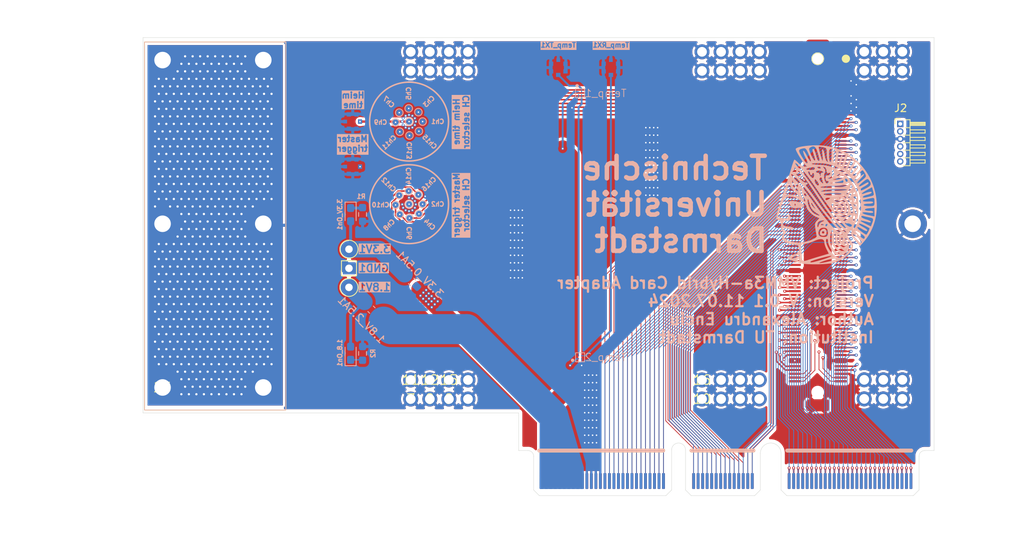
<source format=kicad_pcb>
(kicad_pcb (version 20240108) (generator "pcbnew") (generator_version "8.0")
  (layers (0 "F.Cu" signal) (1 "In1.Cu" signal) (2 "In2.Cu" signal) (3 "In3.Cu" signal) (4 "In4.Cu" signal) (31 "B.Cu" signal) (34 "B.Paste" user) (35 "F.Paste" user) (36 "B.SilkS" user "B.Silkscreen") (37 "F.SilkS" user "F.Silkscreen") (38 "B.Mask" user) (39 "F.Mask" user) (44 "Edge.Cuts" user))
  (net 0 "")
  (net 1 "P2")
  (net 2 "P1")
  (net 3 "Ch_1")
  (net 4 "Ch_25")
  (net 5 "Ch_13")
  (net 6 "Ch_93")
  (net 7 "Ch_39")
  (net 8 "Ch_119")
  (net 9 "Ch_123")
  (net 10 "Ch_107")
  (net 11 "Ch_73")
  (net 12 "Ch_5")
  (net 13 "Ch_61")
  (net 14 "Ch_127")
  (net 15 "Ch_103")
  (net 16 "Ch_75")
  (net 17 "Ch_21")
  (net 18 "Ch_117")
  (net 19 "Ch_31")
  (net 20 "Ch_79")
  (net 21 "Ch_49")
  (net 22 "Ch_59")
  (net 23 "Ch_41")
  (net 24 "Ch_77")
  (net 25 "Ch_47")
  (net 26 "Ch_53")
  (net 27 "Ch_111")
  (net 28 "Ch_125")
  (net 29 "Ch_11")
  (net 31 "Ch_19")
  (net 32 "Ch_15")
  (net 33 "Ch_121")
  (net 34 "Ch_45")
  (net 35 "Ch_95")
  (net 36 "Ch_9")
  (net 37 "Ch_87")
  (net 38 "Ch_97")
  (net 39 "Ch_67")
  (net 40 "Ch_83")
  (net 41 "Ch_63")
  (net 42 "Ch_99")
  (net 43 "Ch_85")
  (net 44 "Ch_23")
  (net 45 "Ch_69")
  (net 46 "Ch_113")
  (net 47 "Ch_89")
  (net 48 "Ch_37")
  (net 49 "Ch_81")
  (net 50 "Ch_7")
  (net 51 "Ch_43")
  (net 52 "Ch_29")
  (net 53 "Ch_71")
  (net 54 "Ch_33")
  (net 56 "Ch_57")
  (net 57 "Ch_3")
  (net 58 "Ch_27")
  (net 59 "Ch_105")
  (net 60 "Ch_51")
  (net 61 "Ch_17")
  (net 62 "Ch_115")
  (net 63 "Ch_65")
  (net 64 "Ch_55")
  (net 65 "Ch_91")
  (net 66 "Ch_109")
  (net 67 "Ch_35")
  (net 68 "Ch_101")
  (net 69 "Ch_22")
  (net 70 "Ch_108")
  (net 71 "Ch_64")
  (net 72 "Ch_32")
  (net 73 "Ch_102")
  (net 74 "Ch_60")
  (net 75 "Ch_94")
  (net 76 "Ch_114")
  (net 77 "Ch_82")
  (net 78 "Ch_40")
  (net 79 "Ch_70")
  (net 80 "Ch_68")
  (net 81 "Ch_120")
  (net 83 "Ch_88")
  (net 84 "Ch_66")
  (net 85 "Ch_50")
  (net 86 "Ch_48")
  (net 87 "Ch_128")
  (net 88 "Ch_122")
  (net 89 "Ch_72")
  (net 91 "Ch_36")
  (net 92 "Ch_104")
  (net 93 "Ch_90")
  (net 94 "Ch_42")
  (net 95 "Ch_100")
  (net 96 "Ch_38")
  (net 97 "Ch_110")
  (net 98 "Ch_28")
  (net 99 "Ch_62")
  (net 100 "Ch_24")
  (net 101 "Ch_86")
  (net 102 "Ch_84")
  (net 103 "Ch_58")
  (net 104 "Ch_54")
  (net 105 "Ch_124")
  (net 106 "Ch_34")
  (net 108 "Ch_46")
  (net 109 "Ch_44")
  (net 110 "Ch_56")
  (net 111 "Ch_52")
  (net 112 "Ch_106")
  (net 114 "Ch_112")
  (net 115 "Ch_92")
  (net 116 "Ch_74")
  (net 117 "Ch_98")
  (net 118 "Ch_80")
  (net 119 "Ch_30")
  (net 120 "Ch_126")
  (net 121 "Ch_20")
  (net 122 "Ch_116")
  (net 123 "Ch_118")
  (net 124 "Ch_96")
  (net 125 "Ch_76")
  (net 126 "Ch_26")
  (net 127 "Ch_18")
  (net 128 "Ch_78")
  (net 129 "Ch_14")
  (net 130 "Ch_16")
  (net 131 "GND")
  (net 132 "Ch_2")
  (net 133 "Ch_10")
  (net 134 "Ch_6")
  (net 135 "Ch_4")
  (net 136 "Ch_8")
  (net 137 "Ch_12")
  (net 138 "I2C_VCC")
  (net 139 "Signal_Out")
  (net 140 "SCL")
  (net 141 "Signal_In")
  (net 142 "SDA")
  (net 143 "Sig1")
  (net 144 "Sig2")
  (net 145 "Net-(1.8_On1-A)")
  (net 146 "Net-(3.3V_On1-A)")
  (net 147 "Net-(1.8_On1-K)")
  (net 148 "Net-(3.3V_On1-K)")
  (net 149 "TX")
  (net 150 "RX")
  (net 151 "Net-(Temp_1-RX)")
  (footprint "" (layer "F.Cu") (at 77.748 78.38)
    (property "Reference" "15")
    (property "Value" "")
  )
  (footprint "" (layer "F.Cu") (at 138.083 34.66)
    (property "Reference" "")
    (property "Value" "")
  )
  (footprint "" (layer "F.Cu") (at 111.423 78.38)
    (property "Reference" "16")
    (property "Value" "")
  )
  (footprint "" (layer "F.Cu") (at 135.543 78.36)
    (property "Reference" "")
    (property "Value" "")
  )
  (footprint "" (layer "F.Cu") (at 135.543 34.66)
    (property "Reference" "")
    (property "Value" "")
  )
  (footprint "" (layer "F.Cu") (at 72.668 34.68)
    (property "Reference" "")
    (property "Value" "")
  )
  (footprint "" (layer "F.Cu") (at 133.003 34.66)
    (property "Reference" "")
    (property "Value" "")
  )
  (footprint "" (layer "F.Cu") (at 72.668 78.38)
    (property "Reference" "11")
    (property "Value" "")
  )
  (footprint "" (layer "F.Cu") (at 75.208 37.22)
    (property "Reference" "")
    (property "Value" "")
  )
  (footprint "" (layer "F.Cu") (at 138.083 37.2)
    (property "Reference" "")
    (property "Value" "")
  )
  (footprint "" (layer "F.Cu") (at 139.45 57.58)
    (property "Reference" "")
    (property "Value" "")
  )
  (footprint "Card_Edge_Connector_FCI:Edge-Card-Connector" (layer "F.Cu") (at 90.1 91.84)
    (property "Reference" "J1" (hide yes))
    (property "Value" "ME1014010101011" (hide yes))
  )
  (footprint "" (layer "F.Cu") (at 133.003 78.36)
    (property "Reference" "")
    (property "Value" "")
  )
  (footprint "" (layer "F.Cu") (at 116.503 80.9)
    (property "Reference" "18" (hide yes))
    (property "Value" "")
  )
  (footprint "" (layer "F.Cu") (at 135.543 80.9)
    (property "Reference" "")
    (property "Value" "")
  )
  (footprint "" (layer "F.Cu") (at 135.543 37.2)
    (property "Reference" "")
    (property "Value" "")
  )
  (footprint "" (layer "F.Cu") (at 119.043 78.36)
    (property "Reference" "22" (hide yes))
    (property "Value" "")
  )
  (footprint "" (layer "F.Cu") (at 113.963 80.92)
    (property "Reference" "17" (hide yes))
    (property "Value" "")
  )
  (footprint "Connector_PinHeader_1.00mm:PinHeader_1x06_P1.00mm_Horizontal" (layer "F.Cu") (at 137.8 44.28)
    (property "Reference" "J2")
    (property "Value" "Conn_01x06_Pin")
  )
  (footprint "" (layer "F.Cu") (at 80.288 37.22)
    (property "Reference" "13" (hide yes))
    (property "Value" "")
  )
  (footprint "MountingHole:MountingHole_2.2mm_M2_DIN965_Pad" (layer "F.Cu") (at 53.05 57.58)
    (property "Reference" "REF**3" (hide yes))
    (property "Value" "MountingHole_2.2mm_M2_DIN965_Pad")
  )
  (footprint "TestPoint:TestPoint_Pad_D2.5mm" (layer "F.Cu") (at 64.45 60.97 180)
    (property "Reference" "3.3V1")
    (property "Value" "3.3V")
  )
  (footprint "" (layer "F.Cu") (at 72.668 37.22)
    (property "Reference" "")
    (property "Value" "")
  )
  (footprint "TestPoint:TestPoint_Pad_1.0x1.0mm" (layer "F.Cu") (at 46.65 57.78)
    (property "Reference" "REF**" (hide yes))
    (property "Value" "TestPoint_Pad_1.0x1.0mm")
  )
  (footprint "" (layer "F.Cu") (at 133.003 80.9)
    (property "Reference" "")
    (property "Value" "")
  )
  (footprint "" (layer "F.Cu") (at 119.043 34.66)
    (property "Reference" "6" (hide yes))
    (property "Value" "")
  )
  (footprint "" (layer "F.Cu") (at 111.423 37.22)
    (property "Reference" "")
    (property "Value" "")
  )
  (footprint "" (layer "F.Cu") (at 77.748 37.22)
    (property "Reference" "")
    (property "Value" "")
  )
  (footprint "" (layer "F.Cu") (at 111.423 80.92)
    (property "Reference" "10")
    (property "Value" "")
  )
  (footprint "Card_Edge_Connector_FCI:Hirose-FX10" (layer "F.Cu") (at 126.818 33.856 -90)
    (property "Reference" "U1" (hide yes))
    (property "Value" "~" (hide yes))
  )
  (footprint "" (layer "F.Cu") (at 80.288 78.38)
    (property "Reference" "24" (hide yes))
    (property "Value" "")
  )
  (footprint "" (layer "F.Cu") (at 77.748 80.92)
    (property "Reference" "9")
    (property "Value" "")
  )
  (footprint "" (layer "F.Cu") (at 113.963 37.22)
    (property "Reference" "1" (hide yes))
    (property "Value" "")
  )
  (footprint "" (layer "F.Cu") (at 75.208 78.38)
    (property "Reference" "12")
    (property "Value" "")
  )
  (footprint "MountingHole:MountingHole_2.2mm_M2_DIN965_Pad" (layer "F.Cu") (at 39.65 35.78)
    (property "Reference" "REF**" (hide yes))
    (property "Value" "MountingHole_2.2mm_M2_DIN965_Pad")
  )
  (footprint "" (layer "F.Cu") (at 116.503 37.2)
    (property "Reference" "2" (hide yes))
    (property "Value" "")
  )
  (footprint "TestPoint:TestPoint_Pad_2.5x2.5mm" (layer "F.Cu") (at 64.45 63.51 180)
    (property "Reference" "GND1")
    (property "Value" "GND")
  )
  (footprint "" (layer "F.Cu") (at 53.05 79.38)
    (property "Reference" "")
    (property "Value" "")
  )
  (footprint "" (layer "F.Cu") (at 39.65 79.38)
    (property "Reference" "25")
    (property "Value" "")
  )
  (footprint "" (layer "F.Cu") (at 138.083 80.9)
    (property "Reference" "")
    (property "Value" "")
  )
  (footprint "" (layer "F.Cu") (at 119.043 80.9)
    (property "Reference" "19" (hide yes))
    (property "Value" "")
  )
  (footprint "MountingHole:MountingHole_2.2mm_M2_DIN965_Pad" (layer "F.Cu") (at 39.65 57.58)
    (property "Reference" "REF**2" (hide yes))
    (property "Value" "MountingHole_2.2mm_M2_DIN965_Pad")
  )
  (footprint "" (layer "F.Cu") (at 116.503 34.66)
    (property "Reference" "5" (hide yes))
    (property "Value" "")
  )
  (footprint "" (layer "F.Cu") (at 113.963 78.38)
    (property "Reference" "20" (hide yes))
    (property "Value" "")
  )
  (footprint "" (layer "F.Cu") (at 111.423 34.68)
    (property "Reference" "")
    (property "Value" "")
  )
  (footprint "" (layer "F.Cu") (at 77.748 34.68)
    (property "Reference" "")
    (property "Value" "")
  )
  (footprint "" (layer "F.Cu") (at 133.003 37.2)
    (property "Reference" "")
    (property "Value" "")
  )
  (footprint "" (layer "F.Cu") (at 119.043 37.2)
    (property "Reference" "3" (hide yes))
    (property "Value" "")
  )
  (footprint "TestPoint:TestPoint_Pad_D2.5mm" (layer "F.Cu") (at 64.45 66.05 180)
    (property "Reference" "1.8V1")
    (property "Value" "1.8V")
  )
  (footprint "" (layer "F.Cu") (at 113.963 34.68)
    (property "Reference" "4" (hide yes))
    (property "Value" "")
  )
  (footprint "MountingHole:MountingHole_2.2mm_M2_DIN965_Pad" (layer "F.Cu") (at 53.05 35.78)
    (property "Reference" "REF**1" (hide yes))
    (property "Value" "MountingHole_2.2mm_M2_DIN965_Pad")
  )
  (footprint "" (layer "F.Cu") (at 138.083 78.36)
    (property "Reference" "")
    (property "Value" "")
  )
  (footprint "" (layer "F.Cu") (at 75.208 34.68)
    (property "Reference" "")
    (property "Value" "")
  )
  (footprint "" (layer "F.Cu") (at 75.208 80.92)
    (property "Reference" "8")
    (property "Value" "")
  )
  (footprint "" (layer "F.Cu") (at 72.668 80.92)
    (property "Reference" "7")
    (property "Value" "")
  )
  (footprint "" (layer "F.Cu") (at 80.288 80.92)
    (property "Reference" "23" (hide yes))
    (property "Value" "")
  )
  (footprint "" (layer "F.Cu") (at 80.288 34.68)
    (property "Reference" "14" (hide yes))
    (property "Value" "")
  )
  (footprint "" (layer "F.Cu") (at 116.503 78.36)
    (property "Reference" "21" (hide yes))
    (property "Value" "")
  )
  (footprint "TestPoint:TestPoint_Pad_D1.0mm" (layer "B.Cu") (at 72.4 42.22 -90)
    (property "Reference" "Ch5")
    (property "Value" "TestPoint" (hide yes))
  )
  (footprint "Resistor_SMD:R_0603_1608Metric_Pad0.98x0.95mm_HandSolder" (layer "B.Cu") (at 66.26 74.8425 90)
    (property "Reference" "R2")
    (property "Value" "1k" (hide yes))
  )
  (footprint "TestPoint:TestPoint_Pad_D1.0mm" (layer "B.Cu") (at 72.5 45.82 90)
    (property "Reference" "Ch13")
    (property "Value" "TestPoint" (hide yes))
  )
  (footprint "TestPoint:TestPoint_Pad_D1.0mm" (layer "B.Cu") (at 73.687437 42.711852 -135)
    (property "Reference" "Ch3")
    (property "Value" "TestPoint" (hide yes))
  )
  (footprint "TestPoint:TestPoint_Pad_D1.0mm" (layer "B.Cu") (at 73.758148 45.257437 135)
    (property "Reference" "Ch15")
    (property "Value" "TestPoint" (hide yes))
  )
  (footprint "Resistor_SMD:R_0603_1608Metric_Pad0.98x0.95mm_HandSolder" (layer "B.Cu") (at 66.26 56.3375 -90)
    (property "Reference" "R1")
    (property "Value" "1k" (hide yes))
  )
  (footprint "TestPoint:TestPoint_Pad_D1.0mm" (layer "B.Cu") (at 74.25 43.97 180)
    (property "Reference" "Ch1")
    (property "Value" "TestPoint" (hide yes))
  )
  (footprint "LED_SMD:LED_0603_1608Metric_Pad1.05x0.95mm_HandSolder" (layer "B.Cu") (at 64.67 56.36 -90)
    (property "Reference" "3.3V_On1")
    (property "Value" "LED" (hide yes))
  )
  (footprint "IPEX:IPEX_20449-001E-03" (layer "B.Cu") (at 92.3 36.78 180)
    (property "Reference" "Temp_TX1")
    (property "Value" "20449-001E-03")
  )
  (footprint "TestPoint:TestPoint_Pad_D1.0mm" (layer "B.Cu") (at 71.212563 45.328148 45)
    (property "Reference" "Ch11")
    (property "Value" "TestPoint" (hide yes))
  )
  (footprint "TestPoint:TestPoint_Pad_D1.0mm" (layer "B.Cu") (at 72.45 43.97 180)
    (property "Reference" "Sig1_selector" (hide yes))
    (property "Value" "TestPoint" (hide yes))
  )
  (footprint "TestPoint:TestPoint_Pad_D1.0mm" (layer "B.Cu") (at 70.65 44.07)
    (property "Reference" "Ch9")
    (property "Value" "TestPoint" (hide yes))
  )
  (footprint "IPEX:IPEX_20449-001E-03" (layer "B.Cu") (at 64.95 49.97 -90)
    (property "Reference" "Sig2" (hide yes))
    (property "Value" "20449-001E-03" (hide yes))
  )
  (footprint "TestPoint:TestPoint_Pad_D1.0mm" (layer "B.Cu") (at 72.45 54.97 180)
    (property "Reference" "Sig2_selector" (hide yes))
    (property "Value" "TestPoint" (hide yes))
  )
  (footprint "IPEX:IPEX_20449-001E-03" (layer "B.Cu") (at 64.95 43.97 -90)
    (property "Reference" "Sig1" (hide yes))
    (property "Value" "20449-001E-03" (hide yes))
  )
  (footprint "TestPoint:TestPoint_Pad_D1.0mm" (layer "B.Cu") (at 73.687437 53.711852 -135)
    (property "Reference" "Ch16")
    (property "Value" "TestPoint" (hide yes))
  )
  (footprint "TestPoint:TestPoint_Pad_D1.0mm" (layer "B.Cu") (at 72.4 53.22 -90)
    (property "Reference" "Ch14")
    (property "Value" "TestPoint" (hide yes))
  )
  (footprint "TestPoint:TestPoint_Pad_D1.0mm" (layer "B.Cu") (at 73.758148 56.257437 135)
    (property "Reference" "Ch4")
    (property "Value" "TestPoint" (hide yes))
  )
  (footprint "IPEX:TMP104" (layer "B.Cu") (at 95.206 40.2 90)
    (property "Reference" "Temp_1")
    (property "Value" "~" (hide yes))
  )
  (footprint "TestPoint:TestPoint_Pad_D1.0mm" (layer "B.Cu") (at 74.25 54.97 180)
    (property "Reference" "Ch2")
    (property "Value" "TestPoint" (hide yes))
  )
  (footprint "TestPoint:TestPoint_Pad_D1.0mm" (layer "B.Cu") (at 71.141852 42.782563 -45)
    (property "Reference" "Ch7")
    (property "Value" "TestPoint" (hide yes))
  )
  (footprint "Fuse:Fuse_0603_1608Metric_Pad1.05x0.95mm_HandSolder" (layer "B.Cu") (at 72.85 65.31 135)
    (property "Reference" "3.3V_0.5A1")
    (property "Value" "0.5A")
  )
  (footprint "IPEX:TMP104" (layer "B.Cu") (at 95.206 75.36 180)
    (property "Reference" "Temp_2")
    (property "Value" "~" (hide yes))
  )
  (footprint "TestPoint:TestPoint_Pad_D1.0mm" (layer "B.Cu") (at 71.141852 53.782563 -45)
    (property "Reference" "Ch12")
    (property "Value" "TestPoint" (hide yes))
  )
  (footprint "Fuse:Fuse_0603_1608Metric_Pad1.05x0.95mm_HandSolder" (layer "B.Cu") (at 67.45 69.02 135)
    (property "Reference" "1.8V_2.5A1")
    (property "Value" "2.5A" (hide yes))
  )
  (footprint "TestPoint:TestPoint_Pad_D1.0mm" (layer "B.Cu") (at 70.65 55.07)
    (property "Reference" "Ch10")
    (property "Value" "TestPoint" (hide yes))
  )
  (footprint "TestPoint:TestPoint_Pad_1.0x1.0mm" (layer "B.Cu") (at 46.65 57.78 180)
    (property "Reference" "REF**" (hide yes))
    (property "Value" "TestPoint_Pad_1.0x1.0mm")
  )
  (footprint "LED_SMD:LED_0603_1608Metric_Pad1.05x0.95mm_HandSolder" (layer "B.Cu") (at 64.67 74.82 90)
    (property "Reference" "1.8_On1")
    (property "Value" "LED" (hide yes))
  )
  (footprint "TestPoint:TestPoint_Pad_D1.0mm" (layer "B.Cu") (at 72.5 56.82 90)
    (property "Reference" "Ch6")
    (property "Value" "TestPoint" (hide yes))
  )
  (footprint "TestPoint:TestPoint_Pad_D1.0mm" (layer "B.Cu") (at 71.212563 56.328148 45)
    (property "Reference" "Ch8")
    (property "Value" "TestPoint" (hide yes))
  )
  (footprint "IPEX:IPEX_20449-001E-03" (layer "B.Cu") (at 99.3 36.78 180)
    (property "Reference" "Temp_RX1")
    (property "Value" "20449-001E-03" (hide yes))
  )
  (gr_poly (pts (xy 89.928 83.58) (xy 89.9 92.8) (xy 95.6 92.8) (xy 95.6 90.06) (xy 93.426 82.51)) (stroke (width 0.2)) (fill solid) (layer "B.Cu") (net 1))
  (gr_poly (pts (xy 123.383773 54.545144) (xy 123.461672 54.548124) (xy 123.549939 54.553386) (xy 123.649122 54.560678) (xy 123.709682 54.566265) (xy 123.770458 54.5735) (xy 123.831309 54.582316) (xy 123.892095 54.592644) (xy 123.952676 54.604417) (xy 124.012912 54.617565) (xy 124.131787 54.647714) (xy 124.247598 54.682545) (xy 124.359224 54.721512) (xy 124.465543 54.764068) (xy 124.565433 54.809665) (xy 124.612616 54.833434) (xy 124.657772 54.857758) (xy 124.700759 54.88257) (xy 124.741438 54.9078) (xy 124.779669 54.933381) (xy 124.815311 54.959243) (xy 124.848224 54.98532) (xy 124.878267 55.011542) (xy 124.905302 55.037841) (xy 124.929186 55.064149) (xy 124.949781 55.090397) (xy 124.966946 55.116517) (xy 124.98054 55.142441) (xy 124.990424 55.168101) (xy 124.996457 55.193427) (xy 124.998499 55.218352) (xy 124.997928 55.225849) (xy 124.996234 55.233421) (xy 124.993445 55.241057) (xy 124.989589 55.248741) (xy 124.978787 55.264204) (xy 124.964052 55.279701) (xy 124.945607 55.295125) (xy 124.923678 55.310368) (xy 124.898487 55.32532) (xy 124.870259 55.339876) (xy 124.839216 55.353925) (xy 124.805584 55.367361) (xy 124.769585 55.380075) (xy 124.731445 55.39196) (xy 124.691385 55.402906) (xy 124.649631 55.412807) (xy 124.606407 55.421553) (xy 124.561935 55.429038) (xy 124.56193 55.429033) (xy 124.417841 55.450502) (xy 124.288717 55.468805) (xy 124.173343 55.483857) (xy 124.070508 55.495571) (xy 123.978998 55.50386) (xy 123.8976 55.508638) (xy 123.860314 55.509684) (xy 123.825101 55.509819) (xy 123.79181 55.509033) (xy 123.760289 55.507316) (xy 123.730386 55.504656) (xy 123.70195 55.501043) (xy 123.674829 55.496465) (xy 123.648872 55.490913) (xy 123.623926 55.484374) (xy 123.59984 55.47684) (xy 123.576463 55.468297) (xy 123.553643 55.458737) (xy 123.531229 55.448147) (xy 123.509068 55.436518) (xy 123.487009 55.423838) (xy 123.4649 55.410097) (xy 123.419929 55.379387) (xy 123.372939 55.344301) (xy 123.346447 55.32244) (xy 123.320181 55.297959) (xy 123.294301 55.271124) (xy 123.268964 55.242198) (xy 123.244327 55.211447) (xy 123.22055 55.179136) (xy 123.19779 55.145527) (xy 123.176205 55.110887) (xy 123.155953 55.075479) (xy 123.137192 55.039569) (xy 123.133746 55.032289) (xy 123.747816 55.032289) (xy 123.748089 55.053307) (xy 123.749518 55.073599) (xy 123.752096 55.093011) (xy 123.755816 55.111386) (xy 123.760673 55.128568) (xy 123.763526 55.136663) (xy 123.76666 55.144401) (xy 123.770075 55.151762) (xy 123.77377 55.158728) (xy 123.777744 55.165279) (xy 123.781997 55.171395) (xy 123.786528 55.177056) (xy 123.791335 55.182244) (xy 123.796235 55.186762) (xy 123.80104 55.190436) (xy 123.805745 55.193277) (xy 123.810345 55.1953) (xy 123.814834 55.196519) (xy 123.819208 55.196945) (xy 123.82346 55.196593) (xy 123.827586 55.195476) (xy 123.831579 55.193607) (xy 123.835435 55.191) (xy 123.839149 55.187669) (xy 123.842714 55.183625) (xy 123.84938 55.173457) (xy 123.85539 55.160602) (xy 123.8607 55.145169) (xy 123.865269 55.127263) (xy 123.869054 55.106991) (xy 123.872011 55.08446) (xy 123.874098 55.059778) (xy 123.875273 55.033051) (xy 123.875492 55.004385) (xy 123.874712 54.973888) (xy 123.872937 54.940943) (xy 123.870483 54.911476) (xy 123.869009 54.898054) (xy 123.867375 54.885511) (xy 123.865584 54.873849) (xy 123.863639 54.863073) (xy 123.861543 54.853185) (xy 123.859299 54.844187) (xy 123.85691 54.836084) (xy 123.85438 54.828879) (xy 123.851711 54.822573) (xy 123.848906 54.817171) (xy 123.84597 54.812676) (xy 123.842904 54.809091) (xy 123.839711 54.806418) (xy 123.836396 54.804661) (xy 123.832961 54.803824) (xy 123.829409 54.803908) (xy 123.825743 54.804917) (xy 123.821967 54.806855) (xy 123.818083 54.809725) (xy 123.814095 54.813528) (xy 123.810005 54.81827) (xy 123.805817 54.823952) (xy 123.801535 54.830578) (xy 123.79716 54.83815) (xy 123.792696 54.846673) (xy 123.788146 54.856149) (xy 123.783514 54.866581) (xy 123.778802 54.877973) (xy 123.770806 54.899696) (xy 123.76401 54.921787) (xy 123.758409 54.944089) (xy 123.753995 54.966446) (xy 123.750763 54.988702) (xy 123.748705 55.010702) (xy 123.747816 55.032289) (xy 123.133746 55.032289) (xy 123.12008 55.00342) (xy 123.104775 54.967297) (xy 123.091436 54.931466) (xy 123.080219 54.896189) (xy 123.071283 54.861733) (xy 123.064787 54.82836) (xy 123.057856 54.778812) (xy 123.054158 54.734812) (xy 123.054241 54.696109) (xy 123.055871 54.678666) (xy 123.058653 54.662453) (xy 123.062655 54.647438) (xy 123.067945 54.633591) (xy 123.074591 54.620879) (xy 123.082663 54.609272) (xy 123.09223 54.598738) (xy 123.103359 54.589245) (xy 123.116119 54.580763) (xy 123.130579 54.573259) (xy 123.146808 54.566703) (xy 123.164874 54.561063) (xy 123.206792 54.552404) (xy 123.256882 54.547032) (xy 123.315693 54.544696)) (stroke (width -0.000001)) (fill solid) (layer "B.SilkS"))
  (gr_line (start 122.77 87.78) (end 139.27 87.78) (stroke (width 0.5)) (layer "B.SilkS"))
  (gr_poly (pts (xy 124.950232 51.565464) (xy 124.962416 51.566955) (xy 124.974742 51.569602) (xy 124.987147 51.573394) (xy 124.999567 51.57832) (xy 125.011938 51.58437) (xy 125.024197 51.591532) (xy 125.03628 51.599796) (xy 125.048124 51.609151) (xy 125.059664 51.619587) (xy 125.070837 51.631093) (xy 125.08158 51.643657) (xy 125.091828 51.65727) (xy 125.101519 51.67192) (xy 125.110588 51.687597) (xy 125.118972 51.70429) (xy 125.126607 51.721988) (xy 125.13343 51.74068) (xy 125.13343 51.740676) (xy 125.136436 51.750359) (xy 125.13891 51.759755) (xy 125.140862 51.768856) (xy 125.142298 51.777653) (xy 125.143227 51.786138) (xy 125.143658 51.794303) (xy 125.143598 51.802139) (xy 125.143055 51.80964) (xy 125.142038 51.816796) (xy 125.140555 51.8236) (xy 125.138613 51.830044) (xy 125.136222 51.836118) (xy 125.133388 51.841816) (xy 125.130121 51.847129) (xy 125.126429 51.852049) (xy 125.122319 51.856567) (xy 125.117799 51.860676) (xy 125.112879 51.864368) (xy 125.107566 51.867634) (xy 125.101867 51.870467) (xy 125.095792 51.872858) (xy 125.089349 51.874798) (xy 125.082545 51.876281) (xy 125.075388 51.877298) (xy 125.067888 51.87784) (xy 125.060052 51.8779) (xy 125.051887 51.877469) (xy 125.043403 51.87654) (xy 125.034607 51.875104) (xy 125.025508 51.873152) (xy 125.016114 51.870678) (xy 125.006432 51.867673) (xy 124.996683 51.864267) (xy 124.987088 51.860607) (xy 124.968407 51.852567) (xy 124.950482 51.843646) (xy 124.933403 51.833935) (xy 124.917263 51.823524) (xy 124.902152 51.812507) (xy 124.888164 51.800974) (xy 124.875388 51.789017) (xy 124.869483 51.782908) (xy 124.863916 51.776727) (xy 124.858699 51.770486) (xy 124.853841 51.764197) (xy 124.849356 51.75787) (xy 124.845254 51.751517) (xy 124.841547 51.745149) (xy 124.838246 51.738779) (xy 124.835362 51.732417) (xy 124.832908 51.726075) (xy 124.830895 51.719764) (xy 124.829333 51.713496) (xy 124.828235 51.707283) (xy 124.827612 51.701135) (xy 124.827475 51.695064) (xy 124.827836 51.689081) (xy 124.830247 51.671948) (xy 124.833755 51.656131) (xy 124.838296 51.641621) (xy 124.843807 51.628406) (xy 124.850225 51.616476) (xy 124.857484 51.60582) (xy 124.865523 51.596426) (xy 124.874277 51.588285) (xy 124.883682 51.581386) (xy 124.893675 51.575718) (xy 124.904193 51.57127) (xy 124.915171 51.568031) (xy 124.926546 51.565991) (xy 124.938254 51.565139)) (stroke (width -0.000001)) (fill solid) (layer "B.SilkS"))
  (gr_circle (center 72.45 43.97) (end 67.2 43.97) (stroke (width 0.2)) (fill none) (layer "B.SilkS"))
  (gr_poly (pts (xy 127.667337 58.242611) (xy 127.691757 58.245914) (xy 127.715522 58.25132) (xy 127.738594 58.258746) (xy 127.760937 58.268111) (xy 127.782515 58.279334) (xy 127.803294 58.292333) (xy 127.823235 58.307027) (xy 127.842305 58.323333) (xy 127.860465 58.341171) (xy 127.877682 58.360458) (xy 127.893918 58.381113) (xy 127.909137 58.403055) (xy 127.923305 58.426201) (xy 127.936384 58.450471) (xy 127.948338 58.475783) (xy 127.959132 58.502055) (xy 127.96873 58.529205) (xy 127.984193 58.585815) (xy 127.99444 58.64496) (xy 127.997516 58.675279) (xy 127.999181 58.705988) (xy 127.999397 58.737004) (xy 127.99813 58.768245) (xy 127.995342 58.799631) (xy 127.990998 58.83108) (xy 127.985062 58.862509) (xy 127.977498 58.893838) (xy 127.96827 58.924985) (xy 127.957342 58.955869) (xy 127.957342 58.955649) (xy 127.944823 58.98378) (xy 127.929656 59.010088) (xy 127.91202 59.034574) (xy 127.892089 59.057237) (xy 127.87004 59.078078) (xy 127.84605 59.097098) (xy 127.820296 59.114297) (xy 127.792953 59.129675) (xy 127.764198 59.143234) (xy 127.734207 59.154973) (xy 127.703157 59.164893) (xy 127.671224 59.172995) (xy 127.638586 59.179279) (xy 127.605417 59.183745) (xy 127.571894 59.186393) (xy 127.538195 59.187225) (xy 127.504495 59.186241) (xy 127.470971 59.183442) (xy 127.437799 59.178826) (xy 127.405155 59.172396) (xy 127.373217 59.164152) (xy 127.34216 59.154094) (xy 127.312161 59.142222) (xy 127.283396 59.128538) (xy 127.256042 59.113041) (xy 127.230275 59.095731) (xy 127.206272 59.076611) (xy 127.184209 59.055679) (xy 127.164262 59.032937) (xy 127.146608 59.008384) (xy 127.131423 58.982022) (xy 127.118884 58.95385) (xy 127.10989 58.926809) (xy 127.103303 58.899028) (xy 127.099043 58.870612) (xy 127.097036 58.841666) (xy 127.097203 58.812295) (xy 127.099467 58.782604) (xy 127.103752 58.752697) (xy 127.10998 58.722679) (xy 127.111311 58.71774) (xy 127.379749 58.71774) (xy 127.379957 58.725877) (xy 127.380573 58.733911) (xy 127.381587 58.741832) (xy 127.382989 58.749629) (xy 127.384769 58.757292) (xy 127.386917 58.764812) (xy 127.389422 58.772177) (xy 127.392275 58.779379) (xy 127.395465 58.786406) (xy 127.398982 58.793248) (xy 127.402816 58.799896) (xy 127.406956 58.806339) (xy 127.411393 58.812566) (xy 127.416116 58.818569) (xy 127.421115 58.824336) (xy 127.426381 58.829857) (xy 127.431902 58.835123) (xy 127.437668 58.840123) (xy 127.443671 58.844846) (xy 127.449898 58.849283) (xy 127.456341 58.853424) (xy 127.462988 58.857258) (xy 127.46983 58.860775) (xy 127.476857 58.863965) (xy 127.484059 58.866818) (xy 127.491424 58.869324) (xy 127.498944 58.871472) (xy 127.506607 58.873252) (xy 127.514405 58.874655) (xy 127.522325 58.875669) (xy 127.53036 58.876285) (xy 127.538497 58.876493) (xy 127.546634 58.876285) (xy 127.554668 58.875669) (xy 127.562589 58.874655) (xy 127.570386 58.873252) (xy 127.578049 58.871472) (xy 127.585568 58.869324) (xy 127.592934 58.866819) (xy 127.600135 58.863966) (xy 127.607162 58.860776) (xy 127.614004 58.857259) (xy 127.620652 58.853425) (xy 127.627094 58.849285) (xy 127.633322 58.844848) (xy 127.639324 58.840124) (xy 127.645091 58.835125) (xy 127.650612 58.829859) (xy 127.655877 58.824338) (xy 127.660877 58.818571) (xy 127.6656 58.812568) (xy 127.670037 58.806341) (xy 127.674178 58.799898) (xy 127.678012 58.79325) (xy 127.681529 58.786408) (xy 127.684719 58.779381) (xy 127.687571 58.772179) (xy 127.690077 58.764814) (xy 127.692225 58.757294) (xy 127.694005 58.74963) (xy 127.695407 58.741833) (xy 127.696421 58.733912) (xy 127.697037 58.725878) (xy 127.697245 58.71774) (xy 127.697037 58.709603) (xy 127.696421 58.701569) (xy 127.695407 58.693648) (xy 127.694005 58.68585) (xy 127.692225 58.678187) (xy 127.690077 58.670667) (xy 127.687572 58.663302) (xy 127.684719 58.6561) (xy 127.681529 58.649073) (xy 127.678012 58.642231) (xy 127.674179 58.635584) (xy 127.670038 58.629141) (xy 127.665602 58.622914) (xy 127.660878 58.616911) (xy 127.655879 58.611145) (xy 127.650614 58.605624) (xy 127.645093 58.600358) (xy 127.639326 58.595359) (xy 127.633324 58.590636) (xy 127.627096 58.586199) (xy 127.620654 58.582059) (xy 127.614006 58.578225) (xy 127.607164 58.574708) (xy 127.600137 58.571518) (xy 127.592936 58.568665) (xy 127.58557 58.56616) (xy 127.578051 58.564012) (xy 127.570387 58.562232) (xy 127.56259 58.56083) (xy 127.554669 58.559816) (xy 127.546635 58.5592) (xy 127.538497 58.558992) (xy 127.53036 58.5592) (xy 127.522326 58.559816) (xy 127.514406 58.56083) (xy 127.506609 58.562232) (xy 127.498945 58.564012) (xy 127.491426 58.56616) (xy 127.48406 58.568665) (xy 127.476859 58.571518) (xy 127.469832 58.574708) (xy 127.46299 58.578225) (xy 127.456343 58.582059) (xy 127.4499 58.586199) (xy 127.443673 58.590636) (xy 127.43767 58.595359) (xy 127.431903 58.600358) (xy 127.426382 58.605624) (xy 127.421117 58.611145) (xy 127.416117 58.616911) (xy 127.411394 58.622914) (xy 127.406957 58.629141) (xy 127.402817 58.635584) (xy 127.398983 58.642231) (xy 127.395466 58.649073) (xy 127.392276 58.6561) (xy 127.389423 58.663302) (xy 127.386918 58.670667) (xy 127.38477 58.678187) (xy 127.382989 58.68585) (xy 127.381587 58.693648) (xy 127.380573 58.701569) (xy 127.379957 58.709603) (xy 127.379749 58.71774) (xy 127.111311 58.71774) (xy 127.118074 58.692655) (xy 127.127959 58.66273) (xy 127.139555 58.633009) (xy 127.152787 58.603596) (xy 127.167578 58.574596) (xy 127.18385 58.546115) (xy 127.201527 58.518256) (xy 127.220531 58.491124) (xy 127.240785 58.464825) (xy 127.262213 58.439464) (xy 127.284737 58.415144) (xy 127.308281 58.391971) (xy 127.332767 58.37005) (xy 127.358119 58.349485) (xy 127.384259 58.330381) (xy 127.411111 58.312843) (xy 127.438597 58.296976) (xy 127.46664 58.282884) (xy 127.495164 58.270673) (xy 127.524091 58.260448) (xy 127.553345 58.252312) (xy 127.582848 58.246371) (xy 127.612524 58.242729) (xy 127.642295 58.241492)) (stroke (width -0.000001)) (fill solid) (layer "B.SilkS"))
  (gr_poly (pts (xy 124.530384 51.097954) (xy 124.538417 51.09857) (xy 124.546338 51.099584) (xy 124.554135 51.100987) (xy 124.561798 51.102767) (xy 124.569318 51.104915) (xy 124.576683 51.10742) (xy 124.583884 51.110273) (xy 124.590911 51.113463) (xy 124.597754 51.11698) (xy 124.604401 51.120814) (xy 124.610844 51.124955) (xy 124.617071 51.129392) (xy 124.623073 51.134115) (xy 124.62884 51.139115) (xy 124.634361 51.14438) (xy 124.639627 51.149901) (xy 124.644626 51.155668) (xy 124.64935 51.161671) (xy 124.653787 51.167898) (xy 124.657927 51.174341) (xy 124.661761 51.180989) (xy 124.665278 51.187831) (xy 124.668468 51.194858) (xy 124.671321 51.20206) (xy 124.673826 51.209426) (xy 124.675974 51.216945) (xy 124.677754 51.224609) (xy 124.679157 51.232406) (xy 124.680171 51.240327) (xy 124.680787 51.248362) (xy 124.680994 51.256499) (xy 124.680787 51.264636) (xy 124.680171 51.272671) (xy 124.679157 51.280592) (xy 124.677754 51.288389) (xy 124.675974 51.296052) (xy 124.673827 51.303572) (xy 124.671321 51.310938) (xy 124.668469 51.318139) (xy 124.665279 51.325166) (xy 124.661762 51.332008) (xy 124.657928 51.338656) (xy 124.653788 51.345098) (xy 124.649351 51.351326) (xy 124.644628 51.357328) (xy 124.639628 51.363095) (xy 124.634363 51.368616) (xy 124.628842 51.373881) (xy 124.623075 51.37888) (xy 124.617073 51.383603) (xy 124.610846 51.38804) (xy 124.604403 51.392181) (xy 124.597756 51.396014) (xy 124.590913 51.399531) (xy 124.583886 51.402721) (xy 124.576685 51.405574) (xy 124.56932 51.408079) (xy 124.5618 51.410227) (xy 124.554136 51.412007) (xy 124.546339 51.413409) (xy 124.538418 51.414423) (xy 124.530384 51.415039) (xy 124.522247 51.415247) (xy 124.514109 51.415039) (xy 124.506075 51.414423) (xy 124.498154 51.413409) (xy 124.490357 51.412007) (xy 124.482693 51.410227) (xy 124.475173 51.408079) (xy 124.467807 51.405574) (xy 124.460606 51.402721) (xy 124.453579 51.399531) (xy 124.446736 51.396014) (xy 124.440089 51.392181) (xy 124.433646 51.38804) (xy 124.427418 51.383603) (xy 124.421416 51.37888) (xy 124.415649 51.373881) (xy 124.410128 51.368616) (xy 124.404862 51.363095) (xy 124.399863 51.357328) (xy 124.395139 51.351326) (xy 124.390702 51.345098) (xy 124.386562 51.338656) (xy 124.382728 51.332008) (xy 124.379211 51.325166) (xy 124.376021 51.318139) (xy 124.373168 51.310938) (xy 124.370662 51.303572) (xy 124.368514 51.296052) (xy 124.366734 51.288389) (xy 124.365332 51.280592) (xy 124.364318 51.272671) (xy 124.363702 51.264636) (xy 124.363494 51.256499) (xy 124.363702 51.248362) (xy 124.364318 51.240328) (xy 124.365332 51.232407) (xy 124.366734 51.22461) (xy 124.368514 51.216947) (xy 124.370662 51.209427) (xy 124.373168 51.202062) (xy 124.376021 51.19486) (xy 124.379211 51.187833) (xy 124.382728 51.180991) (xy 124.386562 51.174343) (xy 124.390702 51.1679) (xy 124.395139 51.161673) (xy 124.399863 51.15567) (xy 124.404862 51.149903) (xy 124.410128 51.144382) (xy 124.415649 51.139116) (xy 124.421416 51.134117) (xy 124.427418 51.129393) (xy 124.433646 51.124956) (xy 124.440089 51.120815) (xy 124.446736 51.116981) (xy 124.453579 51.113464) (xy 124.460606 51.110274) (xy 124.467807 51.107421) (xy 124.475173 51.104915) (xy 124.482693 51.102767) (xy 124.490357 51.100987) (xy 124.498154 51.099585) (xy 124.506075 51.09857) (xy 124.514109 51.097954) (xy 124.522247 51.097747)) (stroke (width -0.000001)) (fill solid) (layer "B.SilkS"))
  (gr_poly (pts (xy 127.158979 47.139546) (xy 127.581972 47.171151) (xy 127.997219 47.223718) (xy 128.404522 47.297157) (xy 128.803682 47.391378) (xy 129.194502 47.506293) (xy 129.576782 47.641812) (xy 129.950325 47.797845) (xy 130.314932 47.974304) (xy 130.670405 48.171098) (xy 131.016546 48.38814) (xy 131.353156 48.625339) (xy 131.680037 48.882606) (xy 131.996991 49.159851) (xy 132.30382 49.456986) (xy 132.600324 49.773922) (xy 132.840069 50.055448) (xy 133.065249 50.345332) (xy 133.275843 50.64298) (xy 133.471832 50.947799) (xy 133.653195 51.259197) (xy 133.819912 51.576581) (xy 133.971963 51.899358) (xy 134.109327 52.226935) (xy 134.231986 52.55872) (xy 134.339918 52.89412) (xy 134.433103 53.232542) (xy 134.511521 53.573393) (xy 134.575153 53.916081) (xy 134.623977 54.260012) (xy 134.657973 54.604595) (xy 134.677123 54.949236) (xy 134.681404 55.293343) (xy 134.670798 55.636322) (xy 134.645283 55.977582) (xy 134.604841 56.316529) (xy 134.54945 56.65257) (xy 134.47909 56.985113) (xy 134.393742 57.313565) (xy 134.293385 57.637334) (xy 134.177999 57.955826) (xy 134.047563 58.268449) (xy 133.902059 58.574609) (xy 133.741465 58.873715) (xy 133.565761 59.165174) (xy 133.374927 59.448392) (xy 133.168944 59.722777) (xy 132.94779 59.987737) (xy 132.459049 60.543361) (xy 131.830032 59.834166) (xy 131.745412 59.737373) (xy 131.668519 59.646404) (xy 131.599154 59.560864) (xy 131.537119 59.480357) (xy 131.482214 59.404486) (xy 131.43424 59.332856) (xy 131.392998 59.265069) (xy 131.358291 59.200731) (xy 131.343325 59.16973) (xy 131.329917 59.139444) (xy 131.318044 59.109821) (xy 131.30768 59.080812) (xy 131.2988 59.052368) (xy 131.291379 59.02444) (xy 131.286448 59.001821) (xy 131.527911 59.001821) (xy 131.52914 59.017402) (xy 131.534472 59.036908) (xy 131.543927 59.060302) (xy 131.557523 59.087545) (xy 131.575281 59.118601) (xy 131.623354 59.192) (xy 131.688301 59.280195) (xy 131.770273 59.382887) (xy 131.869425 59.499773) (xy 131.985909 59.630553) (xy 131.985905 59.630553) (xy 132.073726 59.726547) (xy 132.152515 59.811312) (xy 132.222905 59.885219) (xy 132.255149 59.918218) (xy 132.285532 59.948643) (xy 132.314132 59.976539) (xy 132.34103 60.001954) (xy 132.366304 60.024933) (xy 132.390034 60.045525) (xy 132.412299 60.063774) (xy 132.433179 60.079728) (xy 132.452752 60.093433) (xy 132.471099 60.104935) (xy 132.488298 60.114282) (xy 132.504429 60.12152) (xy 132.512119 60.124362) (xy 132.519571 60.126694) (xy 132.526796 60.128523) (xy 132.533804 60.129853) (xy 132.540604 60.130691) (xy 132.547206 60.131042) (xy 132.553621 60.130912) (xy 132.559858 60.130307) (xy 132.565927 60.129234) (xy 132.571839 60.127697) (xy 132.577602 60.125702) (xy 132.583227 60.123256) (xy 132.588724 60.120363) (xy 132.594103 60.117031) (xy 132.599373 60.113265) (xy 132.604545 60.10907) (xy 132.614633 60.099418) (xy 132.624446 60.088122) (xy 132.634064 60.075229) (xy 132.643566 60.060784) (xy 132.653031 60.044836) (xy 132.662539 60.02743) (xy 132.664961 60.020627) (xy 132.665775 60.012528) (xy 132.665017 60.003173) (xy 132.662721 59.992605) (xy 132.653656 59.967996) (xy 132.638861 59.939034) (xy 132.618616 59.906057) (xy 132.5932 59.869397) (xy 132.562893 59.829391) (xy 132.527977 59.786373) (xy 132.48873 59.740679) (xy 132.445434 59.692643) (xy 132.398367 59.642601) (xy 132.34781 59.590886) (xy 132.294044 59.537836) (xy 132.237347 59.483783) (xy 132.178001 59.429064) (xy 132.116285 59.374013) (xy 131.988864 59.264756) (xy 131.876631 59.17361) (xy 131.779739 59.100274) (xy 131.698343 59.044447) (xy 131.632594 59.005828) (xy 131.605635 58.992877) (xy 131.582646 58.984115) (xy 131.563645 58.979504) (xy 131.548652 58.979007) (xy 131.537686 58.982586) (xy 131.530766 58.990203) (xy 131.527911 59.001821) (xy 131.286448 59.001821) (xy 131.285393 58.996977) (xy 131.280816 58.969931) (xy 131.277624 58.943251) (xy 131.275792 58.916889) (xy 131.275294 58.890794) (xy 131.276107 58.864917) (xy 131.278205 58.839209) (xy 131.281564 58.81362) (xy 131.286158 58.7881) (xy 131.291962 58.762601) (xy 131.311148 58.67943) (xy 131.32418 58.607672) (xy 131.328432 58.576069) (xy 131.331199 58.547314) (xy 131.332287 58.525598) (xy 131.824749 58.525598) (xy 131.827752 58.548212) (xy 131.836521 58.574711) (xy 131.850694 58.604772) (xy 131.869909 58.63807) (xy 131.922018 58.713078) (xy 131.989954 58.79714) (xy 132.070822 58.88766) (xy 132.161727 58.982043) (xy 132.259777 59.077691) (xy 132.362076 59.172011) (xy 132.46573 59.262404) (xy 132.567844 59.346277) (xy 132.665525 59.421033) (xy 132.755878 59.484076) (xy 132.836009 59.53281) (xy 132.871336 59.551001) (xy 132.903023 59.56464) (xy 132.930706 59.573405) (xy 132.954025 59.57697) (xy 132.972618 59.575011) (xy 132.986123 59.567203) (xy 133.020358 59.530262) (xy 133.047398 59.494494) (xy 133.058103 59.476882) (xy 133.066869 59.459361) (xy 133.073647 59.441865) (xy 133.078392 59.424327) (xy 133.081055 59.406678) (xy 133.081591 59.388853) (xy 133.079952 59.370783) (xy 133.076091 59.352402) (xy 133.06996 59.333643) (xy 133.061514 59.314437) (xy 133.050704 59.294719) (xy 133.037483 59.274421) (xy 133.021806 59.253476) (xy 133.003624 59.231817) (xy 132.959558 59.186086) (xy 132.904909 59.136692) (xy 132.839302 59.083097) (xy 132.762358 59.024764) (xy 132.673703 58.961155) (xy 132.572959 58.891734) (xy 132.45975 58.815963) (xy 132.395063 58.773826) (xy 132.332191 58.734193) (xy 132.271458 58.697213) (xy 132.213191 58.663035) (xy 132.157713 58.631808) (xy 132.105352 58.60368) (xy 132.056433 58.5788) (xy 132.01128 58.557317) (xy 131.970221 58.53938) (xy 131.93358 58.525138) (xy 131.901682 58.514738) (xy 131.887614 58.511026) (xy 131.874854 58.508331) (xy 131.863443 58.506671) (xy 131.853422 58.506065) (xy 131.84483 58.506531) (xy 131.837709 58.508088) (xy 131.8321 58.510755) (xy 131.828043 58.51455) (xy 131.825579 58.519491) (xy 131.824749 58.525598) (xy 131.332287 58.525598) (xy 131.332497 58.521406) (xy 131.332344 58.498344) (xy 131.330758 58.478125) (xy 131.327756 58.460748) (xy 131.323355 58.446212) (xy 131.317574 58.434514) (xy 131.310428 58.425655) (xy 131.301937 58.419631) (xy 131.292117 58.416441) (xy 131.280986 58.416084) (xy 131.268562 58.418558) (xy 131.254861 58.423862) (xy 131.239901 58.431994) (xy 131.223701 58.442952) (xy 131.206276 58.456736) (xy 131.187645 58.473342) (xy 131.167826 58.49277) (xy 131.146835 58.515019) (xy 131.101409 58.567969) (xy 131.051507 58.632182) (xy 130.997269 58.707644) (xy 130.938834 58.794342) (xy 130.89568 58.861053) (xy 130.858661 58.921042) (xy 130.827971 58.975426) (xy 130.815061 59.000864) (xy 130.803807 59.025318) (xy 130.794233 59.048929) (xy 130.786364 59.071835) (xy 130.780223 59.094176) (xy 130.775836 59.116091) (xy 130.773227 59.13772) (xy 130.77242 59.159202) (xy 130.77344 59.180676) (xy 130.776311 59.202282) (xy 130.781058 59.224159) (xy 130.787704 59.246447) (xy 130.796275 59.269285) (xy 130.806795 59.292812) (xy 130.819287 59.317168) (xy 130.833778 59.342492) (xy 130.85029 59.368924) (xy 130.868849 59.396602) (xy 130.912204 59.456258) (xy 130.964038 59.522574) (xy 131.024547 59.596666) (xy 131.093925 59.679648) (xy 131.136029 59.731377) (xy 131.176952 59.784977) (xy 131.216483 59.840029) (xy 131.254409 59.896114) (xy 131.290519 59.952812) (xy 131.3246 60.009705) (xy 131.356442 60.066373) (xy 131.385831 60.122398) (xy 131.412557 60.177359) (xy 131.436407 60.230838) (xy 131.457168 60.282416) (xy 131.474631 60.331674) (xy 131.488581 60.378192) (xy 131.498808 60.421552) (xy 131.5051 60.461333) (xy 131.507244 60.497118) (xy 131.504075 60.577441) (xy 131.49465 60.658244) (xy 131.479089 60.739421) (xy 131.457514 60.820864) (xy 131.430045 60.902469) (xy 131.396803 60.98413) (xy 131.313487 61.147192) (xy 131.208533 61.309203) (xy 131.082909 61.469314) (xy 130.937584 61.626677) (xy 130.773526 61.780444) (xy 130.591702 61.929765) (xy 130.393083 62.073792) (xy 130.178634 62.211678) (xy 129.949326 62.342574) (xy 129.706125 62.465631) (xy 129.45 62.58) (xy 129.18192 62.684835) (xy 128.902853 62.779285) (xy 128.902857 62.779285) (xy 128.738908 62.821734) (xy 128.536539 62.8595) (xy 128.300984 62.892498) (xy 128.037475 62.920644) (xy 127.447529 62.962041) (xy 126.808562 62.983011) (xy 126.162436 62.982875) (xy 125.551015 62.960955) (xy 125.271401 62.941614) (xy 125.016161 62.916572) (xy 124.790529 62.885745) (xy 124.599737 62.849048) (xy 124.458982 62.81413) (xy 124.428077 62.80563) (xy 127.03053 62.80563) (xy 127.0311 62.807426) (xy 127.032235 62.809051) (xy 127.036218 62.811781) (xy 127.042521 62.813803) (xy 127.051185 62.815097) (xy 127.062249 62.815645) (xy 127.147956 62.812163) (xy 127.259668 62.800563) (xy 127.544497 62.756818) (xy 127.883521 62.692026) (xy 128.243524 62.613802) (xy 128.59129 62.529761) (xy 128.893603 62.44752) (xy 129.017335 62.409453) (xy 129.117248 62.374692) (xy 129.18919 62.344188) (xy 129.229009 62.318894) (xy 129.245011 62.300734) (xy 129.254972 62.284406) (xy 129.259087 62.269886) (xy 129.257546 62.257148) (xy 129.250541 62.246167) (xy 129.238264 62.236917) (xy 129.198663 62.22351) (xy 129.140276 62.216725) (xy 129.06464 62.216359) (xy 128.973289 62.222209) (xy 128.867759 62.234072) (xy 128.749583 62.251746) (xy 128.620298 62.275029) (xy 128.334539 62.337608) (xy 128.022761 62.420188) (xy 127.860953 62.468471) (xy 127.697245 62.521147) (xy 127.69725 62.521147) (xy 127.609542 62.550858) (xy 127.526718 62.579762) (xy 127.449102 62.60771) (xy 127.377021 62.634552) (xy 127.310801 62.660136) (xy 127.250765 62.684314) (xy 127.197241 62.706935) (xy 127.150554 62.727848) (xy 127.111029 62.746903) (xy 127.078992 62.76395) (xy 127.054768 62.778838) (xy 127.045688 62.785426) (xy 127.038684 62.791418) (xy 127.033796 62.796795) (xy 127.031064 62.801539) (xy 127.03053 62.80563) (xy 124.428077 62.80563) (xy 124.302894 62.771202) (xy 124.13666 62.721944) (xy 123.965728 62.668117) (xy 125.851118 62.668117) (xy 125.851462 62.67389) (xy 125.852614 62.679511) (xy 125.854584 62.684967) (xy 125.857384 62.690247) (xy 125.861022 62.695339) (xy 125.865509 62.700229) (xy 125.870856 62.704905) (xy 125.877071 62.709356) (xy 125.884167 62.713568) (xy 125.90766 62.720018) (xy 125.944341 62.721538) (xy 126.053616 62.710911) (xy 126.204685 62.683929) (xy 126.390243 62.642836) (xy 126.835601 62.527284) (xy 127.331243 62.382194) (xy 127.818723 62.225509) (xy 128.239594 62.075168) (xy 128.406787 62.007984) (xy 128.53541 61.949112) (xy 128.618157 61.900798) (xy 128.640044 61.8813) (xy 128.647723 61.865282) (xy 128.642696 61.857994) (xy 128.627622 61.85379) (xy 128.569379 61.854119) (xy 128.47709 61.865234) (xy 128.354852 61.886105) (xy 128.03691 61.952983) (xy 127.648323 62.046495) (xy 127.221861 62.158383) (xy 126.790293 62.280388) (xy 126.386387 62.404253) (xy 126.042915 62.52172) (xy 126.027474 62.527589) (xy 126.012608 62.53359) (xy 125.998327 62.53971) (xy 125.98464 62.545937) (xy 125.971558 62.552257) (xy 125.959091 62.55866) (xy 125.94725 62.565132) (xy 125.936044 62.571662) (xy 125.925483 62.578237) (xy 125.915578 62.584844) (xy 125.906339 62.591472) (xy 125.897777 62.598108) (xy 125.8899 62.60474) (xy 125.88272 62.611355) (xy 125.876247 62.617941) (xy 125.87049 62.624486) (xy 125.86546 62.630978) (xy 125.861168 62.637404) (xy 125.857622 62.643752) (xy 125.854835 62.65001) (xy 125.852814 62.656165) (xy 125.851572 62.662204) (xy 125.851118 62.668117) (xy 123.965728 62.668117) (xy 123.965469 62.668035) (xy 123.794508 62.611156) (xy 123.628965 62.552987) (xy 123.474028 62.495207) (xy 123.334885 62.439496) (xy 123.229082 62.395027) (xy 123.136632 62.355306) (xy 123.057132 62.319705) (xy 123.022113 62.303253) (xy 122.99018 62.287595) (xy 122.988701 62.28683) (xy 124.099017 62.28683) (xy 124.099065 62.293478) (xy 124.09957 62.30032) (xy 124.100534 62.307347) (xy 124.101964 62.314548) (xy 124.103863 62.321914) (xy 124.106236 62.329433) (xy 124.109087 62.337097) (xy 124.112421 62.344894) (xy 124.116243 62.352815) (xy 124.120556 62.360849) (xy 124.125365 62.368987) (xy 124.135723 62.385159) (xy 124.146503 62.400877) (xy 124.157619 62.41606) (xy 124.168984 62.430627) (xy 124.180514 62.444496) (xy 124.192121 62.457586) (xy 124.203719 62.469816) (xy 124.215222 62.481103) (xy 124.226544 62.491368) (xy 124.237598 62.500528) (xy 124.248299 62.508502) (xy 124.25856 62.515209) (xy 124.263499 62.518062) (xy 124.268296 62.520567) (xy 124.272939 62.522715) (xy 124.277419 62.524495) (xy 124.281724 62.525897) (xy 124.285844 62.526911) (xy 124.289767 62.527527) (xy 124.293484 62.527735) (xy 124.297072 62.527527) (xy 124.300616 62.526911) (xy 124.304109 62.525897) (xy 124.307548 62.524495) (xy 124.310927 62.522715) (xy 124.314243 62.520567) (xy 124.320667 62.515209) (xy 124.326784 62.508502) (xy 124.332556 62.500528) (xy 124.337949 62.491368) (xy 124.342927 62.481103) (xy 124.347453 62.469816) (xy 124.351492 62.457586) (xy 124.355009 62.444496) (xy 124.357966 62.430627) (xy 124.360329 62.41606) (xy 124.362061 62.400877) (xy 124.363126 62.385159) (xy 124.36349 62.368987) (xy 124.36327 62.360849) (xy 124.362617 62.352815) (xy 124.361543 62.344894) (xy 124.360058 62.337097) (xy 124.358173 62.329433) (xy 124.355898 62.321914) (xy 124.353245 62.314548) (xy 124.350224 62.307347) (xy 124.346846 62.30032) (xy 124.343121 62.293478) (xy 124.339061 62.28683) (xy 124.334676 62.280388) (xy 124.329977 62.27416) (xy 124.324975 62.268158) (xy 124.31968 62.262391) (xy 124.314104 62.25687) (xy 124.308257 62.251605) (xy 124.30215 62.246606) (xy 124.295793 62.241882) (xy 124.289198 62.237446) (xy 124.282375 62.233305) (xy 124.275336 62.229472) (xy 124.268089 62.225955) (xy 124.260648 62.222765) (xy 124.253022 62.219912) (xy 124.245221 62.217407) (xy 124.237258 62.215259) (xy 124.229142 62.213479) (xy 124.220885 62.212077) (xy 124.212497 62.211063) (xy 124.203989 62.210447) (xy 124.195371 62.210239) (xy 124.186882 62.210447) (xy 124.178755 62.211063) (xy 124.170993 62.212077) (xy 124.163603 62.213479) (xy 124.156587 62.215259) (xy 124.149951 62.217407) (xy 124.143699 62.219912) (xy 124.137836 62.222765) (xy 124.132366 62.225955) (xy 124.127293 62.229472) (xy 124.122622 62.233305) (xy 124.118358 62.237446) (xy 124.114505 62.241882) (xy 124.111068 62.246606) (xy 124.10805 62.251605) (xy 124.105457 62.25687) (xy 124.103293 62.262391) (xy 124.101563 62.268158) (xy 124.10027 62.27416) (xy 124.09942 62.280388) (xy 124.099017 62.28683) (xy 122.988701 62.28683) (xy 122.961285 62.272653) (xy 122.935376 62.258348) (xy 122.912403 62.244601) (xy 122.892316 62.231333) (xy 122.875065 62.218467) (xy 122.860599 62.205924) (xy 122.848869 62.193624) (xy 122.839824 62.18149) (xy 122.833413 62.169443) (xy 122.831281 62.163699) (xy 123.355129 62.163699) (xy 123.355141 62.166183) (xy 123.355468 62.168556) (xy 123.356112 62.170816) (xy 123.357074 62.172962) (xy 123.358356 62.174992) (xy 123.35996 62.176903) (xy 123.361888 62.178695) (xy 123.364142 62.180365) (xy 123.366724 62.181911) (xy 123.372879 62.184626) (xy 123.380368 62.186825) (xy 123.389206 62.188494) (xy 123.39941 62.189619) (xy 123.410993 62.190184) (xy 123.437722 62.189638) (xy 123.468548 62.186887) (xy 123.503108 62.18204) (xy 123.541033 62.175205) (xy 123.625517 62.156012) (xy 123.719069 62.130177) (xy 123.818761 62.098573) (xy 123.921662 62.062069) (xy 124.024841 62.021538) (xy 124.12537 61.977851) (xy 124.149471 61.966665) (xy 124.172649 61.955605) (xy 124.19489 61.944686) (xy 124.216178 61.933921) (xy 124.236499 61.923327) (xy 124.255836 61.912916) (xy 124.274174 61.902703) (xy 124.291499 61.892704) (xy 124.307795 61.882931) (xy 124.323047 61.8734) (xy 124.337239 61.864125) (xy 124.350356 61.85512) (xy 124.362384 61.846401) (xy 124.373306 61.83798) (xy 124.383107 61.829874) (xy 124.391772 61.822095) (xy 124.399287 61.81466) (xy 124.405635 61.807581) (xy 124.410801 61.800873) (xy 124.414771 61.794552) (xy 124.417529 61.788631) (xy 124.418448 61.785825) (xy 124.419059 61.783124) (xy 124.419359 61.780531) (xy 124.419346 61.778047) (xy 124.419019 61.775674) (xy 124.418375 61.773414) (xy 124.417414 61.771268) (xy 124.416132 61.769238) (xy 124.414528 61.767326) (xy 124.412599 61.765535) (xy 124.410345 61.763865) (xy 124.407764 61.762319) (xy 124.401609 61.759604) (xy 124.39412 61.757404) (xy 124.385281 61.755735) (xy 124.375078 61.754611) (xy 124.363494 61.754045) (xy 124.336766 61.754592) (xy 124.305939 61.757343) (xy 124.27138 61.76219) (xy 124.233454 61.769024) (xy 124.148971 61.788218) (xy 124.055418 61.814053) (xy 123.955726 61.845658) (xy 123.852826 61.882163) (xy 123.749646 61.922695) (xy 123.649117 61.966384) (xy 123.625017 61.977569) (xy 123.601838 61.988629) (xy 123.579597 61.999547) (xy 123.558309 62.010311) (xy 123.537989 62.020906) (xy 123.518652 62.031316) (xy 123.500313 62.041529) (xy 123.482988 62.051528) (xy 123.466692 62.0613) (xy 123.45144 62.070831) (xy 123.437248 62.080106) (xy 123.424131 62.08911) (xy 123.412104 62.09783) (xy 123.401182 62.10625) (xy 123.39138 62.114357) (xy 123.382715 62.122135) (xy 123.3752 62.129571) (xy 123.368852 62.136649) (xy 123.363686 62.143357) (xy 123.359716 62.149678) (xy 123.356959 62.155599) (xy 123.356039 62.158405) (xy 123.355429 62.161105) (xy 123.355129 62.163699) (xy 122.831281 62.163699) (xy 122.83118 62.163427) (xy 122.829587 62.157404) (xy 122.828628 62.151363) (xy 122.828296 62.145294) (xy 122.828585 62.139188) (xy 122.829488 62.133035) (xy 122.833115 62.120549) (xy 122.839125 62.107757) (xy 122.847468 62.094579) (xy 122.858094 62.080938) (xy 122.870954 62.066756) (xy 122.885996 62.051952) (xy 122.90317 62.03645) (xy 122.922427 62.020169) (xy 122.966986 61.984961) (xy 123.019271 61.945697) (xy 123.053425 61.921644) (xy 123.091204 61.897328) (xy 123.132217 61.872915) (xy 123.176074 61.84857) (xy 123.222383 61.82446) (xy 123.270753 61.800751) (xy 123.320795 61.777608) (xy 123.372115 61.755197) (xy 123.477031 61.713236) (xy 123.529845 61.694017) (xy 123.582374 61.676195) (xy 123.634228 61.659934) (xy 123.685015 61.645401) (xy 123.734346 61.632762) (xy 123.781828 61.622182) (xy 123.872963 61.600908) (xy 123.955798 61.575956) (xy 123.994137 61.562041) (xy 124.030443 61.547137) (xy 124.06473 61.531218) (xy 124.097011 61.514261) (xy 124.127301 61.496244) (xy 124.155613 61.477141) (xy 124.181962 61.456929) (xy 124.206361 61.435586) (xy 124.228825 61.413087) (xy 124.249367 61.389408) (xy 124.268001 61.364526) (xy 124.284742 61.338417) (xy 124.299602 61.311058) (xy 124.312598 61.282425) (xy 124.323741 61.252494) (xy 124.333047 61.221242) (xy 124.340528 61.188645) (xy 124.3462 61.15468) (xy 124.350076 61.119322) (xy 124.35217 61.082549) (xy 124.352496 61.044336) (xy 124.351068 61.00466) (xy 124.3479 60.963497) (xy 124.343006 60.920824) (xy 124.328095 60.830852) (xy 124.306448 60.734555) (xy 124.292094 60.683279) (xy 124.275691 60.636465) (xy 124.256889 60.593903) (xy 124.235336 60.555382) (xy 124.223418 60.537571) (xy 124.213455 60.524368) (xy 124.561043 60.524368) (xy 124.561203 60.543807) (xy 124.562641 60.564321) (xy 124.565293 60.58596) (xy 124.569096 60.608772) (xy 124.573985 60.632807) (xy 124.586768 60.684742) (xy 124.604869 60.767401) (xy 124.62184 60.874267) (xy 124.637305 61.000872) (xy 124.650886 61.142751) (xy 124.662206 61.295436) (xy 124.670887 61.454463) (xy 124.676552 61.615365) (xy 124.678825 61.773674) (xy 124.678829 61.773679) (xy 124.680708 61.917539) (xy 124.686071 62.044531) (xy 124.695824 62.155214) (xy 124.702629 62.204615) (xy 124.71087 62.250149) (xy 124.720661 62.291886) (xy 124.732114 62.329896) (xy 124.745343 62.364249) (xy 124.760461 62.395015) (xy 124.77758 62.422263) (xy 124.796813 62.446065) (xy 124.818275 62.466489) (xy 124.842077 62.483607) (xy 124.868333 62.497487) (xy 124.897156 62.5082) (xy 124.928658 62.515816) (xy 124.962954 62.520405) (xy 125.000155 62.522037) (xy 125.040376 62.520782) (xy 125.083728 62.51671) (xy 125.130326 62.509891) (xy 125.233709 62.48829) (xy 125.351428 62.456542) (xy 125.484389 62.415205) (xy 125.633495 62.364839) (xy 125.876702 62.284909) (xy 126.245516 62.16916) (xy 126.689862 62.0331) (xy 127.159661 61.89224) (xy 128.288955 61.557468) (xy 127.993098 60.977161) (xy 127.962959 60.916219) (xy 127.933666 60.8534) (xy 127.90537 60.789183) (xy 127.878222 60.724044) (xy 127.852374 60.658462) (xy 127.827978 60.592916) (xy 127.805186 60.527883) (xy 127.784149 60.463843) (xy 127.765018 60.401271) (xy 127.747947 60.340648) (xy 127.733085 60.282451) (xy 127.720585 60.227158) (xy 127.7106 60.175247) (xy 127.703279 60.127197) (xy 127.698775 60.083486) (xy 127.69724 60.044591) (xy 127.695652 60.001479) (xy 127.690929 59.960678) (xy 127.683133 59.922198) (xy 127.672328 59.886047) (xy 127.66463 59.867121) (xy 127.921768 59.867121) (xy 127.929191 59.95256) (xy 127.944701 60.045996) (xy 127.968063 60.146533) (xy 127.999041 60.253275) (xy 128.0374 60.365327) (xy 128.082907 60.481792) (xy 128.135326 60.601777) (xy 128.194423 60.724384) (xy 128.259962 60.848718) (xy 128.331709 60.973884) (xy 128.409429 61.098986) (xy 128.409425 61.098999) (xy 128.448426 61.157) (xy 128.491092 61.21612) (xy 128.536999 61.275937) (xy 128.585723 61.336028) (xy 128.636842 61.395968) (xy 128.68993 61.455336) (xy 128.744565 61.513708) (xy 128.800322 61.57066) (xy 128.856777 61.62577) (xy 128.913508 61.678615) (xy 128.97009 61.72877) (xy 129.0261 61.775814) (xy 129.081114 61.819323) (xy 129.134707 61.858873) (xy 129.186457 61.894042) (xy 129.23594 61.924407) (xy 129.314656 61.969365) (xy 129.385311 62.008262) (xy 129.449088 62.041066) (xy 129.507168 62.067744) (xy 129.534441 62.078776) (xy 129.560733 62.088264) (xy 129.586192 62.096205) (xy 129.610965 62.102594) (xy 129.6352 62.107427) (xy 129.659044 62.110701) (xy 129.682647 62.112411) (xy 129.706154 62.112553) (xy 129.729714 62.111124) (xy 129.753476 62.108118) (xy 129.777585 62.103533) (xy 129.802191 62.097363) (xy 129.82744 62.089605) (xy 129.853481 62.080256) (xy 129.880461 62.06931) (xy 129.908528 62.056764) (xy 129.968513 62.026856) (xy 130.034619 61.990498) (xy 130.108027 61.947658) (xy 130.189919 61.898305) (xy 130.298348 61.828818) (xy 130.402226 61.755172) (xy 130.501213 61.677825) (xy 130.594975 61.597233) (xy 130.683173 61.513854) (xy 130.765471 61.428144) (xy 130.84153 61.34056) (xy 130.911015 61.251559) (xy 130.973588 61.161598) (xy 131.028911 61.071133) (xy 131.076648 60.980622) (xy 131.116462 60.890522) (xy 131.148015 60.801288) (xy 131.160589 60.75714) (xy 131.17097 60.713379) (xy 131.179119 60.670064) (xy 131.184991 60.627251) (xy 131.188545 60.584998) (xy 131.189739 60.543361) (xy 131.188527 60.506359) (xy 131.184963 60.468011) (xy 131.179154 60.428481) (xy 131.171208 60.387936) (xy 131.161233 60.34654) (xy 131.149336 60.304458) (xy 131.135625 60.261857) (xy 131.120207 60.218901) (xy 131.103191 60.175756) (xy 131.084683 60.132587) (xy 131.043624 60.046839) (xy 130.997892 59.96298) (xy 130.948348 59.882332) (xy 130.895852 59.806218) (xy 130.841266 59.735961) (xy 130.813458 59.703442) (xy 130.78545 59.672884) (xy 130.75735 59.644451) (xy 130.729266 59.618309) (xy 130.701305 59.594623) (xy 130.673575 59.573559) (xy 130.646183 59.555282) (xy 130.619237 59.539957) (xy 130.592845 59.52775) (xy 130.567114 59.518826) (xy 130.542152 59.513351) (xy 130.518067 59.511489) (xy 130.509424 59.511969) (xy 130.501784 59.513395) (xy 130.495137 59.515742) (xy 130.489472 59.518988) (xy 130.484778 59.523108) (xy 130.481044 59.528079) (xy 130.47826 59.533877) (xy 130.476414 59.54048) (xy 130.475497 59.547863) (xy 130.475497 59.556002) (xy 130.476404 59.564875) (xy 130.478206 59.574458) (xy 130.484455 59.595659) (xy 130.494159 59.619416) (xy 130.507231 59.645542) (xy 130.523585 59.673847) (xy 130.543135 59.704143) (xy 130.565795 59.736243) (xy 130.59148 59.769957) (xy 130.620103 59.805097) (xy 130.651578 59.841476) (xy 130.685819 59.878904) (xy 130.739534 59.939303) (xy 130.788216 60.000686) (xy 130.831904 60.062939) (xy 130.870634 60.125945) (xy 130.904442 60.18959) (xy 130.933367 60.253759) (xy 130.957445 60.318335) (xy 130.976713 60.383204) (xy 130.991208 60.448251) (xy 131.000967 60.51336) (xy 131.006027 60.578416) (xy 131.006425 60.643304) (xy 131.002198 60.707909) (xy 130.993383 60.772114) (xy 130.980017 60.835806) (xy 130.962136 60.898869) (xy 130.939779 60.961187) (xy 130.912981 61.022646) (xy 130.881781 61.08313) (xy 130.846214 61.142523) (xy 130.806318 61.200711) (xy 130.76213 61.257579) (xy 130.713686 61.31301) (xy 130.661025 61.36689) (xy 130.604182 61.419104) (xy 130.543195 61.469536) (xy 130.478101 61.518071) (xy 130.408936 61.564594) (xy 130.335738 61.60899) (xy 130.258544 61.651143) (xy 130.177391 61.690938) (xy 130.092315 61.72826) (xy 130.017645 61.75835) (xy 129.949138 61.783888) (xy 129.88593 61.804751) (xy 129.827156 61.820816) (xy 129.799162 61.827011) (xy 129.771952 61.831959) (xy 129.745418 61.835647) (xy 129.719453 61.838058) (xy 129.693948 61.839177) (xy 129.668795 61.838989) (xy 129.643886 61.837478) (xy 129.619113 61.83463) (xy 129.594368 61.830427) (xy 129.569543 61.824856) (xy 129.54453 61.817901) (xy 129.51922 61.809546) (xy 129.493507 61.799776) (xy 129.467281 61.788575) (xy 129.412859 61.761822) (xy 129.355091 61.729162) (xy 129.293113 61.690473) (xy 129.226059 61.645632) (xy 129.153066 61.594515) (xy 129.059019 61.521625) (xy 128.966291 61.438302) (xy 128.875537 61.345723) (xy 128.787411 61.245064) (xy 128.70257 61.137502) (xy 128.621668 61.024215) (xy 128.545361 60.906378) (xy 128.474305 60.785169) (xy 128.409153 60.661765) (xy 128.350563 60.537342) (xy 128.299189 60.413077) (xy 128.255686 60.290148) (xy 128.220709 60.16973) (xy 128.194915 60.053) (xy 128.178958 59.941137) (xy 128.173493 59.835315) (xy 128.173285 59.817852) (xy 128.172668 59.800869) (xy 128.171653 59.78438) (xy 128.170248 59.768401) (xy 128.168465 59.752949) (xy 128.166314 59.738038) (xy 128.163804 59.723683) (xy 128.160945 59.709901) (xy 128.157749 59.696707) (xy 128.154224 59.684117) (xy 128.152166 59.677703) (xy 128.490993 59.677703) (xy 128.492053 59.793209) (xy 128.495461 59.90007) (xy 128.501565 59.999225) (xy 128.510711 60.091611) (xy 128.523244 60.178169) (xy 128.539511 60.259836) (xy 128.559858 60.337552) (xy 128.584631 60.412255) (xy 128.614177 60.484884) (xy 128.64884 60.556379) (xy 128.688968 60.627678) (xy 128.734907 60.699719) (xy 128.787002 60.773442) (xy 128.8456 60.849785) (xy 128.911047 60.929688) (xy 128.983689 61.014089) (xy 128.98368 61.014089) (xy 129.034923 61.071252) (xy 129.086795 61.126812) (xy 129.138941 61.180482) (xy 129.191003 61.231973) (xy 129.242624 61.280998) (xy 129.293448 61.32727) (xy 129.343118 61.3705) (xy 129.391278 61.410401) (xy 129.437571 61.446685) (xy 129.48164 61.479065) (xy 129.523129 61.507253) (xy 129.56168 61.53096) (xy 129.596938 61.5499) (xy 129.628545 61.563785) (xy 129.642868 61.568742) (xy 129.656144 61.572327) (xy 129.66833 61.574505) (xy 129.67938 61.575238) (xy 129.68898 61.574432) (xy 129.696862 61.572041) (xy 129.703054 61.568103) (xy 129.70758 61.562659) (xy 129.710469 61.555748) (xy 129.711746 61.547409) (xy 129.711438 61.537682) (xy 129.709571 61.526607) (xy 129.701268 61.500568) (xy 129.687049 61.469609) (xy 129.667124 61.434046) (xy 129.641707 61.394194) (xy 129.611009 61.35037) (xy 129.575242 61.30289) (xy 129.534619 61.252069) (xy 129.48935 61.198224) (xy 129.439647 61.14167) (xy 129.385724 61.082724) (xy 129.327791 61.021702) (xy 129.266061 60.958919) (xy 129.173528 60.865079) (xy 129.090425 60.777707) (xy 129.016274 60.695814) (xy 128.950597 60.618407) (xy 128.892917 60.544494) (xy 128.842757 60.473084) (xy 128.799639 60.403186) (xy 128.763087 60.333807) (xy 128.732623 60.263956) (xy 128.707769 60.192641) (xy 128.688048 60.118871) (xy 128.672983 60.041654) (xy 128.662097 59.959999) (xy 128.654912 59.872914) (xy 128.650951 59.779406) (xy 128.649737 59.678485) (xy 128.65055 59.612448) (xy 128.967242 59.612448) (xy 128.968323 59.717337) (xy 128.971762 59.814609) (xy 128.97785 59.905009) (xy 128.986882 59.989282) (xy 128.999148 60.068171) (xy 129.014942 60.142423) (xy 129.034557 60.212782) (xy 129.045888 60.246734) (xy 129.058285 60.279992) (xy 129.071782 60.312649) (xy 129.086418 60.344799) (xy 129.102228 60.376533) (xy 129.119249 60.407946) (xy 129.157071 60.47018) (xy 129.200176 60.532244) (xy 129.248857 60.594884) (xy 129.303407 60.658844) (xy 129.364117 60.724869) (xy 129.431281 60.793703) (xy 129.431286 60.793698) (xy 129.48006 60.840924) (xy 129.53042 60.886735) (xy 129.581977 60.930897) (xy 129.634346 60.973177) (xy 129.68714 61.013341) (xy 129.739972 61.051152) (xy 129.792456 61.086379) (xy 129.844205 61.118785) (xy 129.894833 61.148137) (xy 129.943952 61.174201) (xy 129.991177 61.196742) (xy 130.03612 61.215526) (xy 130.078395 61.230318) (xy 130.117616 61.240885) (xy 130.153395 61.246992) (xy 130.169873 61.248299) (xy 130.185346 61.248404) (xy 130.233058 61.246681) (xy 130.274358 61.24463) (xy 130.309224 61.242018) (xy 130.337634 61.238608) (xy 130.349411 61.236531) (xy 130.359567 61.234167) (xy 130.368098 61.231486) (xy 130.375001 61.228458) (xy 130.380275 61.225055) (xy 130.383916 61.221247) (xy 130.385922 61.217005) (xy 130.386289 61.212299) (xy 130.385016 61.2071) (xy 130.382099 61.201379) (xy 130.377536 61.195106) (xy 130.371325 61.188251) (xy 130.363462 61.180786) (xy 130.353944 61.172681) (xy 130.329936 61.154434) (xy 130.29928 61.133274) (xy 130.261952 61.108966) (xy 130.1672 61.049968) (xy 130.015436 60.953977) (xy 129.877582 60.860503) (xy 129.753206 60.768844) (xy 129.641876 60.678298) (xy 129.543161 60.588162) (xy 129.498398 60.543028) (xy 129.456627 60.497734) (xy 129.417793 60.452192) (xy 129.381843 60.406313) (xy 129.348722 60.36001) (xy 129.318377 60.313195) (xy 129.290754 60.265781) (xy 129.265798 60.21768) (xy 129.243455 60.168803) (xy 129.223672 60.119063) (xy 129.206394 60.068373) (xy 129.191568 60.016644) (xy 129.179139 59.963789) (xy 129.169054 59.90972) (xy 129.161259 59.854349) (xy 129.155699 59.797589) (xy 129.151069 59.679548) (xy 129.154733 59.554896) (xy 129.166259 59.42293) (xy 129.170025 59.38645) (xy 129.426842 59.38645) (xy 129.431783 59.49229) (xy 129.445205 59.604793) (xy 129.466718 59.721389) (xy 129.495929 59.839509) (xy 129.532446 59.956582) (xy 129.575878 60.07004) (xy 129.625833 60.177312) (xy 129.681918 60.275829) (xy 129.712138 60.321001) (xy 129.743743 60.363021) (xy 129.776684 60.401567) (xy 129.810914 60.436318) (xy 129.849936 60.47145) (xy 129.890992 60.505537) (xy 129.933736 60.538405) (xy 129.977821 60.569879) (xy 130.022903 60.599783) (xy 130.068634 60.627945) (xy 130.11467 60.654189) (xy 130.160664 60.67834) (xy 130.206271 60.700225) (xy 130.251143 60.719668) (xy 130.294936 60.736495) (xy 130.337304 60.750531) (xy 130.377901 60.761602) (xy 130.41638 60.769533) (xy 130.452396 60.77415) (xy 130.485603 60.775278) (xy 130.522339 60.773697) (xy 130.552598 60.770552) (xy 130.576354 60.765816) (xy 130.585785 60.762843) (xy 130.593583 60.759462) (xy 130.599742 60.75567) (xy 130.604261 60.751463) (xy 130.607136 60.746838) (xy 130.608364 60.741792) (xy 130.607943 60.73632) (xy 130.605869 60.730421) (xy 130.602139 60.72409) (xy 130.59675 60.717324) (xy 130.580984 60.702473) (xy 130.558546 60.685842) (xy 130.529412 60.667402) (xy 130.493559 60.647128) (xy 130.450962 60.624992) (xy 130.401597 60.600966) (xy 130.345439 60.575024) (xy 130.282465 60.547138) (xy 130.234432 60.52493) (xy 130.187828 60.500741) (xy 130.142694 60.474656) (xy 130.099072 60.446759) (xy 130.057003 60.417135) (xy 130.016528 60.385868) (xy 129.977689 60.353043) (xy 129.940528 60.318745) (xy 129.905085 60.283059) (xy 129.871403 60.246069) (xy 129.839522 60.207859) (xy 129.809484 60.168515) (xy 129.78133 60.128121) (xy 129.781094 60.127748) (xy 130.395995 60.127748) (xy 130.396203 60.136014) (xy 130.396819 60.144429) (xy 130.397833 60.152976) (xy 130.399235 60.161641) (xy 130.401015 60.170405) (xy 130.403163 60.179252) (xy 130.408521 60.197132) (xy 130.415228 60.215148) (xy 130.423202 60.233168) (xy 130.432362 60.251061) (xy 130.442627 60.268695) (xy 130.453914 60.285938) (xy 130.466144 60.302657) (xy 130.479234 60.318722) (xy 130.493103 60.334001) (xy 130.50767 60.348361) (xy 130.522853 60.361671) (xy 130.538572 60.373799) (xy 130.546606 60.379379) (xy 130.554743 60.384613) (xy 130.562881 60.389434) (xy 130.570915 60.393783) (xy 130.578836 60.397664) (xy 130.586633 60.401081) (xy 130.594297 60.404037) (xy 130.601817 60.406536) (xy 130.609182 60.408583) (xy 130.616384 60.410181) (xy 130.623411 60.411333) (xy 130.630253 60.412045) (xy 130.636901 60.41232) (xy 130.643344 60.412162) (xy 130.649571 60.411574) (xy 130.655574 60.41056) (xy 130.661341 60.409125) (xy 130.666862 60.407272) (xy 130.672128 60.405005) (xy 130.677127 60.402329) (xy 130.681851 60.399246) (xy 130.686288 60.395761) (xy 130.690428 60.391877) (xy 130.694262 60.387599) (xy 130.697779 60.382931) (xy 130.700969 60.377875) (xy 130.703822 60.372437) (xy 130.706327 60.36662) (xy 130.708475 60.360428) (xy 130.710255 60.353865) (xy 130.711658 60.346935) (xy 130.712672 60.339641) (xy 130.713288 60.331987) (xy 130.713496 60.323978) (xy 130.713288 60.315712) (xy 130.712672 60.307296) (xy 130.711658 60.298748) (xy 130.710255 60.290083) (xy 130.708475 60.281319) (xy 130.706327 60.272471) (xy 130.700969 60.25459) (xy 130.694262 60.236574) (xy 130.686288 60.218554) (xy 130.677127 60.200661) (xy 130.666862 60.183028) (xy 130.655574 60.165786) (xy 130.643344 60.149067) (xy 130.630253 60.133002) (xy 130.616384 60.117724) (xy 130.601817 60.103365) (xy 130.586633 60.090055) (xy 130.570915 60.077927) (xy 130.562881 60.072348) (xy 130.554743 60.067113) (xy 130.546606 60.062291) (xy 130.538572 60.057941) (xy 130.530652 60.05406) (xy 130.522855 60.050643) (xy 130.515191 60.047687) (xy 130.507672 60.045187) (xy 130.500306 60.04314) (xy 130.493105 60.041542) (xy 130.486078 60.040389) (xy 130.479236 60.039677) (xy 130.472589 60.039402) (xy 130.466146 60.039561) (xy 130.459919 60.040149) (xy 130.453916 60.041163) (xy 130.448149 60.042598) (xy 130.442628 60.044451) (xy 130.437363 60.046718) (xy 130.432363 60.049395) (xy 130.42764 60.052478) (xy 130.423203 60.055963) (xy 130.419063 60.059847) (xy 130.415229 60.064125) (xy 130.411712 60.068794) (xy 130.408522 60.07385) (xy 130.405669 60.079288) (xy 130.403164 60.085105) (xy 130.401016 60.091298) (xy 130.399235 60.097861) (xy 130.397833 60.104792) (xy 130.396819 60.112086) (xy 130.396203 60.119739) (xy 130.395995 60.127748) (xy 129.781094 60.127748) (xy 129.755102 60.086762) (xy 129.730842 60.044522) (xy 129.70859 60.001486) (xy 129.688388 59.957738) (xy 129.670277 59.913364) (xy 129.6543 59.868448) (xy 129.640496 59.823074) (xy 129.628908 59.777328) (xy 129.619578 59.731293) (xy 129.612545 59.685055) (xy 129.611046 59.670241) (xy 129.919747 59.670241) (xy 129.920063 59.702584) (xy 129.920989 59.73402) (xy 129.922495 59.764386) (xy 129.924549 59.79352) (xy 129.92712 59.821258) (xy 129.930177 59.847439) (xy 129.933688 59.871899) (xy 129.937623 59.894475) (xy 129.941951 59.915005) (xy 129.946639 59.933326) (xy 129.951658 59.949274) (xy 129.954281 59.956308) (xy 129.956975 59.962688) (xy 129.959736 59.968394) (xy 129.962559 59.973405) (xy 129.965442 59.977701) (xy 129.96838 59.981261) (xy 129.97137 59.984066) (xy 129.974407 59.986094) (xy 129.977487 59.987326) (xy 129.980607 59.987741) (xy 129.983835 59.987326) (xy 129.987237 59.986094) (xy 129.994527 59.981261) (xy 130.002402 59.973405) (xy 130.010788 59.962688) (xy 130.019613 59.949274) (xy 130.028802 59.933326) (xy 130.038282 59.915005) (xy 130.047978 59.894475) (xy 130.057817 59.871899) (xy 130.067726 59.847439) (xy 130.087454 59.79352) (xy 130.106575 59.73402) (xy 130.124496 59.670241) (xy 130.128564 59.653967) (xy 130.132207 59.637898) (xy 130.135431 59.622057) (xy 130.138238 59.606463) (xy 130.140632 59.591136) (xy 130.142619 59.576097) (xy 130.1442 59.561366) (xy 130.145381 59.546963) (xy 130.146165 59.53291) (xy 130.146556 59.519225) (xy 130.146557 59.50593) (xy 130.146174 59.493045) (xy 130.14541 59.48059) (xy 130.144268 59.468585) (xy 130.142752 59.457052) (xy 130.140868 59.44601) (xy 130.138617 59.435479) (xy 130.136005 59.42548) (xy 130.133035 59.416034) (xy 130.129711 59.40716) (xy 130.126037 59.398879) (xy 130.122017 59.391211) (xy 130.117654 59.384178) (xy 130.112954 59.377798) (xy 130.107918 59.372092) (xy 130.102553 59.367081) (xy 130.09686 59.362786) (xy 130.090845 59.359226) (xy 130.084512 59.356421) (xy 130.077863 59.354393) (xy 130.070903 59.353161) (xy 130.063636 59.352745) (xy 130.05626 59.353161) (xy 130.048979 59.354393) (xy 130.041799 59.356421) (xy 130.034732 59.359226) (xy 130.027786 59.362786) (xy 130.02097 59.367081) (xy 130.007767 59.377798) (xy 129.995196 59.391211) (xy 129.983331 59.40716) (xy 129.972246 59.42548) (xy 129.962015 59.44601) (xy 129.952711 59.468585) (xy 129.944408 59.493045) (xy 129.93718 59.519225) (xy 129.931101 59.546963) (xy 129.926244 59.576097) (xy 129.922684 59.606463) (xy 129.920494 59.637898) (xy 129.919747 59.670241) (xy 129.611046 59.670241) (xy 129.607853 59.638698) (xy 129.605542 59.592307) (xy 129.605653 59.545966) (xy 129.608229 59.499761) (xy 129.61331 59.453775) (xy 129.620938 59.408093) (xy 129.631154 59.362801) (xy 129.644 59.317982) (xy 129.659518 59.273722) (xy 129.664007 59.261497) (xy 129.668042 59.249428) (xy 129.671625 59.23753) (xy 129.674762 59.225816) (xy 129.677455 59.214304) (xy 129.679709 59.203008) (xy 129.681529 59.191943) (xy 129.682917 59.181125) (xy 129.683877 59.170568) (xy 129.684415 59.16029) (xy 129.684534 59.150303) (xy 129.684237 59.140625) (xy 129.683529 59.131269) (xy 129.682414 59.122252) (xy 129.680896 59.113589) (xy 129.678978 59.105295) (xy 129.676666 59.097385) (xy 129.673962 59.089875) (xy 129.670871 59.082779) (xy 129.667396 59.076113) (xy 129.663543 59.069893) (xy 129.659314 59.064134) (xy 129.654713 59.058851) (xy 129.649746 59.054058) (xy 129.644415 59.049773) (xy 129.638725 59.046009) (xy 129.632679 59.042782) (xy 129.626283 59.040108) (xy 129.619538 59.038001) (xy 129.612451 59.036478) (xy 129.605024 59.035552) (xy 129.597262 59.03524) (xy 129.568793 59.038268) (xy 129.543082 59.047138) (xy 129.520079 59.061528) (xy 129.499735 59.081116) (xy 129.482002 59.105583) (xy 129.46683 59.134607) (xy 129.45417 59.167866) (xy 129.443973 59.205039) (xy 129.436191 59.245805) (xy 129.430775 59.289843) (xy 129.426842 59.38645) (xy 129.170025 59.38645) (xy 129.173569 59.352127) (xy 129.17926 59.284183) (xy 129.183362 59.219414) (xy 129.185907 59.158133) (xy 129.186925 59.100656) (xy 129.186448 59.047296) (xy 129.184505 58.998369) (xy 129.181127 58.954188) (xy 129.176346 58.915068) (xy 129.173439 58.897505) (xy 129.170193 58.881325) (xy 129.166611 58.866567) (xy 129.162697 58.853271) (xy 129.158456 58.841477) (xy 129.15389 58.831223) (xy 129.149005 58.822549) (xy 129.143803 58.815495) (xy 129.138289 58.810098) (xy 129.132467 58.8064) (xy 129.12634 58.804439) (xy 129.119912 58.804254) (xy 129.113187 58.805885) (xy 129.106168 58.809371) (xy 129.092016 58.821838) (xy 129.078261 58.841257) (xy 129.064974 58.867215) (xy 129.052226 58.899302) (xy 129.040088 58.937104) (xy 129.028633 58.980212) (xy 129.01793 59.028211) (xy 129.008051 59.080692) (xy 128.991052 59.19745) (xy 128.978204 59.327192) (xy 128.970077 59.466622) (xy 128.967242 59.612448) (xy 128.65055 59.612448) (xy 128.650589 59.609241) (xy 128.653091 59.538811) (xy 128.657157 59.467696) (xy 128.662704 59.396393) (xy 128.669647 59.325399) (xy 128.677902 59.255212) (xy 128.687385 59.186331) (xy 128.698011 59.119254) (xy 128.709696 59.054478) (xy 128.722356 58.992501) (xy 128.735907 58.933821) (xy 128.750265 58.878937) (xy 128.765345 58.828345) (xy 128.781062 58.782544) (xy 128.797333 58.742033) (xy 128.814074 58.707308) (xy 128.822683 58.690882) (xy 128.830778 58.674744) (xy 128.838361 58.658907) (xy 128.845429 58.643388) (xy 128.851982 58.628201) (xy 128.858019 58.613363) (xy 128.863539 58.598888) (xy 128.868541 58.584793) (xy 128.873025 58.571092) (xy 128.87699 58.557801) (xy 128.880434 58.544935) (xy 128.883356 58.532509) (xy 128.885757 58.52054) (xy 128.887635 58.509042) (xy 128.88899 58.498031) (xy 128.88982 58.487522) (xy 128.890124 58.47753) (xy 128.889902 58.468072) (xy 128.889153 58.459162) (xy 128.887876 58.450816) (xy 128.88607 58.443049) (xy 128.883735 58.435877) (xy 128.880869 58.429315) (xy 128.877472 58.423378) (xy 128.873542 58.418082) (xy 128.86908 58.413442) (xy 128.864083 58.409473) (xy 128.858552 58.406192) (xy 128.852485 58.403613) (xy 128.845881 58.401752) (xy 128.838741 58.400624) (xy 128.831062 58.400244) (xy 128.810147 58.401493) (xy 128.789897 58.405238) (xy 128.770309 58.41148) (xy 128.751384 58.420219) (xy 128.715526 58.445184) (xy 128.68232 58.480133) (xy 128.651769 58.525065) (xy 128.623873 58.579977) (xy 128.598631 58.644868) (xy 128.576045 58.719737) (xy 128.556114 58.804582) (xy 128.53884 58.899401) (xy 128.524222 59.004194) (xy 128.512261 59.118958) (xy 128.502957 59.243693) (xy 128.496311 59.378396) (xy 128.492323 59.523067) (xy 128.490993 59.677703) (xy 128.152166 59.677703) (xy 128.150382 59.672145) (xy 128.146232 59.660809) (xy 128.141784 59.650122) (xy 128.137048 59.6401) (xy 128.132035 59.63076) (xy 128.126754 59.622116) (xy 128.121217 59.614185) (xy 128.115432 59.606981) (xy 128.10941 59.60052) (xy 128.103161 59.594818) (xy 128.096696 59.58989) (xy 128.090023 59.585752) (xy 128.083155 59.58242) (xy 128.076099 59.579908) (xy 128.068868 59.578232) (xy 128.06147 59.577408) (xy 128.053916 59.577451) (xy 128.046216 59.578378) (xy 128.038381 59.580202) (xy 128.030419 59.582941) (xy 128.022342 59.586609) (xy 128.014159 59.591222) (xy 127.994723 59.605617) (xy 127.97763 59.623244) (xy 127.962853 59.643988) (xy 127.950361 59.66774) (xy 127.940126 59.694386) (xy 127.932118 59.723815) (xy 127.922665 59.790574) (xy 127.921768 59.867121) (xy 127.66463 59.867121) (xy 127.658575 59.852235) (xy 127.641938 59.82077) (xy 127.622479 59.791663) (xy 127.600261 59.764921) (xy 127.575347 59.740554) (xy 127.547798 59.718571) (xy 127.517679 59.698981) (xy 127.48505 59.681793) (xy 127.449976 59.667017) (xy 127.412518 59.654661) (xy 127.372739 59.644735) (xy 127.330703 59.637247) (xy 127.286471 59.632207) (xy 127.240106 59.629624) (xy 127.141228 59.631865) (xy 127.03457 59.644042) (xy 126.920633 59.666228) (xy 126.799919 59.698496) (xy 126.672929 59.740918) (xy 126.540162 59.793569) (xy 126.402122 59.856519) (xy 126.271946 59.915237) (xy 126.124374 59.974194) (xy 125.964504 60.031801) (xy 125.797434 60.086469) (xy 125.628264 60.136609) (xy 125.46209 60.180632) (xy 125.304012 60.216951) (xy 125.159129 60.243975) (xy 125.056927 60.260904) (xy 124.965965 60.277413) (xy 124.885734 60.293896) (xy 124.849482 60.30225) (xy 124.815721 60.310745) (xy 124.784388 60.319431) (xy 124.755417 60.328355) (xy 124.728746 60.337568) (xy 124.704311 60.347119) (xy 124.682047 60.357056) (xy 124.661891 60.367429) (xy 124.643779 60.378288) (xy 124.627648 60.38968) (xy 124.613433 60.401656) (xy 124.60107 60.414265) (xy 124.590496 60.427555) (xy 124.581648 60.441576) (xy 124.57446 60.456378) (xy 124.568869 60.472008) (xy 124.564812 60.488517) (xy 124.562225 60.505954) (xy 124.561043 60.524368) (xy 124.213455 60.524368) (xy 124.21068 60.520691) (xy 124.197079 60.504717) (xy 124.182571 60.489621) (xy 124.167111 60.475377) (xy 124.150656 60.46196) (xy 124.133162 60.449342) (xy 124.114585 60.437498) (xy 124.074006 60.416025) (xy 124.028567 60.39733) (xy 123.977917 60.381202) (xy 123.921706 60.367432) (xy 123.85958 60.355808) (xy 123.79119 60.34612) (xy 123.716183 60.338157) (xy 123.634208 60.33171) (xy 123.527533 60.322906) (xy 123.423788 60.311113) (xy 123.323069 60.296421) (xy 123.225476 60.278916) (xy 123.131105 60.258686) (xy 123.040054 60.23582) (xy 122.952421 60.210404) (xy 122.868303 60.182528) (xy 122.787799 60.152278) (xy 122.711005 60.119743) (xy 122.638019 60.08501) (xy 122.568939 60.048167) (xy 122.503863 60.009303) (xy 122.442888 59.968504) (xy 122.386112 59.925859) (xy 122.333632 59.881456) (xy 122.285547 59.835382) (xy 122.241953 59.787726) (xy 122.202949 59.738575) (xy 122.168631 59.688017) (xy 122.139099 59.636139) (xy 122.114449 59.583031) (xy 122.094779 59.528779) (xy 122.080186 59.473471) (xy 122.070769 59.417196) (xy 122.066624 59.36004) (xy 122.06785 59.302093) (xy 122.074545 59.243441) (xy 122.086805 59.184173) (xy 122.104729 59.124377) (xy 122.128413 59.06414) (xy 122.157957 59.00355) (xy 122.180888 58.959248) (xy 122.191156 58.938211) (xy 122.200626 58.917888) (xy 122.209295 58.89826) (xy 122.217163 58.879307) (xy 122.224229 58.861007) (xy 122.230492 58.843342) (xy 122.235951 58.82629) (xy 122.240606 58.809832) (xy 122.244454 58.793946) (xy 122.247496 58.778614) (xy 122.249731 58.763814) (xy 122.251157 58.749526) (xy 122.251773 58.73573) (xy 122.251579 58.722407) (xy 122.250574 58.709534) (xy 122.248756 58.697093) (xy 122.246126 58.685062) (xy 122.242681 58.673422) (xy 122.238421 58.662153) (xy 122.233346 58.651234) (xy 122.227453 58.640644) (xy 122.220743 58.630364) (xy 122.213214 58.620374) (xy 122.204865 58.610652) (xy 122.195696 58.601179) (xy 122.185705 58.591935) (xy 122.174892 58.582898) (xy 122.163255 58.57405) (xy 122.150794 58.56537) (xy 122.137508 58.556836) (xy 122.117554 58.541171) (xy 122.097984 58.519297) (xy 122.078909 58.491611) (xy 122.060436 58.458509) (xy 122.042675 58.42039) (xy 122.025734 58.377648) (xy 122.009723 58.330681) (xy 121.994748 58.279885) (xy 121.980921 58.225657) (xy 121.968349 58.168393) (xy 121.957141 58.10849) (xy 121.947405 58.046345) (xy 121.939251 57.982355) (xy 121.932788 57.916915) (xy 121.928124 57.850423) (xy 121.925367 57.783275) (xy 121.922661 57.714225) (xy 121.918279 57.647691) (xy 121.912302 57.583942) (xy 121.904813 57.523244) (xy 121.895892 57.465866) (xy 121.88562 57.412074) (xy 121.87408 57.362136) (xy 121.86786 57.338696) (xy 121.861353 57.31632) (xy 121.854569 57.29504) (xy 121.847519 57.274892) (xy 121.840213 57.255907) (xy 121.832661 57.23812) (xy 121.824873 57.221564) (xy 121.81686 57.206272) (xy 121.808631 57.192278) (xy 121.800197 57.179615) (xy 121.791568 57.168316) (xy 121.782754 57.158416) (xy 121.773765 57.149947) (xy 121.764611 57.142943) (xy 121.755303 57.137437) (xy 121.745852 57.133463) (xy 121.736265 57.131054) (xy 121.726556 57.130243) (xy 121.717008 57.129961) (xy 121.707119 57.129125) (xy 121.686406 57.125843) (xy 121.664602 57.120509) (xy 121.641891 57.113233) (xy 121.618459 57.104125) (xy 121.59449 57.093296) (xy 121.570169 57.080857) (xy 121.545681 57.066917) (xy 121.521211 57.051588) (xy 121.496943 57.034981) (xy 121.473064 57.017204) (xy 121.449757 56.99837) (xy 121.427207 56.978588) (xy 121.4056 56.95797) (xy 121.38512 56.936625) (xy 121.365952 56.914664) (xy 121.343852 56.877714) (xy 121.329054 56.827874) (xy 121.321855 56.763929) (xy 121.322553 56.684667) (xy 121.322617 56.683979) (xy 121.505996 56.683979) (xy 121.506928 56.689014) (xy 121.509694 56.694132) (xy 121.520544 56.704577) (xy 121.538182 56.715236) (xy 121.562241 56.726029) (xy 121.592356 56.736879) (xy 121.628162 56.747706) (xy 121.715383 56.768978) (xy 121.820981 56.789217) (xy 121.942032 56.807796) (xy 122.075612 56.824084) (xy 122.218798 56.837453) (xy 122.328965 56.845764) (xy 122.427029 56.852046) (xy 122.513552 56.856099) (xy 122.552661 56.857228) (xy 122.589094 56.857725) (xy 122.622923 56.857566) (xy 122.654216 56.856725) (xy 122.683044 56.855177) (xy 122.709478 56.852898) (xy 122.733586 56.849862) (xy 122.75544 56.846045) (xy 122.775108 56.841422) (xy 122.792663 56.835967) (xy 122.808172 56.829656) (xy 122.821707 56.822465) (xy 122.833338 56.814367) (xy 122.843133 56.805338) (xy 122.851165 56.795354) (xy 122.857502 56.784389) (xy 122.862215 56.772418) (xy 122.865374 56.759417) (xy 122.867049 56.74536) (xy 122.867309 56.730223) (xy 122.866226 56.71398) (xy 122.863869 56.696607) (xy 122.860307 56.678079) (xy 122.855612 56.658371) (xy 122.849853 56.637457) (xy 122.843101 56.615314) (xy 122.83416 56.584447) (xy 122.827427 56.555356) (xy 122.822799 56.528054) (xy 122.820177 56.502554) (xy 122.819459 56.478871) (xy 122.820545 56.457017) (xy 122.823332 56.437005) (xy 122.827721 56.418849) (xy 122.83361 56.402563) (xy 122.840898 56.388159) (xy 122.849485 56.375652) (xy 122.859269 56.365053) (xy 122.87015 56.356378) (xy 122.882026 56.349639) (xy 122.894797 56.344849) (xy 122.908361 56.342022) (xy 122.922617 56.341171) (xy 122.937465 56.34231) (xy 122.952804 56.345451) (xy 122.968532 56.350609) (xy 122.984549 56.357796) (xy 123.000754 56.367027) (xy 123.017045 56.378314) (xy 123.033322 56.39167) (xy 123.049483 56.407109) (xy 123.065429 56.424645) (xy 123.081057 56.444291) (xy 123.096267 56.46606) (xy 123.110958 56.489965) (xy 123.125028 56.51602) (xy 123.138378 56.544238) (xy 123.150906 56.574633) (xy 123.16478 56.613327) (xy 123.176471 56.651307) (xy 123.186019 56.68852) (xy 123.193459 56.724914) (xy 123.198832 56.760436) (xy 123.202175 56.795032) (xy 123.203526 56.828651) (xy 123.202923 56.861239) (xy 123.200405 56.892743) (xy 123.196009 56.92311) (xy 123.189774 56.952288) (xy 123.181738 56.980224) (xy 123.17194 57.006865) (xy 123.160416 57.032158) (xy 123.147207 57.05605) (xy 123.132348 57.078488) (xy 123.11588 57.099421) (xy 123.09784 57.118793) (xy 123.078266 57.136554) (xy 123.057196 57.15265) (xy 123.034669 57.167028) (xy 123.010722 57.179635) (xy 122.985394 57.190419) (xy 122.958723 57.199326) (xy 122.930747 57.206305) (xy 122.901505 57.211301) (xy 122.871034 57.214262) (xy 122.839373 57.215136) (xy 122.806559 57.213869) (xy 122.772632 57.210409) (xy 122.737629 57.204702) (xy 122.701588 57.196697) (xy 122.678382 57.19114) (xy 122.65582 57.186283) (xy 122.633893 57.182131) (xy 122.612593 57.178686) (xy 122.591912 57.175952) (xy 122.571841 57.173933) (xy 122.552372 57.172631) (xy 122.533496 57.17205) (xy 122.515205 57.172193) (xy 122.497491 57.173064) (xy 122.480345 57.174665) (xy 122.463759 57.177002) (xy 122.447724 57.180076) (xy 122.432232 57.183891) (xy 122.417275 57.18845) (xy 122.402845 57.193757) (xy 122.388932 57.199816) (xy 122.375529 57.206629) (xy 122.362627 57.2142) (xy 122.350217 57.222532) (xy 122.338292 57.231628) (xy 122.326843 57.241493) (xy 122.315861 57.252129) (xy 122.305339 57.26354) (xy 122.295267 57.275728) (xy 122.285638 57.288699) (xy 122.276443 57.302453) (xy 122.267673 57.316996) (xy 122.259321 57.332331) (xy 122.251377 57.34846) (xy 122.243834 57.365387) (xy 122.236683 57.383116) (xy 122.213382 57.452324) (xy 122.204943 57.485025) (xy 122.198673 57.516478) (xy 122.194591 57.546699) (xy 122.192718 57.575703) (xy 122.193075 57.603506) (xy 122.195681 57.630123) (xy 122.200557 57.65557) (xy 122.207724 57.679863) (xy 122.217202 57.703016) (xy 122.229011 57.725045) (xy 122.243172 57.745966) (xy 122.259705 57.765794) (xy 122.278631 57.784545) (xy 122.299969 57.802235) (xy 122.32374 57.818878) (xy 122.349965 57.83449) (xy 122.378664 57.849087) (xy 122.409857 57.862684) (xy 122.479808 57.886941) (xy 122.559981 57.907386) (xy 122.650539 57.924141) (xy 122.751644 57.937331) (xy 122.863461 57.947081) (xy 122.986152 57.953513) (xy 123.020803 57.955041) (xy 123.054473 57.956981) (xy 123.087155 57.959329) (xy 123.11884 57.962083) (xy 123.149522 57.965239) (xy 123.179191 57.968794) (xy 123.20784 57.972745) (xy 123.235462 57.977089) (xy 123.262049 57.981823) (xy 123.287592 57.986942) (xy 123.312084 57.992445) (xy 123.335517 57.998328) (xy 123.357883 58.004588) (xy 123.379175 58.011221) (xy 123.399384 58.018225) (xy 123.418503 58.025596) (xy 123.436524 58.033331) (xy 123.453439 58.041427) (xy 123.469241 58.04988) (xy 123.48392 58.058688) (xy 123.497471 58.067848) (xy 123.509884 58.077355) (xy 123.521152 58.087208) (xy 123.531267 58.097402) (xy 123.540222 58.107935) (xy 123.548008 58.118803) (xy 123.554617 58.130003) (xy 123.560043 58.141533) (xy 123.564276 58.153388) (xy 123.567309 58.165566) (xy 123.569135 58.178063) (xy 123.569746 58.190877) (xy 123.565963 58.225948) (xy 123.56121 58.24164) (xy 123.554526 58.256103) (xy 123.545893 58.269335) (xy 123.535295 58.281337) (xy 123.522714 58.292108) (xy 123.508134 58.301647) (xy 123.472905 58.317029) (xy 123.429472 58.327478) (xy 123.377697 58.332991) (xy 123.317443 58.333563) (xy 123.248573 58.329191) (xy 123.17095 58.31987) (xy 123.084436 58.305596) (xy 122.988894 58.286365) (xy 122.884187 58.262174) (xy 122.770177 58.233018) (xy 122.646729 58.198893) (xy 122.513703 58.159795) (xy 122.484605 58.151698) (xy 122.457036 58.14538) (xy 122.431012 58.140783) (xy 122.406548 58.137848) (xy 122.383662 58.136516) (xy 122.36237 58.13673) (xy 122.342687 58.13843) (xy 122.32463 58.141559) (xy 122.308216 58.146057) (xy 122.29346 58.151866) (xy 122.280378 58.158927) (xy 122.268988 58.167183) (xy 122.259304 58.176574) (xy 122.251344 58.187042) (xy 122.245124 58.198528) (xy 122.24066 58.210975) (xy 122.237967 58.224322) (xy 122.237063 58.238513) (xy 122.237964 58.253488) (xy 122.240685 58.269189) (xy 122.245244 58.285558) (xy 122.251656 58.302535) (xy 122.259937 58.320062) (xy 122.270104 58.338082) (xy 122.282173 58.356534) (xy 122.29616 58.375362) (xy 122.312082 58.394505) (xy 122.329955 58.413907) (xy 122.349794 58.433507) (xy 122.371617 58.453248) (xy 122.395438 58.473072) (xy 122.421276 58.492919) (xy 122.46024 58.522553) (xy 122.494438 58.550492) (xy 122.509764 58.5639) (xy 122.523915 58.576975) (xy 122.536897 58.589745) (xy 122.548717 58.602241) (xy 122.559378 58.614492) (xy 122.568888 58.626528) (xy 122.577251 58.63838) (xy 122.584474 58.650078) (xy 122.590563 58.66165) (xy 122.595522 58.673127) (xy 122.599358 58.684539) (xy 122.602076 58.695916) (xy 122.603681 58.707288) (xy 122.604181 58.718684) (xy 122.60358 58.730135) (xy 122.601884 58.74167) (xy 122.599098 58.753319) (xy 122.595229 58.765113) (xy 122.590282 58.777081) (xy 122.584262 58.789252) (xy 122.577176 58.801658) (xy 122.569029 58.814327) (xy 122.559827 58.82729) (xy 122.549575 58.840576) (xy 122.538279 58.854216) (xy 122.525945 58.868239) (xy 122.498185 58.897554) (xy 122.471556 58.925529) (xy 122.446967 58.95339) (xy 122.424417 58.981138) (xy 122.403905 59.008771) (xy 122.385433 59.036289) (xy 122.368999 59.063692) (xy 122.354604 59.090978) (xy 122.342247 59.118148) (xy 122.331929 59.1452) (xy 122.323649 59.172134) (xy 122.317407 59.198949) (xy 122.313203 59.225645) (xy 122.311037 59.252221) (xy 122.310909 59.278677) (xy 122.312819 59.305011) (xy 122.316766 59.331224) (xy 122.32275 59.357315) (xy 122.330772 59.383283) (xy 122.340831 59.409127) (xy 122.352927 59.434847) (xy 122.367061 59.460442) (xy 122.383231 59.485912) (xy 122.401437 59.511256) (xy 122.421681 59.536474) (xy 122.443961 59.561564) (xy 122.468277 59.586527) (xy 122.49463 59.611361) (xy 122.523018 59.636067) (xy 122.553443 59.660643) (xy 122.585904 59.685088) (xy 122.620401 59.709403) (xy 122.656933 59.733586) (xy 122.656942 59.733582) (xy 122.739881 59.780147) (xy 122.839065 59.82438) (xy 122.95254 59.866004) (xy 123.078354 59.90474) (xy 123.214554 59.940312) (xy 123.359187 59.972444) (xy 123.510301 60.000857) (xy 123.665943 60.025274) (xy 123.82416 60.045419) (xy 123.983 60.061014) (xy 124.140509 60.071782) (xy 124.294735 60.077446) (xy 124.443726 60.077729) (xy 124.585528 60.072354) (xy 124.718189 60.061043) (xy 124.839756 60.04352) (xy 125.023692 60.00754) (xy 125.204697 59.966458) (xy 125.381422 59.920891) (xy 125.552517 59.871458) (xy 125.716632 59.81878) (xy 125.872417 59.763474) (xy 126.018521 59.706159) (xy 126.153596 59.647455) (xy 126.276289 59.587981) (xy 126.385252 59.528354) (xy 126.434163 59.498678) (xy 126.479135 59.469195) (xy 126.52 59.439985) (xy 126.556588 59.411123) (xy 126.58873 59.382687) (xy 126.616259 59.354755) (xy 126.639006 59.327404) (xy 126.6568 59.300711) (xy 126.669475 59.274755) (xy 126.676861 59.249611) (xy 126.678789 59.225358) (xy 126.675091 59.202072) (xy 126.658703 59.137545) (xy 126.639308 59.048212) (xy 126.594369 58.811286) (xy 126.587527 58.770581) (xy 126.921397 58.770581) (xy 126.922316 58.815229) (xy 126.925502 58.860866) (xy 126.930999 58.907447) (xy 126.930994 58.907447) (xy 126.939606 58.958419) (xy 126.950548 59.005137) (xy 126.96409 59.047797) (xy 126.97192 59.067667) (xy 126.980503 59.086598) (xy 126.989871 59.104613) (xy 127.000058 59.121737) (xy 127.011098 59.137995) (xy 127.023025 59.153412) (xy 127.035873 59.168013) (xy 127.049675 59.181822) (xy 127.064466 59.194864) (xy 127.080279 59.207164) (xy 127.097147 59.218746) (xy 127.115106 59.229636) (xy 127.134188 59.239857) (xy 127.154428 59.249435) (xy 127.198515 59.26676) (xy 127.247638 59.281809) (xy 127.302067 59.294779) (xy 127.362073 59.305869) (xy 127.427927 59.315275) (xy 127.499899 59.323197) (xy 127.600974 59.330215) (xy 127.69309 59.330761) (xy 127.735846 59.328536) (xy 127.776433 59.324607) (xy 127.814872 59.318945) (xy 127.851189 59.311523) (xy 127.885405 59.302311) (xy 127.917545 59.29128) (xy 127.947631 59.278404) (xy 127.975687 59.263652) (xy 128.001736 59.246997) (xy 128.025802 59.228409) (xy 128.047907 59.20786) (xy 128.068075 59.185322) (xy 128.08633 59.160766) (xy 128.102695 59.134164) (xy 128.117192 59.105487) (xy 128.129846 59.074705) (xy 128.140679 59.041792) (xy 128.149715 59.006718) (xy 128.156978 58.969455) (xy 128.162489 58.929974) (xy 128.166274 58.888246) (xy 128.168355 58.844243) (xy 128.167497 58.749299) (xy 128.160104 58.644912) (xy 128.146362 58.530854) (xy 128.138262 58.483508) (xy 128.127781 58.43936) (xy 128.114834 58.398333) (xy 128.10741 58.378967) (xy 128.099338 58.360352) (xy 128.090607 58.342479) (xy 128.081206 58.32534) (xy 128.071126 58.308923) (xy 128.060355 58.293221) (xy 128.048884 58.278223) (xy 128.0367 58.263919) (xy 128.023795 58.250301) (xy 128.010157 58.237358) (xy 127.995775 58.225081) (xy 127.98064 58.213462) (xy 127.96474 58.202489) (xy 127.948065 58.192154) (xy 127.930604 58.182447) (xy 127.912347 58.173359) (xy 127.893284 58.16488) (xy 127.873403 58.157) (xy 127.831146 58.143002) (xy 127.785493 58.131288) (xy 127.736359 58.121782) (xy 127.683659 58.114408) (xy 127.637929 58.110217) (xy 127.593194 58.108359) (xy 127.549496 58.108787) (xy 127.506879 58.111454) (xy 127.465387 58.116314) (xy 127.425065 58.123322) (xy 127.385955 58.13243) (xy 127.348103 58.143592) (xy 127.311552 58.156762) (xy 127.276346 58.171894) (xy 127.242529 58.188942) (xy 127.210144 58.207859) (xy 127.179236 58.228599) (xy 127.149849 58.251115) (xy 127.122027 58.275362) (xy 127.095813 58.301293) (xy 127.071251 58.328861) (xy 127.048386 58.358021) (xy 127.027261 58.388726) (xy 127.007921 58.420931) (xy 126.990409 58.454587) (xy 126.974769 58.48965) (xy 126.961044 58.526074) (xy 126.94928 58.563811) (xy 126.93952 58.602815) (xy 126.931808 58.64304) (xy 126.926187 58.684441) (xy 126.922702 58.72697) (xy 126.921397 58.770581) (xy 126.587527 58.770581) (xy 126.546016 58.523604) (xy 126.499996 58.217473) (xy 126.485208 58.107185) (xy 126.473453 58.00639) (xy 126.464888 57.914314) (xy 126.459672 57.830186) (xy 126.458593 57.781635) (xy 126.768827 57.781635) (xy 126.769758 57.814639) (xy 126.772709 57.846409) (xy 126.777749 57.876682) (xy 126.78681 57.91871) (xy 126.795412 57.954795) (xy 126.803673 57.984881) (xy 126.811714 58.008914) (xy 126.819654 58.02684) (xy 126.823624 58.033496) (xy 126.827614 58.038604) (xy 126.831638 58.042158) (xy 126.835713 58.044152) (xy 126.839852 58.044577) (xy 126.84407 58.043429) (xy 126.848384 58.040698) (xy 126.852807 58.03638) (xy 126.857354 58.030467) (xy 126.862042 58.022952) (xy 126.871895 58.003089) (xy 126.882487 57.976737) (xy 126.893937 57.943843) (xy 126.906365 57.90435) (xy 126.91989 57.858205) (xy 126.934634 57.805353) (xy 126.946514 57.768238) (xy 126.947733 57.765248) (xy 127.856002 57.765248) (xy 127.856094 57.773385) (xy 127.856365 57.781419) (xy 127.856813 57.78934) (xy 127.857431 57.797137) (xy 127.858216 57.804801) (xy 127.859163 57.81232) (xy 127.860268 57.819686) (xy 127.861526 57.826887) (xy 127.862933 57.833914) (xy 127.864484 57.840757) (xy 127.866174 57.847404) (xy 127.868 57.853847) (xy 127.869957 57.860075) (xy 127.87204 57.866077) (xy 127.874245 57.871844) (xy 127.876567 57.877366) (xy 127.879001 57.882631) (xy 127.881544 57.887631) (xy 127.884191 57.892354) (xy 127.886938 57.896792) (xy 127.889779 57.900932) (xy 127.89271 57.904766) (xy 127.895727 57.908284) (xy 127.898826 57.911474) (xy 127.902002 57.914327) (xy 127.90525 57.916832) (xy 127.908566 57.91898) (xy 127.911945 57.920761) (xy 127.915384 57.922163) (xy 127.918877 57.923177) (xy 127.922419 57.923793) (xy 127.926008 57.924001) (xy 127.929724 57.923793) (xy 127.933648 57.923177) (xy 127.937768 57.922163) (xy 127.942073 57.920761) (xy 127.951196 57.916833) (xy 127.960931 57.911474) (xy 127.971192 57.904767) (xy 127.981892 57.896793) (xy 127.992947 57.887632) (xy 128.004268 57.877367) (xy 128.015771 57.866079) (xy 128.027369 57.853849) (xy 128.038976 57.840759) (xy 128.050505 57.826889) (xy 128.061871 57.812322) (xy 128.072987 57.797138) (xy 128.083768 57.78142) (xy 128.094126 57.765248) (xy 128.098935 57.757111) (xy 128.103248 57.749077) (xy 128.107069 57.741156) (xy 128.110403 57.733359) (xy 128.113254 57.725695) (xy 128.115627 57.718175) (xy 128.117526 57.71081) (xy 128.118955 57.703609) (xy 128.11992 57.696582) (xy 128.120424 57.689739) (xy 128.120472 57.683092) (xy 128.120069 57.676649) (xy 128.119219 57.670422) (xy 128.117927 57.66442) (xy 128.116196 57.658653) (xy 128.114033 57.653132) (xy 128.11144 57.647867) (xy 128.108422 57.642867) (xy 128.104985 57.638144) (xy 128.101132 57.633707) (xy 128.096868 57.629567) (xy 128.092198 57.625733) (xy 128.087125 57.622216) (xy 128.081655 57.619026) (xy 128.075792 57.616174) (xy 128.06954 57.613668) (xy 128.062904 57.611521) (xy 128.055889 57.609741) (xy 128.048498 57.608338) (xy 128.040737 57.607324) (xy 128.032609 57.606708) (xy 128.02412 57.606501) (xy 128.015503 57.606708) (xy 128.006995 57.607324) (xy 127.998607 57.608338) (xy 127.990349 57.609741) (xy 127.982234 57.611521) (xy 127.97427 57.613668) (xy 127.96647 57.616174) (xy 127.958844 57.619026) (xy 127.951402 57.622216) (xy 127.944156 57.625733) (xy 127.937116 57.629567) (xy 127.930293 57.633707) (xy 127.923698 57.638144) (xy 127.917342 57.642867) (xy 127.911234 57.647867) (xy 127.905387 57.653132) (xy 127.899811 57.658653) (xy 127.894517 57.66442) (xy 127.889515 57.670422) (xy 127.884816 57.676649) (xy 127.880431 57.683092) (xy 127.876371 57.689739) (xy 127.872646 57.696582) (xy 127.869268 57.703609) (xy 127.866247 57.71081) (xy 127.863593 57.718175) (xy 127.861319 57.725695) (xy 127.859433 57.733359) (xy 127.857948 57.741156) (xy 127.856874 57.749077) (xy 127.856222 57.757111) (xy 127.856002 57.765248) (xy 126.947733 57.765248) (xy 126.961849 57.730645) (xy 126.978249 57.697216) (xy 127.249293 57.697216) (xy 127.249645 57.701469) (xy 127.250762 57.705596) (xy 127.252631 57.70959) (xy 127.255238 57.713446) (xy 127.25857 57.71716) (xy 127.262613 57.720726) (xy 127.272782 57.727391) (xy 127.285637 57.7334) (xy 127.30107 57.738709) (xy 127.318977 57.743276) (xy 127.339249 57.747059) (xy 127.36178 57.750014) (xy 127.386463 57.7521) (xy 127.413191 57.753273) (xy 127.441857 57.753491) (xy 127.472355 57.75271) (xy 127.505299 57.750936) (xy 127.534766 57.748483) (xy 127.548188 57.74701) (xy 127.56073 57.745377) (xy 127.572392 57.743587) (xy 127.583168 57.741643) (xy 127.593056 57.739547) (xy 127.602053 57.737304) (xy 127.610156 57.734916) (xy 127.617362 57.732387) (xy 127.623667 57.729719) (xy 127.629069 57.726915) (xy 127.633564 57.723979) (xy 127.63715 57.720913) (xy 127.639822 57.717722) (xy 127.641579 57.714407) (xy 127.642417 57.710972) (xy 127.642333 57.70742) (xy 127.641323 57.703755) (xy 127.639385 57.699978) (xy 127.636516 57.696094) (xy 127.632712 57.692105) (xy 127.62797 57.688015) (xy 127.622288 57.683826) (xy 127.615662 57.679542) (xy 127.608089 57.675166) (xy 127.599566 57.6707) (xy 127.59009 57.666149) (xy 127.579657 57.661514) (xy 127.568266 57.6568) (xy 127.546543 57.648807) (xy 127.524453 57.642014) (xy 127.502152 57.636415) (xy 127.479796 57.632003) (xy 127.457541 57.628773) (xy 127.435542 57.626716) (xy 127.413956 57.625828) (xy 127.392939 57.626101) (xy 127.372646 57.62753) (xy 127.353234 57.630108) (xy 127.334859 57.633827) (xy 127.317677 57.638683) (xy 127.309582 57.641535) (xy 127.301843 57.644669) (xy 127.294481 57.648083) (xy 127.287514 57.651777) (xy 127.280963 57.65575) (xy 127.274846 57.660002) (xy 127.269184 57.664532) (xy 127.263995 57.669338) (xy 127.263995 57.669333) (xy 127.259476 57.674235) (xy 127.255803 57.679043) (xy 127.252961 57.68375) (xy 127.250938 57.688351) (xy 127.24972 57.692842) (xy 127.249293 57.697216) (xy 126.978249 57.697216) (xy 126.980399 57.692834) (xy 127.001923 57.655065) (xy 127.026179 57.617596) (xy 127.052927 57.580688) (xy 127.081926 57.5446) (xy 127.112935 57.50959) (xy 127.145713 57.475919) (xy 127.18002 57.443846) (xy 127.215613 57.413629) (xy 127.252254 57.38553) (xy 127.2897 57.359806) (xy 127.327711 57.336717) (xy 127.366046 57.316523) (xy 127.404464 57.299483) (xy 127.521176 57.25216) (xy 127.567205 57.232748) (xy 127.605074 57.215898) (xy 127.634826 57.201411) (xy 127.656506 57.189084) (xy 127.664332 57.183668) (xy 127.670156 57.178716) (xy 127.673984 57.174204) (xy 127.675821 57.170106) (xy 127.675672 57.166397) (xy 127.673543 57.163051) (xy 127.669439 57.160045) (xy 127.663366 57.157352) (xy 127.65533 57.154946) (xy 127.645335 57.152804) (xy 127.619492 57.149209) (xy 127.585881 57.146363) (xy 127.544545 57.144065) (xy 127.438874 57.140309) (xy 127.403476 57.140481) (xy 127.367123 57.142994) (xy 127.330087 57.147735) (xy 127.292638 57.154592) (xy 127.255049 57.163452) (xy 127.217589 57.1742) (xy 127.180531 57.186725) (xy 127.144145 57.200914) (xy 127.108704 57.216653) (xy 127.074477 57.233829) (xy 127.041737 57.25233) (xy 127.010755 57.272042) (xy 126.981801 57.292853) (xy 126.955148 57.314649) (xy 126.931067 57.337318) (xy 126.909827 57.360746) (xy 126.909827 57.360741) (xy 126.890648 57.385702) (xy 126.872609 57.412869) (xy 126.855778 57.441977) (xy 126.840224 57.472762) (xy 126.826013 57.50496) (xy 126.813213 57.538305) (xy 126.801893 57.572533) (xy 126.79212 57.60738) (xy 126.783961 57.642581) (xy 126.777485 57.677872) (xy 126.772759 57.712987) (xy 126.76985 57.747663) (xy 126.768827 57.781635) (xy 126.458593 57.781635) (xy 126.457961 57.753234) (xy 126.458469 57.717207) (xy 126.459913 57.682685) (xy 126.462311 57.649571) (xy 126.465684 57.617768) (xy 126.470051 57.58718) (xy 126.475433 57.55771) (xy 126.481847 57.529262) (xy 126.489315 57.501739) (xy 126.497856 57.475045) (xy 126.507489 57.449084) (xy 126.518235 57.423758) (xy 126.530112 57.398971) (xy 126.543141 57.374628) (xy 126.557341 57.35063) (xy 126.572732 57.326882) (xy 126.589333 57.303287) (xy 126.607164 57.279749) (xy 126.626246 57.256171) (xy 126.668236 57.20851) (xy 126.715461 57.159531) (xy 127.035017 56.839975) (xy 126.569169 56.647014) (xy 126.520753 56.625555) (xy 126.471143 56.60087) (xy 126.369059 56.542588) (xy 126.264349 56.473698) (xy 126.158445 56.39573) (xy 126.05278 56.310214) (xy 125.948787 56.218679) (xy 125.847899 56.122656) (xy 125.751547 56.023673) (xy 125.661166 55.923262) (xy 125.578187 55.822952) (xy 125.504044 55.724272) (xy 125.440168 55.628752) (xy 125.387994 55.537923) (xy 125.366742 55.494745) (xy 125.348952 55.453314) (xy 125.334804 55.41382) (xy 125.324476 55.376454) (xy 125.318149 55.341409) (xy 125.316 55.308875) (xy 125.312931 55.272417) (xy 125.303903 55.233778) (xy 125.289183 55.193157) (xy 125.269039 55.15075) (xy 125.213549 55.061365) (xy 125.139574 54.9672) (xy 125.049255 54.86983) (xy 124.944733 54.770831) (xy 124.828147 54.671779) (xy 124.70164 54.574249) (xy 124.567351 54.479817) (xy 124.427422 54.39006) (xy 124.283993 54.306552) (xy 124.139206 54.23087) (xy 123.9952 54.164589) (xy 123.854117 54.109286) (xy 123.718098 54.066535) (xy 123.589283 54.037912) (xy 123.409106 54.009493) (xy 123.247328 53.989341) (xy 123.102215 53.97884) (xy 122.972031 53.979371) (xy 122.911994 53.984205) (xy 122.855039 53.992316) (xy 122.800949 54.003876) (xy 122.749506 54.019058) (xy 122.700494 54.038035) (xy 122.653695 54.060979) (xy 122.608893 54.088063) (xy 122.565871 54.11946) (xy 122.524412 54.155343) (xy 122.484299 54.195884) (xy 122.445315 54.241257) (xy 122.407243 54.291633) (xy 122.369866 54.347187) (xy 122.332967 54.40809) (xy 122.259737 54.546635) (xy 122.185817 54.708652) (xy 122.109471 54.895522) (xy 122.028964 55.108627) (xy 121.942561 55.34935) (xy 121.773051 55.83762) (xy 121.698911 56.056788) (xy 121.634237 56.252012) (xy 121.580817 56.417818) (xy 121.540444 56.54873) (xy 121.514906 56.639275) (xy 121.508261 56.667699) (xy 121.505996 56.683979) (xy 121.322617 56.683979) (xy 121.331444 56.588872) (xy 121.348824 56.475331) (xy 121.410242 56.190157) (xy 121.50918 55.819434) (xy 121.648013 55.353449) (xy 121.829115 54.782493) (xy 122.054859 54.096854) (xy 122.191341 53.682394) (xy 122.5608 53.682394) (xy 122.562271 53.698691) (xy 122.56527 53.712593) (xy 122.567343 53.718681) (xy 122.5698 53.724212) (xy 122.572641 53.729201) (xy 122.575867 53.733661) (xy 122.579478 53.737607) (xy 122.583475 53.741054) (xy 122.587859 53.744014) (xy 122.592629 53.746502) (xy 122.603333 53.75012) (xy 122.615591 53.752021) (xy 122.629409 53.752316) (xy 122.644791 53.75112) (xy 122.661741 53.748545) (xy 122.680264 53.744704) (xy 122.700365 53.73971) (xy 122.722048 53.733677) (xy 122.770179 53.718943) (xy 122.770174 53.718943) (xy 122.802985 53.710471) (xy 122.84193 53.703807) (xy 122.886507 53.698921) (xy 122.936212 53.695778) (xy 122.990545 53.694347) (xy 123.049003 53.694595) (xy 123.176283 53.699999) (xy 123.314034 53.711729) (xy 123.458237 53.729526) (xy 123.604874 53.753131) (xy 123.749926 53.782283) (xy 124.442875 53.93665) (xy 123.942379 53.509374) (xy 123.890246 53.463552) (xy 123.837322 53.414511) (xy 123.783975 53.362698) (xy 123.730578 53.308558) (xy 123.681503 53.256763) (xy 124.538103 53.256763) (xy 124.540181 53.307898) (xy 124.544621 53.361995) (xy 124.551305 53.418586) (xy 124.560118 53.477203) (xy 124.570944 53.537379) (xy 124.583668 53.598645) (xy 124.598174 53.660533) (xy 124.614345 53.722575) (xy 124.632066 53.784304) (xy 124.651221 53.84525) (xy 124.671695 53.904947) (xy 124.693371 53.962926) (xy 124.716133 54.018719) (xy 124.739866 54.071858) (xy 124.764454 54.121875) (xy 124.764449 54.121875) (xy 124.789512 54.169586) (xy 124.814639 54.215959) (xy 124.839667 54.260754) (xy 124.864433 54.303731) (xy 124.888774 54.34465) (xy 124.912528 54.383271) (xy 124.935532 54.419353) (xy 124.957623 54.452657) (xy 124.978638 54.482942) (xy 124.998415 54.509968) (xy 125.01679 54.533495) (xy 125.033601 54.553283) (xy 125.048686 54.569092) (xy 125.055529 54.575429) (xy 125.06188 54.580681) (xy 125.067718 54.584819) (xy 125.073023 54.587811) (xy 125.077773 54.589628) (xy 125.08195 54.590241) (xy 125.102835 54.588403) (xy 125.11192 54.586089) (xy 125.120096 54.58283) (xy 125.127362 54.578616) (xy 125.133715 54.573436) (xy 125.139152 54.567278) (xy 125.143673 54.560133) (xy 125.147273 54.551988) (xy 125.148049 54.549334) (xy 125.48538 54.549334) (xy 125.487984 54.612759) (xy 125.493208 54.677018) (xy 125.500976 54.741969) (xy 125.511211 54.807471) (xy 125.523837 54.87338) (xy 125.555956 55.005854) (xy 125.596721 55.138252) (xy 125.645519 55.269436) (xy 125.70174 55.398268) (xy 125.764772 55.523611) (xy 125.834002 55.644324) (xy 125.908818 55.759272) (xy 125.98861 55.867314) (xy 126.072765 55.967314) (xy 126.116287 56.013943) (xy 126.160671 56.058133) (xy 126.20584 56.099744) (xy 126.251717 56.138633) (xy 126.298226 56.174658) (xy 126.34529 56.207675) (xy 126.392834 56.237544) (xy 126.44078 56.264122) (xy 126.44078 56.264141) (xy 126.537743 56.312752) (xy 126.628404 56.355264) (xy 126.712065 56.391638) (xy 126.788028 56.421832) (xy 126.855594 56.445807) (xy 126.914066 56.463522) (xy 126.939673 56.470019) (xy 126.962745 56.474936) (xy 126.983195 56.478268) (xy 127.000934 56.480009) (xy 127.015876 56.480156) (xy 127.027934 56.478702) (xy 127.037019 56.475642) (xy 127.043046 56.470972) (xy 127.044885 56.468032) (xy 127.045927 56.464687) (xy 127.045574 56.456781) (xy 127.0419 56.44725) (xy 127.034818 56.436087) (xy 127.024241 56.42329) (xy 127.010081 56.408851) (xy 126.992251 56.392767) (xy 126.970664 56.375032) (xy 126.945232 56.355641) (xy 126.915869 56.334589) (xy 126.882487 56.311871) (xy 126.844999 56.287482) (xy 126.712539 56.201424) (xy 126.591922 56.119344) (xy 126.482365 56.040233) (xy 126.383083 55.963078) (xy 126.29329 55.886869) (xy 126.212202 55.810594) (xy 126.139035 55.733242) (xy 126.073003 55.653803) (xy 126.013323 55.571264) (xy 125.959208 55.484615) (xy 125.909874 55.392845) (xy 125.864537 55.294942) (xy 125.822412 55.189896) (xy 125.782714 55.076694) (xy 125.744659 54.954327) (xy 125.717971 54.859232) (xy 125.955834 54.859232) (xy 125.957196 54.880484) (xy 125.962155 54.904946) (xy 125.970531 54.932328) (xy 125.982144 54.962342) (xy 125.996813 54.994699) (xy 126.014357 55.02911) (xy 126.034595 55.065286) (xy 126.057348 55.102938) (xy 126.082434 55.141777) (xy 126.109672 55.181516) (xy 126.138883 55.221863) (xy 126.169885 55.262532) (xy 126.202497 55.303233) (xy 126.23654 55.343677) (xy 126.271832 55.383575) (xy 126.308193 55.422638) (xy 126.343665 55.459443) (xy 126.376348 55.492712) (xy 126.40615 55.52238) (xy 126.432978 55.548382) (xy 126.456739 55.570652) (xy 126.477341 55.589124) (xy 126.49469 55.603733) (xy 126.502116 55.609569) (xy 126.508694 55.614414) (xy 126.514412 55.61826) (xy 126.51926 55.6211) (xy 126.523224 55.622925) (xy 126.526295 55.623726) (xy 126.527491 55.623741) (xy 126.528459 55.623496) (xy 126.529198 55.622992) (xy 126.529707 55.622227) (xy 126.530025 55.619909) (xy 126.529402 55.616536) (xy 126.527827 55.612099) (xy 126.525288 55.606589) (xy 126.521774 55.599999) (xy 126.517273 55.59232) (xy 126.505263 55.573662) (xy 126.489165 55.550551) (xy 126.450173 55.494674) (xy 126.406846 55.43002) (xy 126.360631 55.358897) (xy 126.312972 55.283618) (xy 126.265315 55.206492) (xy 126.219105 55.129831) (xy 126.175787 55.055945) (xy 126.136806 54.987145) (xy 126.127771 54.971121) (xy 126.118838 54.955791) (xy 126.110018 54.941163) (xy 126.101323 54.927245) (xy 126.092765 54.914046) (xy 126.084356 54.901573) (xy 126.076107 54.889835) (xy 126.068029 54.87884) (xy 126.060135 54.868596) (xy 126.052435 54.859112) (xy 126.044942 54.850395) (xy 126.037667 54.842455) (xy 126.030622 54.835298) (xy 126.023818 54.828934) (xy 126.017267 54.823371) (xy 126.01098 54.818616) (xy 126.00497 54.814678) (xy 125.999247 54.811565) (xy 125.993823 54.809286) (xy 125.988711 54.807848) (xy 125.983921 54.80726) (xy 125.98165 54.807288) (xy 125.979465 54.80753) (xy 125.977366 54.80799) (xy 125.975354 54.808667) (xy 125.973433 54.809562) (xy 125.971602 54.810678) (xy 125.969863 54.812014) (xy 125.968217 54.813571) (xy 125.966667 54.815352) (xy 125.965214 54.817356) (xy 125.962603 54.82204) (xy 125.960395 54.82763) (xy 125.958603 54.834137) (xy 125.957238 54.841567) (xy 125.956311 54.849929) (xy 125.955834 54.859232) (xy 125.717971 54.859232) (xy 125.707461 54.821782) (xy 125.67837 54.714778) (xy 125.651762 54.619936) (xy 125.627541 54.53711) (xy 125.605608 54.466152) (xy 125.585867 54.406915) (xy 125.568219 54.359253) (xy 125.552568 54.323018) (xy 125.545461 54.30914) (xy 125.538816 54.298063) (xy 125.532622 54.28977) (xy 125.526866 54.284242) (xy 125.521535 54.281461) (xy 125.516619 54.281408) (xy 125.512105 54.284065) (xy 125.507979 54.289413) (xy 125.504232 54.297434) (xy 125.500849 54.308111) (xy 125.49782 54.321423) (xy 125.495131 54.337354) (xy 125.490727 54.376996) (xy 125.48754 54.426889) (xy 125.485473 54.486887) (xy 125.48538 54.549334) (xy 125.148049 54.549334) (xy 125.149951 54.542833) (xy 125.152533 54.521451) (xy 125.151398 54.495898) (xy 125.146529 54.466088) (xy 125.137907 54.431933) (xy 125.125514 54.393345) (xy 125.109331 54.350239) (xy 125.089341 54.302526) (xy 125.065524 54.25012) (xy 125.037863 54.192933) (xy 125.006339 54.130878) (xy 124.970933 54.063868) (xy 124.93116 53.984491) (xy 124.88952 53.891649) (xy 124.84725 53.788718) (xy 124.805585 53.679073) (xy 124.784403 53.618981) (xy 124.998504 53.618981) (xy 124.998711 53.627247) (xy 124.999327 53.635662) (xy 125.000342 53.64421) (xy 125.001744 53.652874) (xy 125.003524 53.661638) (xy 125.005672 53.670486) (xy 125.01103 53.688366) (xy 125.017736 53.706381) (xy 125.02571 53.724401) (xy 125.034871 53.742294) (xy 125.045135 53.759927) (xy 125.056423 53.777169) (xy 125.068653 53.793888) (xy 125.081743 53.809952) (xy 125.095612 53.82523) (xy 125.110179 53.83959) (xy 125.125362 53.852899) (xy 125.14108 53.865027) (xy 125.149114 53.870606) (xy 125.157252 53.875841) (xy 125.165389 53.880663) (xy 125.173423 53.885013) (xy 125.181343 53.888894) (xy 125.18914 53.892311) (xy 125.196804 53.895267) (xy 125.204323 53.897767) (xy 125.211688 53.899814) (xy 125.21889 53.901412) (xy 125.225917 53.902565) (xy 125.232759 53.903277) (xy 125.239406 53.903552) (xy 125.245849 53.903393) (xy 125.252076 53.902805) (xy 125.258079 53.901792) (xy 125.263845 53.900356) (xy 125.269367 53.898503) (xy 125.274632 53.896236) (xy 125.279631 53.893559) (xy 125.284355 53.890476) (xy 125.288792 53.886991) (xy 125.292932 53.883107) (xy 125.296766 53.878829) (xy 125.300283 53.87416) (xy 125.303473 53.869104) (xy 125.306326 53.863666) (xy 125.308831 53.857849) (xy 125.310979 53.851657) (xy 125.312759 53.845093) (xy 125.314162 53.838163) (xy 125.315176 53.830868) (xy 125.315792 53.823215) (xy 125.316 53.815206) (xy 125.315792 53.80694) (xy 125.315176 53.798525) (xy 125.314162 53.789978) (xy 125.31276 53.781314) (xy 125.31098 53.772549) (xy 125.308832 53.763702) (xy 125.303474 53.745822) (xy 125.296767 53.727806) (xy 125.288793 53.709786) (xy 125.279633 53.691893) (xy 125.269368 53.674259) (xy 125.258081 53.657017) (xy 125.245851 53.640297) (xy 125.232761 53.624232) (xy 125.218892 53.608953) (xy 125.204325 53.594593) (xy 125.189142 53.581283) (xy 125.173423 53.569155) (xy 125.165389 53.563575) (xy 125.157252 53.558341) (xy 125.149115 53.553519) (xy 125.141081 53.54917) (xy 125.13316 53.545289) (xy 125.125363 53.541872) (xy 125.1177 53.538916) (xy 125.11018 53.536417) (xy 125.102815 53.53437) (xy 125.095614 53.532772) (xy 125.088587 53.53162) (xy 125.081745 53.530908) (xy 125.075097 53.530633) (xy 125.068655 53.530792) (xy 125.062427 53.53138) (xy 125.056425 53.532394) (xy 125.050658 53.533829) (xy 125.045137 53.535683) (xy 125.039871 53.53795) (xy 125.034872 53.540627) (xy 125.030149 53.54371) (xy 125.025712 53.547195) (xy 125.021571 53.551079) (xy 125.017737 53.555358) (xy 125.01422 53.560026) (xy 125.01103 53.565082) (xy 125.008178 53.57052) (xy 125.005672 53.576338) (xy 125.003524 53.58253) (xy 125.001744 53.589093) (xy 125.000342 53.596024) (xy 124.999327 53.603318) (xy 124.998711 53.610972) (xy 124.998504 53.618981) (xy 124.784403 53.618981) (xy 124.76576 53.566089) (xy 124.729011 53.453143) (xy 124.696573 53.343609) (xy 124.669683 53.240863) (xy 124.554748 52.764615) (xy 124.538502 53.209058) (xy 124.538103 53.256763) (xy 123.681503 53.256763) (xy 123.677498 53.252536) (xy 123.625107 53.195079) (xy 123.573775 53.136633) (xy 123.523872 53.077643) (xy 123.475768 53.018556) (xy 123.429832 52.959817) (xy 123.386436 52.901872) (xy 123.345949 52.845167) (xy 123.308741 52.790147) (xy 123.275183 52.73726) (xy 123.245644 52.68695) (xy 123.220495 52.639664) (xy 122.999107 52.197235) (xy 122.741239 53.003604) (xy 122.698006 53.139395) (xy 122.660608 53.258823) (xy 122.629081 53.362792) (xy 122.603463 53.452207) (xy 122.59288 53.491738) (xy 122.583788 53.52797) (xy 122.576192 53.561015) (xy 122.570096 53.590986) (xy 122.565503 53.617997) (xy 122.56242 53.642159) (xy 122.560851 53.663587) (xy 122.5608 53.682394) (xy 122.191341 53.682394) (xy 122.419551 52.989376) (xy 122.711969 52.081009) (xy 123.425312 52.081009) (xy 123.425736 52.128368) (xy 123.429979 52.178374) (xy 123.437883 52.230666) (xy 123.449294 52.284882) (xy 123.464055 52.340661) (xy 123.482009 52.397643) (xy 123.503001 52.455466) (xy 123.526875 52.513769) (xy 123.553474 52.572191) (xy 123.582641 52.630371) (xy 123.614222 52.687947) (xy 123.648059 52.744558) (xy 123.683997 52.799843) (xy 123.72188 52.853442) (xy 123.76155 52.904993) (xy 123.802853 52.954134) (xy 123.842797 52.998582) (xy 123.881672 53.039961) (xy 123.919274 53.078134) (xy 123.955401 53.112965) (xy 123.989848 53.144317) (xy 124.006378 53.158646) (xy 124.022412 53.172054) (xy 124.037924 53.184524) (xy 124.05289 53.196039) (xy 124.067282 53.206582) (xy 124.081077 53.216136) (xy 124.094249 53.224683) (xy 124.106772 53.232207) (xy 124.118621 53.238691) (xy 124.12977 53.244118) (xy 124.140194 53.24847) (xy 124.149867 53.251731) (xy 124.158765 53.253883) (xy 124.166861 53.25491) (xy 124.17413 53.254794) (xy 124.180547 53.253518) (xy 124.186087 53.251065) (xy 124.18852 53.249392) (xy 124.190723 53.247418) (xy 124.192695 53.245142) (xy 124.194431 53.242561) (xy 124.197185 53.236476) (xy 124.198959 53.229145) (xy 124.199729 53.220552) (xy 124.199674 53.211118) (xy 124.199002 53.20129) (xy 124.195864 53.18055) (xy 124.190436 53.158527) (xy 124.182838 53.135414) (xy 124.173189 53.111403) (xy 124.161609 53.086689) (xy 124.148219 53.061465) (xy 124.133137 53.035924) (xy 124.116484 53.01026) (xy 124.09838 52.984666) (xy 124.078944 52.959334) (xy 124.058296 52.93446) (xy 124.036557 52.910236) (xy 124.013846 52.886855) (xy 123.990282 52.86451) (xy 123.965986 52.843396) (xy 123.940918 52.820638) (xy 123.915089 52.793469) (xy 123.888695 52.762245) (xy 123.861933 52.727323) (xy 123.834998 52.689057) (xy 123.808087 52.647805) (xy 123.781396 52.603921) (xy 123.75512 52.557762) (xy 123.729457 52.509683) (xy 123.704602 52.46004) (xy 123.680752 52.40919) (xy 123.658101 52.357488) (xy 123.65462 52.348938) (xy 123.887246 52.348938) (xy 123.887454 52.357204) (xy 123.88807 52.365619) (xy 123.889084 52.374167) (xy 123.890486 52.382832) (xy 123.892266 52.391596) (xy 123.894414 52.400443) (xy 123.899773 52.418323) (xy 123.90648 52.436339) (xy 123.914454 52.454359) (xy 123.923614 52.472251) (xy 123.933879 52.489884) (xy 123.945168 52.507126) (xy 123.957398 52.523845) (xy 123.970488 52.53991) (xy 123.984358 52.555188) (xy 123.998925 52.569547) (xy 124.014108 52.582857) (xy 124.029827 52.594985) (xy 124.037861 52.600564) (xy 124.045998 52.605799) (xy 124.054135 52.610621) (xy 124.062169 52.61497) (xy 124.07009 52.618852) (xy 124.077887 52.622269) (xy 124.08555 52.625225) (xy 124.09307 52.627725) (xy 124.100435 52.629772) (xy 124.107636 52.63137) (xy 124.114663 52.632523) (xy 124.121505 52.633235) (xy 124.128153 52.633509) (xy 124.134596 52.633351) (xy 124.140823 52.632763) (xy 124.146825 52.631749) (xy 124.152592 52.630314) (xy 124.158113 52.628461) (xy 124.163379 52.626194) (xy 124.168378 52.623517) (xy 124.173101 52.620434) (xy 124.177538 52.616948) (xy 124.181679 52.613065) (xy 124.185513 52.608786) (xy 124.18903 52.604118) (xy 124.19222 52.599062) (xy 124.195073 52.593624) (xy 124.197578 52.587806) (xy 124.199726 52.581614) (xy 124.201506 52.575051) (xy 124.202908 52.56812) (xy 124.203923 52.560826) (xy 124.204539 52.553172) (xy 124.204746 52.545163) (xy 124.204539 52.536897) (xy 124.203923 52.528482) (xy 124.202909 52.519934) (xy 124.201506 52.51127) (xy 124.199726 52.502506) (xy 124.197578 52.493658) (xy 124.19222 52.475778) (xy 124.185514 52.457763) (xy 124.17754 52.439743) (xy 124.16838 52.42185) (xy 124.158115 52.404217) (xy 124.146827 52.386975) (xy 124.134598 52.370256) (xy 124.121507 52.354192) (xy 124.107638 52.338914) (xy 124.093071 52.324554) (xy 124.077888 52.311245) (xy 124.06217 52.299117) (xy 124.054136 52.293538) (xy 124.045998 52.288303) (xy 124.037861 52.283481) (xy 124.029827 52.279131) (xy 124.021906 52.27525) (xy 124.014108 52.271833) (xy 124.006445 52.268877) (xy 123.998925 52.266377) (xy 123.991559 52.26433) (xy 123.984358 52.262732) (xy 123.977331 52.261579) (xy 123.970488 52.260867) (xy 123.963841 52.260592) (xy 123.957398 52.260751) (xy 123.95117 52.261339) (xy 123.945168 52.262352) (xy 123.939401 52.263788) (xy 123.933879 52.265641) (xy 123.928614 52.267908) (xy 123.923614 52.270585) (xy 123.918891 52.273668) (xy 123.914454 52.277153) (xy 123.910313 52.281037) (xy 123.90648 52.285315) (xy 123.902963 52.289984) (xy 123.899773 52.29504) (xy 123.89692 52.300478) (xy 123.894414 52.306295) (xy 123.892266 52.312487) (xy 123.890486 52.319051) (xy 123.889084 52.325982) (xy 123.88807 52.333276) (xy 123.887454 52.340929) (xy 123.887246 52.348938) (xy 123.65462 52.348938) (xy 123.636848 52.305289) (xy 123.617187 52.25295) (xy 123.599315 52.200827) (xy 123.583428 52.149276) (xy 123.536582 51.988943) (xy 123.501003 51.873505) (xy 123.486887 51.832383) (xy 123.474926 51.8022) (xy 123.464899 51.782859) (xy 123.460542 51.777225) (xy 123.456586 51.774266) (xy 123.453004 51.77397) (xy 123.449767 51.776325) (xy 123.446848 51.78132) (xy 123.44422 51.788942) (xy 123.439725 51.81202) (xy 123.436062 51.845465) (xy 123.433009 51.889182) (xy 123.430347 51.943075) (xy 123.425312 52.081009) (xy 122.711969 52.081009) (xy 122.771004 51.897622) (xy 123.049213 51.011066) (xy 123.294009 51.011066) (xy 123.294092 51.020831) (xy 123.296174 51.032363) (xy 123.306162 51.060514) (xy 123.32362 51.095081) (xy 123.348195 51.135626) (xy 123.379535 51.181712) (xy 123.417288 51.232901) (xy 123.4611 51.288755) (xy 123.51062 51.348836) (xy 123.565495 51.412706) (xy 123.6899 51.550062) (xy 123.831497 51.697322) (xy 123.987464 51.850983) (xy 124.177577 52.047985) (xy 124.417037 52.31946) (xy 124.696161 52.653196) (xy 125.005267 53.036981) (xy 125.334676 53.458602) (xy 125.674704 53.905849) (xy 126.015671 54.366509) (xy 126.347895 54.828369) (xy 126.679335 55.291022) (xy 127.018053 55.753954) (xy 127.354528 56.204795) (xy 127.679233 56.631172) (xy 127.982646 57.020714) (xy 128.255243 57.361049) (xy 128.4875 57.639807) (xy 128.669892 57.844615) (xy 128.669897 57.84462) (xy 128.830956 58.010321) (xy 129.00207 58.176992) (xy 129.178003 58.340121) (xy 129.353518 58.495197) (xy 129.523378 58.637706) (xy 129.682347 58.763136) (xy 129.756111 58.818037) (xy 129.825188 58.866976) (xy 129.888924 58.909389) (xy 129.946664 58.944713) (xy 130.010068 58.97975) (xy 130.060049 59.00355) (xy 130.096489 59.015957) (xy 130.109594 59.017841) (xy 130.119271 59.016819) (xy 130.125503 59.012871) (xy 130.128278 59.005979) (xy 130.127579 58.996123) (xy 130.123393 58.983284) (xy 130.1045 58.948578) (xy 130.07148 58.901708) (xy 130.024218 58.842518) (xy 129.962596 58.770855) (xy 129.795804 58.589488) (xy 129.570167 58.35637) (xy 129.284751 58.070266) (xy 129.014876 57.789837) (xy 128.703754 57.444651) (xy 128.362439 57.048238) (xy 128.001983 56.614129) (xy 127.63344 56.155855) (xy 127.267863 55.686945) (xy 126.916307 55.220932) (xy 126.589823 54.771346) (xy 126.305446 54.375701) (xy 126.021405 53.989694) (xy 125.73988 53.615825) (xy 125.463048 53.256592) (xy 125.193088 52.914495) (xy 124.932177 52.592032) (xy 124.682495 52.291702) (xy 124.446218 52.016004) (xy 124.225526 51.767437) (xy 124.022597 51.548501) (xy 123.839609 51.361694) (xy 123.67874 51.209515) (xy 123.542168 51.094464) (xy 123.483674 51.051641) (xy 123.432071 51.019038) (xy 123.387632 50.996966) (xy 123.350628 50.985738) (xy 123.321333 50.985665) (xy 123.300018 50.997061) (xy 123.295969 51.003125) (xy 123.294009 51.011066) (xy 123.049213 51.011066) (xy 123.063013 50.967093) (xy 123.984591 50.967093) (xy 123.985322 50.976915) (xy 123.987581 50.9881) (xy 123.996572 51.014394) (xy 124.011353 51.045658) (xy 124.031709 51.081571) (xy 124.057427 51.121815) (xy 124.088293 51.16607) (xy 124.124093 51.214017) (xy 124.164613 51.265338) (xy 124.209641 51.319712) (xy 124.258962 51.376822) (xy 124.312362 51.436347) (xy 124.369629 51.49797) (xy 124.430547 51.56137) (xy 124.494551 51.625356) (xy 124.558714 51.686478) (xy 124.622648 51.744485) (xy 124.685964 51.799123) (xy 124.748277 51.85014) (xy 124.809196 51.897282) (xy 124.868336 51.940297) (xy 124.925309 51.978933) (xy 124.979725 52.012935) (xy 125.031199 52.042053) (xy 125.079341 52.066033) (xy 125.123765 52.084622) (xy 125.144461 52.091816) (xy 125.164082 52.097567) (xy 125.18258 52.101845) (xy 125.199905 52.104617) (xy 125.21601 52.105851) (xy 125.230846 52.105517) (xy 125.244365 52.103582) (xy 125.256518 52.100016) (xy 125.267704 52.095953) (xy 125.278748 52.092396) (xy 125.289637 52.089341) (xy 125.300355 52.08678) (xy 125.31089 52.084708) (xy 125.321227 52.083119) (xy 125.331352 52.082007) (xy 125.341252 52.081366) (xy 125.350912 52.08119) (xy 125.360318 52.081474) (xy 125.369456 52.082212) (xy 125.378313 52.083397) (xy 125.386874 52.085023) (xy 125.395125 52.087086) (xy 125.403052 52.089578) (xy 125.410642 52.092495) (xy 125.417881 52.095829) (xy 125.424753 52.099576) (xy 125.431246 52.103729) (xy 125.437346 52.108282) (xy 125.443037 52.11323) (xy 125.448308 52.118566) (xy 125.453142 52.124286) (xy 125.457528 52.130382) (xy 125.461449 52.136849) (xy 125.464894 52.143681) (xy 125.467846 52.150872) (xy 125.470293 52.158416) (xy 125.472221 52.166308) (xy 125.473615 52.174541) (xy 125.474462 52.183109) (xy 125.474747 52.192008) (xy 125.474504 52.201016) (xy 125.47378 52.20991) (xy 125.472589 52.218678) (xy 125.470942 52.22731) (xy 125.468852 52.235794) (xy 125.466329 52.244118) (xy 125.463387 52.252272) (xy 125.460037 52.260244) (xy 125.456291 52.268022) (xy 125.452161 52.275597) (xy 125.447658 52.282956) (xy 125.442796 52.290088) (xy 125.437585 52.296982) (xy 125.432039 52.303626) (xy 125.426167 52.31001) (xy 125.419984 52.316122) (xy 125.4135 52.321951) (xy 125.406728 52.327485) (xy 125.399679 52.332713) (xy 125.392366 52.337625) (xy 125.3848 52.342209) (xy 125.376994 52.346453) (xy 125.368959 52.350346) (xy 125.360707 52.353877) (xy 125.35225 52.357035) (xy 125.343601 52.359808) (xy 125.33477 52.362186) (xy 125.325771 52.364157) (xy 125.316615 52.365709) (xy 125.307313 52.366832) (xy 125.297879 52.367513) (xy 125.288323 52.367743) (xy 125.279193 52.36821) (xy 125.271021 52.369596) (xy 125.263799 52.371878) (xy 125.257517 52.375033) (xy 125.252167 52.379039) (xy 125.24774 52.383871) (xy 125.244226 52.389508) (xy 125.241617 52.395927) (xy 125.239904 52.403104) (xy 125.239079 52.411017) (xy 125.239131 52.419643) (xy 125.240053 52.428959) (xy 125.244468 52.449569) (xy 125.252254 52.472665) (xy 125.263338 52.498063) (xy 125.27765 52.52558) (xy 125.295119 52.555032) (xy 125.315673 52.586238) (xy 125.33924 52.619014) (xy 125.365751 52.653176) (xy 125.395132 52.688541) (xy 125.427314 52.724927) (xy 125.520225 52.83556) (xy 125.660146 53.013933) (xy 126.053539 53.536785) (xy 126.552537 54.219254) (xy 127.102184 54.987113) (xy 127.392863 55.388417) (xy 127.701934 55.798814) (xy 128.019922 56.206747) (xy 128.337353 56.600658) (xy 128.644754 56.968988) (xy 128.93265 57.300182) (xy 129.191568 57.582681) (xy 129.307199 57.702058) (xy 129.412032 57.804927) (xy 129.510913 57.897913) (xy 129.609075 57.988291) (xy 129.705922 58.075594) (xy 129.80086 58.159353) (xy 129.893292 58.239101) (xy 129.982622 58.31437) (xy 130.068254 58.384692) (xy 130.149593 58.449598) (xy 130.226042 58.508621) (xy 130.297006 58.561292) (xy 130.361889 58.607144) (xy 130.420096 58.645709) (xy 130.471029 58.676519) (xy 130.514094 58.699105) (xy 130.548695 58.713) (xy 130.562634 58.716542) (xy 130.574235 58.717736) (xy 130.583747 58.717124) (xy 130.591491 58.715308) (xy 130.597495 58.712318) (xy 130.601785 58.708184) (xy 130.604392 58.702936) (xy 130.605341 58.696604) (xy 130.604661 58.689218) (xy 130.60238 58.680808) (xy 130.593126 58.661037) (xy 130.577801 58.637529) (xy 130.556628 58.610525) (xy 130.529831 58.580264) (xy 130.49763 58.546987) (xy 130.460251 58.510934) (xy 130.417915 58.472344) (xy 130.370844 58.431458) (xy 130.319263 58.388515) (xy 130.263393 58.343755) (xy 130.203458 58.297419) (xy 130.13968 58.249745) (xy 129.985678 58.130635) (xy 129.828487 57.996975) (xy 129.666772 57.847051) (xy 129.499193 57.679149) (xy 129.141102 57.282549) (xy 128.743518 56.793454) (xy 128.295746 56.198146) (xy 127.787091 55.482904) (xy 127.206857 54.634008) (xy 126.544349 53.63774) (xy 126.229015 53.160293) (xy 125.940536 52.727133) (xy 125.677998 52.337095) (xy 125.440488 51.989015) (xy 125.227095 51.68173) (xy 125.036906 51.414075) (xy 124.869008 51.184888) (xy 124.722488 50.993003) (xy 124.65696 50.910686) (xy 124.596434 50.837258) (xy 124.540797 50.772574) (xy 124.489934 50.716488) (xy 124.443731 50.668855) (xy 124.402075 50.62953) (xy 124.364851 50.598366) (xy 124.331944 50.575219) (xy 124.303242 50.559943) (xy 124.290432 50.555211) (xy 124.278629 50.552393) (xy 124.267821 50.551469) (xy 124.257993 50.552422) (xy 124.24913 50.555234) (xy 124.241218 50.559886) (xy 124.234243 50.56636) (xy 124.228191 50.574639) (xy 124.223047 50.584703) (xy 124.218797 50.596535) (xy 124.212923 50.62543) (xy 124.210455 50.661177) (xy 124.209912 50.675418) (xy 124.208882 50.689478) (xy 124.207377 50.703339) (xy 124.20541 50.716984) (xy 124.202993 50.730395) (xy 124.200139 50.743555) (xy 124.19686 50.756444) (xy 124.193169 50.769047) (xy 124.189079 50.781344) (xy 124.184602 50.793318) (xy 124.179751 50.804951) (xy 124.174539 50.816226) (xy 124.168977 50.827124) (xy 124.16308 50.837628) (xy 124.156858 50.84772) (xy 124.150326 50.857382) (xy 124.143494 50.866597) (xy 124.136377 50.875346) (xy 124.128987 50.883612) (xy 124.121336 50.891376) (xy 124.113437 50.898622) (xy 124.105302 50.905331) (xy 124.096945 50.911486) (xy 124.088377 50.917068) (xy 124.079611 50.922061) (xy 124.070661 50.926445) (xy 124.061538 50.930204) (xy 124.052255 50.933319) (xy 124.042825 50.935773) (xy 124.03326 50.937548) (xy 124.023573 50.938626) (xy 124.013776 50.93899) (xy 124.004782 50.939803) (xy 123.997476 50.942219) (xy 123.99183 50.946195) (xy 123.987818 50.951693) (xy 123.985415 50.958672) (xy 123.984591 50.967093) (xy 123.063013 50.967093) (xy 123.069209 50.947347) (xy 123.143344 50.700277) (xy 123.467899 50.700277) (xy 123.468123 50.708163) (xy 123.469333 50.715598) (xy 123.471535 50.722589) (xy 123.474735 50.729141) (xy 123.478937 50.735262) (xy 123.484148 50.74096) (xy 123.490374 50.746239) (xy 123.497618 50.751109) (xy 123.505887 50.755574) (xy 123.515187 50.759643) (xy 123.525522 50.763322) (xy 123.536899 50.766618) (xy 123.549323 50.769538) (xy 123.577331 50.774277) (xy 123.609593 50.777595) (xy 123.64615 50.779544) (xy 123.687048 50.780182) (xy 123.732914 50.779209) (xy 123.773869 50.776093) (xy 123.810067 50.770542) (xy 123.826431 50.766762) (xy 123.841664 50.762263) (xy 123.855785 50.757009) (xy 123.868814 50.750964) (xy 123.88077 50.74409) (xy 123.891673 50.736352) (xy 123.901541 50.727712) (xy 123.910395 50.718134) (xy 123.918253 50.707581) (xy 123.925136 50.696017) (xy 123.931061 50.683406) (xy 123.93605 50.66971) (xy 123.940121 50.654893) (xy 123.943294 50.638918) (xy 123.945587 50.621749) (xy 123.947021 50.60335) (xy 123.947387 50.562713) (xy 123.944547 50.516714) (xy 123.938656 50.46506) (xy 123.929869 50.407459) (xy 123.918342 50.343618) (xy 123.908615 50.295656) (xy 123.903677 50.273369) (xy 123.898695 50.252219) (xy 123.893674 50.232211) (xy 123.888619 50.213352) (xy 123.883534 50.195648) (xy 123.878425 50.179104) (xy 123.873294 50.163725) (xy 123.868148 50.149519) (xy 123.862991 50.136489) (xy 123.857827 50.124644) (xy 123.852661 50.113987) (xy 123.847498 50.104526) (xy 123.842342 50.096265) (xy 123.837198 50.089211) (xy 123.83207 50.083369) (xy 123.826964 50.078746) (xy 123.821883 50.075346) (xy 123.816833 50.073177) (xy 123.814321 50.072555) (xy 123.811818 50.072243) (xy 123.809325 50.072241) (xy 123.806843 50.07255) (xy 123.804371 50.073171) (xy 123.801912 50.074105) (xy 123.79703 50.076912) (xy 123.792201 50.080979) (xy 123.787431 50.08631) (xy 123.782723 50.092912) (xy 123.778083 50.10079) (xy 123.773515 50.10995) (xy 123.769024 50.120399) (xy 123.764614 50.13214) (xy 123.76029 50.145182) (xy 123.751895 50.170468) (xy 123.742138 50.197065) (xy 123.731138 50.22475) (xy 123.719014 50.253298) (xy 123.705885 50.282486) (xy 123.691868 50.31209) (xy 123.661647 50.371649) (xy 123.629301 50.430185) (xy 123.612627 50.458509) (xy 123.595778 50.485907) (xy 123.578872 50.512153) (xy 123.562027 50.537024) (xy 123.545362 50.560297) (xy 123.528996 50.581746) (xy 123.509385 50.607836) (xy 123.493502 50.631845) (xy 123.486972 50.643086) (xy 123.48139 50.653827) (xy 123.476763 50.664075) (xy 123.473094 50.673837) (xy 123.470391 50.68312) (xy 123.468657 50.691931) (xy 123.467899 50.700277) (xy 123.143344 50.700277) (xy 123.274158 50.264305) (xy 123.346827 50.017161) (xy 123.418609 49.786597) (xy 123.487649 49.57766) (xy 123.50495 49.527835) (xy 123.832579 49.527835) (xy 123.836768 49.549159) (xy 123.848948 49.578248) (xy 123.868788 49.614658) (xy 123.895954 49.657949) (xy 123.930115 49.707678) (xy 123.970938 49.763404) (xy 124.071243 49.891077) (xy 124.194211 50.037435) (xy 124.337184 50.198942) (xy 124.497504 50.372063) (xy 124.695647 50.597826) (xy 124.947019 50.910208) (xy 125.241364 51.295097) (xy 125.568421 51.738377) (xy 125.917933 52.225936) (xy 126.27964 52.743658) (xy 126.643286 53.277431) (xy 126.998611 53.813141) (xy 127.353877 54.348791) (xy 127.717357 54.88239) (xy 128.078802 55.399836) (xy 128.427967 55.887028) (xy 128.754604 56.329864) (xy 129.048466 56.714244) (xy 129.299306 57.026065) (xy 129.405392 57.150359) (xy 129.496879 57.251226) (xy 129.496874 57.251226) (xy 129.666591 57.427211) (xy 129.837597 57.598098) (xy 130.005243 57.759666) (xy 130.164881 57.907695) (xy 130.31186 58.037965) (xy 130.37915 58.095122) (xy 130.441533 58.146257) (xy 130.498426 58.190842) (xy 130.549249 58.228351) (xy 130.593422 58.258255) (xy 130.630361 58.280027) (xy 130.657603 58.291514) (xy 130.666878 58.292816) (xy 130.67332 58.291239) (xy 130.676974 58.286843) (xy 130.677889 58.279691) (xy 130.671688 58.25736) (xy 130.655094 58.224734) (xy 130.628485 58.182302) (xy 130.592237 58.130553) (xy 130.546728 58.069977) (xy 130.429435 57.924297) (xy 130.279625 57.749174) (xy 130.100315 57.54852) (xy 130.06536 57.510765) (xy 130.446172 57.510765) (xy 130.446339 57.516207) (xy 130.447474 57.522193) (xy 130.449558 57.528701) (xy 130.456487 57.543204) (xy 130.466964 57.559554) (xy 130.480826 57.577589) (xy 130.497909 57.597147) (xy 130.518051 57.618064) (xy 130.541088 57.640179) (xy 130.566857 57.663329) (xy 130.595196 57.687351) (xy 130.625941 57.712083) (xy 130.65893 57.737363) (xy 130.693998 57.763027) (xy 130.730983 57.788914) (xy 130.769723 57.814861) (xy 130.802856 57.836082) (xy 130.835173 57.8558) (xy 130.866658 57.874016) (xy 130.897297 57.890731) (xy 130.927072 57.905948) (xy 130.95597 57.919667) (xy 130.983974 57.931891) (xy 131.011069 57.942621) (xy 131.03724 57.951858) (xy 131.062471 57.959605) (xy 131.086746 57.965862) (xy 131.110051 57.970631) (xy 131.13237 57.973914) (xy 131.153687 57.975712) (xy 131.173987 57.976027) (xy 131.193254 57.974861) (xy 131.211474 57.972215) (xy 131.22863 57.968091) (xy 131.244707 57.962489) (xy 131.259689 57.955413) (xy 131.273562 57.946863) (xy 131.28631 57.936841) (xy 131.297916 57.925348) (xy 131.308367 57.912387) (xy 131.317646 57.897958) (xy 131.325738 57.882063) (xy 131.332628 57.864704) (xy 131.338299 57.845883) (xy 131.342737 57.8256) (xy 131.345926 57.803858) (xy 131.347851 57.780658) (xy 131.348496 57.756002) (xy 131.34621 57.743523) (xy 131.339535 57.730543) (xy 131.328743 57.717141) (xy 131.314107 57.703395) (xy 131.274395 57.675187) (xy 131.222583 57.646548) (xy 131.160853 57.618104) (xy 131.091389 57.590485) (xy 131.016375 57.56432) (xy 130.937993 57.540235) (xy 130.858426 57.518861) (xy 130.779858 57.500824) (xy 130.704473 57.486754) (xy 130.634452 57.477279) (xy 130.57198 57.473026) (xy 130.51924 57.474626) (xy 130.497201 57.477816) (xy 130.478414 57.482705) (xy 130.463152 57.48937) (xy 130.451687 57.497892) (xy 130.451687 57.497901) (xy 130.448826 57.501592) (xy 130.446995 57.505887) (xy 130.446172 57.510765) (xy 130.06536 57.510765) (xy 129.894524 57.326248) (xy 129.84292 57.268195) (xy 130.165087 57.268195) (xy 130.166347 57.274429) (xy 130.167515 57.277148) (xy 130.169046 57.279596) (xy 130.170943 57.28177) (xy 130.173209 57.283666) (xy 130.175846 57.285281) (xy 130.178857 57.28661) (xy 130.186016 57.288398) (xy 130.194707 57.289) (xy 130.21817 57.286876) (xy 130.24509 57.28067) (xy 130.275173 57.270635) (xy 130.308121 57.257022) (xy 130.381427 57.22007) (xy 130.462635 57.171825) (xy 130.549371 57.114302) (xy 130.639265 57.049512) (xy 130.729941 56.97947) (xy 130.819028 56.906189) (xy 130.904152 56.83168) (xy 130.964942 56.7748) (xy 131.523183 56.7748) (xy 131.523363 56.810008) (xy 131.524565 56.8463) (xy 131.526808 56.883438) (xy 131.530107 56.921185) (xy 131.534481 56.959304) (xy 131.539947 56.997556) (xy 131.598298 57.368372) (xy 131.726019 56.999222) (xy 131.737091 56.965608) (xy 131.746904 56.932501) (xy 131.755483 56.899973) (xy 131.76285 56.868097) (xy 131.76903 56.836946) (xy 131.774047 56.806591) (xy 131.777923 56.777106) (xy 131.780683 56.748562) (xy 131.782351 56.721033) (xy 131.78295 56.694591) (xy 131.782503 56.669308) (xy 131.781036 56.645257) (xy 131.778571 56.62251) (xy 131.775133 56.60114) (xy 131.770744 56.581219) (xy 131.76543 56.56282) (xy 131.759212 56.546015) (xy 131.752116 56.530877) (xy 131.744165 56.517478) (xy 131.735383 56.50589) (xy 131.725793 56.496187) (xy 131.71542 56.48844) (xy 131.704286 56.482722) (xy 131.692416 56.479106) (xy 131.679833 56.477664) (xy 131.666562 56.478469) (xy 131.652625 56.481592) (xy 131.638048 56.487107) (xy 131.622852 56.495086) (xy 131.607063 56.505602) (xy 131.590704 56.518727) (xy 131.573798 56.534532) (xy 131.573798 56.534537) (xy 131.564709 56.545853) (xy 131.556468 56.560627) (xy 131.549093 56.578621) (xy 131.542602 56.599597) (xy 131.537012 56.623319) (xy 131.53234 56.649549) (xy 131.528604 56.678049) (xy 131.525821 56.708583) (xy 131.524008 56.740912) (xy 131.523183 56.7748) (xy 130.964942 56.7748) (xy 130.982942 56.757958) (xy 131.053022 56.687035) (xy 131.112022 56.620924) (xy 131.157568 56.561639) (xy 131.174554 56.535185) (xy 131.187287 56.511192) (xy 131.19547 56.489912) (xy 131.198806 56.471597) (xy 131.197 56.456497) (xy 131.189753 56.444866) (xy 131.184965 56.441501) (xy 131.178816 56.439372) (xy 131.171344 56.438454) (xy 131.16259 56.438723) (xy 131.141398 56.442721) (xy 131.115563 56.451171) (xy 131.085408 56.463876) (xy 131.051253 56.480639) (xy 131.013423 56.501264) (xy 130.97224 56.525553) (xy 130.928025 56.553312) (xy 130.881103 56.584342) (xy 130.780422 56.655434) (xy 130.672777 56.737255) (xy 130.560749 56.828234) (xy 130.560749 56.828238) (xy 130.505712 56.875175) (xy 130.454087 56.920795) (xy 130.406061 56.964863) (xy 130.361824 57.007143) (xy 130.321561 57.047398) (xy 130.285462 57.085392) (xy 130.253712 57.120888) (xy 130.239528 57.137626) (xy 130.226501 57.153651) (xy 130.214656 57.168934) (xy 130.204016 57.183444) (xy 130.194605 57.197153) (xy 130.186445 57.210031) (xy 130.17956 57.222049) (xy 130.173974 57.233177) (xy 130.169711 57.243384) (xy 130.166793 57.252643) (xy 130.165244 57.260923) (xy 130.165087 57.268195) (xy 129.84292 57.268195) (xy 129.647878 57.04878) (xy 129.351474 56.689938) (xy 129.016542 56.264725) (xy 128.654309 55.788145) (xy 128.311844 55.323797) (xy 128.579594 55.323797) (xy 128.579849 55.336524) (xy 128.580626 55.348796) (xy 128.581926 55.360588) (xy 128.583751 55.371876) (xy 128.586103 55.382639) (xy 128.588984 55.392852) (xy 128.592396 55.402493) (xy 128.596339 55.411537) (xy 128.600816 55.419962) (xy 128.60583 55.427744) (xy 128.61138 55.434859) (xy 128.61747 55.441286) (xy 128.624101 55.446999) (xy 128.631275 55.451976) (xy 128.638629 55.455992) (xy 128.646125 55.459055) (xy 128.653749 55.461181) (xy 128.661486 55.462387) (xy 128.669321 55.46269) (xy 128.677239 55.462107) (xy 128.685226 55.460654) (xy 128.693265 55.458349) (xy 128.701344 55.455208) (xy 128.709446 55.451247) (xy 128.717557 55.446484) (xy 128.725661 55.440935) (xy 128.741792 55.427547) (xy 128.75772 55.411216) (xy 128.773326 55.392078) (xy 128.78849 55.370265) (xy 128.803094 55.345912) (xy 128.817018 55.319152) (xy 128.830143 55.29012) (xy 128.84235 55.25895) (xy 128.853521 55.225776) (xy 128.863535 55.190731) (xy 128.883688 55.107947) (xy 128.891788 55.069984) (xy 128.898601 55.034331) (xy 128.904151 55.001005) (xy 128.908462 54.970022) (xy 128.911556 54.941399) (xy 128.913458 54.915155) (xy 128.91419 54.891306) (xy 128.913776 54.869869) (xy 128.91224 54.850861) (xy 128.909605 54.834301) (xy 128.905894 54.820203) (xy 128.901131 54.808587) (xy 128.895339 54.799469) (xy 128.888542 54.792866) (xy 128.880763 54.788795) (xy 128.872025 54.787274) (xy 128.862353 54.78832) (xy 128.851769 54.79195) (xy 128.840297 54.79818) (xy 128.82796 54.807029) (xy 128.814782 54.818513) (xy 128.800786 54.83265) (xy 128.785995 54.849456) (xy 128.770434 54.86895) (xy 128.754125 54.891147) (xy 128.737092 54.916065) (xy 128.719359 54.943722) (xy 128.700948 54.974134) (xy 128.681883 55.007319) (xy 128.662188 55.043294) (xy 128.645013 55.077156) (xy 128.629805 55.110779) (xy 128.616577 55.143978) (xy 128.605344 55.176565) (xy 128.59612 55.208355) (xy 128.588919 55.239159) (xy 128.583755 55.268792) (xy 128.581941 55.283111) (xy 128.580642 55.297067) (xy 128.579859 55.310637) (xy 128.579594 55.323797) (xy 128.311844 55.323797) (xy 128.276005 55.275202) (xy 127.892856 54.740899) (xy 127.566616 54.27274) (xy 127.856002 54.27274) (xy 127.856007 54.27274) (xy 127.856499 54.290804) (xy 127.857974 54.307703) (xy 127.860425 54.323436) (xy 127.863847 54.338004) (xy 127.868235 54.351406) (xy 127.873583 54.363643) (xy 127.879886 54.374715) (xy 127.887139 54.384621) (xy 127.895337 54.393361) (xy 127.904473 54.400937) (xy 127.914544 54.407346) (xy 127.925542 54.412591) (xy 127.937464 54.41667) (xy 127.950303 54.419583) (xy 127.964055 54.421332) (xy 127.978714 54.421914) (xy 127.994275 54.421332) (xy 128.010732 54.419583) (xy 128.02808 54.41667) (xy 128.046313 54.412591) (xy 128.085416 54.400937) (xy 128.106775 54.392752) (xy 128.967255 54.392752) (xy 128.967894 54.399185) (xy 128.969788 54.406096) (xy 128.977218 54.421265) (xy 128.989295 54.438087) (xy 129.00577 54.45639) (xy 129.026392 54.476001) (xy 129.050911 54.496748) (xy 129.079076 54.51846) (xy 129.110637 54.540963) (xy 129.145345 54.564085) (xy 129.182948 54.587654) (xy 129.223197 54.611498) (xy 129.265841 54.635444) (xy 129.31063 54.65932) (xy 129.357313 54.682954) (xy 129.405642 54.706173) (xy 129.455364 54.728806) (xy 129.516271 54.75715) (xy 129.574842 54.787175) (xy 129.631031 54.818784) (xy 129.684795 54.851878) (xy 129.736089 54.886359) (xy 129.784867 54.922128) (xy 129.831087 54.959088) (xy 129.874702 54.99714) (xy 129.915669 55.036185) (xy 129.953942 55.076126) (xy 129.989478 55.116865) (xy 130.022231 55.158302) (xy 130.052157 55.20034) (xy 130.079212 55.24288) (xy 130.10335 55.285825) (xy 130.124528 55.329075) (xy 130.1427 55.372533) (xy 130.157822 55.416101) (xy 130.169849 55.459679) (xy 130.178738 55.50317) (xy 130.184442 55.546476) (xy 130.186918 55.589498) (xy 130.186121 55.632137) (xy 130.182007 55.674297) (xy 130.17453 55.715878) (xy 130.163647 55.756782) (xy 130.149312 55.79691) (xy 130.131481 55.836166) (xy 130.110109 55.87445) (xy 130.085152 55.911663) (xy 130.056566 55.947709) (xy 130.024305 55.982488) (xy 129.986991 56.018533) (xy 129.951167 56.050436) (xy 129.916628 56.078236) (xy 129.899774 56.09061) (xy 129.883163 56.101973) (xy 129.866768 56.112331) (xy 129.850564 56.121687) (xy 129.834525 56.130048) (xy 129.818625 56.137418) (xy 129.802837 56.143802) (xy 129.787136 56.149204) (xy 129.771495 56.153631) (xy 129.75589 56.157086) (xy 129.740292 56.159576) (xy 129.724677 56.161104) (xy 129.709019 56.161676) (xy 129.693291 56.161296) (xy 129.677468 56.15997) (xy 129.661523 56.157703) (xy 129.64543 56.154499) (xy 129.629164 56.150364) (xy 129.612698 56.145303) (xy 129.596007 56.139319) (xy 129.579064 56.13242) (xy 129.561844 56.124608) (xy 129.526465 56.10627) (xy 129.489664 56.084345) (xy 129.455115 56.061949) (xy 129.422572 56.039605) (xy 129.392035 56.0173) (xy 129.3635 55.995019) (xy 129.336965 55.972748) (xy 129.312429 55.950472) (xy 129.289888 55.928178) (xy 129.269342 55.905851) (xy 129.250786 55.883477) (xy 129.234219 55.861041) (xy 129.21964 55.838529) (xy 129.207044 55.815928) (xy 129.196431 55.793222) (xy 129.187798 55.770398) (xy 129.181143 55.747441) (xy 129.176463 55.724337) (xy 129.17581 55.718729) (xy 129.472179 55.718729) (xy 129.472603 55.727658) (xy 129.473655 55.736405) (xy 129.475321 55.744957) (xy 129.47759 55.753301) (xy 129.480451 55.761427) (xy 129.48389 55.769321) (xy 129.487895 55.776972) (xy 129.492455 55.784367) (xy 129.497558 55.791495) (xy 129.503191 55.798343) (xy 129.509343 55.804899) (xy 129.516 55.811152) (xy 129.523152 55.817088) (xy 129.530786 55.822697) (xy 129.53889 55.827966) (xy 129.547452 55.832883) (xy 129.55646 55.837435) (xy 129.565902 55.841612) (xy 129.575765 55.8454) (xy 129.586038 55.848787) (xy 129.596708 55.851762) (xy 129.607764 55.854313) (xy 129.619194 55.856427) (xy 129.630984 55.858092) (xy 129.643124 55.859296) (xy 129.655601 55.860028) (xy 129.668403 55.860274) (xy 129.681287 55.859945) (xy 129.694008 55.85897) (xy 129.706549 55.857364) (xy 129.718895 55.855144) (xy 129.731028 55.852325) (xy 129.742935 55.848925) (xy 129.754597 55.844958) (xy 129.765999 55.840441) (xy 129.777125 55.83539) (xy 129.787958 55.829821) (xy 129.798484 55.823751) (xy 129.808685 55.817195) (xy 129.818545 55.81017) (xy 129.828049 55.802692) (xy 129.837179 55.794776) (xy 129.845921 55.786439) (xy 129.854258 55.777697) (xy 129.862174 55.768566) (xy 129.869653 55.759063) (xy 129.876678 55.749202) (xy 129.883233 55.739002) (xy 129.889304 55.728476) (xy 129.894872 55.717643) (xy 129.899923 55.706517) (xy 129.90444 55.695114) (xy 129.908407 55.683452) (xy 129.911808 55.671546) (xy 129.914626 55.659412) (xy 129.916846 55.647067) (xy 129.918452 55.634525) (xy 129.919428 55.621805) (xy 129.919756 55.608921) (xy 129.918773 55.5836) (xy 129.915894 55.560193) (xy 129.911228 55.538684) (xy 129.90488 55.519058) (xy 129.896959 55.501299) (xy 129.887571 55.485393) (xy 129.876824 55.471323) (xy 129.864824 55.459075) (xy 129.85168 55.448632) (xy 129.837498 55.439981) (xy 129.822386 55.433106) (xy 129.80645 55.42799) (xy 129.789797 55.42462) (xy 129.772536 55.422979) (xy 129.754773 55.423053) (xy 129.736615 55.424825) (xy 129.71817 55.428282) (xy 129.699545 55.433406) (xy 129.680846 55.440184) (xy 129.662182 55.448599) (xy 129.643659 55.458637) (xy 129.625384 55.470283) (xy 129.607465 55.483519) (xy 129.590009 55.498333) (xy 129.573123 55.514708) (xy 129.556915 55.532628) (xy 129.54149 55.552079) (xy 129.526958 55.573046) (xy 129.513424 55.595512) (xy 129.500996 55.619463) (xy 129.489781 55.644883) (xy 129.479887 55.671758) (xy 129.476994 55.681421) (xy 129.474789 55.690962) (xy 129.47326 55.700368) (xy 129.472394 55.709628) (xy 129.472179 55.718729) (xy 129.17581 55.718729) (xy 129.173756 55.701072) (xy 129.17302 55.677631) (xy 129.174252 55.654001) (xy 129.177451 55.630167) (xy 129.182614 55.606114) (xy 129.189739 55.581829) (xy 129.198823 55.557297) (xy 129.209865 55.532504) (xy 129.222861 55.507436) (xy 129.23781 55.482078) (xy 129.25471 55.456416) (xy 129.273558 55.430436) (xy 129.294351 55.404124) (xy 129.317088 55.377466) (xy 129.341767 55.350446) (xy 129.368385 55.323052) (xy 129.408399 55.282669) (xy 129.443116 55.246691) (xy 129.472547 55.214871) (xy 129.4967 55.186961) (xy 129.506801 55.174394) (xy 129.515587 55.162711) (xy 129.523058 55.151881) (xy 129.529215 55.141873) (xy 129.534061 55.132655) (xy 129.537597 55.124198) (xy 129.539822 55.11647) (xy 129.54074 55.109439) (xy 129.540351 55.103075) (xy 129.538655 55.097347) (xy 129.535655 55.092223) (xy 129.531352 55.087673) (xy 129.525747 55.083665) (xy 129.51884 55.080169) (xy 129.510635 55.077153) (xy 129.50113 55.074587) (xy 129.490328 55.072438) (xy 129.478231 55.070677) (xy 129.464838 55.069272) (xy 129.450152 55.068192) (xy 129.416904 55.066884) (xy 129.378497 55.066503) (xy 129.348421 55.068607) (xy 129.319265 55.074779) (xy 129.291082 55.084808) (xy 129.263923 55.09848) (xy 129.237839 55.115584) (xy 129.212881 55.135908) (xy 129.189101 55.159241) (xy 129.16655 55.18537) (xy 129.145279 55.214083) (xy 129.125341 55.245169) (xy 129.106786 55.278415) (xy 129.089666 55.313611) (xy 129.059935 55.389) (xy 129.036561 55.469642) (xy 129.019953 55.553841) (xy 129.010524 55.639902) (xy 129.008685 55.726129) (xy 129.010739 55.768775) (xy 129.014846 55.810828) (xy 129.021055 55.852074) (xy 129.029418 55.892303) (xy 129.039988 55.931302) (xy 129.052814 55.96886) (xy 129.067949 56.004764) (xy 129.085444 56.038802) (xy 129.105351 56.070763) (xy 129.12772 56.100435) (xy 129.12772 56.10044) (xy 129.149535 56.124488) (xy 129.174382 56.147861) (xy 129.201978 56.17044) (xy 129.232038 56.192101) (xy 129.264279 56.212725) (xy 129.298417 56.232191) (xy 129.334168 56.250377) (xy 129.371247 56.267162) (xy 129.40937 56.282426) (xy 129.448255 56.296047) (xy 129.487616 56.307905) (xy 129.52717 56.317878) (xy 129.566632 56.325845) (xy 129.60572 56.331686) (xy 129.644148 56.335279) (xy 129.681632 56.336504) (xy 129.762612 56.333257) (xy 129.838732 56.323722) (xy 129.909975 56.308205) (xy 129.976324 56.287013) (xy 130.037763 56.260453) (xy 130.094273 56.228831) (xy 130.145837 56.192455) (xy 130.192439 56.15163) (xy 130.23406 56.106665) (xy 130.270684 56.057865) (xy 130.302294 56.005537) (xy 130.328872 55.949988) (xy 130.350401 55.891526) (xy 130.366863 55.830456) (xy 130.378242 55.767086) (xy 130.384521 55.701721) (xy 130.385681 55.63467) (xy 130.381707 55.566239) (xy 130.37258 55.496734) (xy 130.358283 55.426462) (xy 130.3388 55.355731) (xy 130.314112 55.284846) (xy 130.284203 55.214116) (xy 130.249055 55.143845) (xy 130.208652 55.074342) (xy 130.162975 55.005913) (xy 130.112009 54.938864) (xy 130.055735 54.873503) (xy 129.994136 54.810136) (xy 129.927195 54.749071) (xy 129.854894 54.690613) (xy 129.777218 54.63507) (xy 129.676251 54.568358) (xy 129.628425 54.537623) (xy 129.582356 54.50863) (xy 129.538036 54.481377) (xy 129.495456 54.455862) (xy 129.454605 54.43208) (xy 129.415473 54.41003) (xy 129.378052 54.389709) (xy 129.342331 54.371112) (xy 129.308301 54.354239) (xy 129.275953 54.339086) (xy 129.245276 54.325649) (xy 129.216262 54.313927) (xy 129.1889 54.303916) (xy 129.163181 54.295613) (xy 129.139095 54.289015) (xy 129.116632 54.28412) (xy 129.095784 54.280925) (xy 129.07654 54.279427) (xy 129.058891 54.279623) (xy 129.042827 54.281509) (xy 129.028339 54.285084) (xy 129.021682 54.287504) (xy 129.015416 54.290344) (xy 129.009539 54.293606) (xy 129.00405 54.297287) (xy 128.998947 54.301388) (xy 128.99423 54.305909) (xy 128.989898 54.310849) (xy 128.985948 54.316208) (xy 128.98238 54.321985) (xy 128.979193 54.328181) (xy 128.973956 54.341825) (xy 128.970227 54.357136) (xy 128.967997 54.374113) (xy 128.967255 54.392752) (xy 128.106775 54.392752) (xy 128.127997 54.384621) (xy 128.174015 54.363643) (xy 128.223425 54.338004) (xy 128.276186 54.307703) (xy 128.332255 54.27274) (xy 128.365823 54.250495) (xy 128.394269 54.230365) (xy 128.417521 54.212253) (xy 128.435502 54.196064) (xy 128.442493 54.188659) (xy 128.448139 54.181699) (xy 128.452431 54.175171) (xy 128.455358 54.169062) (xy 128.456912 54.163362) (xy 128.457084 54.158057) (xy 128.456095 54.154064) (xy 129.674731 54.154064) (xy 129.675268 54.160744) (xy 129.67718 54.167981) (xy 129.680471 54.175783) (xy 129.685145 54.18416) (xy 129.691206 54.193119) (xy 129.69866 54.202669) (xy 129.707509 54.212819) (xy 129.729412 54.234953) (xy 129.75695 54.259589) (xy 129.790155 54.286796) (xy 129.829063 54.316642) (xy 129.873706 54.349196) (xy 129.924119 54.384526) (xy 130.019258 54.453047) (xy 130.108513 54.5233) (xy 130.191878 54.595114) (xy 130.269344 54.668316) (xy 130.340905 54.742736) (xy 130.406554 54.818201) (xy 130.466284 54.894542) (xy 130.520087 54.971586) (xy 130.567957 55.049163) (xy 130.609886 55.127099) (xy 130.645868 55.205226) (xy 130.675895 55.28337) (xy 130.699961 55.36136) (xy 130.718057 55.439026) (xy 130.730178 55.516195) (xy 130.736316 55.592696) (xy 130.736463 55.668359) (xy 130.730614 55.743011) (xy 130.71876 55.816481) (xy 130.700895 55.888598) (xy 130.677012 55.95919) (xy 130.647103 56.028086) (xy 130.611162 56.095115) (xy 130.569181 56.160105) (xy 130.521153 56.222885) (xy 130.467072 56.283284) (xy 130.40693 56.341129) (xy 130.340719 56.39625) (xy 130.268434 56.448475) (xy 130.190067 56.497634) (xy 130.105611 56.543553) (xy 130.015058 56.586063) (xy 129.948893 56.615288) (xy 129.890454 56.642035) (xy 129.83967 56.666392) (xy 129.796474 56.688451) (xy 129.760796 56.7083) (xy 129.745755 56.717424) (xy 129.732567 56.726029) (xy 129.721224 56.734128) (xy 129.711717 56.74173) (xy 129.704038 56.748847) (xy 129.698178 56.75549) (xy 129.694128 56.761672) (xy 129.69188 56.767402) (xy 129.691425 56.772692) (xy 129.692755 56.777553) (xy 129.69586 56.781997) (xy 129.700732 56.786034) (xy 129.707362 56.789677) (xy 129.715743 56.792936) (xy 129.725865 56.795822) (xy 129.737719 56.798347) (xy 129.751297 56.800522) (xy 129.76659 56.802359) (xy 129.802288 56.80506) (xy 129.844743 56.80654) (xy 129.939377 56.80459) (xy 130.030018 56.795217) (xy 130.116577 56.778731) (xy 130.198969 56.755443) (xy 130.277107 56.725663) (xy 130.350903 56.689703) (xy 130.420271 56.647872) (xy 130.485124 56.600481) (xy 130.545376 56.547841) (xy 130.600938 56.490262) (xy 130.651725 56.428054) (xy 130.697649 56.361529) (xy 130.738624 56.290996) (xy 130.774563 56.216766) (xy 130.805379 56.139149) (xy 130.830985 56.058457) (xy 130.851295 55.975) (xy 130.86622 55.889087) (xy 130.875676 55.80103) (xy 130.879574 55.711139) (xy 130.877828 55.619725) (xy 130.870351 55.527099) (xy 130.857056 55.433569) (xy 130.837856 55.339448) (xy 130.812665 55.245046) (xy 130.781395 55.150673) (xy 130.743961 55.056639) (xy 130.700274 54.963256) (xy 130.650248 54.870834) (xy 130.593796 54.779682) (xy 130.530832 54.690113) (xy 130.461268 54.602436) (xy 130.418056 54.55268) (xy 130.373416 54.50432) (xy 130.327691 54.457605) (xy 130.281226 54.412787) (xy 130.234363 54.370115) (xy 130.187447 54.329839) (xy 130.140821 54.292212) (xy 130.094829 54.257482) (xy 130.049814 54.225899) (xy 130.00612 54.197716) (xy 129.964091 54.173181) (xy 129.924071 54.152546) (xy 129.886402 54.136061) (xy 129.851429 54.123975) (xy 129.835061 54.119661) (xy 129.819496 54.11654) (xy 129.804777 54.114645) (xy 129.790946 54.114006) (xy 129.758361 54.114892) (xy 129.731073 54.117593) (xy 129.719426 54.119646) (xy 129.709116 54.122179) (xy 129.700147 54.125201) (xy 129.692523 54.128719) (xy 129.686248 54.132743) (xy 129.681328 54.137281) (xy 129.677766 54.142341) (xy 129.675565 54.147933) (xy 129.674731 54.154064) (xy 128.456095 54.154064) (xy 128.455864 54.153135) (xy 128.453243 54.148585) (xy 128.449212 54.144395) (xy 128.443761 54.140551) (xy 128.436882 54.137043) (xy 128.428564 54.133858) (xy 128.418798 54.130984) (xy 128.407576 54.128408) (xy 128.380724 54.124105) (xy 128.347934 54.120852) (xy 128.309132 54.118552) (xy 128.264242 54.117108) (xy 128.21319 54.116423) (xy 128.194881 54.116506) (xy 128.176804 54.116999) (xy 128.158983 54.117892) (xy 128.141439 54.119175) (xy 128.124196 54.120838) (xy 128.107277 54.122871) (xy 128.090704 54.125263) (xy 128.074501 54.128005) (xy 128.05869 54.131088) (xy 128.043295 54.1345) (xy 128.028338 54.138232) (xy 128.013842 54.142273) (xy 127.999829 54.146615) (xy 127.986324 54.151246) (xy 127.973349 54.156157) (xy 127.960926 54.161338) (xy 127.949079 54.166778) (xy 127.93783 54.172469) (xy 127.927203 54.178398) (xy 127.917219 54.184558) (xy 127.907903 54.190937) (xy 127.899277 54.197526) (xy 127.891364 54.204314) (xy 127.884186 54.211292) (xy 127.877768 54.21845) (xy 127.87213 54.225777) (xy 127.867298 54.233264) (xy 127.863292 54.2409) (xy 127.860137 54.248676) (xy 127.857855 54.256581) (xy 127.856469 54.264606) (xy 127.856002 54.27274) (xy 127.566616 54.27274) (xy 127.516093 54.20024) (xy 127.315694 53.903388) (xy 130.103531 53.903388) (xy 130.10385 53.90775) (xy 130.10465 53.911967) (xy 130.105926 53.916031) (xy 130.107674 53.919936) (xy 130.109888 53.923674) (xy 130.112566 53.927239) (xy 130.115701 53.930624) (xy 130.119289 53.933822) (xy 130.123326 53.936826) (xy 130.127807 53.939629) (xy 130.132727 53.942224) (xy 130.138081 53.944605) (xy 130.143866 53.946765) (xy 130.150077 53.948696) (xy 130.156708 53.950392) (xy 130.163756 53.951846) (xy 130.171215 53.953051) (xy 130.179081 53.954001) (xy 130.18735 53.954687) (xy 130.196016 53.955104) (xy 130.205076 53.955245) (xy 130.235521 53.958591) (xy 130.267869 53.968411) (xy 130.301931 53.98438) (xy 130.33752 54.006173) (xy 130.412523 54.065928) (xy 130.491373 54.145069) (xy 130.572566 54.240994) (xy 130.654595 54.351097) (xy 130.735955 54.472774) (xy 130.815142 54.603421) (xy 130.89065 54.740433) (xy 130.960974 54.881206) (xy 131.024608 55.023136) (xy 131.080048 55.163618) (xy 131.125788 55.300047) (xy 131.160323 55.42982) (xy 131.182148 55.550331) (xy 131.187824 55.6063) (xy 131.189758 55.658977) (xy 131.189758 55.658972) (xy 131.190581 55.711818) (xy 131.192998 55.763183) (xy 131.196925 55.812799) (xy 131.202283 55.860401) (xy 131.20899 55.905724) (xy 131.216964 55.948501) (xy 131.226124 55.988466) (xy 131.231123 56.007311) (xy 131.236389 56.025354) (xy 131.24191 56.04256) (xy 131.247677 56.058898) (xy 131.253679 56.074333) (xy 131.259906 56.088832) (xy 131.266349 56.102363) (xy 131.272996 56.114891) (xy 131.279839 56.126384) (xy 131.286866 56.136808) (xy 131.294067 56.146131) (xy 131.301432 56.154318) (xy 131.308952 56.161337) (xy 131.316616 56.167154) (xy 131.324413 56.171737) (xy 131.332334 56.175051) (xy 131.340368 56.177064) (xy 131.348505 56.177742) (xy 131.383551 56.174825) (xy 131.413925 56.16585) (xy 131.42736 56.158985) (xy 131.439627 56.15048) (xy 131.450726 56.140293) (xy 131.460657 56.128382) (xy 131.477016 56.099219) (xy 131.488702 56.062656) (xy 131.495717 56.018357) (xy 131.49806 55.965988) (xy 131.495731 55.905212) (xy 131.48873 55.835694) (xy 131.477058 55.757098) (xy 131.460715 55.66909) (xy 131.455749 55.64599) (xy 131.676801 55.64599) (xy 131.677166 55.652445) (xy 131.679011 55.667175) (xy 131.682192 55.684724) (xy 131.692264 55.727365) (xy 131.706776 55.778539) (xy 131.725124 55.836415) (xy 131.746701 55.899167) (xy 131.770902 55.964963) (xy 131.797123 56.031975) (xy 131.824758 56.098375) (xy 131.868425 56.198719) (xy 131.886302 56.237991) (xy 131.901799 56.269944) (xy 131.91511 56.294538) (xy 131.926426 56.311734) (xy 131.931396 56.317546) (xy 131.935941 56.321492) (xy 131.940083 56.32357) (xy 131.943847 56.323773) (xy 131.947258 56.322097) (xy 131.950338 56.318536) (xy 131.953113 56.313087) (xy 131.955607 56.305743) (xy 131.959846 56.285354) (xy 131.963248 56.257328) (xy 131.966007 56.221627) (xy 131.968315 56.178211) (xy 131.97235 56.068076) (xy 131.972664 56.032135) (xy 131.971352 55.996202) (xy 131.968491 55.960507) (xy 131.964157 55.925278) (xy 131.958425 55.890744) (xy 131.951371 55.857134) (xy 131.94307 55.824676) (xy 131.933599 55.793598) (xy 131.923032 55.764131) (xy 131.911446 55.736502) (xy 131.898916 55.710941) (xy 131.885518 55.687675) (xy 131.878517 55.676975) (xy 131.871328 55.666934) (xy 131.863959 55.657582) (xy 131.85642 55.648946) (xy 131.848722 55.641056) (xy 131.840872 55.63394) (xy 131.832881 55.627627) (xy 131.824758 55.622145) (xy 131.816635 55.617282) (xy 131.808644 55.612813) (xy 131.800795 55.608737) (xy 131.793096 55.605051) (xy 131.785557 55.601753) (xy 131.778189 55.598842) (xy 131.770999 55.596316) (xy 131.763998 55.594172) (xy 131.757195 55.592409) (xy 131.7506 55.591024) (xy 131.744222 55.590017) (xy 131.73807 55.589384) (xy 131.732154 55.589124) (xy 131.726484 55.589235) (xy 131.721069 55.589715) (xy 131.715917 55.590562) (xy 131.71104 55.591774) (xy 131.706446 55.59335) (xy 131.702144 55.595286) (xy 131.698145 55.597582) (xy 131.694458 55.600235) (xy 131.691091 55.603244) (xy 131.688055 55.606605) (xy 131.685359 55.610319) (xy 131.683012 55.614382) (xy 131.681025 55.618792) (xy 131.679406 55.623548) (xy 131.678164 55.628648) (xy 131.67731 55.634089) (xy 131.676853 55.639871) (xy 131.676801 55.64599) (xy 131.455749 55.64599) (xy 131.439699 55.571333) (xy 131.414013 55.463493) (xy 131.348624 55.216219) (xy 131.33138 55.160302) (xy 131.310276 55.102395) (xy 131.285567 55.042784) (xy 131.257502 54.981751) (xy 131.226336 54.919581) (xy 131.221148 54.909968) (xy 131.506374 54.909968) (xy 131.506802 54.913488) (xy 131.508531 54.91834) (xy 131.511553 54.924532) (xy 131.521442 54.940966) (xy 131.536406 54.962854) (xy 131.556383 54.99026) (xy 131.581308 55.023245) (xy 131.645754 55.106209) (xy 131.645754 55.106205) (xy 131.664969 55.130466) (xy 131.683723 55.153665) (xy 131.702007 55.175794) (xy 131.719809 55.196847) (xy 131.737121 55.216819) (xy 131.753933 55.235703) (xy 131.770235 55.253492) (xy 131.786018 55.27018) (xy 131.801271 55.285762) (xy 131.815985 55.300229) (xy 131.83015 55.313577) (xy 131.843756 55.3258) (xy 131.856793 55.33689) (xy 131.869253 55.346841) (xy 131.881124 55.355647) (xy 131.892397 55.363302) (xy 131.903063 55.3698) (xy 131.913112 55.375134) (xy 131.922533 55.379298) (xy 131.931318 55.382285) (xy 131.939456 55.38409) (xy 131.943279 55.384547) (xy 131.946937 55.384706) (xy 131.950429 55.384566) (xy 131.953753 55.384126) (xy 131.956907 55.383386) (xy 131.959892 55.382345) (xy 131.962705 55.381002) (xy 131.965346 55.379356) (xy 131.967812 55.377406) (xy 131.970104 55.375152) (xy 131.972219 55.372594) (xy 131.974157 55.369729) (xy 131.975916 55.366557) (xy 131.977495 55.363078) (xy 131.978893 55.359291) (xy 131.980108 55.355194) (xy 131.981987 55.346071) (xy 131.983121 55.335703) (xy 131.983501 55.324082) (xy 131.983138 55.320725) (xy 131.98206 55.316846) (xy 131.977831 55.307595) (xy 131.970957 55.296472) (xy 131.96158 55.283619) (xy 131.949843 55.269177) (xy 131.935888 55.253291) (xy 131.919858 55.236102) (xy 131.901894 55.217752) (xy 131.860738 55.178141) (xy 131.813559 55.135597) (xy 131.761496 55.09126) (xy 131.705689 55.04627) (xy 131.622725 54.981825) (xy 131.58974 54.9569) (xy 131.562335 54.936924) (xy 131.540446 54.92196) (xy 131.524012 54.912072) (xy 131.517821 54.90905) (xy 131.512969 54.907321) (xy 131.509449 54.906893) (xy 131.507253 54.907773) (xy 131.506374 54.909968) (xy 131.221148 54.909968) (xy 131.192319 54.856557) (xy 131.116742 54.729081) (xy 131.032789 54.601595) (xy 130.942474 54.476368) (xy 130.847815 54.35567) (xy 130.750829 54.241772) (xy 130.65353 54.136942) (xy 130.557936 54.043452) (xy 130.478809 53.974654) (xy 130.872253 53.974654) (xy 130.872253 53.974659) (xy 130.873065 53.999343) (xy 130.875445 54.021605) (xy 130.879303 54.041492) (xy 130.884551 54.059048) (xy 130.891102 54.074318) (xy 130.898867 54.087347) (xy 130.907758 54.09818) (xy 130.917686 54.106863) (xy 130.928565 54.113441) (xy 130.940304 54.117958) (xy 130.952817 54.12046) (xy 130.966016 54.120992) (xy 130.979811 54.119599) (xy 130.994116 54.116326) (xy 131.008841 54.111218) (xy 131.023898 54.104321) (xy 131.0392 54.09568) (xy 131.054659 54.085339) (xy 131.070186 54.073343) (xy 131.085692 54.059739) (xy 131.101091 54.044571) (xy 131.116293 54.027883) (xy 131.13121 54.009722) (xy 131.145756 53.990133) (xy 131.15984 53.969159) (xy 131.173375 53.946847) (xy 131.180583 53.933657) (xy 131.501344 53.933657) (xy 131.501834 53.939645) (xy 131.502826 53.945794) (xy 131.504314 53.952092) (xy 131.506288 53.958524) (xy 131.508743 53.965079) (xy 131.511669 53.971744) (xy 131.515059 53.978505) (xy 131.518906 53.98535) (xy 131.523202 53.992265) (xy 131.527939 53.999237) (xy 131.538707 54.013303) (xy 131.551147 54.027443) (xy 131.565198 54.041553) (xy 131.580799 54.05553) (xy 131.597889 54.06927) (xy 131.616406 54.082669) (xy 131.636288 54.095623) (xy 131.646366 54.10228) (xy 131.656054 54.10954) (xy 131.665344 54.117377) (xy 131.67423 54.125766) (xy 131.682706 54.134683) (xy 131.690766 54.144102) (xy 131.705613 54.164348) (xy 131.71872 54.186306) (xy 131.730037 54.209776) (xy 131.739514 54.234559) (xy 131.747101 54.260457) (xy 131.752748 54.28727) (xy 131.756406 54.314799) (xy 131.758024 54.342845) (xy 131.757552 54.371209) (xy 131.754941 54.399692) (xy 131.75014 54.428096) (xy 131.743099 54.45622) (xy 131.733768 54.483866) (xy 131.733764 54.483875) (xy 131.723845 54.510883) (xy 131.715076 54.537133) (xy 131.707466 54.56249) (xy 131.701022 54.586818) (xy 131.695754 54.609981) (xy 131.691668 54.631843) (xy 131.690071 54.642243) (xy 131.688773 54.652267) (xy 131.687775 54.661898) (xy 131.687078 54.671119) (xy 131.686683 54.679913) (xy 131.686591 54.688262) (xy 131.686803 54.69615) (xy 131.68732 54.70356) (xy 131.688143 54.710475) (xy 131.689273 54.716878) (xy 131.690712 54.722751) (xy 131.692459 54.728078) (xy 131.694517 54.732843) (xy 131.696885 54.737027) (xy 131.699567 54.740614) (xy 131.702561 54.743587) (xy 131.70587 54.745929) (xy 131.709494 54.747622) (xy 131.713434 54.748651) (xy 131.717692 54.748998) (xy 131.736985 54.747034) (xy 131.755464 54.741293) (xy 131.773105 54.732004) (xy 131.789883 54.719395) (xy 131.805771 54.703693) (xy 131.820745 54.685127) (xy 131.83478 54.663925) (xy 131.84785 54.640314) (xy 131.859931 54.614524) (xy 131.870996 54.586781) (xy 131.889982 54.526351) (xy 131.904605 54.460848) (xy 131.914664 54.392097) (xy 131.919958 54.321922) (xy 131.920285 54.252148) (xy 131.915443 54.184598) (xy 131.905231 54.121096) (xy 131.898048 54.091434) (xy 131.889447 54.063468) (xy 131.879403 54.037426) (xy 131.86789 54.013536) (xy 131.854883 53.992027) (xy 131.840358 53.973126) (xy 131.824288 53.957062) (xy 131.806649 53.944062) (xy 131.784761 53.931194) (xy 131.762678 53.919496) (xy 131.74055 53.908993) (xy 131.718525 53.899712) (xy 131.696752 53.891678) (xy 131.675381 53.884918) (xy 131.654558 53.879458) (xy 131.634435 53.875324) (xy 131.615159 53.872543) (xy 131.596878 53.871139) (xy 131.588158 53.870962) (xy 131.579743 53.87114) (xy 131.571651 53.871675) (xy 131.563901 53.872571) (xy 131.556512 53.873831) (xy 131.549501 53.875459) (xy 131.542889 53.877457) (xy 131.536693 53.879829) (xy 131.530932 53.882578) (xy 131.525625 53.885708) (xy 131.52079 53.889221) (xy 131.516445 53.893122) (xy 131.512637 53.897351) (xy 131.509393 53.901846) (xy 131.506705 53.906593) (xy 131.504566 53.91158) (xy 131.502968 53.916792) (xy 131.501904 53.922218) (xy 131.501365 53.927844) (xy 131.501344 53.933657) (xy 131.180583 53.933657) (xy 131.186274 53.923242) (xy 131.198447 53.898389) (xy 131.209807 53.872333) (xy 131.220265 53.845119) (xy 131.229734 53.816791) (xy 131.238125 53.787397) (xy 131.250132 53.739985) (xy 131.259812 53.698173) (xy 131.26707 53.661867) (xy 131.269761 53.645749) (xy 131.271811 53.630973) (xy 131.273209 53.617526) (xy 131.273941 53.605397) (xy 131.273997 53.594573) (xy 131.273365 53.585044) (xy 131.272032 53.576797) (xy 131.269987 53.56982) (xy 131.268968 53.567716) (xy 131.507253 53.567716) (xy 131.507461 53.571305) (xy 131.508077 53.574848) (xy 131.509091 53.578341) (xy 131.510493 53.58178) (xy 131.512274 53.585159) (xy 131.514422 53.588475) (xy 131.51978 53.594899) (xy 131.526487 53.601016) (xy 131.534461 53.606788) (xy 131.543622 53.612181) (xy 131.553887 53.617159) (xy 131.565175 53.621685) (xy 131.577405 53.625725) (xy 131.590496 53.629241) (xy 131.604365 53.632198) (xy 131.618932 53.634561) (xy 131.634116 53.636293) (xy 131.649834 53.637358) (xy 131.666006 53.637722) (xy 131.674143 53.637502) (xy 131.682177 53.636849) (xy 131.690097 53.635775) (xy 131.697894 53.63429) (xy 131.705558 53.632405) (xy 131.713077 53.630131) (xy 131.720442 53.627477) (xy 131.727644 53.624456) (xy 131.73467 53.621078) (xy 131.741513 53.617354) (xy 131.74816 53.613294) (xy 131.754603 53.608909) (xy 131.76083 53.60421) (xy 131.766833 53.599209) (xy 131.772599 53.593914) (xy 131.778121 53.588338) (xy 131.783386 53.582491) (xy 131.788385 53.576384) (xy 131.793109 53.570027) (xy 131.797546 53.563432) (xy 131.801686 53.55661) (xy 131.80552 53.54957) (xy 131.809037 53.542323) (xy 131.812227 53.534882) (xy 131.81508 53.527255) (xy 131.817585 53.519455) (xy 131.819733 53.511492) (xy 131.821513 53.503376) (xy 131.822916 53.495118) (xy 131.82393 53.48673) (xy 131.824546 53.478221) (xy 131.824754 53.469603) (xy 131.824546 53.461116) (xy 131.82393 53.45299) (xy 131.822916 53.44523) (xy 131.821514 53.437841) (xy 131.819734 53.430827) (xy 131.817586 53.424192) (xy 131.81508 53.417942) (xy 131.812228 53.412079) (xy 131.809038 53.40661) (xy 131.805521 53.401539) (xy 131.801687 53.396869) (xy 131.797547 53.392606) (xy 131.79311 53.388753) (xy 131.788387 53.385316) (xy 131.783388 53.382299) (xy 131.778122 53.379707) (xy 131.772601 53.377543) (xy 131.766835 53.375812) (xy 131.760832 53.37452) (xy 131.754605 53.373669) (xy 131.748162 53.373266) (xy 131.741515 53.373313) (xy 131.734672 53.373817) (xy 131.727646 53.374781) (xy 131.720444 53.376209) (xy 131.713079 53.378107) (xy 131.705559 53.380478) (xy 131.697896 53.383328) (xy 131.690098 53.38666) (xy 131.682177 53.390479) (xy 131.674143 53.39479) (xy 131.666006 53.399597) (xy 131.649834 53.409955) (xy 131.634116 53.420734) (xy 131.618932 53.431849) (xy 131.604365 53.443214) (xy 131.590496 53.454742) (xy 131.577405 53.466348) (xy 131.565175 53.477945) (xy 131.553887 53.489447) (xy 131.543622 53.500768) (xy 131.534461 53.511822) (xy 131.526487 53.522523) (xy 131.51978 53.532785) (xy 131.516927 53.537724) (xy 131.514422 53.542521) (xy 131.512274 53.547165) (xy 131.510493 53.551646) (xy 131.509091 53.555952) (xy 131.508077 53.560073) (xy 131.507461 53.563998) (xy 131.507253 53.567716) (xy 131.268968 53.567716) (xy 131.267218 53.564102) (xy 131.263713 53.559632) (xy 131.259461 53.556396) (xy 131.254449 53.554384) (xy 131.248665 53.553583) (xy 131.242099 53.553983) (xy 131.234737 53.55557) (xy 131.226568 53.558334) (xy 131.21758 53.562263) (xy 131.207762 53.567344) (xy 131.197101 53.573566) (xy 131.185586 53.580917) (xy 131.159945 53.598961) (xy 131.130744 53.62138) (xy 131.097889 53.648081) (xy 131.074904 53.66788) (xy 131.052563 53.688542) (xy 131.030983 53.709899) (xy 131.010279 53.731785) (xy 130.990566 53.754031) (xy 130.97196 53.77647) (xy 130.954578 53.798935) (xy 130.938533 53.821258) (xy 130.923944 53.843273) (xy 130.910924 53.86481) (xy 130.89959 53.885704) (xy 130.890057 53.905787) (xy 130.882441 53.92489) (xy 130.876858 53.942848) (xy 130.874865 53.951344) (xy 130.873423 53.959491) (xy 130.872548 53.967268) (xy 130.872253 53.974654) (xy 130.478809 53.974654) (xy 130.466063 53.963571) (xy 130.422151 53.929443) (xy 130.379926 53.899569) (xy 130.33964 53.874232) (xy 130.301544 53.853717) (xy 130.26589 53.838305) (xy 130.232931 53.828283) (xy 130.202918 53.823933) (xy 130.176104 53.825538) (xy 130.15274 53.833384) (xy 130.133079 53.847753) (xy 130.127804 53.853264) (xy 130.12306 53.858705) (xy 130.118844 53.864069) (xy 130.11515 53.869349) (xy 130.111973 53.874539) (xy 130.10931 53.879631) (xy 130.107156 53.884619) (xy 130.105505 53.889495) (xy 130.104354 53.894254) (xy 130.103697 53.898887) (xy 130.103531 53.903388) (xy 127.315694 53.903388) (xy 127.156942 53.668227) (xy 127.149194 53.65664) (xy 127.612239 53.65664) (xy 127.618972 53.674339) (xy 127.637339 53.690816) (xy 127.666603 53.706073) (xy 127.754878 53.732926) (xy 127.877905 53.754896) (xy 128.029789 53.771984) (xy 128.204639 53.784189) (xy 128.396561 53.791513) (xy 128.599661 53.793954) (xy 128.808048 53.791513) (xy 129.015828 53.784189) (xy 129.217108 53.771984) (xy 129.405995 53.754896) (xy 129.576596 53.732926) (xy 129.723017 53.706073) (xy 129.839367 53.674339) (xy 129.884423 53.65664) (xy 129.919752 53.637722) (xy 129.945239 53.618392) (xy 129.959681 53.600425) (xy 129.961168 53.596283) (xy 130.657733 53.596283) (xy 130.658411 53.604688) (xy 130.659969 53.612205) (xy 130.662417 53.618807) (xy 130.665766 53.624466) (xy 130.670027 53.629157) (xy 130.675209 53.632852) (xy 130.681324 53.635524) (xy 130.688382 53.637147) (xy 130.696394 53.637694) (xy 130.705081 53.637227) (xy 130.714146 53.635841) (xy 130.723565 53.633559) (xy 130.733315 53.630404) (xy 130.75372 53.621566) (xy 130.775181 53.60951) (xy 130.797516 53.594419) (xy 130.820545 53.576477) (xy 130.844086 53.555866) (xy 130.867959 53.53277) (xy 130.891983 53.507371) (xy 130.915977 53.479853) (xy 130.939761 53.4504) (xy 130.963152 53.419193) (xy 130.985971 53.386417) (xy 131.008036 53.352254) (xy 131.029167 53.316888) (xy 131.049183 53.280501) (xy 131.069002 53.243682) (xy 131.089554 53.207044) (xy 131.110677 53.170814) (xy 131.132211 53.135218) (xy 131.153994 53.100482) (xy 131.175864 53.066831) (xy 131.197661 53.034493) (xy 131.219223 53.003691) (xy 131.240388 52.974654) (xy 131.260995 52.947606) (xy 131.280884 52.922773) (xy 131.299891 52.900382) (xy 131.317857 52.880659) (xy 131.33462 52.863829) (xy 131.350018 52.850118) (xy 131.363891 52.839753) (xy 131.370187 52.835163) (xy 131.37602 52.830026) (xy 131.381391 52.824363) (xy 131.386303 52.818192) (xy 131.390756 52.811534) (xy 131.394751 52.804411) (xy 131.39829 52.796842) (xy 131.401375 52.788847) (xy 131.406185 52.771663) (xy 131.409194 52.753021) (xy 131.41041 52.733085) (xy 131.409847 52.712016) (xy 131.407514 52.689979) (xy 131.403422 52.667135) (xy 131.397583 52.643647) (xy 131.390007 52.619679) (xy 131.380705 52.595392) (xy 131.369689 52.57095) (xy 131.356968 52.546516) (xy 131.342554 52.522252) (xy 131.319966 52.487007) (xy 131.299726 52.456559) (xy 131.281711 52.430929) (xy 131.265791 52.410136) (xy 131.251841 52.394197) (xy 131.245566 52.388055) (xy 131.239735 52.383133) (xy 131.234333 52.379435) (xy 131.229345 52.376962) (xy 131.224754 52.375718) (xy 131.220545 52.375704) (xy 131.216702 52.376922) (xy 131.213208 52.379376) (xy 131.210049 52.383068) (xy 131.207208 52.387999) (xy 131.20467 52.394173) (xy 131.202418 52.401591) (xy 131.200437 52.410256) (xy 131.198711 52.420171) (xy 131.195961 52.443758) (xy 131.194041 52.472371) (xy 131.192824 52.506029) (xy 131.192184 52.544751) (xy 131.190229 52.57304) (xy 131.18498 52.604794) (xy 131.176606 52.639666) (xy 131.165278 52.677312) (xy 131.151165 52.717384) (xy 131.134437 52.759538) (xy 131.115265 52.803427) (xy 131.093817 52.848706) (xy 131.070265 52.895028) (xy 131.044777 52.942047) (xy 131.017524 52.989418) (xy 130.988676 53.036795) (xy 130.958403 53.083831) (xy 130.926874 53.130182) (xy 130.89426 53.1755) (xy 130.860731 53.21944) (xy 130.860731 53.219408) (xy 130.828068 53.262017) (xy 130.797998 53.303432) (xy 130.770604 53.343437) (xy 130.745972 53.381819) (xy 130.724184 53.418363) (xy 130.714384 53.435878) (xy 130.705326 53.452854) (xy 130.697022 53.469263) (xy 130.689481 53.485078) (xy 130.682715 53.500273) (xy 130.676734 53.514821) (xy 130.671549 53.528695) (xy 130.66717 53.541868) (xy 130.663607 53.554313) (xy 130.660871 53.566004) (xy 130.658973 53.576914) (xy 130.657924 53.587016) (xy 130.657733 53.596283) (xy 129.961168 53.596283) (xy 129.962724 53.591947) (xy 129.962963 53.583804) (xy 129.960382 53.575991) (xy 129.954967 53.568507) (xy 129.935576 53.554518) (xy 129.904676 53.541815) (xy 129.862147 53.530381) (xy 129.807875 53.520196) (xy 129.741743 53.511242) (xy 129.663634 53.503498) (xy 129.471018 53.491567) (xy 129.229095 53.48425) (xy 128.936933 53.481395) (xy 128.81205 53.481973) (xy 128.68967 53.48415) (xy 128.570469 53.487847) (xy 128.455124 53.492983) (xy 128.34431 53.499478) (xy 128.238705 53.507252) (xy 128.138984 53.516226) (xy 128.045824 53.526318) (xy 127.959901 53.537449) (xy 127.881891 53.549539) (xy 127.81247 53.562507) (xy 127.752315 53.576273) (xy 127.702102 53.590758) (xy 127.662508 53.605881) (xy 127.646903 53.613657) (xy 127.634207 53.621562) (xy 127.624504 53.629587) (xy 127.617878 53.637722) (xy 127.612239 53.65664) (xy 127.149194 53.65664) (xy 126.892258 53.272416) (xy 127.256127 53.272416) (xy 127.257008 53.275417) (xy 127.259808 53.278008) (xy 127.264536 53.280203) (xy 127.271202 53.282017) (xy 127.279815 53.283465) (xy 127.30292 53.285317) (xy 127.333928 53.285877) (xy 127.372914 53.285258) (xy 127.419954 53.283577) (xy 127.538502 53.277489) (xy 128.226831 53.245999) (xy 129.324439 53.201999) (xy 129.603474 53.189067) (xy 129.863792 53.172548) (xy 130.099696 53.153122) (xy 130.206712 53.142533) (xy 130.305488 53.131471) (xy 130.395311 53.120023) (xy 130.47547 53.108273) (xy 130.545252 53.096308) (xy 130.603945 53.08421) (xy 130.650837 53.072066) (xy 130.685215 53.059961) (xy 130.697489 53.053949) (xy 130.706368 53.047979) (xy 130.711762 53.042061) (xy 130.713583 53.036206) (xy 130.705452 53.02285) (xy 130.68168 53.011014) (xy 130.591062 52.991744) (xy 130.449423 52.978083) (xy 130.26446 52.969718) (xy 129.79534 52.967623) (xy 129.245266 52.982951) (xy 128.675802 53.013198) (xy 128.148512 53.055856) (xy 127.724958 53.108419) (xy 127.571322 53.137632) (xy 127.466706 53.168381) (xy 127.370357 53.208215) (xy 127.332974 53.224575) (xy 127.302886 53.238717) (xy 127.28017 53.250756) (xy 127.264901 53.260809) (xy 127.260083 53.265127) (xy 127.257155 53.268991) (xy 127.256127 53.272416) (xy 126.892258 53.272416) (xy 126.851273 53.211126) (xy 126.554204 52.774548) (xy 126.509018 52.709348) (xy 127.171527 52.709348) (xy 127.1791 52.718384) (xy 127.226965 52.734819) (xy 127.314708 52.749011) (xy 127.591828 52.770392) (xy 127.974468 52.781974) (xy 128.426635 52.783204) (xy 128.912337 52.773531) (xy 129.395579 52.752402) (xy 129.840371 52.719265) (xy 129.941866 52.707004) (xy 130.045061 52.689625) (xy 130.148819 52.667634) (xy 130.252002 52.641534) (xy 130.353471 52.611831) (xy 130.452088 52.579028) (xy 130.546715 52.54363) (xy 130.636213 52.506141) (xy 130.719445 52.467067) (xy 130.795272 52.426911) (xy 130.862556 52.386178) (xy 130.892639 52.365753) (xy 130.920159 52.345373) (xy 130.944975 52.325101) (xy 130.966943 52.305) (xy 130.985922 52.285133) (xy 131.001769 52.265563) (xy 131.014342 52.246354) (xy 131.0235 52.227568) (xy 131.029098 52.209268) (xy 131.030996 52.191518) (xy 131.030425 52.185536) (xy 131.028731 52.18022) (xy 131.025942 52.175562) (xy 131.022086 52.171557) (xy 131.01719 52.168196) (xy 131.011283 52.165474) (xy 130.996548 52.161919) (xy 130.978104 52.160837) (xy 130.956175 52.162174) (xy 130.930984 52.165876) (xy 130.902755 52.17189) (xy 130.871713 52.180161) (xy 130.838081 52.190636) (xy 130.802082 52.20326) (xy 130.763941 52.21798) (xy 130.723882 52.234742) (xy 130.682128 52.253492) (xy 130.638903 52.274176) (xy 130.594431 52.29674) (xy 130.540425 52.321922) (xy 130.477094 52.346116) (xy 130.40493 52.36925) (xy 130.324429 52.391252) (xy 130.140388 52.431581) (xy 129.928924 52.466536) (xy 129.693989 52.49555) (xy 129.439533 52.518056) (xy 129.16951 52.533487) (xy 128.88787 52.541277) (xy 128.624654 52.54712) (xy 128.363438 52.557345) (xy 128.111059 52.571387) (xy 127.874352 52.588679) (xy 127.660156 52.608658) (xy 127.475307 52.630758) (xy 127.326641 52.654413) (xy 127.268014 52.666648) (xy 127.220997 52.679059) (xy 127.220997 52.679064) (xy 127.175611 52.699776) (xy 127.171527 52.709348) (xy 126.509018 52.709348) (xy 126.266721 52.359729) (xy 125.989806 51.967907) (xy 125.907858 51.854391) (xy 126.427248 51.854391) (xy 126.428397 51.88676) (xy 126.431759 51.919476) (xy 126.437214 51.952405) (xy 126.444637 51.985416) (xy 126.453908 52.018381) (xy 126.464902 52.051167) (xy 126.477497 52.083646) (xy 126.491571 52.115686) (xy 126.507002 52.147158) (xy 126.523665 52.17793) (xy 126.541439 52.207874) (xy 126.560201 52.236857) (xy 126.579829 52.26475) (xy 126.6002 52.291423) (xy 126.62119 52.316746) (xy 126.642678 52.340587) (xy 126.664541 52.362817) (xy 126.686656 52.383305) (xy 126.708901 52.401921) (xy 126.731153 52.418534) (xy 126.753289 52.433015) (xy 126.775186 52.445233) (xy 126.796723 52.455057) (xy 126.817776 52.462358) (xy 126.838222 52.467004) (xy 126.85794 52.468866) (xy 126.876806 52.467813) (xy 126.894698 52.463715) (xy 126.911493 52.456442) (xy 126.927068 52.445863) (xy 126.941302 52.431848) (xy 126.95407 52.414266) (xy 126.957715 52.407238) (xy 126.96053 52.399331) (xy 126.962529 52.390578) (xy 126.963726 52.381009) (xy 126.963773 52.359555) (xy 126.960786 52.335227) (xy 126.954879 52.308283) (xy 126.946168 52.278978) (xy 126.934768 52.247572) (xy 126.920793 52.214319) (xy 126.904357 52.179478) (xy 126.885577 52.143307) (xy 126.864566 52.106061) (xy 126.84144 52.067998) (xy 126.816313 52.029376) (xy 126.789301 51.990451) (xy 126.760517 51.95148) (xy 126.730077 51.912722) (xy 126.680092 51.851302) (xy 126.635904 51.797905) (xy 126.59716 51.752461) (xy 126.563504 51.714904) (xy 126.53458 51.685163) (xy 126.521782 51.673203) (xy 126.510035 51.663172) (xy 126.499293 51.65506) (xy 126.489512 51.64886) (xy 126.480648 51.644564) (xy 126.472657 51.642162) (xy 126.465494 51.641645) (xy 126.459115 51.643006) (xy 126.453475 51.646236) (xy 126.44853 51.651327) (xy 126.444236 51.658269) (xy 126.440548 51.667054) (xy 126.437422 51.677674) (xy 126.434813 51.69012) (xy 126.432678 51.704383) (xy 126.430971 51.720456) (xy 126.428666 51.757994) (xy 126.427544 51.802666) (xy 126.427248 51.854391) (xy 125.907858 51.854391) (xy 125.748678 51.633889) (xy 127.062244 51.633889) (xy 127.062249 51.633889) (xy 127.062599 51.645383) (xy 127.063639 51.657296) (xy 127.067716 51.682265) (xy 127.074343 51.708571) (xy 127.083384 51.735992) (xy 127.0947 51.764302) (xy 127.108154 51.793278) (xy 127.123609 51.822697) (xy 127.140928 51.852335) (xy 127.159974 51.881968) (xy 127.180608 51.911371) (xy 127.202694 51.940321) (xy 127.226095 51.968595) (xy 127.250673 51.995969) (xy 127.27629 52.022218) (xy 127.30281 52.047119) (xy 127.330096 52.070449) (xy 127.371789 52.104049) (xy 127.408551 52.132882) (xy 127.44053 52.156878) (xy 127.467875 52.175968) (xy 127.490736 52.190085) (xy 127.500532 52.195257) (xy 127.509262 52.19916) (xy 127.516945 52.201785) (xy 127.5236 52.203124) (xy 127.529247 52.203168) (xy 127.533902 52.201909) (xy 127.537585 52.199338) (xy 127.540315 52.195447) (xy 127.542109 52.190226) (xy 127.542988 52.183669) (xy 127.542969 52.175765) (xy 127.542071 52.166506) (xy 127.540312 52.155884) (xy 127.537712 52.143891) (xy 127.530061 52.115754) (xy 127.519267 52.082027) (xy 127.505478 52.042643) (xy 127.488844 51.997531) (xy 127.466927 51.93614) (xy 127.446481 51.873117) (xy 127.427953 51.810252) (xy 127.411791 51.749335) (xy 127.398442 51.692158) (xy 127.388353 51.640511) (xy 127.384671 51.61732) (xy 127.381971 51.596184) (xy 127.380311 51.577325) (xy 127.379745 51.560967) (xy 127.379537 51.553495) (xy 127.378921 51.546118) (xy 127.377907 51.538845) (xy 127.376505 51.531685) (xy 127.374724 51.524648) (xy 127.372576 51.517744) (xy 127.370071 51.51098) (xy 127.367218 51.504368) (xy 127.364028 51.497916) (xy 127.360511 51.491633) (xy 127.356677 51.485529) (xy 127.352537 51.479613) (xy 127.3481 51.473895) (xy 127.343376 51.468384) (xy 127.338377 51.463089) (xy 127.333111 51.458019) (xy 127.32759 51.453184) (xy 127.321823 51.448594) (xy 127.315821 51.444257) (xy 127.309593 51.440183) (xy 127.30315 51.436381) (xy 127.296502 51.432861) (xy 127.28966 51.429632) (xy 127.282633 51.426703) (xy 127.275431 51.424083) (xy 127.268066 51.421783) (xy 127.260546 51.419811) (xy 127.252882 51.418176) (xy 127.245085 51.416889) (xy 127.237164 51.415957) (xy 127.22913 51.415392) (xy 127.220992 51.415201) (xy 127.212855 51.415487) (xy 127.204821 51.416336) (xy 127.196901 51.417733) (xy 127.189104 51.419664) (xy 127.18144 51.422117) (xy 127.173921 51.425075) (xy 127.166556 51.428527) (xy 127.159354 51.432456) (xy 127.152328 51.436851) (xy 127.145485 51.441695) (xy 127.138838 51.446977) (xy 127.132395 51.45268) (xy 127.120165 51.465299) (xy 127.108877 51.479439) (xy 127.098613 51.494989) (xy 127.089452 51.511836) (xy 127.081478 51.529869) (xy 127.074771 51.548975) (xy 127.069413 51.569042) (xy 127.065485 51.589958) (xy 127.063068 51.611611) (xy 127.062244 51.633889) (xy 125.748678 51.633889) (xy 125.724444 51.600319) (xy 125.47162 51.258204) (xy 125.232319 50.942798) (xy 125.037577 50.69377) (xy 125.543161 50.69377) (xy 125.543205 50.703122) (xy 125.543878 50.713045) (xy 125.547107 50.734609) (xy 125.552849 50.758465) (xy 125.561103 50.784619) (xy 125.57187 50.813075) (xy 125.58515 50.843837) (xy 125.600941 50.87691) (xy 125.619245 50.912297) (xy 125.61925 50.912302) (xy 125.636287 50.942911) (xy 125.655161 50.974584) (xy 125.675676 51.007073) (xy 125.697636 51.040134) (xy 125.720843 51.07352) (xy 125.745102 51.106985) (xy 125.770216 51.140283) (xy 125.795989 51.173169) (xy 125.822225 51.205397) (xy 125.848726 51.236721) (xy 125.875297 51.266894) (xy 125.901741 51.295671) (xy 125.927862 51.322806) (xy 125.953463 51.348053) (xy 125.978348 51.371167) (xy 126.00232 51.391901) (xy 126.035234 51.418285) (xy 126.065472 51.440426) (xy 126.079646 51.44988) (xy 126.093222 51.458243) (xy 126.106223 51.465504) (xy 126.118673 51.471655) (xy 126.130596 51.476685) (xy 126.142015 51.480584) (xy 126.152954 51.483342) (xy 126.163437 51.484948) (xy 126.173486 51.485394) (xy 126.183126 51.484669) (xy 126.192381 51.482762) (xy 126.201273 51.479665) (xy 126.209827 51.475366) (xy 126.218067 51.469856) (xy 126.226015 51.463125) (xy 126.233695 51.455163) (xy 126.241132 51.445959) (xy 126.248348 51.435505) (xy 126.255367 51.423789) (xy 126.262213 51.410802) (xy 126.26891 51.396534) (xy 126.275481 51.380975) (xy 126.28834 51.345942) (xy 126.300978 51.305624) (xy 126.313586 51.259941) (xy 126.321381 51.226812) (xy 126.327494 51.193707) (xy 126.331955 51.160836) (xy 126.334795 51.128409) (xy 126.336043 51.096636) (xy 126.335732 51.065727) (xy 126.333892 51.035892) (xy 126.330554 51.007341) (xy 126.325748 50.980284) (xy 126.319505 50.954931) (xy 126.315854 50.942959) (xy 126.311856 50.931492) (xy 126.307514 50.920556) (xy 126.302832 50.910176) (xy 126.297813 50.900381) (xy 126.292463 50.891195) (xy 126.286783 50.882645) (xy 126.28078 50.874757) (xy 126.274455 50.867558) (xy 126.267814 50.861073) (xy 126.260859 50.855329) (xy 126.253596 50.850353) (xy 126.246222 50.846015) (xy 126.238942 50.842168) (xy 126.231765 50.838807) (xy 126.2247 50.835925) (xy 126.217756 50.833518) (xy 126.210942 50.831582) (xy 126.204268 50.83011) (xy 126.197743 50.829099) (xy 126.191375 50.828542) (xy 126.185175 50.828434) (xy 126.179152 50.828772) (xy 126.173314 50.829548) (xy 126.167671 50.83076) (xy 126.162232 50.8324) (xy 126.157007 50.834465) (xy 126.152004 50.836949) (xy 126.147233 50.839848) (xy 126.142702 50.843155) (xy 126.138422 50.846866) (xy 126.134402 50.850977) (xy 126.13065 50.855481) (xy 126.127176 50.860373) (xy 126.123989 50.86565) (xy 126.121099 50.871305) (xy 126.118514 50.877333) (xy 126.116243 50.88373) (xy 126.114297 50.890491) (xy 126.112684 50.897609) (xy 126.111413 50.905081) (xy 126.110494 50.912901) (xy 126.109936 50.921063) (xy 126.109748 50.929564) (xy 126.10954 50.938182) (xy 126.108925 50.94669) (xy 126.10791 50.955078) (xy 126.106508 50.963335) (xy 126.104728 50.971451) (xy 126.10258 50.979414) (xy 126.100075 50.987215) (xy 126.097222 50.994841) (xy 126.094032 51.002282) (xy 126.090516 51.009529) (xy 126.086682 51.016568) (xy 126.082541 51.023391) (xy 126.078105 51.029986) (xy 126.073381 51.036343) (xy 126.068382 51.04245) (xy 126.063117 51.048297) (xy 126.057596 51.053873) (xy 126.051829 51.059168) (xy 126.045827 51.06417) (xy 126.039599 51.068869) (xy 126.033157 51.073254) (xy 126.026509 51.077314) (xy 126.019667 51.081038) (xy 126.01264 51.084417) (xy 126.005439 51.087438) (xy 125.998073 51.090091) (xy 125.990554 51.092366) (xy 125.98289 51.094251) (xy 125.975093 51.095736) (xy 125.967172 51.09681) (xy 125.959138 51.097463) (xy 125.951 51.097683) (xy 125.942863 51.097371) (xy 125.934828 51.096447) (xy 125.926908 51.094926) (xy 125.91911 51.092822) (xy 125.911447 51.090152) (xy 125.903927 51.08693) (xy 125.896561 51.083172) (xy 125.88936 51.078893) (xy 125.882333 51.074108) (xy 125.87549 51.068832) (xy 125.868842 51.063081) (xy 125.8624 51.056871) (xy 125.85017 51.04313) (xy 125.838881 51.027733) (xy 125.828616 51.010801) (xy 125.819456 50.992456) (xy 125.811481 50.972821) (xy 125.804774 50.952017) (xy 125.799416 50.930166) (xy 125.795488 50.907392) (xy 125.793071 50.883815) (xy 125.792248 50.859558) (xy 125.792033 50.847352) (xy 125.791395 50.835301) (xy 125.790345 50.823419) (xy 125.788894 50.811723) (xy 125.787051 50.800228) (xy 125.784827 50.788948) (xy 125.782234 50.7779) (xy 125.779281 50.767098) (xy 125.775978 50.756557) (xy 125.772338 50.746293) (xy 125.768369 50.736322) (xy 125.764083 50.726658) (xy 125.759489 50.717316) (xy 125.7546 50.708312) (xy 125.749424 50.699662) (xy 125.743974 50.69138) (xy 125.738258 50.683482) (xy 125.732288 50.675983) (xy 125.726075 50.668897) (xy 125.719628 50.662242) (xy 125.712959 50.656031) (xy 125.706077 50.65028) (xy 125.698994 50.645005) (xy 125.69172 50.64022) (xy 125.684265 50.63594) (xy 125.67664 50.632182) (xy 125.668856 50.62896) (xy 125.665468 50.62782) (xy 126.586001 50.62782) (xy 126.586297 50.63563) (xy 126.587176 50.643341) (xy 126.588623 50.650943) (xy 126.590623 50.658426) (xy 126.593163 50.665781) (xy 126.596227 50.672998) (xy 126.599802 50.680068) (xy 126.603872 50.686979) (xy 126.608423 50.693723) (xy 126.61344 50.70029) (xy 126.61891 50.70667) (xy 126.624817 50.712854) (xy 126.637885 50.724592) (xy 126.65253 50.735426) (xy 126.668634 50.745277) (xy 126.686082 50.754069) (xy 126.704758 50.761723) (xy 126.724544 50.76816) (xy 126.745327 50.773302) (xy 126.766988 50.777072) (xy 126.789413 50.779392) (xy 126.812484 50.780182) (xy 126.824188 50.780545) (xy 126.835932 50.781623) (xy 126.847696 50.783398) (xy 126.859462 50.785852) (xy 126.871209 50.788968) (xy 126.88292 50.792726) (xy 126.894574 50.797111) (xy 126.906152 50.802103) (xy 126.917636 50.807686) (xy 126.929006 50.81384) (xy 126.951329 50.827795) (xy 126.972966 50.843826) (xy 126.993765 50.861789) (xy 127.013572 50.881544) (xy 127.032233 50.902946) (xy 127.049597 50.925854) (xy 127.065508 50.950125) (xy 127.079814 50.975617) (xy 127.092362 51.002188) (xy 127.102998 51.029694) (xy 127.107551 51.043754) (xy 127.111568 51.057994) (xy 127.134612 51.144811) (xy 127.144141 51.178917) (xy 127.152494 51.206822) (xy 127.159785 51.228526) (xy 127.166129 51.244029) (xy 127.168981 51.249455) (xy 127.171639 51.253331) (xy 127.174117 51.255656) (xy 127.17643 51.256432) (xy 127.178592 51.255656) (xy 127.180616 51.253331) (xy 127.182518 51.249455) (xy 127.184312 51.244029) (xy 127.187632 51.228526) (xy 127.190689 51.206822) (xy 127.193599 51.178917) (xy 127.196476 51.144811) (xy 127.202586 51.057994) (xy 127.203737 51.043754) (xy 127.205285 51.029694) (xy 127.207217 51.015833) (xy 127.209524 51.002188) (xy 127.212193 50.988777) (xy 127.215213 50.975617) (xy 127.218573 50.962727) (xy 127.222261 50.950125) (xy 127.226266 50.937828) (xy 127.230576 50.925854) (xy 127.235181 50.91422) (xy 127.240069 50.902946) (xy 127.245228 50.892048) (xy 127.250648 50.881544) (xy 127.256316 50.871452) (xy 127.262222 50.861789) (xy 127.268354 50.852575) (xy 127.274701 50.843826) (xy 127.281251 50.83556) (xy 127.287993 50.827795) (xy 127.294916 50.82055) (xy 127.302008 50.81384) (xy 127.309259 50.807686) (xy 127.316656 50.802103) (xy 127.324188 50.797111) (xy 127.331844 50.792726) (xy 127.339613 50.788968) (xy 127.347483 50.785852) (xy 127.355443 50.783398) (xy 127.363482 50.781623) (xy 127.371588 50.780545) (xy 127.379749 50.780182) (xy 127.414446 50.779488) (xy 127.445292 50.777462) (xy 127.472383 50.774185) (xy 127.495818 50.769743) (xy 127.515692 50.764216) (xy 127.532104 50.757689) (xy 127.54515 50.750245) (xy 127.554928 50.741966) (xy 127.561535 50.732935) (xy 127.565069 50.723236) (xy 127.565626 50.712952) (xy 127.563303 50.702165) (xy 127.558199 50.690959) (xy 127.55041 50.679416) (xy 127.540033 50.66762) (xy 127.527166 50.655653) (xy 127.494349 50.631541) (xy 127.452738 50.607744) (xy 127.403109 50.584925) (xy 127.346241 50.56375) (xy 127.282912 50.544881) (xy 127.213899 50.528984) (xy 127.13998 50.516723) (xy 127.061933 50.50876) (xy 127.013451 50.506159) (xy 126.966328 50.505181) (xy 126.920809 50.505766) (xy 126.877137 50.507853) (xy 126.835557 50.51138) (xy 126.796313 50.516288) (xy 126.777642 50.51924) (xy 126.759647 50.522514) (xy 126.742358 50.526102) (xy 126.725806 50.529998) (xy 126.71002 50.534192) (xy 126.695032 50.538678) (xy 126.680871 50.543448) (xy 126.667569 50.548494) (xy 126.655156 50.553809) (xy 126.643662 50.559385) (xy 126.633118 50.565214) (xy 126.623555 50.571289) (xy 126.615002 50.577602) (xy 126.607491 50.584146) (xy 126.601052 50.590912) (xy 126.595715 50.597894) (xy 126.591511 50.605083) (xy 126.58847 50.612472) (xy 126.586623 50.620054) (xy 126.586001 50.62782) (xy 125.665468 50.62782) (xy 125.660922 50.62629) (xy 125.652851 50.624187) (xy 125.644651 50.622665) (xy 125.636334 50.621741) (xy 125.627911 50.62143) (xy 125.617901 50.621711) (xy 125.608519 50.622555) (xy 125.599766 50.623962) (xy 125.591642 50.625933) (xy 125.584146 50.628469) (xy 125.577278 50.63157) (xy 125.571039 50.635236) (xy 125.565428 50.639468) (xy 125.560446 50.644267) (xy 125.556091 50.649633) (xy 125.552366 50.655566) (xy 125.549268 50.662068) (xy 125.546799 50.669139) (xy 125.544958 50.676779) (xy 125.543746 50.68499) (xy 125.543161 50.69377) (xy 125.037577 50.69377) (xy 125.007523 50.655338) (xy 124.798218 50.397063) (xy 124.716463 50.300459) (xy 125.276617 50.300459) (xy 125.276767 50.305487) (xy 125.278498 50.31049) (xy 125.281777 50.315458) (xy 125.292846 50.325263) (xy 125.309708 50.334839) (xy 125.332099 50.344125) (xy 125.359754 50.353056) (xy 125.39241 50.361572) (xy 125.429801 50.369608) (xy 125.471664 50.377103) (xy 125.517733 50.383994) (xy 125.567743 50.390218) (xy 125.678533 50.400416) (xy 125.801916 50.407196) (xy 125.880842 50.409426) (xy 125.918158 50.409869) (xy 125.954058 50.409861) (xy 125.98855 50.409398) (xy 126.021648 50.408476) (xy 126.05336 50.407093) (xy 126.083697 50.405244) (xy 126.112671 50.402928) (xy 126.140292 50.400139) (xy 126.166571 50.396875) (xy 126.191518 50.393134) (xy 126.215144 50.38891) (xy 126.23746 50.384201) (xy 126.258476 50.379005) (xy 126.278203 50.373316) (xy 126.296652 50.367133) (xy 126.313833 50.360451) (xy 126.329757 50.353268) (xy 126.344435 50.345579) (xy 126.357877 50.337383) (xy 126.370095 50.328675) (xy 126.381098 50.319452) (xy 126.390898 50.309711) (xy 126.399505 50.299449) (xy 126.406929 50.288661) (xy 126.413182 50.277346) (xy 126.418275 50.265499) (xy 126.422217 50.253117) (xy 126.425019 50.240197) (xy 126.426693 50.226735) (xy 126.427248 50.212729) (xy 126.425615 50.184175) (xy 126.420611 50.158582) (xy 126.416798 50.146883) (xy 126.412086 50.135911) (xy 126.406455 50.125662) (xy 126.399886 50.116129) (xy 126.39236 50.10731) (xy 126.383859 50.099198) (xy 126.374362 50.091791) (xy 126.363852 50.085083) (xy 126.352308 50.07907) (xy 126.339712 50.073747) (xy 126.311287 50.065154) (xy 126.278425 50.059268) (xy 126.240972 50.056053) (xy 126.198776 50.055473) (xy 126.151685 50.057491) (xy 126.099545 50.062072) (xy 126.042205 50.069179) (xy 125.979512 50.078776) (xy 125.911312 50.090827) (xy 125.858187 50.101156) (xy 125.805438 50.112194) (xy 125.753386 50.123841) (xy 125.702351 50.135997) (xy 125.652654 50.148562) (xy 125.604615 50.161438) (xy 125.558556 50.174523) (xy 125.514796 50.187719) (xy 125.473657 50.200926) (xy 125.435458 50.214044) (xy 125.400521 50.226973) (xy 125.369166 50.239613) (xy 125.341714 50.251866) (xy 125.318485 50.263631) (xy 125.2998 50.274808) (xy 125.285979 50.285298) (xy 125.28119 50.290357) (xy 125.27808 50.295413) (xy 125.276617 50.300459) (xy 124.716463 50.300459) (xy 124.605388 50.16921) (xy 124.497832 50.048882) (xy 126.744749 50.048882) (xy 126.74506 50.0522) (xy 126.745984 50.055712) (xy 126.749609 50.06328) (xy 126.755501 50.071507) (xy 126.763538 50.080315) (xy 126.773598 50.089625) (xy 126.785559 50.099359) (xy 126.7993 50.109436) (xy 126.814697 50.11978) (xy 126.831629 50.13031) (xy 126.849973 50.140949) (xy 126.869609 50.151618) (xy 126.890413 50.162237) (xy 126.912263 50.172729) (xy 126.935038 50.183014) (xy 126.958615 50.193013) (xy 126.982873 50.202649) (xy 126.995079 50.207133) (xy 127.00713 50.211161) (xy 127.019011 50.214738) (xy 127.030706 50.217868) (xy 127.042201 50.220555) (xy 127.053481 50.222803) (xy 127.064529 50.224616) (xy 127.075331 50.225998) (xy 127.085871 50.226953) (xy 127.096135 50.227485) (xy 127.106106 50.227598) (xy 127.11577 50.227296) (xy 127.125112 50.226583) (xy 127.134115 50.225463) (xy 127.142765 50.22394) (xy 127.151047 50.222018) (xy 127.158945 50.219701) (xy 127.166444 50.216992) (xy 127.173529 50.213897) (xy 127.180185 50.210419) (xy 127.186396 50.206562) (xy 127.192147 50.202329) (xy 127.197422 50.197726) (xy 127.202207 50.192756) (xy 127.206486 50.187422) (xy 127.210244 50.18173) (xy 127.213466 50.175683) (xy 127.216137 50.169284) (xy 127.21824 50.162539) (xy 127.219761 50.15545) (xy 127.220685 50.148023) (xy 127.220997 50.140261) (xy 127.220685 50.132379) (xy 127.219762 50.124598) (xy 127.21824 50.116926) (xy 127.216137 50.109373) (xy 127.213467 50.101951) (xy 127.210245 50.094667) (xy 127.206487 50.087533) (xy 127.202208 50.080558) (xy 127.197423 50.073751) (xy 127.192147 50.067124) (xy 127.180186 50.054444) (xy 127.166446 50.042598) (xy 127.151049 50.031664) (xy 127.134117 50.021721) (xy 127.115772 50.012848) (xy 127.096137 50.005124) (xy 127.075333 49.998627) (xy 127.06329 49.995766) (xy 127.540067 49.995766) (xy 127.540214 50.001291) (xy 127.541522 50.007713) (xy 127.543992 50.015053) (xy 127.54762 50.023332) (xy 127.552404 50.032571) (xy 127.558345 50.04279) (xy 127.573684 50.06625) (xy 127.593622 50.09388) (xy 127.618146 50.125844) (xy 127.647241 50.162307) (xy 127.680894 50.203437) (xy 127.709509 50.239846) (xy 127.734771 50.275788) (xy 127.756698 50.311432) (xy 127.775308 50.346946) (xy 127.790618 50.3825) (xy 127.802647 50.418263) (xy 127.811413 50.454404) (xy 127.816932 50.491092) (xy 127.819223 50.528495) (xy 127.818304 50.566784) (xy 127.814193 50.606127) (xy 127.806906 50.646692) (xy 127.796464 50.68865) (xy 127.782882 50.732169) (xy 127.766179 50.777419) (xy 127.746372 50.824567) (xy 127.729637 50.866088) (xy 127.714953 50.91039) (xy 127.702326 50.95724) (xy 127.691759 51.006408) (xy 127.683259 51.057663) (xy 127.676831 51.110773) (xy 127.672479 51.165506) (xy 127.670208 51.221631) (xy 127.670024 51.278917) (xy 127.671931 51.337133) (xy 127.675935 51.396047) (xy 127.68204 51.455428) (xy 127.690252 51.515044) (xy 127.700575 51.574664) (xy 127.713015 51.634056) (xy 127.727576 51.69299) (xy 127.727581 51.69299) (xy 127.740678 51.740311) (xy 127.754146 51.785405) (xy 127.767968 51.828262) (xy 127.78213 51.868872) (xy 127.796615 51.907222) (xy 127.811408 51.943304) (xy 127.826493 51.977106) (xy 127.841855 52.008618) (xy 127.857478 52.037829) (xy 127.873346 52.064729) (xy 127.889444 52.089306) (xy 127.905756 52.11155) (xy 127.922266 52.131451) (xy 127.938959 52.148998) (xy 127.955819 52.16418) (xy 127.972831 52.176987) (xy 127.989979 52.187408) (xy 128.007247 52.195432) (xy 128.02462 52.201049) (xy 128.042082 52.204248) (xy 128.059617 52.205019) (xy 128.07721 52.20335) (xy 128.094845 52.199232) (xy 128.112506 52.192653) (xy 128.130178 52.183603) (xy 128.147846 52.172072) (xy 128.154891 52.166474) (xy 128.411617 52.166474) (xy 129.32443 52.187714) (xy 129.454979 52.190144) (xy 129.573237 52.190981) (xy 129.679739 52.190094) (xy 129.728748 52.188962) (xy 129.775018 52.18735) (xy 129.818616 52.18524) (xy 129.859608 52.182617) (xy 129.898061 52.179463) (xy 129.934043 52.175762) (xy 129.967618 52.171498) (xy 129.998855 52.166654) (xy 130.02782 52.161214) (xy 130.05458 52.15516) (xy 130.079201 52.148477) (xy 130.10175 52.141148) (xy 130.122294 52.133156) (xy 130.140899 52.124485) (xy 130.157633 52.115118) (xy 130.172561 52.105039) (xy 130.185751 52.094231) (xy 130.19727 52.082678) (xy 130.207183 52.070363) (xy 130.215558 52.057269) (xy 130.222462 52.043381) (xy 130.227961 52.028681) (xy 130.232122 52.013153) (xy 130.235011 51.996781) (xy 130.236696 51.979548) (xy 130.237243 51.961437) (xy 130.237034 51.946916) (xy 130.23641 51.933066) (xy 130.235374 51.919888) (xy 130.233927 51.907384) (xy 130.232075 51.895556) (xy 130.229818 51.884406) (xy 130.22716 51.873936) (xy 130.224104 51.864147) (xy 130.220653 51.855041) (xy 130.216809 51.84662) (xy 130.212576 51.838885) (xy 130.207957 51.831839) (xy 130.202953 51.825484) (xy 130.197569 51.81982) (xy 130.191807 51.81485) (xy 130.18567 51.810576) (xy 130.17916 51.807) (xy 130.172281 51.804122) (xy 130.165036 51.801946) (xy 130.157427 51.800472) (xy 130.149457 51.799703) (xy 130.14113 51.79964) (xy 130.132447 51.800286) (xy 130.123413 51.801641) (xy 130.114029 51.803708) (xy 130.104299 51.806489) (xy 130.094225 51.809985) (xy 130.083811 51.814198) (xy 130.07306 51.81913) (xy 130.061973 51.824783) (xy 130.050555 51.831158) (xy 130.038807 51.838257) (xy 130.014886 51.851449) (xy 129.984365 51.865308) (xy 129.905389 51.894566) (xy 129.805624 51.925105) (xy 129.688813 51.955996) (xy 129.558701 51.986312) (xy 129.419031 52.015126) (xy 129.273548 52.041509) (xy 129.125994 52.064534) (xy 128.411617 52.166474) (xy 128.154891 52.166474) (xy 128.165493 52.158049) (xy 128.183104 52.141522) (xy 128.200663 52.122482) (xy 128.218155 52.100918) (xy 128.235564 52.076819) (xy 128.252874 52.050174) (xy 128.257579 52.042037) (xy 128.261584 52.034003) (xy 128.264898 52.026082) (xy 128.267531 52.018284) (xy 128.269492 52.010621) (xy 128.270791 52.003101) (xy 128.271437 51.995736) (xy 128.27144 51.988534) (xy 128.270809 51.981508) (xy 128.269555 51.974665) (xy 128.267687 51.968018) (xy 128.265213 51.961575) (xy 128.262145 51.955348) (xy 128.25849 51.949345) (xy 128.25426 51.943579) (xy 128.249464 51.938058) (xy 128.24411 51.932792) (xy 128.238209 51.927793) (xy 128.231771 51.92307) (xy 128.224804 51.918633) (xy 128.217319 51.914493) (xy 128.209324 51.910659) (xy 128.200831 51.907142) (xy 128.191847 51.903952) (xy 128.182383 51.9011) (xy 128.172449 51.898594) (xy 128.162053 51.896446) (xy 128.151205 51.894666) (xy 128.139916 51.893264) (xy 128.128194 51.89225) (xy 128.11605 51.891634) (xy 128.103492 51.891426) (xy 128.088767 51.891006) (xy 128.074461 51.889747) (xy 128.060578 51.887655) (xy 128.047122 51.884735) (xy 128.034094 51.880993) (xy 128.021499 51.876433) (xy 128.009339 51.87106) (xy 127.997617 51.86488) (xy 127.986338 51.857897) (xy 127.975503 51.850117) (xy 127.965116 51.841545) (xy 127.95518 51.832186) (xy 127.945698 51.822045) (xy 127.936673 51.811127) (xy 127.928109 51.799438) (xy 127.920008 51.786982) (xy 127.90521 51.75979) (xy 127.892304 51.729594) (xy 127.881315 51.696432) (xy 127.876674 51.677923) (xy 128.870743 51.677923) (xy 128.871646 51.680278) (xy 128.874846 51.682484) (xy 128.880354 51.684554) (xy 128.898331 51.688328) (xy 128.925658 51.691688) (xy 128.962415 51.694726) (xy 129.064545 51.70019) (xy 129.205366 51.705437) (xy 129.26053 51.706156) (xy 129.316382 51.704707) (xy 129.372707 51.701196) (xy 129.429292 51.695731) (xy 129.485921 51.688419) (xy 129.542381 51.679367) (xy 129.598457 51.668683) (xy 129.653934 51.656472) (xy 129.7086 51.642843) (xy 129.710497 51.642314) (xy 130.460352 51.642314) (xy 130.460598 51.656477) (xy 130.462179 51.672027) (xy 130.46506 51.688826) (xy 130.469205 51.706735) (xy 130.474577 51.725614) (xy 130.481141 51.745325) (xy 130.48886 51.765729) (xy 130.497699 51.786687) (xy 130.507621 51.80806) (xy 130.518592 51.82971) (xy 130.530574 51.851496) (xy 130.543533 51.873281) (xy 130.551432 51.885725) (xy 130.559315 51.897465) (xy 130.567178 51.908498) (xy 130.575018 51.918826) (xy 130.582834 51.928447) (xy 130.590623 51.937361) (xy 130.598382 51.945568) (xy 130.60611 51.953066) (xy 130.613803 51.959856) (xy 130.621459 51.965937) (xy 130.629076 51.971308) (xy 130.636651 51.97597) (xy 130.644182 51.979921) (xy 130.651666 51.983161) (xy 130.659101 51.98569) (xy 130.666484 51.987506) (xy 130.673814 51.988611) (xy 130.681087 51.989002) (xy 130.688301 51.98868) (xy 130.695454 51.987645) (xy 130.702543 51.985895) (xy 130.709566 51.98343) (xy 130.716521 51.980249) (xy 130.723404 51.976353) (xy 130.730213 51.971741) (xy 130.736947 51.966412) (xy 130.743602 51.960366) (xy 130.750176 51.953602) (xy 130.756667 51.94612) (xy 130.763072 51.937919) (xy 130.769388 51.928999) (xy 130.775614 51.919359) (xy 130.783632 51.904295) (xy 130.789578 51.888571) (xy 130.793546 51.872287) (xy 130.79563 51.855541) (xy 130.795926 51.838433) (xy 130.794527 51.821062) (xy 130.791529 51.803528) (xy 130.787026 51.785929) (xy 130.781112 51.768366) (xy 130.773883 51.750936) (xy 130.765433 51.73374) (xy 130.755856 51.716877) (xy 130.745248 51.700445) (xy 130.733701 51.684545) (xy 130.721313 51.669276) (xy 130.708176 51.654736) (xy 130.694385 51.641025) (xy 130.680036 51.628242) (xy 130.665223 51.616487) (xy 130.650039 51.605858) (xy 130.634581 51.596456) (xy 130.618942 51.588378) (xy 130.603217 51.581726) (xy 130.587501 51.576597) (xy 130.571889 51.573091) (xy 130.556474 51.571307) (xy 130.541352 51.571345) (xy 130.526617 51.573303) (xy 130.512363 51.577282) (xy 130.498686 51.58338) (xy 130.48568 51.591696) (xy 130.47344 51.60233) (xy 130.47344 51.602317) (xy 130.470525 51.605677) (xy 130.467985 51.60954) (xy 130.465814 51.613889) (xy 130.464009 51.618707) (xy 130.461477 51.629678) (xy 130.460352 51.642314) (xy 129.710497 51.642314) (xy 129.762238 51.627902) (xy 129.814635 51.611756) (xy 129.865577 51.594513) (xy 129.914849 51.57628) (xy 129.962236 51.557164) (xy 130.007525 51.537271) (xy 130.050502 51.51671) (xy 130.090951 51.495586) (xy 130.128659 51.474008) (xy 130.16341 51.452082) (xy 130.194992 51.429915) (xy 130.223189 51.407615) (xy 130.247788 51.385288) (xy 130.268573 51.363042) (xy 130.285331 51.340983) (xy 130.297847 51.31922) (xy 130.305907 51.297858) (xy 130.309297 51.277006) (xy 130.307802 51.256769) (xy 130.301208 51.237256) (xy 130.2893 51.218573) (xy 130.271864 51.200828) (xy 130.248687 51.184127) (xy 130.238587 51.178414) (xy 130.227922 51.173393) (xy 130.216721 51.169057) (xy 130.205013 51.165396) (xy 130.192828 51.162404) (xy 130.180195 51.160073) (xy 130.153703 51.15736) (xy 130.125771 51.157197) (xy 130.096635 51.159519) (xy 130.066528 51.164266) (xy 130.035687 51.171375) (xy 130.004346 51.180783) (xy 129.972739 51.192428) (xy 129.941102 51.206248) (xy 129.909669 51.222179) (xy 129.878675 51.240161) (xy 129.848355 51.26013) (xy 129.818944 51.282025) (xy 129.790676 51.305782) (xy 129.761336 51.330523) (xy 129.728779 51.355306) (xy 129.693345 51.379971) (xy 129.655375 51.404358) (xy 129.615211 51.428308) (xy 129.573192 51.45166) (xy 129.52966 51.474256) (xy 129.484955 51.495936) (xy 129.439418 51.516539) (xy 129.39339 51.535906) (xy 129.347212 51.553878) (xy 129.301224 51.570294) (xy 129.255768 51.584996) (xy 129.211184 51.597822) (xy 129.167812 51.608614) (xy 129.125994 51.617212) (xy 129.12599 51.617212) (xy 129.009532 51.639044) (xy 128.927892 51.656353) (xy 128.90033 51.663537) (xy 128.881715 51.669859) (xy 128.875787 51.672725) (xy 128.872126 51.675409) (xy 128.870743 51.677923) (xy 127.876674 51.677923) (xy 127.872267 51.660348) (xy 127.865187 51.621381) (xy 127.860098 51.579572) (xy 127.857046 51.535243) (xy 128.178558 51.535243) (xy 128.179385 51.537883) (xy 128.181444 51.540336) (xy 128.184737 51.542613) (xy 128.189264 51.544725) (xy 128.195026 51.546684) (xy 128.202024 51.548502) (xy 128.219733 51.551757) (xy 128.242396 51.554582) (xy 128.270022 51.557069) (xy 128.302617 51.559309) (xy 128.340188 51.561393) (xy 128.388254 51.561067) (xy 128.435335 51.555349) (xy 128.481312 51.544542) (xy 128.526067 51.528949) (xy 128.569481 51.508873) (xy 128.611435 51.484616) (xy 128.651812 51.456482) (xy 128.690493 51.424774) (xy 128.72736 51.389795) (xy 128.762294 51.351848) (xy 128.795176 51.311236) (xy 128.825889 51.268262) (xy 128.850696 51.22896) (xy 129.285372 51.22896) (xy 129.285775 51.230949) (xy 129.286596 51.232886) (xy 129.28783 51.234768) (xy 129.289469 51.236592) (xy 129.291507 51.238355) (xy 129.293939 51.240054) (xy 129.299954 51.243249) (xy 129.307464 51.246155) (xy 129.316418 51.248748) (xy 129.326765 51.251005) (xy 129.338453 51.252903) (xy 129.351432 51.25442) (xy 129.36565 51.255532) (xy 129.381056 51.256216) (xy 129.397599 51.256449) (xy 129.406381 51.256085) (xy 129.415616 51.255007) (xy 129.435345 51.250778) (xy 129.456591 51.243904) (xy 129.479156 51.234528) (xy 129.502843 51.22279) (xy 129.527457 51.208835) (xy 129.5528 51.192805) (xy 129.578675 51.174841) (xy 129.604886 51.155087) (xy 129.631236 51.133685) (xy 129.657529 51.110777) (xy 129.683568 51.086506) (xy 129.709155 51.061014) (xy 129.734096 51.034443) (xy 129.758191 51.006937) (xy 129.781246 50.978636) (xy 129.846874 50.894083) (xy 129.872057 50.860596) (xy 129.892002 50.8329) (xy 129.906597 50.810944) (xy 129.915727 50.794678) (xy 129.918208 50.788662) (xy 129.91928 50.78405) (xy 129.91893 50.780834) (xy 129.917143 50.779009) (xy 129.913905 50.778568) (xy 129.909203 50.779505) (xy 129.903021 50.781812) (xy 129.895345 50.785485) (xy 129.875459 50.7969) (xy 129.849429 50.813697) (xy 129.817144 50.835827) (xy 129.77849 50.863238) (xy 129.681623 50.933698) (xy 129.553123 51.027666) (xy 129.437956 51.111367) (xy 129.348711 51.175686) (xy 129.297976 51.21151) (xy 129.292097 51.216088) (xy 129.289856 51.218331) (xy 129.288071 51.220538) (xy 129.286737 51.222708) (xy 129.285846 51.224836) (xy 129.285393 51.226922) (xy 129.285372 51.22896) (xy 128.850696 51.22896) (xy 128.854313 51.223228) (xy 128.880331 51.176439) (xy 128.903825 51.128196) (xy 128.924674 51.078804) (xy 128.942762 51.028564) (xy 128.95797 50.97778) (xy 128.970179 50.926756) (xy 128.979271 50.875793) (xy 128.985127 50.825195) (xy 128.987629 50.775265) (xy 128.986659 50.726306) (xy 128.982099 50.678622) (xy 128.973829 50.632514) (xy 128.961732 50.588286) (xy 128.945688 50.546241) (xy 128.92558 50.506683) (xy 128.901289 50.469913) (xy 128.872697 50.436236) (xy 128.839685 50.405953) (xy 128.802135 50.379369) (xy 128.783453 50.369179) (xy 128.774782 50.365506) (xy 128.766559 50.362775) (xy 128.758786 50.36098) (xy 128.751464 50.360116) (xy 128.744595 50.360178) (xy 128.73818 50.361161) (xy 128.732221 50.36306) (xy 128.726719 50.36587) (xy 128.721676 50.369585) (xy 128.717093 50.374201) (xy 128.712972 50.379712) (xy 128.709314 50.386114) (xy 128.70612 50.393402) (xy 128.703392 50.401569) (xy 128.699341 50.420525) (xy 128.697172 50.442941) (xy 128.696897 50.468776) (xy 128.698527 50.497989) (xy 128.702075 50.530541) (xy 128.707551 50.566389) (xy 128.714968 50.605494) (xy 128.724339 50.647815) (xy 128.732736 50.685801) (xy 128.73982 50.722931) (xy 128.745589 50.75921) (xy 128.750041 50.79464) (xy 128.753173 50.829227) (xy 128.754984 50.862973) (xy 128.755472 50.895884) (xy 128.754636 50.927962) (xy 128.752472 50.959211) (xy 128.748981 50.989636) (xy 128.744158 51.019241) (xy 128.738004 51.048028) (xy 128.730515 51.076003) (xy 128.721691 51.103168) (xy 128.711528 51.129529) (xy 128.700026 51.155088) (xy 128.687181 51.179849) (xy 128.672994 51.203817) (xy 128.657461 51.226996) (xy 128.64058 51.249388) (xy 128.622351 51.270999) (xy 128.60277 51.291831) (xy 128.581837 51.31189) (xy 128.559549 51.331178) (xy 128.535904 51.3497) (xy 128.5109 51.367459) (xy 128.484537 51.384459) (xy 128.45681 51.400705) (xy 128.42772 51.4162) (xy 128.397264 51.430947) (xy 128.36544 51.444952) (xy 128.332246 51.458217) (xy 128.33225 51.458217) (xy 128.295918 51.472225) (xy 128.264463 51.484799) (xy 128.237893 51.49603) (xy 128.216214 51.506011) (xy 128.199435 51.514831) (xy 128.192884 51.518834) (xy 128.187561 51.522582) (xy 128.183466 51.526085) (xy 128.1806 51.529356) (xy 128.178964 51.532405) (xy 128.178558 51.535243) (xy 127.857046 51.535243) (xy 127.857027 51.534962) (xy 127.855997 51.487592) (xy 127.856885 51.435761) (xy 127.859583 51.388205) (xy 127.861628 51.366007) (xy 127.864146 51.34485) (xy 127.867142 51.324726) (xy 127.870625 51.305624) (xy 127.874601 51.287537) (xy 127.879076 51.270454) (xy 127.884056 51.254368) (xy 127.88955 51.239267) (xy 127.895562 51.225145) (xy 127.902101 51.21199) (xy 127.909173 51.199795) (xy 127.916783 51.18855) (xy 127.92494 51.178246) (xy 127.933649 51.168874) (xy 127.942918 51.160425) (xy 127.952753 51.152889) (xy 127.96316 51.146258) (xy 127.974146 51.140523) (xy 127.985719 51.135673) (xy 127.997884 51.131701) (xy 128.010648 51.128597) (xy 128.024019 51.126352) (xy 128.038002 51.124957) (xy 128.052604 51.124402) (xy 128.067832 51.124679) (xy 128.083693 51.125778) (xy 128.100193 51.127691) (xy 128.117339 51.130408) (xy 128.130837 51.132507) (xy 128.144365 51.133999) (xy 128.157902 51.134898) (xy 128.171426 51.135212) (xy 128.184915 51.134955) (xy 128.198347 51.134138) (xy 128.211701 51.132771) (xy 128.224954 51.130867) (xy 128.238086 51.128436) (xy 128.251075 51.12549) (xy 128.263898 51.12204) (xy 128.276534 51.118097) (xy 128.288961 51.113674) (xy 128.301158 51.108781) (xy 128.313103 51.103429) (xy 128.324773 51.09763) (xy 128.336148 51.091396) (xy 128.347205 51.084738) (xy 128.357924 51.077666) (xy 128.368281 51.070193) (xy 128.378255 51.062329) (xy 128.387825 51.054087) (xy 128.396969 51.045477) (xy 128.405665 51.03651) (xy 128.413892 51.027199) (xy 128.421627 51.017554) (xy 128.428849 51.007588) (xy 128.435536 50.99731) (xy 128.441666 50.986733) (xy 128.447219 50.975867) (xy 128.452171 50.964725) (xy 128.456501 50.953318) (xy 128.46513 50.926158) (xy 128.46849 50.913548) (xy 128.471214 50.901585) (xy 128.473299 50.890267) (xy 128.474745 50.879593) (xy 128.47555 50.869562) (xy 128.475713 50.860174) (xy 128.475233 50.851428) (xy 128.47411 50.843323) (xy 128.472342 50.835859) (xy 128.469927 50.829033) (xy 128.466865 50.822847) (xy 128.463155 50.817298) (xy 128.458796 50.812386) (xy 128.453785 50.80811) (xy 128.448123 50.80447) (xy 128.441809 50.801464) (xy 128.43484 50.799092) (xy 128.427216 50.797353) (xy 128.418937 50.796246) (xy 128.41 50.79577) (xy 128.400404 50.795925) (xy 128.390149 50.79671) (xy 128.379234 50.798123) (xy 128.367656 50.800164) (xy 128.355416 50.802833) (xy 128.342513 50.806128) (xy 128.314708 50.814594) (xy 128.284235 50.825556) (xy 128.251167 50.836851) (xy 128.235502 50.841098) (xy 128.220403 50.844395) (xy 128.20586 50.846732) (xy 128.191861 50.848097) (xy 128.178396 50.84848) (xy 128.165456 50.847868) (xy 128.153028 50.846252) (xy 128.141104 50.843619) (xy 128.129672 50.839958) (xy 128.118721 50.835259) (xy 128.108242 50.82951) (xy 128.098224 50.8227) (xy 128.088657 50.814818) (xy 128.079529 50.805852) (xy 128.070831 50.795791) (xy 128.062552 50.784625) (xy 128.054681 50.772341) (xy 128.047208 50.758929) (xy 128.040123 50.744378) (xy 128.033415 50.728676) (xy 128.021088 50.693775) (xy 128.010142 50.654136) (xy 128.000496 50.609672) (xy 127.992063 50.560291) (xy 127.984762 50.505904) (xy 127.981919 50.484498) (xy 127.978495 50.463163) (xy 127.97451 50.441929) (xy 127.96998 50.420829) (xy 127.964926 50.399894) (xy 127.959365 50.379156) (xy 127.946795 50.338396) (xy 127.93242 50.298801) (xy 127.916386 50.260626) (xy 127.89884 50.224122) (xy 127.879931 50.189543) (xy 127.870011 50.173054) (xy 127.859805 50.157141) (xy 127.849332 50.141836) (xy 127.83861 50.12717) (xy 127.827658 50.113175) (xy 127.816494 50.099882) (xy 127.805136 50.087323) (xy 127.793603 50.07553) (xy 127.781913 50.064534) (xy 127.770085 50.054367) (xy 127.758137 50.04506) (xy 127.746088 50.036645) (xy 127.733956 50.029155) (xy 127.721759 50.022619) (xy 127.709516 50.01707) (xy 127.697245 50.01254) (xy 127.661053 50.001065) (xy 127.629616 49.991939) (xy 127.60292 49.985326) (xy 127.580952 49.981393) (xy 127.571736 49.980484) (xy 127.563697 49.980306) (xy 127.556832 49.98088) (xy 127.55114 49.982228) (xy 127.54662 49.98437) (xy 127.543269 49.987326) (xy 127.541085 49.991118) (xy 127.540067 49.995766) (xy 127.06329 49.995766) (xy 127.053483 49.993437) (xy 127.030708 49.989632) (xy 127.00713 49.987291) (xy 126.982873 49.986493) (xy 126.958616 49.986817) (xy 126.935039 49.987766) (xy 126.912265 49.98931) (xy 126.890415 49.991415) (xy 126.869611 49.994051) (xy 126.849975 49.997185) (xy 126.831631 50.000784) (xy 126.814698 50.004818) (xy 126.799301 50.009254) (xy 126.792216 50.011613) (xy 126.785561 50.01406) (xy 126.77935 50.016592) (xy 126.773599 50.019205) (xy 126.768323 50.021894) (xy 126.763538 50.024656) (xy 126.759259 50.027486) (xy 126.755501 50.030381) (xy 126.752279 50.033336) (xy 126.749609 50.036348) (xy 126.747505 50.039412) (xy 126.745984 50.042526) (xy 126.74506 50.045683) (xy 126.744749 50.048882) (xy 124.497832 50.048882) (xy 124.430017 49.973015) (xy 124.27309 49.809718) (xy 124.135591 49.680555) (xy 124.074434 49.62916) (xy 124.018504 49.586763) (xy 123.967922 49.553519) (xy 123.922813 49.529581) (xy 123.883299 49.515105) (xy 123.849503 49.510245) (xy 123.842006 49.511372) (xy 123.836713 49.514716) (xy 123.833585 49.520222) (xy 123.832579 49.527835) (xy 123.50495 49.527835) (xy 123.52056 49.482878) (xy 123.55209 49.395396) (xy 123.582005 49.315843) (xy 123.610075 49.244851) (xy 123.636067 49.18305) (xy 123.659749 49.131071) (xy 123.680889 49.089545) (xy 123.699255 49.059103) (xy 123.707325 49.048235) (xy 123.714614 49.040375) (xy 123.721094 49.035601) (xy 123.726736 49.033992) (xy 123.739402 49.036463) (xy 123.756357 49.043713) (xy 123.777317 49.055497) (xy 123.801994 49.071571) (xy 123.830104 49.091692) (xy 123.86136 49.115615) (xy 123.93217 49.17389) (xy 124.012136 49.244444) (xy 124.098973 49.325322) (xy 124.190394 49.414572) (xy 124.284113 49.51024) (xy 124.339197 49.565885) (xy 124.394569 49.618159) (xy 124.450135 49.667012) (xy 124.505801 49.712395) (xy 124.561472 49.754257) (xy 124.617054 49.792548) (xy 124.672453 49.827218) (xy 124.727574 49.858218) (xy 124.782324 49.885497) (xy 124.836608 49.909006) (xy 124.890332 49.928694) (xy 124.943401 49.944512) (xy 124.995722 49.956409) (xy 125.0472 49.964336) (xy 125.09774 49.968242) (xy 125.14725 49.968077) (xy 125.18746 49.965852) (xy 125.224119 49.963004) (xy 125.25714 49.959578) (xy 125.286437 49.955617) (xy 125.299661 49.95345) (xy 125.311922 49.951166) (xy 125.323209 49.94877) (xy 125.33351 49.946269) (xy 125.342815 49.943666) (xy 125.351114 49.940969) (xy 125.358394 49.938181) (xy 125.364647 49.93531) (xy 125.36986 49.93236) (xy 125.374023 49.929337) (xy 125.377125 49.926247) (xy 125.379155 49.923094) (xy 125.379765 49.921496) (xy 125.380103 49.919885) (xy 125.380167 49.918261) (xy 125.379957 49.916624) (xy 125.378707 49.913318) (xy 125.376342 49.909972) (xy 125.372852 49.906592) (xy 125.368224 49.903182) (xy 125.36245 49.899749) (xy 125.355517 49.896297) (xy 125.347415 49.892833) (xy 125.338133 49.889362) (xy 125.32766 49.885889) (xy 125.315986 49.882421) (xy 125.291459 49.871055) (xy 125.261677 49.849666) (xy 125.187931 49.77931) (xy 125.097914 49.676331) (xy 125.028999 49.58904) (xy 126.012196 49.58904) (xy 126.015327 49.597811) (xy 126.026824 49.606782) (xy 126.046649 49.615903) (xy 126.11112 49.634409) (xy 126.208424 49.652944) (xy 126.338244 49.671126) (xy 126.500264 49.68857) (xy 126.694168 49.704892) (xy 126.919639 49.719708) (xy 127.17636 49.732636) (xy 127.366214 49.744044) (xy 127.55414 49.761606) (xy 127.740038 49.785257) (xy 127.92381 49.814931) (xy 128.105356 49.850559) (xy 128.284575 49.892077) (xy 128.461368 49.939417) (xy 128.635636 49.992512) (xy 128.807278 50.051297) (xy 128.976196 50.115704) (xy 129.142289 50.185668) (xy 129.305457 50.261121) (xy 129.465602 50.341997) (xy 129.622624 50.42823) (xy 129.776422 50.519753) (xy 129.926897 50.616499) (xy 130.073949 50.718401) (xy 130.21748 50.825394) (xy 130.357388 50.937411) (xy 130.493575 51.054385) (xy 130.625941 51.17625) (xy 130.754386 51.302939) (xy 130.87881 51.434385) (xy 130.999114 51.570523) (xy 131.115198 51.711285) (xy 131.226962 51.856604) (xy 131.334308 52.006416) (xy 131.437134 52.160652) (xy 131.535342 52.319246) (xy 131.628831 52.482132) (xy 131.717503 52.649243) (xy 131.801257 52.820513) (xy 131.923508 53.092697) (xy 131.974786 53.218319) (xy 132.019983 53.339733) (xy 132.059459 53.459018) (xy 132.093576 53.578253) (xy 132.122696 53.699518) (xy 132.147181 53.824891) (xy 132.167392 53.956451) (xy 132.183691 54.096277) (xy 132.19644 54.246449) (xy 132.206001 54.409044) (xy 132.217003 54.779825) (xy 132.219593 55.225251) (xy 132.215903 55.659774) (xy 132.211348 55.849016) (xy 132.204611 56.021816) (xy 132.195412 56.179849) (xy 132.183469 56.324795) (xy 132.168502 56.45833) (xy 132.15023 56.582132) (xy 132.128371 56.697878) (xy 132.102644 56.807246) (xy 132.072769 56.911913) (xy 132.038465 57.013556) (xy 131.99945 57.113854) (xy 131.955443 57.214483) (xy 131.906164 57.317121) (xy 131.851331 57.423445) (xy 131.851336 57.42345) (xy 131.81438 57.494098) (xy 131.779151 57.563455) (xy 131.745802 57.631132) (xy 131.714486 57.696742) (xy 131.685355 57.759895) (xy 131.658563 57.820203) (xy 131.634263 57.877278) (xy 131.612608 57.930731) (xy 131.59375 57.980173) (xy 131.577842 58.025217) (xy 131.565039 58.065473) (xy 131.555492 58.100553) (xy 131.549354 58.130069) (xy 131.546779 58.153632) (xy 131.546876 58.16306) (xy 131.54792 58.170854) (xy 131.549931 58.176966) (xy 131.552929 58.181346) (xy 131.575503 58.197419) (xy 131.600325 58.203128) (xy 131.627225 58.198898) (xy 131.656036 58.185152) (xy 131.686589 58.162314) (xy 131.718716 58.130807) (xy 131.769218 58.066241) (xy 132.093055 58.066241) (xy 132.09562 58.08362) (xy 132.102389 58.103697) (xy 132.11338 58.126402) (xy 132.128614 58.151663) (xy 132.148111 58.179409) (xy 132.171889 58.20957) (xy 132.19997 58.242074) (xy 132.232373 58.27685) (xy 132.269118 58.313828) (xy 132.355714 58.394106) (xy 132.459917 58.482338) (xy 132.581886 58.577957) (xy 132.581886 58.577953) (xy 132.702764 58.66813) (xy 132.819225 58.752433) (xy 132.928456 58.829003) (xy 133.027643 58.895983) (xy 133.113975 58.951513) (xy 133.15144 58.974404) (xy 133.184637 58.993736) (xy 133.213213 59.009276) (xy 133.236817 59.020792) (xy 133.255098 59.028052) (xy 133.262131 59.030013) (xy 133.267702 59.030823) (xy 133.278168 59.028935) (xy 133.290231 59.022552) (xy 133.303752 59.011962) (xy 133.318588 58.99745) (xy 133.351646 58.957806) (xy 133.388276 58.90591) (xy 133.427351 58.844054) (xy 133.467743 58.774525) (xy 133.508324 58.699616) (xy 133.547967 58.621614) (xy 133.585544 58.542812) (xy 133.619927 58.465498) (xy 133.649989 58.391962) (xy 133.674602 58.324495) (xy 133.692637 58.265387) (xy 133.702968 58.216927) (xy 133.704892 58.197406) (xy 133.704466 58.181406) (xy 133.701551 58.169213) (xy 133.696004 58.161113) (xy 133.673068 58.146266) (xy 133.625051 58.11899) (xy 133.465589 58.033381) (xy 133.241255 57.916743) (xy 132.975686 57.781531) (xy 132.832526 57.712327) (xy 132.706061 57.657031) (xy 132.596591 57.615056) (xy 132.548323 57.598881) (xy 132.504417 57.585816) (xy 132.464909 57.575787) (xy 132.429838 57.568722) (xy 132.399241 57.564547) (xy 132.373156 57.563189) (xy 132.351619 57.564573) (xy 132.334669 57.568627) (xy 132.322343 57.575278) (xy 132.314678 57.584452) (xy 132.311712 57.596075) (xy 132.313483 57.610075) (xy 132.320028 57.626377) (xy 132.331385 57.644909) (xy 132.34759 57.665596) (xy 132.368683 57.688367) (xy 132.394699 57.713146) (xy 132.425677 57.739862) (xy 132.461654 57.76844) (xy 132.502668 57.798807) (xy 132.599956 57.864614) (xy 132.71784 57.936697) (xy 132.856622 58.014469) (xy 132.913222 58.045586) (xy 132.968235 58.077079) (xy 133.021376 58.108732) (xy 133.07236 58.140328) (xy 133.120903 58.171652) (xy 133.166719 58.202486) (xy 133.209523 58.232615) (xy 133.249031 58.261822) (xy 133.284958 58.289891) (xy 133.317019 58.316606) (xy 133.344929 58.34175) (xy 133.368404 58.365107) (xy 133.378388 58.376047) (xy 133.387157 58.38646) (xy 133.394675 58.396318) (xy 133.400906 58.405595) (xy 133.405814 58.414262) (xy 133.409363 58.422293) (xy 133.411519 58.429661) (xy 133.412246 58.436339) (xy 133.409864 58.46991) (xy 133.406848 58.484533) (xy 133.402583 58.497705) (xy 133.397042 58.509422) (xy 133.390201 58.519676) (xy 133.382034 58.528462) (xy 133.372516 58.535772) (xy 133.361622 58.541601) (xy 133.349326 58.545942) (xy 133.335604 58.548789) (xy 133.32043 58.550136) (xy 133.285625 58.548304) (xy 133.24471 58.540396) (xy 133.197483 58.526362) (xy 133.143741 58.50615) (xy 133.083283 58.479712) (xy 133.015908 58.446996) (xy 132.941412 58.407953) (xy 132.859595 58.362532) (xy 132.770253 58.310682) (xy 132.673186 58.252355) (xy 132.545375 58.177572) (xy 132.433101 58.118122) (xy 132.382841 58.093969) (xy 132.336525 58.073437) (xy 132.294173 58.056454) (xy 132.255805 58.04295) (xy 132.221441 58.032854) (xy 132.191101 58.026094) (xy 132.164804 58.022599) (xy 132.142571 58.0223) (xy 132.124421 58.025124) (xy 132.110375 58.031001) (xy 132.100452 58.03986) (xy 132.094672 58.051631) (xy 132.093055 58.066241) (xy 131.769218 58.066241) (xy 131.78702 58.043482) (xy 131.859602 57.926563) (xy 131.935118 57.78344) (xy 132.01222 57.617502) (xy 132.089565 57.432136) (xy 132.165806 57.23073) (xy 132.191771 57.155408) (xy 132.45368 57.155408) (xy 132.454716 57.161027) (xy 132.45975 57.16778) (xy 132.459745 57.16778) (xy 132.471343 57.177923) (xy 132.489507 57.191258) (xy 132.543981 57.226631) (xy 132.620066 57.272161) (xy 132.714659 57.326111) (xy 132.824658 57.386744) (xy 132.946961 57.452323) (xy 133.078466 57.521109) (xy 133.216071 57.591367) (xy 133.893021 57.932762) (xy 134.049508 57.521173) (xy 134.089953 57.412861) (xy 134.123882 57.31653) (xy 134.150893 57.231303) (xy 134.16168 57.192578) (xy 134.170587 57.1563) (xy 134.177563 57.122359) (xy 134.18256 57.090645) (xy 134.185527 57.061048) (xy 134.186413 57.033458) (xy 134.185169 57.007766) (xy 134.181745 56.983861) (xy 134.176089 56.961635) (xy 134.168153 56.940976) (xy 134.157886 56.921776) (xy 134.145237 56.903925) (xy 134.130157 56.887313) (xy 134.112596 56.871829) (xy 134.092503 56.857365) (xy 134.069829 56.843811) (xy 134.044522 56.831056) (xy 134.016534 56.818991) (xy 133.985814 56.807507) (xy 133.952311 56.796492) (xy 133.876758 56.775435) (xy 133.789474 56.754943) (xy 133.690058 56.734136) (xy 133.467809 56.687644) (xy 133.244072 56.637822) (xy 133.04489 56.590643) (xy 132.962647 56.56991) (xy 132.89631 56.552079) (xy 132.882069 56.548282) (xy 132.86801 56.544956) (xy 132.854148 56.542094) (xy 132.840503 56.539693) (xy 132.827092 56.537745) (xy 132.813932 56.536246) (xy 132.801043 56.53519) (xy 132.78844 56.534572) (xy 132.776143 56.534386) (xy 132.764169 56.534627) (xy 132.752536 56.53529) (xy 132.741261 56.536369) (xy 132.730363 56.537858) (xy 132.719859 56.539752) (xy 132.709767 56.542046) (xy 132.700105 56.544734) (xy 132.69089 56.547811) (xy 132.682141 56.551272) (xy 132.673875 56.55511) (xy 132.666111 56.559321) (xy 132.658865 56.563899) (xy 132.652156 56.568839) (xy 132.646001 56.574135) (xy 132.640419 56.579781) (xy 132.635426 56.585773) (xy 132.631042 56.592105) (xy 132.627283 56.598772) (xy 132.624168 56.605767) (xy 132.621714 56.613086) (xy 132.619939 56.620723) (xy 132.618861 56.628673) (xy 132.618497 56.63693) (xy 132.619328 56.645537) (xy 132.621792 56.654528) (xy 132.631458 56.673571) (xy 132.64717 56.693875) (xy 132.668603 56.71526) (xy 132.695431 56.737545) (xy 132.727328 56.760549) (xy 132.763969 56.78409) (xy 132.805029 56.807988) (xy 132.850181 56.832061) (xy 132.899101 56.856128) (xy 132.951462 56.880007) (xy 133.006939 56.903519) (xy 133.065207 56.926481) (xy 133.12594 56.948712) (xy 133.188812 56.970032) (xy 133.253498 56.990259) (xy 133.318184 57.010388) (xy 133.381056 57.031421) (xy 133.441789 57.053188) (xy 133.500057 57.075516) (xy 133.555534 57.098234) (xy 133.607896 57.121171) (xy 133.656815 57.144155) (xy 133.701967 57.167014) (xy 133.743027 57.189578) (xy 133.779668 57.211673) (xy 133.811565 57.23313) (xy 133.825633 57.243565) (xy 133.838393 57.253776) (xy 133.849804 57.263742) (xy 133.859826 57.273441) (xy 133.868418 57.282851) (xy 133.875538 57.291951) (xy 133.881147 57.30072) (xy 133.885204 57.309136) (xy 133.887668 57.317178) (xy 133.888499 57.324825) (xy 133.888135 57.332114) (xy 133.887057 57.339096) (xy 133.885283 57.345769) (xy 133.882829 57.352127) (xy 133.879713 57.358168) (xy 133.875954 57.363886) (xy 133.87157 57.369279) (xy 133.866578 57.374341) (xy 133.860995 57.37907) (xy 133.85484 57.383461) (xy 133.848131 57.38751) (xy 133.840885 57.391213) (xy 133.824855 57.397568) (xy 133.806891 57.402492) (xy 133.787137 57.405954) (xy 133.765735 57.407924) (xy 133.742827 57.408368) (xy 133.718556 57.407256) (xy 133.693064 57.404557) (xy 133.666493 57.400237) (xy 133.638987 57.394267) (xy 133.610687 57.386614) (xy 133.498602 57.354087) (xy 133.386825 57.323113) (xy 133.276435 57.293899) (xy 133.168515 57.266649) (xy 132.964408 57.218867) (xy 132.870385 57.198747) (xy 132.783157 57.181413) (xy 132.703807 57.167073) (xy 132.633414 57.155932) (xy 132.573062 57.148195) (xy 132.523831 57.144069) (xy 132.486802 57.143759) (xy 132.473202 57.145099) (xy 132.463058 57.14747) (xy 132.456506 57.150898) (xy 132.45368 57.155408) (xy 132.191771 57.155408) (xy 132.239597 57.016674) (xy 132.309595 56.793355) (xy 132.374452 56.564162) (xy 132.432823 56.332483) (xy 132.477522 56.128377) (xy 132.777254 56.128377) (xy 132.777259 56.128409) (xy 132.778297 56.136075) (xy 132.781377 56.144065) (xy 132.793459 56.160938) (xy 132.8131 56.178869) (xy 132.83989 56.197701) (xy 132.873425 56.217275) (xy 132.913296 56.237434) (xy 132.959097 56.25802) (xy 133.010422 56.278874) (xy 133.066862 56.299839) (xy 133.128011 56.320757) (xy 133.262809 56.36182) (xy 133.411559 56.400798) (xy 133.571008 56.436429) (xy 134.364756 56.599031) (xy 134.364756 55.461122) (xy 133.629835 55.519561) (xy 133.492789 55.533619) (xy 133.37652 55.551865) (xy 133.326087 55.562342) (xy 133.28074 55.573604) (xy 133.240444 55.585566) (xy 133.205163 55.598141) (xy 133.174861 55.611241) (xy 133.149501 55.62478) (xy 133.129048 55.638671) (xy 133.113467 55.652827) (xy 133.10272 55.667161) (xy 133.096772 55.681587) (xy 133.095588 55.696017) (xy 133.099132 55.710365) (xy 133.107366 55.724544) (xy 133.120257 55.738466) (xy 133.137766 55.752045) (xy 133.15986 55.765195) (xy 133.186502 55.777828) (xy 133.217655 55.789857) (xy 133.253284 55.801195) (xy 133.293354 55.811757) (xy 133.386669 55.8302) (xy 133.497314 55.844491) (xy 133.625001 55.853936) (xy 133.769444 55.857839) (xy 133.791821 55.858184) (xy 133.813915 55.85896) (xy 133.835698 55.860158) (xy 133.85714 55.861766) (xy 133.878215 55.863772) (xy 133.898894 55.866167) (xy 133.91915 55.868939) (xy 133.938953 55.872076) (xy 133.958278 55.875569) (xy 133.977094 55.879407) (xy 133.995375 55.883577) (xy 134.013093 55.88807) (xy 134.030219 55.892874) (xy 134.046725 55.897979) (xy 134.062584 55.903373) (xy 134.077767 55.909046) (xy 134.092247 55.914986) (xy 134.105996 55.921183) (xy 134.118985 55.927625) (xy 134.131187 55.934303) (xy 134.142573 55.941204) (xy 134.153116 55.948317) (xy 134.162788 55.955633) (xy 134.171561 55.963139) (xy 134.179406 55.970826) (xy 134.186296 55.978681) (xy 134.192202 55.986695) (xy 134.197098 55.994855) (xy 134.200954 56.003152) (xy 134.203743 56.011574) (xy 134.205437 56.02011) (xy 134.206008 56.028749) (xy 134.205279 56.038776) (xy 134.203096 56.048284) (xy 134.199466 56.057274) (xy 134.194393 56.065745) (xy 134.179947 56.081128) (xy 134.159806 56.094429) (xy 134.13402 56.105643) (xy 134.102637 56.114767) (xy 134.065705 56.121796) (xy 134.023272 56.126726) (xy 133.975388 56.129553) (xy 133.922101 56.130272) (xy 133.86346 56.12888) (xy 133.799512 56.125372) (xy 133.730307 56.119744) (xy 133.655892 56.111992) (xy 133.576318 56.102112) (xy 133.491631 56.090099) (xy 133.416909 56.079618) (xy 133.344731 56.070932) (xy 133.275409 56.064024) (xy 133.20926 56.058878) (xy 133.146596 56.055477) (xy 133.087733 56.053803) (xy 133.032985 56.05384) (xy 132.982665 56.055571) (xy 132.937088 56.05898) (xy 132.896569 56.064048) (xy 132.878304 56.0672) (xy 132.861421 56.07076) (xy 132.84596 56.074727) (xy 132.831959 56.079098) (xy 132.819459 56.083872) (xy 132.808497 56.089046) (xy 132.799115 56.094618) (xy 132.79135 56.100586) (xy 132.785242 56.106948) (xy 132.780831 56.113702) (xy 132.778155 56.120846) (xy 132.777254 56.128377) (xy 132.477522 56.128377) (xy 132.483363 56.101706) (xy 132.524727 55.87522) (xy 132.555569 55.656414) (xy 132.573407 55.448721) (xy 132.57957 55.231586) (xy 132.574422 55.006467) (xy 132.558329 54.774821) (xy 132.531654 54.538105) (xy 132.52818 54.515473) (xy 132.829448 54.515473) (xy 132.829697 54.52024) (xy 132.830508 54.525008) (xy 132.831875 54.529778) (xy 132.836253 54.539336) (xy 132.842785 54.54893) (xy 132.851426 54.558577) (xy 132.864679 54.568333) (xy 132.883955 54.577353) (xy 132.908883 54.585613) (xy 132.939089 54.593083) (xy 132.974202 54.599738) (xy 133.013849 54.605549) (xy 133.105255 54.614534) (xy 133.210329 54.619821) (xy 133.326091 54.621192) (xy 133.449563 54.618429) (xy 133.577764 54.611316) (xy 133.645932 54.607206) (xy 133.71123 54.604887) (xy 133.773448 54.604316) (xy 133.832374 54.605452) (xy 133.887798 54.608252) (xy 133.939509 54.612674) (xy 133.987296 54.618676) (xy 134.009652 54.622257) (xy 134.030948 54.626216) (xy 134.051158 54.63055) (xy 134.070255 54.635252) (xy 134.088212 54.640318) (xy 134.105004 54.645742) (xy 134.120605 54.651519) (xy 134.134987 54.657643) (xy 134.148124 54.66411) (xy 134.15999 54.670914) (xy 134.170559 54.67805) (xy 134.179805 54.685512) (xy 134.1877 54.693296) (xy 134.194219 54.701395) (xy 134.199335 54.709806) (xy 134.203022 54.718522) (xy 134.205254 54.727538) (xy 134.206004 54.736849) (xy 134.205173 54.745609) (xy 134.202709 54.754257) (xy 134.198652 54.762784) (xy 134.193043 54.771178) (xy 134.177331 54.787522) (xy 134.155898 54.803203) (xy 134.12907 54.818133) (xy 134.097173 54.832224) (xy 134.060532 54.845389) (xy 134.019472 54.85754) (xy 133.97432 54.868589) (xy 133.9254 54.87845) (xy 133.873039 54.887034) (xy 133.817562 54.894253) (xy 133.759294 54.900021) (xy 133.698561 54.904249) (xy 133.635689 54.90685) (xy 133.571003 54.907737) (xy 133.506317 54.90856) (xy 133.443445 54.910977) (xy 133.382712 54.914905) (xy 133.324444 54.920263) (xy 133.268967 54.92697) (xy 133.216605 54.934945) (xy 133.167686 54.944105) (xy 133.122534 54.95437) (xy 133.081474 54.965658) (xy 133.062581 54.971661) (xy 133.044833 54.977888) (xy 133.028271 54.984331) (xy 133.012936 54.990979) (xy 132.998868 54.997821) (xy 132.986108 55.004848) (xy 132.974697 55.01205) (xy 132.964675 55.019416) (xy 132.956083 55.026935) (xy 132.948963 55.034599) (xy 132.943354 55.042396) (xy 132.939297 55.050317) (xy 132.936833 55.058351) (xy 132.936002 55.066489) (xy 132.935998 55.066489) (xy 132.936932 55.074626) (xy 132.939704 55.082661) (xy 132.944268 55.090582) (xy 132.950578 55.098379) (xy 132.968255 55.113562) (xy 132.992367 55.128129) (xy 133.022548 55.141998) (xy 133.058432 55.155088) (xy 133.099654 55.167318) (xy 133.145846 55.178606) (xy 133.196642 55.18887) (xy 133.251677 55.19803) (xy 133.310583 55.206004) (xy 133.372995 55.212711) (xy 133.438547 55.218069) (xy 133.506871 55.221997) (xy 133.577603 55.224413) (xy 133.650375 55.225237) (xy 133.885951 55.224102) (xy 133.981287 55.221439) (xy 134.063045 55.216273) (xy 134.099159 55.212492) (xy 134.132269 55.207774) (xy 134.162506 55.202015) (xy 134.190001 55.195112) (xy 134.214884 55.186961) (xy 134.237285 55.177457) (xy 134.257334 55.166499) (xy 134.275163 55.153981) (xy 134.2909 55.1398) (xy 134.304678 55.123852) (xy 134.316626 55.106034) (xy 134.326874 55.086242) (xy 134.335553 55.064372) (xy 134.342794 55.04032) (xy 134.348726 55.013983) (xy 134.35348 54.985257) (xy 134.357186 54.954039) (xy 134.359976 54.920224) (xy 134.363324 54.84439) (xy 134.364568 54.756925) (xy 134.364751 54.657001) (xy 134.364509 54.55895) (xy 134.363309 54.47308) (xy 134.360442 54.398755) (xy 134.355198 54.335336) (xy 134.351464 54.307517) (xy 134.34687 54.282184) (xy 134.341327 54.259259) (xy 134.334747 54.238661) (xy 134.327041 54.220311) (xy 134.318121 54.204129) (xy 134.307897 54.190035) (xy 134.296282 54.17795) (xy 134.283186 54.167793) (xy 134.268521 54.159484) (xy 134.252199 54.152945) (xy 134.234129 54.148094) (xy 134.214225 54.144853) (xy 134.192397 54.143142) (xy 134.168557 54.14288) (xy 134.142616 54.143989) (xy 134.084077 54.149996) (xy 134.016069 54.160526) (xy 133.937885 54.17494) (xy 133.848815 54.1926) (xy 133.69609 54.223831) (xy 133.557133 54.253317) (xy 133.431578 54.281194) (xy 133.319055 54.307597) (xy 133.219198 54.332661) (xy 133.173904 54.344733) (xy 133.131638 54.35652) (xy 133.092354 54.36804) (xy 133.056007 54.37931) (xy 133.02255 54.390347) (xy 132.991937 54.401166) (xy 132.964123 54.411786) (xy 132.93906 54.422223) (xy 132.916705 54.432493) (xy 132.897009 54.442615) (xy 132.879928 54.452604) (xy 132.865415 54.462478) (xy 132.853425 54.472253) (xy 132.843911 54.481946) (xy 132.836827 54.491575) (xy 132.834182 54.49637) (xy 132.832127 54.501155) (xy 132.830657 54.505933) (xy 132.829766 54.510705) (xy 132.829448 54.515473) (xy 132.52818 54.515473) (xy 132.494764 54.297775) (xy 132.448022 54.05529) (xy 132.391793 53.812106) (xy 132.327246 53.572656) (xy 132.685594 53.572656) (xy 132.686249 53.583047) (xy 132.691268 53.591298) (xy 132.70067 53.597366) (xy 132.714474 53.601204) (xy 132.7327 53.602767) (xy 132.755368 53.602012) (xy 132.782496 53.598893) (xy 132.814104 53.593364) (xy 132.850212 53.585381) (xy 132.936005 53.561874) (xy 133.04003 53.528011) (xy 133.162444 53.483432) (xy 133.253507 53.45065) (xy 133.347817 53.420067) (xy 133.442643 53.392353) (xy 133.535249 53.368177) (xy 133.622905 53.348208) (xy 133.702875 53.333116) (xy 133.739124 53.327608) (xy 133.772428 53.32357) (xy 133.802443 53.321086) (xy 133.828829 53.32024) (xy 133.863468 53.321061) (xy 133.894149 53.323471) (xy 133.920962 53.327384) (xy 133.943995 53.332717) (xy 133.963335 53.339385) (xy 133.979072 53.347304) (xy 133.991293 53.356391) (xy 134.000086 53.366561) (xy 134.00554 53.377731) (xy 134.007743 53.389816) (xy 134.006784 53.402731) (xy 134.002749 53.416395) (xy 133.995728 53.430721) (xy 133.985809 53.445626) (xy 133.97308 53.461026) (xy 133.95763 53.476837) (xy 133.918916 53.509356) (xy 133.870374 53.54251) (xy 133.812709 53.575626) (xy 133.746628 53.608033) (xy 133.672836 53.639058) (xy 133.592038 53.668028) (xy 133.504941 53.694272) (xy 133.412251 53.717116) (xy 133.363637 53.72845) (xy 133.315465 53.740957) (xy 133.268022 53.754511) (xy 133.221599 53.768981) (xy 133.176483 53.78424) (xy 133.132964 53.80016) (xy 133.091329 53.816612) (xy 133.051868 53.833468) (xy 133.014869 53.8506) (xy 132.980622 53.867878) (xy 132.949414 53.885176) (xy 132.921535 53.902364) (xy 132.897273 53.919314) (xy 132.876917 53.935898) (xy 132.868294 53.944012) (xy 132.860756 53.951987) (xy 132.854338 53.959806) (xy 132.849078 53.967453) (xy 132.849082 53.967467) (xy 132.833337 53.996995) (xy 132.82529 54.022519) (xy 132.824252 54.033779) (xy 132.825256 54.044036) (xy 132.828344 54.053291) (xy 132.833553 54.061542) (xy 132.840924 54.06879) (xy 132.850497 54.075033) (xy 132.876404 54.084506) (xy 132.911592 54.089956) (xy 132.956376 54.091381) (xy 133.011074 54.088775) (xy 133.076002 54.082136) (xy 133.151476 54.07146) (xy 133.237813 54.056743) (xy 133.444343 54.01517) (xy 133.698124 53.957387) (xy 133.913975 53.905582) (xy 134.000351 53.882798) (xy 134.073362 53.860548) (xy 134.10509 53.849261) (xy 134.13376 53.837672) (xy 134.159464 53.825637) (xy 134.182296 53.813011) (xy 134.202352 53.799649) (xy 134.219723 53.785405) (xy 134.234506 53.770136) (xy 134.246793 53.753695) (xy 134.256678 53.735939) (xy 134.264256 53.716722) (xy 134.26962 53.695899) (xy 134.272864 53.673326) (xy 134.274083 53.648857) (xy 134.27337 53.622348) (xy 134.270819 53.593653) (xy 134.266525 53.562628) (xy 134.25308 53.493007) (xy 134.233788 53.412326) (xy 134.180666 53.213146) (xy 134.044381 52.709189) (xy 133.323174 53.112282) (xy 133.186122 53.190663) (xy 133.065277 53.263365) (xy 132.960795 53.330028) (xy 132.872832 53.390293) (xy 132.801543 53.443799) (xy 132.747085 53.490188) (xy 132.726216 53.5106) (xy 132.709612 53.529098) (xy 132.697295 53.545637) (xy 132.689282 53.560171) (xy 132.685594 53.572656) (xy 132.327246 53.572656) (xy 132.326443 53.569679) (xy 132.252336 53.329469) (xy 132.169837 53.09293) (xy 132.07931 52.861521) (xy 131.981121 52.636699) (xy 131.947848 52.568322) (xy 132.319677 52.568322) (xy 132.321304 52.581794) (xy 132.327253 52.592205) (xy 132.337528 52.599497) (xy 132.352131 52.60361) (xy 132.371064 52.604485) (xy 132.394328 52.602062) (xy 132.421927 52.596281) (xy 132.453862 52.587084) (xy 132.490135 52.57441) (xy 132.530748 52.5582) (xy 132.575704 52.538396) (xy 132.625004 52.514936) (xy 132.736647 52.456816) (xy 132.865694 52.383362) (xy 132.977201 52.317884) (xy 133.07647 52.260392) (xy 133.164196 52.210691) (xy 133.241077 52.168582) (xy 133.275668 52.150314) (xy 133.307808 52.133871) (xy 133.337584 52.119227) (xy 133.365084 52.106359) (xy 133.390395 52.095241) (xy 133.413603 52.08585) (xy 133.434795 52.07816) (xy 133.454059 52.072147) (xy 133.471482 52.067786) (xy 133.48715 52.065053) (xy 133.50115 52.063924) (xy 133.507552 52.063952) (xy 133.51357 52.064373) (xy 133.519214 52.065181) (xy 133.524496 52.066375) (xy 133.529426 52.067952) (xy 133.534016 52.069908) (xy 133.538276 52.07224) (xy 133.542216 52.074945) (xy 133.545849 52.07802) (xy 133.549184 52.081462) (xy 133.552233 52.085268) (xy 133.555006 52.089434) (xy 133.557515 52.093959) (xy 133.55977 52.098838) (xy 133.563562 52.109648) (xy 133.566469 52.12184) (xy 133.568579 52.135389) (xy 133.569979 52.15027) (xy 133.570755 52.16646) (xy 133.570994 52.183933) (xy 133.570267 52.19118) (xy 133.568111 52.19911) (xy 133.559653 52.216908) (xy 133.545905 52.237104) (xy 133.527152 52.259476) (xy 133.503677 52.283803) (xy 133.475767 52.309863) (xy 133.443706 52.337432) (xy 133.407779 52.366291) (xy 133.368271 52.396216) (xy 133.325467 52.426986) (xy 133.279651 52.458378) (xy 133.231108 52.490171) (xy 133.180124 52.522142) (xy 133.126983 52.55407) (xy 133.07197 52.585733) (xy 133.015369 52.616909) (xy 132.958769 52.648026) (xy 132.903756 52.679519) (xy 132.850615 52.711172) (xy 132.799631 52.742768) (xy 132.751088 52.774092) (xy 132.705272 52.804926) (xy 132.662468 52.835055) (xy 132.62296 52.864262) (xy 132.587033 52.892331) (xy 132.554972 52.919045) (xy 132.527061 52.944189) (xy 132.503587 52.967546) (xy 132.493602 52.978487) (xy 132.484834 52.9889) (xy 132.477316 52.998758) (xy 132.471085 53.008034) (xy 132.466177 53.016702) (xy 132.462628 53.024733) (xy 132.460472 53.032101) (xy 132.459745 53.038779) (xy 132.459745 53.038784) (xy 132.461902 53.070653) (xy 132.468667 53.097064) (xy 132.473915 53.10819) (xy 132.480479 53.11791) (xy 132.488415 53.126212) (xy 132.497777 53.133082) (xy 132.508621 53.138507) (xy 132.521 53.142472) (xy 132.534972 53.144965) (xy 132.550589 53.145971) (xy 132.586981 53.143471) (xy 132.630617 53.134864) (xy 132.681935 53.12004) (xy 132.741376 53.098893) (xy 132.809377 53.071312) (xy 132.88638 53.037191) (xy 132.972822 52.99642) (xy 133.069144 52.948892) (xy 133.293182 52.833129) (xy 133.406445 52.771237) (xy 133.506829 52.71166) (xy 133.552255 52.682571) (xy 133.594538 52.653856) (xy 133.633703 52.62545) (xy 133.669775 52.597283) (xy 133.702779 52.569288) (xy 133.732742 52.541398) (xy 133.759688 52.513544) (xy 133.783642 52.485659) (xy 133.804631 52.457675) (xy 133.82268 52.429525) (xy 133.837813 52.40114) (xy 133.850056 52.372452) (xy 133.859435 52.343395) (xy 133.865975 52.3139) (xy 133.869702 52.283899) (xy 133.87064 52.253326) (xy 133.868816 52.222111) (xy 133.864253 52.190187) (xy 133.856979 52.157486) (xy 133.847018 52.123941) (xy 133.834396 52.089484) (xy 133.819137 52.054048) (xy 133.801268 52.017563) (xy 133.780814 51.979963) (xy 133.7578 51.94118) (xy 133.732251 51.901146) (xy 133.673652 51.817054) (xy 133.636989 51.767835) (xy 133.6033 51.725585) (xy 133.571578 51.690516) (xy 133.556139 51.675741) (xy 133.540814 51.662841) (xy 133.525477 51.651843) (xy 133.510003 51.642774) (xy 133.494265 51.63566) (xy 133.478137 51.630529) (xy 133.461493 51.627405) (xy 133.444209 51.626317) (xy 133.426157 51.627291) (xy 133.407212 51.630353) (xy 133.387248 51.635531) (xy 133.366139 51.642851) (xy 133.343759 51.652339) (xy 133.319983 51.664022) (xy 133.267737 51.694081) (xy 133.208393 51.73324) (xy 133.140946 51.781713) (xy 133.064387 51.839714) (xy 132.879908 51.985149) (xy 132.749678 52.091727) (xy 132.636615 52.189633) (xy 132.540735 52.278392) (xy 132.462055 52.357527) (xy 132.42917 52.393338) (xy 132.400592 52.426564) (xy 132.376323 52.457146) (xy 132.356364 52.485026) (xy 132.340718 52.510142) (xy 132.329387 52.532437) (xy 132.322372 52.55185) (xy 132.319677 52.568322) (xy 131.947848 52.568322) (xy 131.875634 52.41992) (xy 131.763214 52.212643) (xy 131.644225 52.016323) (xy 131.463136 51.753693) (xy 131.764182 51.753693) (xy 131.764663 51.772241) (xy 131.770847 51.784616) (xy 131.77609 51.788597) (xy 131.782556 51.791318) (xy 131.790207 51.792804) (xy 131.799007 51.793079) (xy 131.819898 51.790092) (xy 131.844929 51.782552) (xy 131.873799 51.770652) (xy 131.906205 51.754584) (xy 131.941847 51.734543) (xy 131.980424 51.710722) (xy 132.021633 51.683315) (xy 132.065175 51.652514) (xy 132.110747 51.618514) (xy 132.158048 51.581507) (xy 132.206777 51.541688) (xy 132.256633 51.499249) (xy 132.307314 51.454384) (xy 132.35852 51.407286) (xy 132.491415 51.28581) (xy 132.609883 51.183569) (xy 132.71354 51.100208) (xy 132.802005 51.035375) (xy 132.874893 50.988716) (xy 132.905376 50.972092) (xy 132.931822 50.959879) (xy 132.954182 50.952033) (xy 132.972409 50.948509) (xy 132.986454 50.949264) (xy 132.996271 50.954254) (xy 133.001811 50.963433) (xy 133.003025 50.976759) (xy 132.999867 50.994187) (xy 132.992289 51.015673) (xy 132.980242 51.041172) (xy 132.963679 51.07064) (xy 132.916812 51.141309) (xy 132.851306 51.227325) (xy 132.766777 51.328335) (xy 132.662843 51.443987) (xy 132.539121 51.573926) (xy 132.539121 51.573922) (xy 132.414672 51.70423) (xy 132.310108 51.819559) (xy 132.225142 51.919697) (xy 132.159484 52.004436) (xy 132.112846 52.073563) (xy 132.09657 52.102208) (xy 132.084939 52.126871) (xy 132.07792 52.147527) (xy 132.075475 52.164148) (xy 132.077568 52.17671) (xy 132.084163 52.185185) (xy 132.095225 52.189548) (xy 132.110716 52.189772) (xy 132.130602 52.185831) (xy 132.154845 52.177699) (xy 132.18341 52.165349) (xy 132.216261 52.148755) (xy 132.294674 52.102731) (xy 132.389798 52.039417) (xy 132.501341 51.958602) (xy 132.629017 51.860078) (xy 132.772535 51.743633) (xy 132.864434 51.666945) (xy 132.94494 51.598221) (xy 133.014457 51.536394) (xy 133.073393 51.480397) (xy 133.099019 51.454251) (xy 133.122152 51.429163) (xy 133.142843 51.404998) (xy 133.161141 51.381625) (xy 133.177098 51.358908) (xy 133.190765 51.336716) (xy 133.202191 51.314913) (xy 133.211429 51.293368) (xy 133.218528 51.271947) (xy 133.22354 51.250516) (xy 133.226515 51.228942) (xy 133.227503 51.207092) (xy 133.226556 51.184832) (xy 133.223724 51.162029) (xy 133.219058 51.138549) (xy 133.212609 51.114259) (xy 133.204427 51.089026) (xy 133.194563 51.062716) (xy 133.183068 51.035197) (xy 133.169992 51.006334) (xy 133.139302 50.944043) (xy 133.102898 50.874779) (xy 133.079884 50.8328) (xy 133.056443 50.791997) (xy 133.032742 50.752584) (xy 133.008948 50.714769) (xy 132.985228 50.678766) (xy 132.961749 50.644784) (xy 132.938679 50.613037) (xy 132.916184 50.583733) (xy 132.894432 50.557087) (xy 132.873589 50.533307) (xy 132.853823 50.512606) (xy 132.8353 50.495195) (xy 132.826558 50.48779) (xy 132.818189 50.481286) (xy 132.810214 50.47571) (xy 132.802655 50.471089) (xy 132.795532 50.467448) (xy 132.788866 50.464815) (xy 132.782678 50.463216) (xy 132.776989 50.462677) (xy 132.758709 50.466193) (xy 132.736304 50.476452) (xy 132.7101 50.493023) (xy 132.680426 50.515478) (xy 132.611976 50.576313) (xy 132.533577 50.655511) (xy 132.447848 50.74963) (xy 132.357412 50.855224) (xy 132.264891 50.968849) (xy 132.172904 51.087062) (xy 132.084074 51.206419) (xy 132.001022 51.323474) (xy 131.92637 51.434785) (xy 131.862738 51.536906) (xy 131.812749 51.626394) (xy 131.779023 51.699804) (xy 131.769078 51.729404) (xy 131.764182 51.753693) (xy 131.463136 51.753693) (xy 131.449734 51.734257) (xy 131.237862 51.466483) (xy 131.009589 51.213528) (xy 130.765897 50.975921) (xy 130.636629 50.86488) (xy 131.160018 50.86488) (xy 131.161457 50.888447) (xy 131.166023 50.906956) (xy 131.17366 50.920341) (xy 131.184309 50.928533) (xy 131.197913 50.931464) (xy 131.214416 50.929068) (xy 131.233759 50.921276) (xy 131.255886 50.908021) (xy 131.28074 50.889235) (xy 131.308262 50.864851) (xy 131.338396 50.834802) (xy 131.371084 50.799018) (xy 131.406269 50.757434) (xy 131.443894 50.709981) (xy 131.483902 50.656591) (xy 131.570835 50.531732) (xy 131.66661 50.382317) (xy 131.702427 50.326094) (xy 131.738758 50.272386) (xy 131.77535 50.221432) (xy 131.811951 50.173468) (xy 131.848307 50.128734) (xy 131.884167 50.087468) (xy 131.919276 50.049907) (xy 131.953382 50.01629) (xy 131.986232 49.986854) (xy 132.002107 49.973779) (xy 132.017574 49.961838) (xy 132.0326 49.951062) (xy 132.047154 49.94148) (xy 132.061204 49.933123) (xy 132.074719 49.926018) (xy 132.087668 49.920198) (xy 132.100018 49.915691) (xy 132.111738 49.912526) (xy 132.122796 49.910735) (xy 132.133162 49.910346) (xy 132.142802 49.91139) (xy 132.151686 49.913895) (xy 132.159782 49.917893) (xy 132.166794 49.923418) (xy 132.172465 49.930455) (xy 132.176814 49.938961) (xy 132.179863 49.948889) (xy 132.181634 49.960194) (xy 132.182149 49.972833) (xy 132.179493 50.001926) (xy 132.172068 50.035809) (xy 132.160046 50.07412) (xy 132.143598 50.116499) (xy 132.122896 50.162584) (xy 132.098112 50.212016) (xy 132.069417 50.264433) (xy 132.036984 50.319475) (xy 132.000984 50.37678) (xy 131.961588 50.435989) (xy 131.91897 50.496741) (xy 131.873299 50.558675) (xy 131.824749 50.62143) (xy 131.824754 50.621425) (xy 131.716528 50.762832) (xy 131.628008 50.888137) (xy 131.558569 50.997013) (xy 131.530809 51.045188) (xy 131.507585 51.089134) (xy 131.488818 51.128809) (xy 131.47443 51.164173) (xy 131.464344 51.195186) (xy 131.45848 51.221806) (xy 131.456761 51.243993) (xy 131.459109 51.261706) (xy 131.465445 51.274903) (xy 131.475692 51.283545) (xy 131.48977 51.287591) (xy 131.507603 51.287) (xy 131.529111 51.28173) (xy 131.554217 51.271742) (xy 131.582842 51.256995) (xy 131.614908 51.237447) (xy 131.650338 51.213058) (xy 131.689053 51.183787) (xy 131.776024 51.110437) (xy 131.875197 51.017071) (xy 131.985946 50.903363) (xy 132.107647 50.768985) (xy 132.628664 50.174703) (xy 132.260714 49.746932) (xy 131.892764 49.31917) (xy 131.451974 50.12905) (xy 131.366984 50.291193) (xy 131.297254 50.436351) (xy 131.242325 50.563984) (xy 131.20174 50.673551) (xy 131.186682 50.721391) (xy 131.175039 50.764511) (xy 131.166752 50.802845) (xy 131.161764 50.836324) (xy 131.160018 50.86488) (xy 130.636629 50.86488) (xy 130.507768 50.75419) (xy 130.236182 50.548863) (xy 129.952122 50.360468) (xy 129.695276 50.211921) (xy 130.284157 50.211921) (xy 130.284363 50.221306) (xy 130.284907 50.230086) (xy 130.285784 50.238279) (xy 130.286991 50.245899) (xy 130.288525 50.252965) (xy 130.290382 50.259491) (xy 130.292559 50.265495) (xy 130.295052 50.270993) (xy 130.297858 50.276) (xy 130.300973 50.280535) (xy 130.304395 50.284612) (xy 130.308118 50.288249) (xy 130.31214 50.291462) (xy 130.316458 50.294267) (xy 130.321068 50.296681) (xy 130.325966 50.298719) (xy 130.331149 50.300399) (xy 130.336614 50.301737) (xy 130.348374 50.303451) (xy 130.361219 50.303994) (xy 130.368997 50.303163) (xy 130.377322 50.300699) (xy 130.395512 50.291033) (xy 130.415587 50.275321) (xy 130.437345 50.253888) (xy 130.460584 50.22706) (xy 130.4851 50.195163) (xy 130.510692 50.158521) (xy 130.537158 50.117462) (xy 130.564294 50.072309) (xy 130.591898 50.023389) (xy 130.619768 49.971028) (xy 130.647701 49.91555) (xy 130.675496 49.857282) (xy 130.702949 49.796548) (xy 130.729859 49.733675) (xy 130.756022 49.668988) (xy 130.782292 49.604303) (xy 130.809515 49.541432) (xy 130.837476 49.480699) (xy 130.865963 49.422432) (xy 130.894764 49.366955) (xy 130.923664 49.314594) (xy 130.952452 49.265675) (xy 130.980914 49.220523) (xy 131.008838 49.179464) (xy 131.03601 49.142823) (xy 131.049248 49.126261) (xy 131.062218 49.110925) (xy 131.074893 49.096858) (xy 131.087248 49.084098) (xy 131.099255 49.072687) (xy 131.110888 49.062665) (xy 131.12212 49.054073) (xy 131.132925 49.046953) (xy 131.143276 49.041344) (xy 131.153146 49.037287) (xy 131.162508 49.034823) (xy 131.171337 49.033992) (xy 131.179667 49.034924) (xy 131.187073 49.03769) (xy 131.193564 49.04225) (xy 131.19915 49.048564) (xy 131.203837 49.05659) (xy 131.207634 49.066287) (xy 131.212592 49.090532) (xy 131.214092 49.12097) (xy 131.212199 49.157274) (xy 131.206981 49.199116) (xy 131.198504 49.246168) (xy 131.186834 49.298103) (xy 131.172039 49.354593) (xy 131.154186 49.415311) (xy 131.13334 49.479927) (xy 131.109568 49.548116) (xy 131.082938 49.619549) (xy 131.053516 49.693898) (xy 131.021369 49.770836) (xy 131.021365 49.770832) (xy 130.950584 49.939949) (xy 130.891836 50.08865) (xy 130.84496 50.216803) (xy 130.809796 50.324277) (xy 130.786186 50.410942) (xy 130.778664 50.446429) (xy 130.77397 50.476665) (xy 130.772085 50.501633) (xy 130.772989 50.521316) (xy 130.776661 50.535699) (xy 130.783082 50.544764) (xy 130.792232 50.548496) (xy 130.804091 50.546878) (xy 130.818639 50.539893) (xy 130.835856 50.527526) (xy 130.855722 50.50976) (xy 130.878217 50.486578) (xy 130.931015 50.423903) (xy 130.994091 50.339369) (xy 131.067285 50.232846) (xy 131.150437 50.104201) (xy 131.243389 49.953305) (xy 131.654447 49.272112) (xy 131.232458 48.895972) (xy 130.810468 48.519828) (xy 130.625912 49.05472) (xy 130.560439 49.245347) (xy 130.502527 49.416072) (xy 130.451955 49.567942) (xy 130.408499 49.702009) (xy 130.389371 49.762693) (xy 130.371938 49.81932) (xy 130.356174 49.87202) (xy 130.342049 49.920925) (xy 130.329538 49.966165) (xy 130.31861 50.007873) (xy 130.30924 50.046179) (xy 130.301399 50.081214) (xy 130.295059 50.11311) (xy 130.290193 50.141997) (xy 130.286772 50.168008) (xy 130.28477 50.191272) (xy 130.284157 50.211921) (xy 129.695276 50.211921) (xy 129.656567 50.189533) (xy 129.3505 50.036587) (xy 129.034901 49.902159) (xy 128.710752 49.786775) (xy 128.379035 49.690965) (xy 128.04073 49.615256) (xy 127.696818 49.560177) (xy 127.660816 49.556673) (xy 129.458539 49.556673) (xy 129.463329 49.638696) (xy 129.467558 49.670924) (xy 129.472973 49.697249) (xy 129.479548 49.717633) (xy 129.487257 49.732038) (xy 129.496072 49.740429) (xy 129.505966 49.742769) (xy 129.516914 49.73902) (xy 129.528888 49.729145) (xy 129.541862 49.713109) (xy 129.555809 49.690873) (xy 129.570701 49.662401) (xy 129.586514 49.627656) (xy 129.62079 49.539201) (xy 129.658422 49.425212) (xy 129.699198 49.285394) (xy 129.742904 49.119452) (xy 129.762121 49.046061) (xy 129.782247 48.974727) (xy 129.803113 48.905821) (xy 129.824556 48.839711) (xy 129.846409 48.776768) (xy 129.868506 48.71736) (xy 129.890681 48.661858) (xy 129.912769 48.610629) (xy 129.934603 48.564044) (xy 129.956018 48.522472) (xy 129.976847 48.486282) (xy 129.996926 48.455844) (xy 130.006632 48.442898) (xy 130.016088 48.431527) (xy 130.025274 48.42178) (xy 130.034168 48.413701) (xy 130.042749 48.407337) (xy 130.050998 48.402734) (xy 130.058894 48.399938) (xy 130.066415 48.398996) (xy 130.073425 48.400034) (xy 130.079804 48.403114) (xy 130.085556 48.408185) (xy 130.090686 48.415197) (xy 130.099095 48.434837) (xy 130.105067 48.461628) (xy 130.108635 48.495162) (xy 130.109834 48.535033) (xy 130.108699 48.580834) (xy 130.105263 48.632158) (xy 130.099563 48.688598) (xy 130.091631 48.749747) (xy 130.069213 48.884544) (xy 130.038285 49.033294) (xy 129.999123 49.19274) (xy 129.999123 49.192768) (xy 129.953666 49.374287) (xy 129.919099 49.531551) (xy 129.894877 49.664566) (xy 129.880452 49.773337) (xy 129.875278 49.857871) (xy 129.87599 49.891051) (xy 129.878809 49.918174) (xy 129.883668 49.93924) (xy 129.890499 49.954251) (xy 129.899232 49.963207) (xy 129.909801 49.966108) (xy 129.922135 49.962957) (xy 129.936168 49.953752) (xy 129.95183 49.938496) (xy 129.969054 49.917188) (xy 130.007914 49.856422) (xy 130.0522 49.77146) (xy 130.101365 49.662308) (xy 130.154865 49.528971) (xy 130.212151 49.371456) (xy 130.272678 49.189769) (xy 130.52746 48.393041) (xy 130.07606 48.159609) (xy 129.624659 47.926186) (xy 129.514878 48.80485) (xy 129.492192 48.999793) (xy 129.47543 49.172741) (xy 129.464376 49.323401) (xy 129.458817 49.451477) (xy 129.458539 49.556673) (xy 127.660816 49.556673) (xy 127.348282 49.526256) (xy 126.996102 49.514022) (xy 126.750837 49.514988) (xy 126.541253 49.519438) (xy 126.367033 49.526988) (xy 126.227862 49.537255) (xy 126.123422 49.549855) (xy 126.053397 49.564403) (xy 126.031191 49.572288) (xy 126.017471 49.580517) (xy 126.012196 49.58904) (xy 125.028999 49.58904) (xy 124.99479 49.54571) (xy 124.881725 49.392426) (xy 124.761885 49.22146) (xy 124.514541 48.846396) (xy 124.278081 48.460356) (xy 124.171846 48.27567) (xy 124.077828 48.103179) (xy 123.999192 47.947864) (xy 123.963972 47.86981) (xy 124.346881 47.86981) (xy 124.349192 47.901753) (xy 124.354886 47.936156) (xy 124.363949 47.973173) (xy 124.376365 48.012955) (xy 124.392119 48.055656) (xy 124.433585 48.150425) (xy 124.488225 48.258703) (xy 124.55592 48.381712) (xy 124.636551 48.520675) (xy 124.729998 48.676813) (xy 124.729998 48.676808) (xy 124.781941 48.761709) (xy 124.833655 48.844229) (xy 124.884818 48.92394) (xy 124.935111 49.000417) (xy 124.984214 49.07323) (xy 125.031806 49.141954) (xy 125.077569 49.206161) (xy 125.121181 49.265423) (xy 125.162322 49.319314) (xy 125.200673 49.367405) (xy 125.235914 49.40927) (xy 125.267724 49.444482) (xy 125.295784 49.472612) (xy 125.308308 49.483889) (xy 125.319773 49.493235) (xy 125.330141 49.500597) (xy 125.339372 49.505921) (xy 125.347424 49.509155) (xy 125.354259 49.510245) (xy 125.385513 49.508841) (xy 125.411719 49.504159) (xy 125.432698 49.49549) (xy 125.441171 49.48944) (xy 125.448269 49.482128) (xy 125.453971 49.473466) (xy 125.458254 49.463365) (xy 125.461095 49.451738) (xy 125.462472 49.438496) (xy 125.460744 49.406811) (xy 125.45289 49.367605) (xy 125.438731 49.32017) (xy 125.418087 49.263798) (xy 125.390778 49.197784) (xy 125.356625 49.121419) (xy 125.267066 48.93481) (xy 125.147973 48.698314) (xy 125.115016 48.632096) (xy 125.083635 48.565836) (xy 125.053962 48.499957) (xy 125.026134 48.434884) (xy 125.000286 48.371041) (xy 124.97655 48.308851) (xy 124.955064 48.24874) (xy 124.935961 48.19113) (xy 124.919376 48.136446) (xy 124.905444 48.085112) (xy 124.894299 48.037552) (xy 124.886078 47.99419) (xy 124.880913 47.95545) (xy 124.878941 47.921757) (xy 124.880295 47.893533) (xy 124.882262 47.881605) (xy 124.885111 47.871204) (xy 124.888953 47.862751) (xy 124.893864 47.856604) (xy 124.899815 47.85272) (xy 124.906773 47.851057) (xy 124.914706 47.851573) (xy 124.923582 47.854225) (xy 124.944037 47.865768) (xy 124.967884 47.885346) (xy 124.994869 47.912619) (xy 125.024736 47.947247) (xy 125.057233 47.988892) (xy 125.092103 48.037212) (xy 125.129094 48.091868) (xy 125.16795 48.152521) (xy 125.208417 48.218831) (xy 125.293167 48.367062) (xy 125.381309 48.533844) (xy 125.48085 48.723771) (xy 125.571084 48.884978) (xy 125.65158 49.017832) (xy 125.721904 49.122705) (xy 125.781628 49.199966) (xy 125.807379 49.228357) (xy 125.830318 49.249984) (xy 125.850391 49.264892) (xy 125.867544 49.273129) (xy 125.881723 49.274739) (xy 125.892875 49.26977) (xy 125.900944 49.258268) (xy 125.905878 49.240278) (xy 125.907623 49.215848) (xy 125.906124 49.185022) (xy 125.893179 49.104372) (xy 125.866614 48.998696) (xy 125.825997 48.868365) (xy 125.770896 48.713749) (xy 125.700881 48.535217) (xy 125.615519 48.333138) (xy 125.554537 48.194597) (xy 125.498932 48.071767) (xy 125.44791 47.963852) (xy 125.400675 47.870053) (xy 125.378229 47.828198) (xy 125.356432 47.789573) (xy 125.335184 47.754078) (xy 125.314385 47.721613) (xy 125.293937 47.692079) (xy 125.273739 47.665376) (xy 125.256779 47.645095) (xy 125.679827 47.645095) (xy 125.682832 47.691247) (xy 125.691327 47.743544) (xy 125.705395 47.802689) (xy 125.725118 47.869387) (xy 125.750578 47.944343) (xy 125.781858 48.028261) (xy 125.81904 48.121847) (xy 125.91144 48.340837) (xy 125.98877 48.512449) (xy 126.063424 48.664863) (xy 126.134539 48.797663) (xy 126.201255 48.910433) (xy 126.26271 49.002758) (xy 126.291195 49.041124) (xy 126.318043 49.074222) (xy 126.343145 49.102002) (xy 126.366393 49.124411) (xy 126.38768 49.141396) (xy 126.406898 49.152907) (xy 126.42394 49.158891) (xy 126.438697 49.159297) (xy 126.451063 49.154071) (xy 126.46093 49.143163) (xy 126.468189 49.126521) (xy 126.472733 49.104091) (xy 126.474455 49.075824) (xy 126.473247 49.041666) (xy 126.469002 49.001565) (xy 126.46161 48.955471) (xy 126.450966 48.90333) (xy 126.436961 48.845091) (xy 126.398438 48.71011) (xy 126.345181 48.550113) (xy 126.297015 48.412067) (xy 126.254788 48.287494) (xy 126.235882 48.230063) (xy 126.218438 48.175763) (xy 126.202448 48.124517) (xy 126.187904 48.076244) (xy 126.174798 48.030868) (xy 126.163124 47.988308) (xy 126.152872 47.948486) (xy 126.144036 47.911324) (xy 126.136607 47.876742) (xy 126.130579 47.844662) (xy 126.125942 47.815005) (xy 126.12269 47.787692) (xy 126.120815 47.762644) (xy 126.120309 47.739784) (xy 126.121164 47.719031) (xy 126.123373 47.700308) (xy 126.124983 47.691682) (xy 126.126928 47.683535) (xy 126.129208 47.675855) (xy 126.131822 47.668634) (xy 126.134768 47.66186) (xy 126.138045 47.655525) (xy 126.141654 47.649619) (xy 126.145592 47.644131) (xy 126.149859 47.639052) (xy 126.154454 47.634373) (xy 126.159375 47.630082) (xy 126.164623 47.626171) (xy 126.170195 47.622629) (xy 126.176092 47.619447) (xy 126.182311 47.616614) (xy 126.188853 47.614122) (xy 126.195715 47.611959) (xy 126.202898 47.610117) (xy 126.21822 47.607354) (xy 126.23481 47.605754) (xy 126.252662 47.605239) (xy 126.260236 47.606277) (xy 126.268208 47.609357) (xy 126.285257 47.621439) (xy 126.303637 47.64108) (xy 126.323178 47.667871) (xy 126.343709 47.701406) (xy 126.365058 47.741277) (xy 126.387056 47.787079) (xy 126.409531 47.838403) (xy 126.455228 47.955994) (xy 126.500783 48.090792) (xy 126.544828 48.239543) (xy 126.585996 48.398992) (xy 126.606135 48.479849) (xy 126.627165 48.558438) (xy 126.648913 48.634354) (xy 126.67121 48.707188) (xy 126.693884 48.776534) (xy 126.716765 48.841985) (xy 126.739681 48.903134) (xy 126.762462 48.959574) (xy 126.784937 49.010898) (xy 126.806934 49.056699) (xy 126.828284 49.09657) (xy 126.848815 49.130104) (xy 126.858719 49.144368) (xy 126.868355 49.156895) (xy 126.877701 49.167634) (xy 126.886736 49.176535) (xy 126.895437 49.183547) (xy 126.903784 49.188618) (xy 126.911756 49.191698) (xy 126.919331 49.192736) (xy 126.952492 49.191966) (xy 126.980975 49.188773) (xy 127.004645 49.181826) (xy 127.023366 49.169799) (xy 127.037003 49.151362) (xy 127.045421 49.125188) (xy 127.048486 49.089947) (xy 127.046061 49.044311) (xy 127.038013 48.986953) (xy 127.024206 48.916543) (xy 127.004504 48.831753) (xy 126.978774 48.731254) (xy 126.908685 48.477819) (xy 126.812859 48.14561) (xy 126.765618 47.990965) (xy 126.718259 47.852412) (xy 126.694404 47.789077) (xy 126.67036 47.729653) (xy 126.646075 47.674102) (xy 126.621496 47.622387) (xy 126.59657 47.574471) (xy 126.571244 47.530316) (xy 126.545465 47.489885) (xy 126.519179 47.453141) (xy 126.492335 47.420046) (xy 126.464879 47.390563) (xy 126.436757 47.364654) (xy 126.436325 47.364318) (xy 126.956289 47.364318) (xy 126.960028 47.427303) (xy 126.973351 47.518133) (xy 126.995029 47.632269) (xy 127.058532 47.912287) (xy 127.140705 48.231028) (xy 127.231714 48.552162) (xy 127.321728 48.839356) (xy 127.363289 48.958873) (xy 127.400913 49.056281) (xy 127.433372 49.127039) (xy 127.459437 49.166606) (xy 127.464402 49.170603) (xy 127.469011 49.172336) (xy 127.473264 49.171854) (xy 127.477163 49.169206) (xy 127.483899 49.157604) (xy 127.489227 49.137915) (xy 127.493154 49.110528) (xy 127.495686 49.07583) (xy 127.496595 48.986045) (xy 127.492009 48.871658) (xy 127.481984 48.735763) (xy 127.466576 48.581457) (xy 127.445841 48.411837) (xy 127.432868 48.30961) (xy 127.422026 48.214627) (xy 127.413316 48.126908) (xy 127.406736 48.046473) (xy 127.402285 47.973343) (xy 127.39996 47.907538) (xy 127.399596 47.877388) (xy 127.399762 47.849077) (xy 127.40046 47.822607) (xy 127.401689 47.797981) (xy 127.403448 47.775202) (xy 127.405739 47.754271) (xy 127.40856 47.735191) (xy 127.411911 47.717966) (xy 127.415793 47.702596) (xy 127.420205 47.689086) (xy 127.425147 47.677437) (xy 127.430618 47.667652) (xy 127.436619 47.659734) (xy 127.44315 47.653684) (xy 127.45021 47.649507) (xy 127.457799 47.647203) (xy 127.465917 47.646775) (xy 127.474564 47.648227) (xy 127.48374 47.651561) (xy 127.493444 47.656778) (xy 127.510298 47.670326) (xy 127.527579 47.690193) (xy 127.545158 47.715991) (xy 127.562907 47.747331) (xy 127.580698 47.783826) (xy 127.598405 47.825086) (xy 127.615899 47.870724) (xy 127.633052 47.92035) (xy 127.649736 47.973577) (xy 127.665824 48.030016) (xy 127.681188 48.089278) (xy 127.6957 48.150976) (xy 127.709233 48.21472) (xy 127.721657 48.280123) (xy 127.732847 48.346796) (xy 127.742674 48.41435) (xy 127.742669 48.414341) (xy 127.752671 48.482309) (xy 127.764374 48.550196) (xy 127.777632 48.617572) (xy 127.792302 48.684009) (xy 127.808237 48.749075) (xy 127.825293 48.812343) (xy 127.843324 48.873383) (xy 127.862186 48.931766) (xy 127.881734 48.987063) (xy 127.901822 49.038843) (xy 127.922306 49.086678) (xy 127.94304 49.130139) (xy 127.96388 49.168797) (xy 127.98468 49.202221) (xy 128.005295 49.229984) (xy 128.015488 49.241607) (xy 128.025581 49.251654) (xy 128.052161 49.275583) (xy 128.07577 49.295626) (xy 128.096449 49.311733) (xy 128.114238 49.323855) (xy 128.122063 49.328405) (xy 128.12918 49.33194) (xy 128.135597 49.334454) (xy 128.141317 49.335939) (xy 128.146346 49.33639) (xy 128.150689 49.335801) (xy 128.154351 49.334165) (xy 128.157338 49.331475) (xy 128.159655 49.327726) (xy 128.161306 49.322912) (xy 128.162297 49.317025) (xy 128.162634 49.31006) (xy 128.162321 49.30201) (xy 128.161363 49.292869) (xy 128.157536 49.27129) (xy 128.151193 49.245271) (xy 128.142376 49.214763) (xy 128.131126 49.179714) (xy 128.117486 49.140074) (xy 128.10702 49.106915) (xy 128.096848 49.067748) (xy 128.077594 48.973383) (xy 128.060146 48.860969) (xy 128.044926 48.734493) (xy 128.032354 48.597943) (xy 128.024389 48.478373) (xy 128.33225 48.478373) (xy 128.333074 48.567315) (xy 128.33549 48.653764) (xy 128.339418 48.737272) (xy 128.344776 48.81739) (xy 128.351483 48.893671) (xy 128.359457 48.965667) (xy 128.368617 49.032932) (xy 128.378881 49.095016) (xy 128.390169 49.151473) (xy 128.402399 49.201855) (xy 128.415489 49.245714) (xy 128.422331 49.265057) (xy 128.429358 49.282602) (xy 128.43656 49.298292) (xy 128.443925 49.312072) (xy 128.451445 49.323886) (xy 128.459108 49.333677) (xy 128.466906 49.341389) (xy 128.474826 49.346967) (xy 128.482861 49.350355) (xy 128.490998 49.351497) (xy 128.499135 49.350459) (xy 128.507169 49.347379) (xy 128.51509 49.342308) (xy 128.522887 49.335296) (xy 128.538069 49.315656) (xy 128.552636 49.288865) (xy 128.566505 49.255329) (xy 128.579595 49.215457) (xy 128.591825 49.169656) (xy 128.603113 49.118331) (xy 128.613378 49.06189) (xy 128.622538 49.00074) (xy 128.630512 48.935289) (xy 128.637219 48.865942) (xy 128.642578 48.793107) (xy 128.646506 48.717191) (xy 128.648922 48.638601) (xy 128.649746 48.557744) (xy 128.65057 48.47168) (xy 128.653003 48.389226) (xy 128.656986 48.310649) (xy 128.662461 48.236217) (xy 128.669369 48.1662) (xy 128.677651 48.100864) (xy 128.68725 48.040478) (xy 128.698106 47.98531) (xy 128.71016 47.935628) (xy 128.716619 47.912928) (xy 128.723355 47.8917) (xy 128.730362 47.871978) (xy 128.737632 47.853795) (xy 128.745157 47.837185) (xy 128.752931 47.822181) (xy 128.760946 47.808816) (xy 128.769195 47.797125) (xy 128.777671 47.78714) (xy 128.786365 47.778896) (xy 128.795271 47.772425) (xy 128.804382 47.767762) (xy 128.81369 47.764939) (xy 128.823188 47.763991) (xy 128.833394 47.76491) (xy 128.843199 47.767659) (xy 128.852601 47.772225) (xy 128.861599 47.778594) (xy 128.878374 47.796694) (xy 128.893511 47.821856) (xy 128.906995 47.853978) (xy 128.918813 47.892957) (xy 128.92895 47.938691) (xy 128.937393 47.991076) (xy 128.944127 48.050011) (xy 128.949138 48.115394) (xy 128.952413 48.18712) (xy 128.953938 48.265089) (xy 128.95168 48.439341) (xy 128.942252 48.637331) (xy 128.942257 48.637336) (xy 128.932311 48.831298) (xy 128.927892 49.000342) (xy 128.928574 49.144372) (xy 128.933932 49.263294) (xy 128.94354 49.35701) (xy 128.956974 49.425426) (xy 128.964991 49.450117) (xy 128.973806 49.468446) (xy 128.983364 49.480403) (xy 128.993612 49.485975) (xy 129.004498 49.48515) (xy 129.015967 49.477916) (xy 129.027967 49.464262) (xy 129.040444 49.444175) (xy 129.053345 49.417644) (xy 129.066618 49.384656) (xy 129.094064 49.299262) (xy 129.122356 49.187899) (xy 129.151068 49.050471) (xy 129.179776 48.886882) (xy 129.208053 48.697037) (xy 129.227179 48.54405) (xy 129.240273 48.405124) (xy 129.244458 48.34075) (xy 129.247014 48.279671) (xy 129.247901 48.221814) (xy 129.247079 48.167105) (xy 129.244508 48.11547) (xy 129.240148 48.066837) (xy 129.233957 48.021132) (xy 129.225897 47.978282) (xy 129.215927 47.938212) (xy 129.204006 47.900851) (xy 129.190095 47.866123) (xy 129.174153 47.833957) (xy 129.156139 47.804278) (xy 129.136015 47.777013) (xy 129.113739 47.752089) (xy 129.089271 47.729432) (xy 129.062571 47.708969) (xy 129.0336 47.690627) (xy 129.002315 47.674331) (xy 128.968679 47.66001) (xy 128.932649 47.647588) (xy 128.894186 47.636994) (xy 128.85325 47.628152) (xy 128.8098 47.620991) (xy 128.763797 47.615437) (xy 128.7152 47.611415) (xy 128.663968 47.608854) (xy 128.610062 47.607679) (xy 128.568841 47.60914) (xy 128.531745 47.614707) (xy 128.49857 47.625011) (xy 128.469116 47.640687) (xy 128.45572 47.650737) (xy 128.443179 47.662368) (xy 128.420558 47.690688) (xy 128.401051 47.726279) (xy 128.384455 47.769777) (xy 128.370569 47.821813) (xy 128.35919 47.883022) (xy 128.350116 47.954036) (xy 128.343145 48.035491) (xy 128.338076 48.128018) (xy 128.334705 48.232252) (xy 128.33225 48.478373) (xy 128.024389 48.478373) (xy 128.022852 48.455306) (xy 128.016842 48.310571) (xy 128.014745 48.167725) (xy 128.01427 48.054849) (xy 128.012449 47.954826) (xy 128.008688 47.866731) (xy 128.002394 47.789638) (xy 127.998111 47.754929) (xy 127.992972 47.722623) (xy 127.986904 47.692605) (xy 127.97983 47.664759) (xy 127.971678 47.638969) (xy 127.962373 47.615121) (xy 127.951841 47.593097) (xy 127.940008 47.572783) (xy 127.926799 47.554063) (xy 127.912141 47.536821) (xy 127.895958 47.520942) (xy 127.878178 47.506309) (xy 127.858725 47.492807) (xy 127.837525 47.480321) (xy 127.814505 47.468735) (xy 127.78959 47.457933) (xy 127.762705 47.447799) (xy 127.733777 47.438218) (xy 127.669494 47.420251) (xy 127.596147 47.403107) (xy 127.513142 47.38586) (xy 127.461794 47.375897) (xy 127.411396 47.366701) (xy 127.362229 47.358301) (xy 127.314576 47.350723) (xy 127.268717 47.343994) (xy 127.224936 47.33814) (xy 127.183513 47.33319) (xy 127.144731 47.329169) (xy 127.108872 47.326106) (xy 127.076217 47.324026) (xy 127.047048 47.322957) (xy 127.021647 47.322926) (xy 127.000297 47.32396) (xy 126.983278 47.326086) (xy 126.976481 47.327567) (xy 126.970872 47.32933) (xy 126.966488 47.331381) (xy 126.963363 47.333721) (xy 126.958398 47.344687) (xy 126.956289 47.364318) (xy 126.436325 47.364318) (xy 126.407918 47.342282) (xy 126.378308 47.32341) (xy 126.347874 47.308) (xy 126.316563 47.296015) (xy 126.284322 47.287418) (xy 126.251098 47.282171) (xy 126.216838 47.280236) (xy 126.18149 47.281577) (xy 126.145 47.286156) (xy 126.107315 47.293935) (xy 126.068382 47.304878) (xy 126.028148 47.318947) (xy 125.986561 47.336104) (xy 125.943567 47.356312) (xy 125.899113 47.379533) (xy 125.853147 47.405731) (xy 125.805614 47.434868) (xy 125.772491 47.457743) (xy 125.744281 47.481829) (xy 125.721068 47.507832) (xy 125.702934 47.536455) (xy 125.68996 47.568403) (xy 125.682231 47.604382) (xy 125.679827 47.645095) (xy 125.256779 47.645095) (xy 125.253693 47.641405) (xy 125.233699 47.620064) (xy 125.213658 47.601256) (xy 125.19347 47.58488) (xy 125.173035 47.570836) (xy 125.152255 47.559025) (xy 125.13103 47.549347) (xy 125.109261 47.541702) (xy 125.086847 47.53599) (xy 125.06369 47.532112) (xy 125.039691 47.529968) (xy 125.014749 47.529459) (xy 124.988766 47.530484) (xy 124.961642 47.532943) (xy 124.933277 47.536738) (xy 124.903573 47.541769) (xy 124.839747 47.555136) (xy 124.728395 47.581994) (xy 124.631534 47.608913) (xy 124.549043 47.637115) (xy 124.51315 47.65208) (xy 124.480804 47.667825) (xy 124.451992 47.684501) (xy 124.426697 47.702263) (xy 124.404905 47.721262) (xy 124.386601 47.741652) (xy 124.371771 47.763586) (xy 124.360399 47.787215) (xy 124.352469 47.812694) (xy 124.347968 47.840175) (xy 124.346881 47.86981) (xy 123.963972 47.86981) (xy 123.939105 47.814703) (xy 123.900731 47.708677) (xy 123.890676 47.667395) (xy 123.887237 47.634764) (xy 123.89119 47.610151) (xy 123.902897 47.5857) (xy 123.948661 47.537446) (xy 124.022705 47.490329) (xy 124.123203 47.444673) (xy 124.248332 47.400802) (xy 124.396265 47.359042) (xy 124.565178 47.319717) (xy 124.753248 47.283153) (xy 125.179555 47.219605) (xy 125.660587 47.170996) (xy 126.181748 47.139925) (xy 126.728439 47.12899)) (stroke (width -0.000001)) (fill solid) (layer "B.SilkS"))
  (gr_line (start 110.02 87.78) (end 118.27 87.78) (stroke (width 0.5)) (layer "B.SilkS"))
  (gr_line (start 89.77 87.78) (end 106.27 87.78) (stroke (width 0.5)) (layer "B.SilkS"))
  (gr_circle (center 72.45 54.97) (end 67.2 54.97) (stroke (width 0.2)) (fill none) (layer "B.SilkS"))
  (gr_line (start 122.77 87.78) (end 139.27 87.78) (stroke (width 0.5)) (layer "F.SilkS"))
  (gr_line (start 110.02 87.78) (end 118.27 87.78) (stroke (width 0.5)) (layer "F.SilkS"))
  (gr_line (start 89.77 87.78) (end 106.27 87.78) (stroke (width 0.5)) (layer "F.SilkS"))
  (gr_arc (start 140.3 88.53) (mid 140.51967 87.99967) (end 141.05 87.78) (stroke (width 0.05)) (layer "Edge.Cuts"))
  (gr_arc (start 107.38 87.705) (mid 108.305 86.78) (end 109.23 87.705) (stroke (width 0.05)) (layer "Edge.Cuts"))
  (gr_line (start 37.05 82.78) (end 37.05 32.78) (stroke (width 0.05)) (layer "Edge.Cuts"))
  (gr_line (start 37.05 82.78) (end 87.02 82.78) (stroke (width 0.05)) (layer "Edge.Cuts"))
  (gr_line (start 109.98 93.78) (end 118.44 93.78) (stroke (width 0.05)) (layer "Edge.Cuts"))
  (gr_line (start 89.77 93.78) (end 106.63 93.78) (stroke (width 0.05)) (layer "Edge.Cuts"))
  (gr_line (start 121.94 93.03) (end 122.69 93.78) (stroke (width 0.05)) (layer "Edge.Cuts"))
  (gr_line (start 141.05 87.78) (end 142.3 87.78) (stroke (width 0.05)) (layer "Edge.Cuts"))
  (gr_line (start 87.02 87.78) (end 87.02 82.78) (stroke (width 0.05)) (layer "Edge.Cuts"))
  (gr_line (start 107.38 93.03) (end 107.38 87.705) (stroke (width 0.05)) (layer "Edge.Cuts"))
  (gr_line (start 122.69 93.78) (end 139.55 93.78) (stroke (width 0.05)) (layer "Edge.Cuts"))
  (gr_line (start 139.55 93.78) (end 140.3 93.03) (stroke (width 0.05)) (layer "Edge.Cuts"))
  (gr_line (start 107.38 93.03) (end 106.63 93.78) (stroke (width 0.05)) (layer "Edge.Cuts"))
  (gr_line (start 89.02 93.03) (end 89.02 88.53) (stroke (width 0.05)) (layer "Edge.Cuts"))
  (gr_line (start 109.23 93.03) (end 109.23 87.705) (stroke (width 0.05)) (layer "Edge.Cuts"))
  (gr_line (start 121.94 93.03) (end 121.939999 88.0925) (stroke (width 0.05)) (layer "Edge.Cuts"))
  (gr_arc (start 88.27 87.78) (mid 88.80033 87.99967) (end 89.02 88.53) (stroke (width 0.05)) (layer "Edge.Cuts"))
  (gr_line (start 119.19 93.03) (end 119.19 88.155) (stroke (width 0.05)) (layer "Edge.Cuts"))
  (gr_line (start 140.3 93.03) (end 140.3 88.53) (stroke (width 0.05)) (layer "Edge.Cuts"))
  (gr_line (start 119.19 93.03) (end 118.44 93.78) (stroke (width 0.05)) (layer "Edge.Cuts"))
  (gr_line (start 89.02 93.03) (end 89.77 93.78) (stroke (width 0.05)) (layer "Edge.Cuts"))
  (gr_line (start 37.05 32.78) (end 142.3 32.78) (stroke (width 0.05)) (layer "Edge.Cuts"))
  (gr_line (start 109.23 93.03) (end 109.98 93.78) (stroke (width 0.05)) (layer "Edge.Cuts"))
  (gr_line (start 88.27 87.78) (end 87.02 87.78) (stroke (width 0.05)) (layer "Edge.Cuts"))
  (gr_arc (start 119.188582 88.155) (mid 120.533742 86.778937) (end 121.939998 88.0925) (stroke (width 0.05)) (layer "Edge.Cuts"))
  (gr_line (start 142.3 32.78) (end 142.3 87.78) (stroke (width 0.05)) (layer "Edge.Cuts"))
  (gr_text "Master trigger\nCH selector" (at 80.51 55.07 90) (layer "B.SilkS" knockout) (effects (font (size 0.8 0.8) (thickness 0.2) (bold yes)) (justify bottom mirror)))
  (gr_text "Heim time\nCH selector" (at 80.51 43.99 90) (layer "B.SilkS" knockout) (effects (font (size 0.8 0.8) (thickness 0.2) (bold yes)) (justify bottom mirror)))
  (gr_text "Project: VMM3a-Hybrid Card Adapter\nVersion: V_0.1 11.07.2024\nAuthor: Alexandru Enciu\nInstitution: TU Darmstadt" (at 134.45 73.58 0) (layer "B.SilkS") (effects (font (size 1.5 1.5) (thickness 0.3) (bold yes)) (justify left bottom mirror)))
  (gr_text "Technische\nUniversität\nDarmstadt" (at 120.45 61.58 0) (layer "B.SilkS") (effects (font (size 3 3) (thickness 0.6) (bold yes)) (justify left bottom mirror)))
  (gr_text "Master\ntrigger" (at 64.95 48.03 0) (layer "B.SilkS" knockout) (effects (font (size 0.8 0.8) (thickness 0.2) (bold yes)) (justify bottom mirror)))
  (gr_text "Heim\ntime" (at 64.99 42.23 0) (layer "B.SilkS" knockout) (effects (font (size 0.8 0.8) (thickness 0.2) (bold yes)) (justify bottom mirror)))
  (segment (start 70.05 71.61) (end 80.128 71.61) (width 4) (layer "B.Cu") (net 1))
  (segment (start 92.846 88.43) (end 92.81 88.466) (width 2) (layer "B.Cu") (net 1))
  (segment (start 92.81 88.466) (end 92.81 89.07) (width 2) (layer "B.Cu") (net 1))
  (segment (start 80.128 71.61) (end 91.638 83.12) (width 4) (layer "B.Cu") (net 1))
  (segment (start 69.05 70.61) (end 70.05 71.61) (width 4) (layer "B.Cu") (net 1))
  (segment (start 90.97 83.43) (end 90.97 82.12939) (width 2.2) (layer "F.Cu") (net 2))
  (segment (start 93.876 48.56) (end 92.886 47.57) (width 2.2) (layer "F.Cu") (net 2))
  (segment (start 90.97 91.75) (end 90.98 91.76) (width 2) (layer "F.Cu") (net 2))
  (segment (start 93.876 76.44) (end 93.876 48.56) (width 2.2) (layer "F.Cu") (net 2))
  (segment (start 90.97 83.43) (end 90.97 91.75) (width 2.2) (layer "F.Cu") (net 2))
  (segment (start 73.86 66.3) (end 73.86 66.32) (width 2.2) (layer "F.Cu") (net 2))
  (segment (start 90.97 82.12939) (end 93.876 79.22339) (width 2.2) (layer "F.Cu") (net 2))
  (segment (start 93.876 79.22339) (end 93.876 76.44) (width 2.2) (layer "F.Cu") (net 2))
  (segment (start 73.86 66.32) (end 90.97 83.43) (width 2.2) (layer "F.Cu") (net 2))
  (via blind (at 74.72 66.41) (size 0.4) (drill 0.2) (layers "F.Cu" "B.Cu") (net 2))
  (via blind (at 75.46 68.7) (size 0.4) (drill 0.2) (layers "F.Cu" "B.Cu") (net 2))
  (via blind (at 92.886 47.57) (size 0.4) (drill 0.2) (layers "F.Cu" "B.Cu") (net 2))
  (via blind (at 74.32 67.57) (size 0.4) (drill 0.2) (layers "F.Cu" "B.Cu") (net 2))
  (via blind (at 74.7 67.92) (size 0.4) (drill 0.2) (layers "F.Cu" "B.Cu") (net 2))
  (via blind (at 75.44 67.21) (size 0.4) (drill 0.2) (layers "F.Cu" "B.Cu") (net 2))
  (via blind (at 75.03 68.3) (size 0.4) (drill 0.2) (layers "F.Cu" "B.Cu") (net 2))
  (via blind (at 75.44 67.91) (size 0.4) (drill 0.2) (layers "F.Cu" "B.Cu") (net 2))
  (via blind (at 75.86 68.31) (size 0.4) (drill 0.2) (layers "F.Cu" "B.Cu") (net 2))
  (via blind (at 73.96 67.16) (size 0.4) (drill 0.2) (layers "F.Cu" "B.Cu") (net 2))
  (via blind (at 76.26 67.91) (size 0.4) (drill 0.2) (layers "F.Cu" "B.Cu") (net 2))
  (via blind (at 74.35 66.75) (size 0.4) (drill 0.2) (layers "F.Cu" "B.Cu") (net 2))
  (via blind (at 75.06 66.86) (size 0.4) (drill 0.2) (layers "F.Cu" "B.Cu") (net 2))
  (via blind (at 93.876 76.44) (size 0.4) (drill 0.2) (layers "F.Cu" "B.Cu") (net 2))
  (via blind (at 74.72 67.19) (size 0.4) (drill 0.2) (layers "F.Cu" "B.Cu") (net 2))
  (via blind (at 75.82 67.55) (size 0.4) (drill 0.2) (layers "F.Cu" "B.Cu") (net 2))
  (via blind (at 75.09 67.55) (size 0.4) (drill 0.2) (layers "F.Cu" "B.Cu") (net 2))
  (segment (start 94.769603 40) (end 94.416 40) (width 0.25) (layer "B.Cu") (net 2))
  (segment (start 94.416 40) (end 92.886 41.53) (width 0.25) (layer "B.Cu") (net 2))
  (segment (start 94.756 75.56) (end 93.876 76.44) (width 0.25) (layer "B.Cu") (net 2))
  (segment (start 95.006 40) (end 94.769603 40) (width 0.1) (layer "B.Cu") (net 2))
  (segment (start 92.886 41.53) (end 92.886 47.57) (width 0.25) (layer "B.Cu") (net 2))
  (segment (start 95.006 75.56) (end 94.756 75.56) (width 0.1) (layer "B.Cu") (net 2))
  (segment (start 131.25 38.56) (end 129.878 38.56) (width 0.2) (layer "F.Cu") (net 3))
  (via blind (at 131.25 38.56) (size 0.4) (drill 0.2) (layers "F.Cu" "In2.Cu") (net 3))
  (via blind (at 74.25 43.97) (size 0.4) (drill 0.2) (layers "In2.Cu" "B.Cu") (net 3))
  (segment (start 131.25 46.556) (end 129.894 46.556) (width 0.2) (layer "F.Cu") (net 4))
  (segment (start 129.894 46.556) (end 129.87 46.58) (width 0.2) (layer "F.Cu") (net 4))
  (via blind (at 131.25 46.556) (size 0.4) (drill 0.2) (layers "F.Cu" "B.Cu") (net 4))
  (segment (start 100.9 91.84) (end 100.9 75.542395) (width 0.1) (layer "B.Cu") (net 4))
  (segment (start 100.9 75.542395) (end 129.886395 46.556) (width 0.1) (layer "B.Cu") (net 4))
  (segment (start 129.886395 46.556) (end 131.25 46.556) (width 0.1) (layer "B.Cu") (net 4))
  (segment (start 131.25 42.56) (end 129.878 42.56) (width 0.2) (layer "F.Cu") (net 5))
  (via blind (at 131.25 42.56) (size 0.4) (drill 0.2) (layers "F.Cu" "In2.Cu") (net 5))
  (via blind (at 72.4 42.22) (size 0.4) (drill 0.2) (layers "In2.Cu" "B.Cu") (net 5))
  (segment (start 131.25 66.556) (end 129.894 66.556) (width 0.2) (layer "F.Cu") (net 6))
  (via blind (at 131.25 66.556) (size 0.4) (drill 0.2) (layers "F.Cu" "B.Cu") (net 6))
  (segment (start 129.445979 66.556) (end 131.25 66.556) (width 0.1) (layer "B.Cu") (net 6))
  (segment (start 129.02 91.84) (end 129.02 86.652488) (width 0.1) (layer "B.Cu") (net 6))
  (segment (start 129.02 86.652488) (end 124.568 82.200488) (width 0.1) (layer "B.Cu") (net 6))
  (segment (start 124.568 82.200488) (end 124.568 71.433979) (width 0.1) (layer "B.Cu") (net 6))
  (segment (start 124.568 71.433979) (end 129.445979 66.556) (width 0.1) (layer "B.Cu") (net 6))
  (segment (start 131.95 50.07) (end 129.882 50.07) (width 0.2) (layer "F.Cu") (net 7))
  (via blind (at 131.95 50.07) (size 0.4) (drill 0.2) (layers "F.Cu" "B.Cu") (net 7))
  (segment (start 105.1 74.312243) (end 129.342243 50.07) (width 0.1) (layer "B.Cu") (net 7))
  (segment (start 105.1 91.84) (end 105.1 74.312243) (width 0.1) (layer "B.Cu") (net 7))
  (segment (start 129.342243 50.07) (end 131.95 50.07) (width 0.1) (layer "B.Cu") (net 7))
  (segment (start 131.95 74.07) (end 129.882 74.07) (width 0.2) (layer "F.Cu") (net 8))
  (via blind (at 131.95 74.07) (size 0.4) (drill 0.2) (layers "F.Cu" "B.Cu") (net 8))
  (segment (start 130.618627 74.07) (end 131.95 74.07) (width 0.1) (layer "B.Cu") (net 8))
  (segment (start 130.138 74.550627) (end 130.618627 74.07) (width 0.1) (layer "B.Cu") (net 8))
  (segment (start 136.82 91.84) (end 136.82 88.937056) (width 0.1) (layer "B.Cu") (net 8))
  (segment (start 130.138 82.255056) (end 130.138 74.550627) (width 0.1) (layer "B.Cu") (net 8))
  (segment (start 136.82 88.937056) (end 130.138 82.255056) (width 0.1) (layer "B.Cu") (net 8))
  (segment (start 131.95 75.07) (end 129.882 75.07) (width 0.2) (layer "F.Cu") (net 9))
  (via blind (at 131.95 75.07) (size 0.4) (drill 0.2) (layers "F.Cu" "B.Cu") (net 9))
  (segment (start 138.02 91.84) (end 138.02 89.288528) (width 0.1) (layer "B.Cu") (net 9))
  (segment (start 131.174264 75.07) (end 131.95 75.07) (width 0.1) (layer "B.Cu") (net 9))
  (segment (start 130.738 75.506264) (end 131.174264 75.07) (width 0.1) (layer "B.Cu") (net 9))
  (segment (start 138.02 89.288528) (end 130.738 82.006528) (width 0.1) (layer "B.Cu") (net 9))
  (segment (start 130.738 82.006528) (end 130.738 75.506264) (width 0.1) (layer "B.Cu") (net 9))
  (segment (start 131.946 71.066) (end 129.878 71.066) (width 0.2) (layer "F.Cu") (net 10))
  (via blind (at 131.946 71.066) (size 0.4) (drill 0.2) (layers "F.Cu" "B.Cu") (net 10))
  (segment (start 128.338 73.805043) (end 131.077043 71.066) (width 0.1) (layer "B.Cu") (net 10))
  (segment (start 128.338 83.00064) (end 128.338 73.805043) (width 0.1) (layer "B.Cu") (net 10))
  (segment (start 131.077043 71.066) (end 131.946 71.066) (width 0.1) (layer "B.Cu") (net 10))
  (segment (start 133.22 91.84) (end 133.22 87.88264) (width 0.1) (layer "B.Cu") (net 10))
  (segment (start 133.22 87.88264) (end 128.338 83.00064) (width 0.1) (layer "B.Cu") (net 10))
  (segment (start 131.25 60.556) (end 129.894 60.556) (width 0.2) (layer "F.Cu") (net 11))
  (via blind (at 131.25 60.556) (size 0.4) (drill 0.2) (layers "F.Cu" "B.Cu") (net 11))
  (segment (start 131.203339 60.556) (end 131.25 60.556) (width 0.1) (layer "B.Cu") (net 11))
  (segment (start 121.568 83.443128) (end 121.568 70.191339) (width 0.1) (layer "B.Cu") (net 11))
  (segment (start 123.02 91.84) (end 123.02 84.895128) (width 0.1) (layer "B.Cu") (net 11))
  (segment (start 123.02 84.895128) (end 121.568 83.443128) (width 0.1) (layer "B.Cu") (net 11))
  (segment (start 121.568 70.191339) (end 131.203339 60.556) (width 0.1) (layer "B.Cu") (net 11))
  (segment (start 131.26 40.55) (end 129.888 40.55) (width 0.2) (layer "F.Cu") (net 12))
  (via blind (at 131.26 40.55) (size 0.4) (drill 0.2) (layers "F.Cu" "In2.Cu") (net 12))
  (via blind (at 72.5 45.82) (size 0.4) (drill 0.2) (layers "In2.Cu" "B.Cu") (net 12))
  (segment (start 131.25 56.57) (end 129.894 56.57) (width 0.2) (layer "F.Cu") (net 13))
  (via blind (at 131.25 56.57) (size 0.4) (drill 0.2) (layers "F.Cu" "B.Cu") (net 13))
  (segment (start 115.11 88.437888) (end 109.508 82.835888) (width 0.1) (layer "B.Cu") (net 13))
  (segment (start 127.509147 56.57) (end 131.25 56.57) (width 0.1) (layer "B.Cu") (net 13))
  (segment (start 109.508 82.835888) (end 109.508 74.571147) (width 0.1) (layer "B.Cu") (net 13))
  (segment (start 109.508 74.571147) (end 127.509147 56.57) (width 0.1) (layer "B.Cu") (net 13))
  (segment (start 115.11 91.84) (end 115.11 88.437888) (width 0.1) (layer "B.Cu") (net 13))
  (segment (start 131.761415 77.056) (end 129.868 77.056) (width 0.2) (layer "F.Cu") (net 14))
  (segment (start 131.761416 77.055999) (end 131.761415 77.056) (width 0.2) (layer "F.Cu") (net 14))
  (via blind (at 131.761416 77.055999) (size 0.4) (drill 0.2) (layers "F.Cu" "B.Cu") (net 14))
  (segment (start 131.718 77.099415) (end 131.718 82.138) (width 0.1) (layer "B.Cu") (net 14))
  (segment (start 131.761416 77.055999) (end 131.718 77.099415) (width 0.1) (layer "B.Cu") (net 14))
  (segment (start 139.22 89.64) (end 139.22 91.84) (width 0.1) (layer "B.Cu") (net 14))
  (segment (start 131.718 82.138) (end 139.22 89.64) (width 0.1) (layer "B.Cu") (net 14))
  (segment (start 131.95 69.07) (end 129.882 69.07) (width 0.2) (layer "F.Cu") (net 15))
  (via blind (at 131.95 69.07) (size 0.4) (drill 0.2) (layers "F.Cu" "B.Cu") (net 15))
  (segment (start 127.738 83.249168) (end 127.738 73.282) (width 0.1) (layer "B.Cu") (net 15))
  (segment (start 132.02 87.531168) (end 127.738 83.249168) (width 0.1) (layer "B.Cu") (net 15))
  (segment (start 132.02 91.84) (end 132.02 87.531168) (width 0.1) (layer "B.Cu") (net 15))
  (segment (start 127.738 73.282) (end 131.95 69.07) (width 0.1) (layer "B.Cu") (net 15))
  (segment (start 131.946 61.066) (end 129.878 61.066) (width 0.2) (layer "F.Cu") (net 16))
  (via blind (at 131.946 61.066) (size 0.4) (drill 0.2) (layers "F.Cu" "B.Cu") (net 16))
  (segment (start 123.62 91.84) (end 123.62 85.070864) (width 0.1) (layer "B.Cu") (net 16))
  (segment (start 121.868 83.318864) (end 121.868 70.315603) (width 0.1) (layer "B.Cu") (net 16))
  (segment (start 131.117603 61.066) (end 131.946 61.066) (width 0.1) (layer "B.Cu") (net 16))
  (segment (start 123.62 85.070864) (end 121.868 83.318864) (width 0.1) (layer "B.Cu") (net 16))
  (segment (start 121.868 70.315603) (end 131.117603 61.066) (width 0.1) (layer "B.Cu") (net 16))
  (segment (start 131.25 44.556) (end 129.868 44.556) (width 0.2) (layer "F.Cu") (net 17))
  (via blind (at 131.25 44.556) (size 0.4) (drill 0.2) (layers "F.Cu" "B.Cu") (net 17))
  (segment (start 99.7 75.893867) (end 131.037867 44.556) (width 0.1) (layer "B.Cu") (net 17))
  (segment (start 131.037867 44.556) (end 131.25 44.556) (width 0.1) (layer "B.Cu") (net 17))
  (segment (start 99.7 91.84) (end 99.7 75.893867) (width 0.1) (layer "B.Cu") (net 17))
  (segment (start 131.25 73.57) (end 129.894 73.57) (width 0.2) (layer "F.Cu") (net 18))
  (via blind (at 131.25 73.57) (size 0.4) (drill 0.2) (layers "F.Cu" "B.Cu") (net 18))
  (segment (start 130.694363 73.57) (end 131.25 73.57) (width 0.1) (layer "B.Cu") (net 18))
  (segment (start 136.22 91.84) (end 136.22 88.76132) (width 0.1) (layer "B.Cu") (net 18))
  (segment (start 136.22 88.76132) (end 129.838 82.37932) (width 0.1) (layer "B.Cu") (net 18))
  (segment (start 129.838 74.426363) (end 130.694363 73.57) (width 0.1) (layer "B.Cu") (net 18))
  (segment (start 129.838 82.37932) (end 129.838 74.426363) (width 0.1) (layer "B.Cu") (net 18))
  (segment (start 131.95 48.07) (end 129.882 48.07) (width 0.2) (layer "F.Cu") (net 19))
  (via blind (at 131.95 48.07) (size 0.4) (drill 0.2) (layers "F.Cu" "B.Cu") (net 19))
  (segment (start 102.7 91.84) (end 102.7 75.015187) (width 0.1) (layer "B.Cu") (net 19))
  (segment (start 129.645187 48.07) (end 131.95 48.07) (width 0.1) (layer "B.Cu") (net 19))
  (segment (start 102.7 75.015187) (end 129.645187 48.07) (width 0.1) (layer "B.Cu") (net 19))
  (segment (start 131.95 62.07) (end 129.882 62.07) (width 0.2) (layer "F.Cu") (net 20))
  (via blind (at 131.95 62.07) (size 0.4) (drill 0.2) (layers "F.Cu" "B.Cu") (net 20))
  (segment (start 122.468 83.070336) (end 122.468 70.564131) (width 0.1) (layer "B.Cu") (net 20))
  (segment (start 130.962131 62.07) (end 131.95 62.07) (width 0.1) (layer "B.Cu") (net 20))
  (segment (start 122.468 70.564131) (end 130.962131 62.07) (width 0.1) (layer "B.Cu") (net 20))
  (segment (start 124.82 85.422336) (end 122.468 83.070336) (width 0.1) (layer "B.Cu") (net 20))
  (segment (start 124.82 91.84) (end 124.82 85.422336) (width 0.1) (layer "B.Cu") (net 20))
  (segment (start 131.25 53.57) (end 129.894 53.57) (width 0.2) (layer "F.Cu") (net 21))
  (via blind (at 131.25 53.57) (size 0.4) (drill 0.2) (layers "F.Cu" "B.Cu") (net 21))
  (segment (start 127.963563 53.57) (end 131.25 53.57) (width 0.1) (layer "B.Cu") (net 21))
  (segment (start 111.51 87.383472) (end 107.708 83.581472) (width 0.1) (layer "B.Cu") (net 21))
  (segment (start 107.708 83.581472) (end 107.708 73.825563) (width 0.1) (layer "B.Cu") (net 21))
  (segment (start 107.708 73.825563) (end 127.963563 53.57) (width 0.1) (layer "B.Cu") (net 21))
  (segment (start 111.51 91.84) (end 111.51 87.383472) (width 0.1) (layer "B.Cu") (net 21))
  (segment (start 131.95 56.07) (end 129.882 56.07) (width 0.2) (layer "F.Cu") (net 22))
  (via blind (at 131.95 56.07) (size 0.4) (drill 0.2) (layers "F.Cu" "B.Cu") (net 22))
  (segment (start 109.208 74.446883) (end 127.584883 56.07) (width 0.1) (layer "B.Cu") (net 22))
  (segment (start 114.51 88.262152) (end 109.208 82.960152) (width 0.1) (layer "B.Cu") (net 22))
  (segment (start 127.584883 56.07) (end 131.95 56.07) (width 0.1) (layer "B.Cu") (net 22))
  (segment (start 109.208 82.960152) (end 109.208 74.446883) (width 0.1) (layer "B.Cu") (net 22))
  (segment (start 114.51 91.84) (end 114.51 88.262152) (width 0.1) (layer "B.Cu") (net 22))
  (segment (start 131.25 50.57) (end 129.894 50.57) (width 0.2) (layer "F.Cu") (net 23))
  (via blind (at 131.25 50.57) (size 0.4) (drill 0.2) (layers "F.Cu" "B.Cu") (net 23))
  (segment (start 129.266507 50.57) (end 131.25 50.57) (width 0.1) (layer "B.Cu") (net 23))
  (segment (start 105.7 74.136507) (end 129.266507 50.57) (width 0.1) (layer "B.Cu") (net 23))
  (segment (start 105.7 91.84) (end 105.7 74.136507) (width 0.1) (layer "B.Cu") (net 23))
  (segment (start 131.25 61.57) (end 129.894 61.57) (width 0.2) (layer "F.Cu") (net 24))
  (via blind (at 131.25 61.57) (size 0.4) (drill 0.2) (layers "F.Cu" "B.Cu") (net 24))
  (segment (start 131.037867 61.57) (end 131.25 61.57) (width 0.1) (layer "B.Cu") (net 24))
  (segment (start 122.168 83.1946) (end 122.168 70.439867) (width 0.1) (layer "B.Cu") (net 24))
  (segment (start 124.22 85.2466) (end 122.168 83.1946) (width 0.1) (layer "B.Cu") (net 24))
  (segment (start 122.168 70.439867) (end 131.037867 61.57) (width 0.1) (layer "B.Cu") (net 24))
  (segment (start 124.22 91.84) (end 124.22 85.2466) (width 0.1) (layer "B.Cu") (net 24))
  (segment (start 131.946 53.066) (end 129.878 53.066) (width 0.2) (layer "F.Cu") (net 25))
  (via blind (at 131.946 53.066) (size 0.4) (drill 0.2) (layers "F.Cu" "B.Cu") (net 25))
  (segment (start 110.91 87.207736) (end 107.408 83.705736) (width 0.1) (layer "B.Cu") (net 25))
  (segment (start 128.043299 53.066) (end 131.946 53.066) (width 0.1) (layer "B.Cu") (net 25))
  (segment (start 107.408 73.701299) (end 128.043299 53.066) (width 0.1) (layer "B.Cu") (net 25))
  (segment (start 110.91 91.84) (end 110.91 87.207736) (width 0.1) (layer "B.Cu") (net 25))
  (segment (start 107.408 83.705736) (end 107.408 73.701299) (width 0.1) (layer "B.Cu") (net 25))
  (segment (start 131.25 54.556) (end 129.894 54.556) (width 0.2) (layer "F.Cu") (net 26))
  (via blind (at 131.25 54.556) (size 0.4) (drill 0.2) (layers "F.Cu" "B.Cu") (net 26))
  (segment (start 108.308 74.074091) (end 127.826091 54.556) (width 0.1) (layer "B.Cu") (net 26))
  (segment (start 112.71 87.734944) (end 108.308 83.332944) (width 0.1) (layer "B.Cu") (net 26))
  (segment (start 108.308 83.332944) (end 108.308 74.074091) (width 0.1) (layer "B.Cu") (net 26))
  (segment (start 112.71 91.84) (end 112.71 87.734944) (width 0.1) (layer "B.Cu") (net 26))
  (segment (start 127.826091 54.556) (end 131.25 54.556) (width 0.1) (layer "B.Cu") (net 26))
  (segment (start 131.95 72.07) (end 129.882 72.07) (width 0.2) (layer "F.Cu") (net 27))
  (via blind (at 131.95 72.07) (size 0.4) (drill 0.2) (layers "F.Cu" "B.Cu") (net 27))
  (segment (start 128.938 82.752112) (end 128.938 74.053571) (width 0.1) (layer "B.Cu") (net 27))
  (segment (start 128.938 74.053571) (end 130.921571 72.07) (width 0.1) (layer "B.Cu") (net 27))
  (segment (start 134.42 91.84) (end 134.42 88.234112) (width 0.1) (layer "B.Cu") (net 27))
  (segment (start 134.42 88.234112) (end 128.938 82.752112) (width 0.1) (layer "B.Cu") (net 27))
  (segment (start 130.921571 72.07) (end 131.95 72.07) (width 0.1) (layer "B.Cu") (net 27))
  (segment (start 131.802 76.556) (end 129.868 76.556) (width 0.2) (layer "F.Cu") (net 28))
  (segment (start 132.048 76.31) (end 131.802 76.556) (width 0.2) (layer "F.Cu") (net 28))
  (via blind (at 132.048 76.31) (size 0.4) (drill 0.2) (layers "F.Cu" "B.Cu") (net 28))
  (segment (start 131.238 82.082264) (end 138.62 89.464264) (width 0.1) (layer "B.Cu") (net 28))
  (segment (start 132.048 76.31) (end 131.871018 76.31) (width 0.1) (layer "B.Cu") (net 28))
  (segment (start 138.62 89.464264) (end 138.62 91.84) (width 0.1) (layer "B.Cu") (net 28))
  (segment (start 131.871018 76.31) (end 131.238 76.943018) (width 0.1) (layer "B.Cu") (net 28))
  (segment (start 131.238 76.943018) (end 131.238 82.082264) (width 0.1) (layer "B.Cu") (net 28))
  (segment (start 131.96 42.06) (end 129.888 42.06) (width 0.2) (layer "F.Cu") (net 29))
  (via blind (at 131.96 42.06) (size 0.4) (drill 0.2) (layers "F.Cu" "In2.Cu") (net 29))
  (via blind (at 71.141852 42.782563) (size 0.4) (drill 0.2) (layers "In2.Cu" "B.Cu") (net 29))
  (segment (start 131.95 44.08) (end 129.868 44.08) (width 0.2) (layer "F.Cu") (net 31))
  (via blind (at 131.95 44.08) (size 0.4) (drill 0.2) (layers "F.Cu" "B.Cu") (net 31))
  (segment (start 99.1 76.069603) (end 131.089603 44.08) (width 0.1) (layer "B.Cu") (net 31))
  (segment (start 131.089603 44.08) (end 131.95 44.08) (width 0.1) (layer "B.Cu") (net 31))
  (segment (start 99.1 91.84) (end 99.1 76.069603) (width 0.1) (layer "B.Cu") (net 31))
  (segment (start 131.95 43.06) (end 129.878 43.06) (width 0.2) (layer "F.Cu") (net 32))
  (via blind (at 131.95 43.06) (size 0.4) (drill 0.2) (layers "F.Cu" "In2.Cu") (net 32))
  (via blind (at 73.687437 42.711852) (size 0.4) (drill 0.2) (layers "In2.Cu" "B.Cu") (net 32))
  (segment (start 131.25 74.57) (end 129.894 74.57) (width 0.2) (layer "F.Cu") (net 33))
  (via blind (at 131.25 74.57) (size 0.4) (drill 0.2) (layers "F.Cu" "B.Cu") (net 33))
  (segment (start 130.438 82.130792) (end 130.438 75.382) (width 0.1) (layer "B.Cu") (net 33))
  (segment (start 137.42 91.84) (end 137.42 89.112792) (width 0.1) (layer "B.Cu") (net 33))
  (segment (start 130.438 75.382) (end 131.25 74.57) (width 0.1) (layer "B.Cu") (net 33))
  (segment (start 137.42 89.112792) (end 130.438 82.130792) (width 0.1) (layer "B.Cu") (net 33))
  (segment (start 131.25 52.556) (end 129.894 52.556) (width 0.2) (layer "F.Cu") (net 34))
  (via blind (at 131.25 52.556) (size 0.4) (drill 0.2) (layers "F.Cu" "B.Cu") (net 34))
  (segment (start 107.108 83.83) (end 107.108 73.577035) (width 0.1) (layer "B.Cu") (net 34))
  (segment (start 110.31 91.84) (end 110.31 87.032) (width 0.1) (layer "B.Cu") (net 34))
  (segment (start 107.108 73.577035) (end 128.129035 52.556) (width 0.1) (layer "B.Cu") (net 34))
  (segment (start 110.31 87.032) (end 107.108 83.83) (width 0.1) (layer "B.Cu") (net 34))
  (segment (start 128.129035 52.556) (end 131.25 52.556) (width 0.1) (layer "B.Cu") (net 34))
  (segment (start 131.946 67.066) (end 129.878 67.066) (width 0.2) (layer "F.Cu") (net 35))
  (via blind (at 131.946 67.066) (size 0.4) (drill 0.2) (layers "F.Cu" "B.Cu") (net 35))
  (segment (start 129.62 91.84) (end 129.62 86.828224) (width 0.1) (layer "B.Cu") (net 35))
  (segment (start 124.868 82.076224) (end 124.868 71.558243) (width 0.1) (layer "B.Cu") (net 35))
  (segment (start 129.62 86.828224) (end 124.868 82.076224) (width 0.1) (layer "B.Cu") (net 35))
  (segment (start 124.868 71.558243) (end 129.360243 67.066) (width 0.1) (layer "B.Cu") (net 35))
  (segment (start 129.360243 67.066) (end 131.946 67.066) (width 0.1) (layer "B.Cu") (net 35))
  (segment (start 131.26 41.56) (end 129.888 41.56) (width 0.2) (layer "F.Cu") (net 36))
  (via blind (at 131.26 41.56) (size 0.4) (drill 0.2) (layers "F.Cu" "In2.Cu") (net 36))
  (via blind (at 70.65 44.07) (size 0.4) (drill 0.2) (layers "In2.Cu" "B.Cu") (net 36))
  (segment (start 131.946 65.066) (end 129.878 65.066) (width 0.2) (layer "F.Cu") (net 37))
  (via blind (at 131.946 65.066) (size 0.4) (drill 0.2) (layers "F.Cu" "B.Cu") (net 37))
  (segment (start 123.668 82.57328) (end 123.668 71.061187) (width 0.1) (layer "B.Cu") (net 37))
  (segment (start 127.22 91.84) (end 127.22 86.12528) (width 0.1) (layer "B.Cu") (net 37))
  (segment (start 127.22 86.12528) (end 123.668 82.57328) (width 0.1) (layer "B.Cu") (net 37))
  (segment (start 129.663187 65.066) (end 131.946 65.066) (width 0.1) (layer "B.Cu") (net 37))
  (segment (start 123.668 71.061187) (end 129.663187 65.066) (width 0.1) (layer "B.Cu") (net 37))
  (segment (start 131.25 67.57) (end 129.894 67.57) (width 0.2) (layer "F.Cu") (net 38))
  (via blind (at 131.25 67.57) (size 0.4) (drill 0.2) (layers "F.Cu" "B.Cu") (net 38))
  (segment (start 125.168 81.95196) (end 125.168 71.682507) (width 0.1) (layer "B.Cu") (net 38))
  (segment (start 129.280507 67.57) (end 131.25 67.57) (width 0.1) (layer "B.Cu") (net 38))
  (segment (start 130.22 87.00396) (end 125.168 81.95196) (width 0.1) (layer "B.Cu") (net 38))
  (segment (start 130.22 91.84) (end 130.22 87.00396) (width 0.1) (layer "B.Cu") (net 38))
  (segment (start 125.168 71.682507) (end 129.280507 67.57) (width 0.1) (layer "B.Cu") (net 38))
  (segment (start 131.946 59.066) (end 129.878 59.066) (width 0.2) (layer "F.Cu") (net 39))
  (via blind (at 131.946 59.066) (size 0.4) (drill 0.2) (layers "F.Cu" "B.Cu") (net 39))
  (segment (start 126.285939 59.066) (end 131.946 59.066) (width 0.1) (layer "B.Cu") (net 39))
  (segment (start 116.91 87.909472) (end 120.668 84.151472) (width 0.1) (layer "B.Cu") (net 39))
  (segment (start 120.668 84.151472) (end 120.668 64.683939) (width 0.1) (layer "B.Cu") (net 39))
  (segment (start 120.668 64.683939) (end 126.285939 59.066) (width 0.1) (layer "B.Cu") (net 39))
  (segment (start 116.91 91.84) (end 116.91 87.909472) (width 0.1) (layer "B.Cu") (net 39))
  (segment (start 131.95 63.07) (end 129.882 63.07) (width 0.2) (layer "F.Cu") (net 40))
  (via blind (at 131.95 63.07) (size 0.4) (drill 0.2) (layers "F.Cu" "B.Cu") (net 40))
  (segment (start 130.810659 63.07) (end 131.95 63.07) (width 0.1) (layer "B.Cu") (net 40))
  (segment (start 123.068 70.812659) (end 130.810659 63.07) (width 0.1) (layer "B.Cu") (net 40))
  (segment (start 123.068 82.821808) (end 123.068 70.812659) (width 0.1) (layer "B.Cu") (net 40))
  (segment (start 126.02 85.773808) (end 123.068 82.821808) (width 0.1) (layer "B.Cu") (net 40))
  (segment (start 126.02 91.84) (end 126.02 85.773808) (width 0.1) (layer "B.Cu") (net 40))
  (segment (start 131.95 57.07) (end 129.882 57.07) (width 0.2) (layer "F.Cu") (net 41))
  (via blind (at 131.95 57.07) (size 0.4) (drill 0.2) (layers "F.Cu" "B.Cu") (net 41))
  (segment (start 127.433411 57.07) (end 131.95 57.07) (width 0.1) (layer "B.Cu") (net 41))
  (segment (start 115.71 88.613624) (end 109.808 82.711624) (width 0.1) (layer "B.Cu") (net 41))
  (segment (start 115.71 91.84) (end 115.71 88.613624) (width 0.1) (layer "B.Cu") (net 41))
  (segment (start 109.808 74.695411) (end 127.433411 57.07) (width 0.1) (layer "B.Cu") (net 41))
  (segment (start 109.808 82.711624) (end 109.808 74.695411) (width 0.1) (layer "B.Cu") (net 41))
  (segment (start 131.95 68.07) (end 129.882 68.07) (width 0.2) (layer "F.Cu") (net 42))
  (via blind (at 131.95 68.07) (size 0.4) (drill 0.2) (layers "F.Cu" "B.Cu") (net 42))
  (segment (start 129.204771 68.07) (end 131.95 68.07) (width 0.1) (layer "B.Cu") (net 42))
  (segment (start 125.468 81.827696) (end 125.468 71.806771) (width 0.1) (layer "B.Cu") (net 42))
  (segment (start 125.468 71.806771) (end 129.204771 68.07) (width 0.1) (layer "B.Cu") (net 42))
  (segment (start 130.82 87.179696) (end 125.468 81.827696) (width 0.1) (layer "B.Cu") (net 42))
  (segment (start 130.82 91.84) (end 130.82 87.179696) (width 0.1) (layer "B.Cu") (net 42))
  (segment (start 131.25 64.556) (end 129.894 64.556) (width 0.2) (layer "F.Cu") (net 43))
  (via blind (at 131.25 64.556) (size 0.4) (drill 0.2) (layers "F.Cu" "B.Cu") (net 43))
  (segment (start 126.62 85.949544) (end 123.368 82.697544) (width 0.1) (layer "B.Cu") (net 43))
  (segment (start 129.748923 64.556) (end 131.25 64.556) (width 0.1) (layer "B.Cu") (net 43))
  (segment (start 126.62 91.84) (end 126.62 85.949544) (width 0.1) (layer "B.Cu") (net 43))
  (segment (start 123.368 70.936923) (end 129.748923 64.556) (width 0.1) (layer "B.Cu") (net 43))
  (segment (start 123.368 82.697544) (end 123.368 70.936923) (width 0.1) (layer "B.Cu") (net 43))
  (segment (start 131.95 45.056) (end 129.868 45.056) (width 0.2) (layer "F.Cu") (net 44))
  (via blind (at 131.95 45.056) (size 0.4) (drill 0.2) (layers "F.Cu" "B.Cu") (net 44))
  (segment (start 100.3 75.718131) (end 130.962131 45.056) (width 0.1) (layer "B.Cu") (net 44))
  (segment (start 130.962131 45.056) (end 131.95 45.056) (width 0.1) (layer "B.Cu") (net 44))
  (segment (start 100.3 91.84) (end 100.3 75.718131) (width 0.1) (layer "B.Cu") (net 44))
  (segment (start 131.25 59.57) (end 129.894 59.57) (width 0.2) (layer "F.Cu") (net 45))
  (via blind (at 131.25 59.57) (size 0.4) (drill 0.2) (layers "F.Cu" "B.Cu") (net 45))
  (segment (start 120.968 64.808203) (end 126.206203 59.57) (width 0.1) (layer "B.Cu") (net 45))
  (segment (start 117.51 91.84) (end 117.51 87.733736) (width 0.1) (layer "B.Cu") (net 45))
  (segment (start 120.968 84.275736) (end 120.968 64.808203) (width 0.1) (layer "B.Cu") (net 45))
  (segment (start 126.206203 59.57) (end 131.25 59.57) (width 0.1) (layer "B.Cu") (net 45))
  (segment (start 117.51 87.733736) (end 120.968 84.275736) (width 0.1) (layer "B.Cu") (net 45))
  (segment (start 131.25 72.556) (end 129.894 72.556) (width 0.2) (layer "F.Cu") (net 46))
  (via blind (at 131.25 72.556) (size 0.4) (drill 0.2) (layers "F.Cu" "B.Cu") (net 46))
  (segment (start 135.02 88.409848) (end 129.238 82.627848) (width 0.1) (layer "B.Cu") (net 46))
  (segment (start 129.238 74.177835) (end 130.859835 72.556) (width 0.1) (layer "B.Cu") (net 46))
  (segment (start 130.859835 72.556) (end 131.25 72.556) (width 0.1) (layer "B.Cu") (net 46))
  (segment (start 129.238 82.627848) (end 129.238 74.177835) (width 0.1) (layer "B.Cu") (net 46))
  (segment (start 135.02 91.84) (end 135.02 88.409848) (width 0.1) (layer "B.Cu") (net 46))
  (segment (start 131.25 65.57) (end 129.894 65.57) (width 0.2) (layer "F.Cu") (net 47))
  (via blind (at 131.25 65.57) (size 0.4) (drill 0.2) (layers "F.Cu" "B.Cu") (net 47))
  (segment (start 129.583451 65.57) (end 131.25 65.57) (width 0.1) (layer "B.Cu") (net 47))
  (segment (start 127.82 86.301016) (end 123.968 82.449016) (width 0.1) (layer "B.Cu") (net 47))
  (segment (start 123.968 82.449016) (end 123.968 71.185451) (width 0.1) (layer "B.Cu") (net 47))
  (segment (start 127.82 91.84) (end 127.82 86.301016) (width 0.1) (layer "B.Cu") (net 47))
  (segment (start 123.968 71.185451) (end 129.583451 65.57) (width 0.1) (layer "B.Cu") (net 47))
  (segment (start 131.25 49.57) (end 129.894 49.57) (width 0.2) (layer "F.Cu") (net 48))
  (via blind (at 131.25 49.57) (size 0.4) (drill 0.2) (layers "F.Cu" "B.Cu") (net 48))
  (segment (start 104.5 74.487979) (end 129.417979 49.57) (width 0.1) (layer "B.Cu") (net 48))
  (segment (start 104.5 91.84) (end 104.5 74.487979) (width 0.1) (layer "B.Cu") (net 48))
  (segment (start 129.417979 49.57) (end 131.25 49.57) (width 0.1) (layer "B.Cu") (net 48))
  (segment (start 131.25 62.57) (end 129.894 62.57) (width 0.2) (layer "F.Cu") (net 49))
  (via blind (at 131.25 62.57) (size 0.4) (drill 0.2) (layers "F.Cu" "B.Cu") (net 49))
  (segment (start 130.886395 62.57) (end 131.25 62.57) (width 0.1) (layer "B.Cu") (net 49))
  (segment (start 125.42 85.598072) (end 122.768 82.946072) (width 0.1) (layer "B.Cu") (net 49))
  (segment (start 125.42 91.84) (end 125.42 85.598072) (width 0.1) (layer "B.Cu") (net 49))
  (segment (start 122.768 70.688395) (end 130.886395 62.57) (width 0.1) (layer "B.Cu") (net 49))
  (segment (start 122.768 82.946072) (end 122.768 70.688395) (width 0.1) (layer "B.Cu") (net 49))
  (segment (start 131.96 41.05) (end 129.888 41.05) (width 0.2) (layer "F.Cu") (net 50))
  (via blind (at 131.96 41.05) (size 0.4) (drill 0.2) (layers "F.Cu" "In2.Cu") (net 50))
  (via blind (at 71.212563 45.328148) (size 0.4) (drill 0.2) (layers "In2.Cu" "B.Cu") (net 50))
  (segment (start 131.95 51.07) (end 129.882 51.07) (width 0.2) (layer "F.Cu") (net 51))
  (via blind (at 131.95 51.07) (size 0.4) (drill 0.2) (layers "F.Cu" "B.Cu") (net 51))
  (segment (start 106.3 73.960771) (end 129.190771 51.07) (width 0.1) (layer "B.Cu") (net 51))
  (segment (start 129.190771 51.07) (end 131.95 51.07) (width 0.1) (layer "B.Cu") (net 51))
  (segment (start 106.3 91.84) (end 106.3 73.960771) (width 0.1) (layer "B.Cu") (net 51))
  (segment (start 131.25 47.57) (end 129.894 47.57) (width 0.2) (layer "F.Cu") (net 52))
  (via blind (at 131.25 47.57) (size 0.4) (drill 0.2) (layers "F.Cu" "B.Cu") (net 52))
  (segment (start 129.720923 47.57) (end 131.25 47.57) (width 0.1) (layer "B.Cu") (net 52))
  (segment (start 102.1 91.84) (end 102.1 75.190923) (width 0.1) (layer "B.Cu") (net 52))
  (segment (start 102.1 75.190923) (end 129.720923 47.57) (width 0.1) (layer "B.Cu") (net 52))
  (segment (start 131.95 60.07) (end 129.882 60.07) (width 0.2) (layer "F.Cu") (net 53))
  (via blind (at 131.95 60.07) (size 0.4) (drill 0.2) (layers "F.Cu" "B.Cu") (net 53))
  (segment (start 121.268 64.932467) (end 126.130467 60.07) (width 0.1) (layer "B.Cu") (net 53))
  (segment (start 126.130467 60.07) (end 131.95 60.07) (width 0.1) (layer "B.Cu") (net 53))
  (segment (start 121.268 83.567392) (end 121.268 64.932467) (width 0.1) (layer "B.Cu") (net 53))
  (segment (start 118.11 87.558) (end 121.278 84.39) (width 0.1) (layer "B.Cu") (net 53))
  (segment (start 118.11 91.84) (end 118.11 87.558) (width 0.1) (layer "B.Cu") (net 53))
  (segment (start 121.278 83.577392) (end 121.268 83.567392) (width 0.1) (layer "B.Cu") (net 53))
  (segment (start 121.278 84.39) (end 121.278 83.577392) (width 0.1) (layer "B.Cu") (net 53))
  (segment (start 131.25 48.556) (end 129.894 48.556) (width 0.2) (layer "F.Cu") (net 54))
  (via blind (at 131.25 48.556) (size 0.4) (drill 0.2) (layers "F.Cu" "B.Cu") (net 54))
  (segment (start 103.3 74.839451) (end 129.583451 48.556) (width 0.1) (layer "B.Cu") (net 54))
  (segment (start 129.583451 48.556) (end 131.25 48.556) (width 0.1) (layer "B.Cu") (net 54))
  (segment (start 103.3 91.84) (end 103.3 74.839451) (width 0.1) (layer "B.Cu") (net 54))
  (segment (start 131.25 55.57) (end 129.894 55.57) (width 0.2) (layer "F.Cu") (net 56))
  (via blind (at 131.25 55.57) (size 0.4) (drill 0.2) (layers "F.Cu" "B.Cu") (net 56))
  (segment (start 113.91 91.84) (end 113.91 88.086416) (width 0.1) (layer "B.Cu") (net 56))
  (segment (start 127.660619 55.57) (end 131.25 55.57) (width 0.1) (layer "B.Cu") (net 56))
  (segment (start 108.908 74.322619) (end 127.660619 55.57) (width 0.1) (layer "B.Cu") (net 56))
  (segment (start 113.91 88.086416) (end 108.908 83.084416) (width 0.1) (layer "B.Cu") (net 56))
  (segment (start 108.908 83.084416) (end 108.908 74.322619) (width 0.1) (layer "B.Cu") (net 56))
  (segment (start 131.95 39.06) (end 129.878 39.06) (width 0.2) (layer "F.Cu") (net 57))
  (via blind (at 131.95 39.06) (size 0.4) (drill 0.2) (layers "F.Cu" "In2.Cu") (net 57))
  (via blind (at 73.758148 45.257437) (size 0.4) (drill 0.2) (layers "In2.Cu" "B.Cu") (net 57))
  (segment (start 131.946 47.066) (end 129.878 47.066) (width 0.2) (layer "F.Cu") (net 58))
  (via blind (at 131.946 47.066) (size 0.4) (drill 0.2) (layers "F.Cu" "B.Cu") (net 58))
  (segment (start 101.5 75.366659) (end 129.800659 47.066) (width 0.1) (layer "B.Cu") (net 58))
  (segment (start 129.800659 47.066) (end 131.946 47.066) (width 0.1) (layer "B.Cu") (net 58))
  (segment (start 101.5 91.84) (end 101.5 75.366659) (width 0.1) (layer "B.Cu") (net 58))
  (segment (start 131.25 70.556) (end 129.894 70.556) (width 0.2) (layer "F.Cu") (net 59))
  (via blind (at 131.25 70.556) (size 0.4) (drill 0.2) (layers "F.Cu" "B.Cu") (net 59))
  (segment (start 128.038 73.680779) (end 131.162779 70.556) (width 0.1) (layer "B.Cu") (net 59))
  (segment (start 132.62 91.84) (end 132.62 87.706904) (width 0.1) (layer "B.Cu") (net 59))
  (segment (start 128.038 83.124904) (end 128.038 73.680779) (width 0.1) (layer "B.Cu") (net 59))
  (segment (start 131.162779 70.556) (end 131.25 70.556) (width 0.1) (layer "B.Cu") (net 59))
  (segment (start 132.62 87.706904) (end 128.038 83.124904) (width 0.1) (layer "B.Cu") (net 59))
  (segment (start 131.95 54.07) (end 129.882 54.07) (width 0.2) (layer "F.Cu") (net 60))
  (via blind (at 131.95 54.07) (size 0.4) (drill 0.2) (layers "F.Cu" "B.Cu") (net 60))
  (segment (start 108.008 83.457208) (end 108.008 73.949827) (width 0.1) (layer "B.Cu") (net 60))
  (segment (start 108.008 73.949827) (end 127.887827 54.07) (width 0.1) (layer "B.Cu") (net 60))
  (segment (start 112.11 87.559208) (end 108.008 83.457208) (width 0.1) (layer "B.Cu") (net 60))
  (segment (start 112.11 91.84) (end 112.11 87.559208) (width 0.1) (layer "B.Cu") (net 60))
  (segment (start 127.887827 54.07) (end 131.95 54.07) (width 0.1) (layer "B.Cu") (net 60))
  (segment (start 131.25 43.58) (end 129.868 43.58) (width 0.2) (layer "F.Cu") (net 61))
  (via blind (at 131.25 43.58) (size 0.4) (drill 0.2) (layers "F.Cu" "B.Cu") (net 61))
  (segment (start 98.5 91.84) (end 98.5 76.245339) (width 0.1) (layer "B.Cu") (net 61))
  (segment (start 131.165339 43.58) (end 131.25 43.58) (width 0.1) (layer "B.Cu") (net 61))
  (segment (start 98.5 76.245339) (end 131.165339 43.58) (width 0.1) (layer "B.Cu") (net 61))
  (segment (start 131.946 73.066) (end 129.878 73.066) (width 0.2) (layer "F.Cu") (net 62))
  (via blind (at 131.946 73.066) (size 0.4) (drill 0.2) (layers "F.Cu" "B.Cu") (net 62))
  (segment (start 129.538 74.302099) (end 130.774099 73.066) (width 0.1) (layer "B.Cu") (net 62))
  (segment (start 130.774099 73.066) (end 131.946 73.066) (width 0.1) (layer "B.Cu") (net 62))
  (segment (start 129.538 82.503584) (end 129.538 74.302099) (width 0.1) (layer "B.Cu") (net 62))
  (segment (start 135.62 91.84) (end 135.62 88.585584) (width 0.1) (layer "B.Cu") (net 62))
  (segment (start 135.62 88.585584) (end 129.538 82.503584) (width 0.1) (layer "B.Cu") (net 62))
  (segment (start 131.25 58.556) (end 129.894 58.556) (width 0.2) (layer "F.Cu") (net 63))
  (via blind (at 131.25 58.556) (size 0.4) (drill 0.2) (layers "F.Cu" "B.Cu") (net 63))
  (segment (start 126.371675 58.556) (end 131.25 58.556) (width 0.1) (layer "B.Cu") (net 63))
  (segment (start 120.368 64.559675) (end 126.371675 58.556) (width 0.1) (layer "B.Cu") (net 63))
  (segment (start 120.368 84.027208) (end 120.368 64.559675) (width 0.1) (layer "B.Cu") (net 63))
  (segment (start 116.31 88.085208) (end 120.368 84.027208) (width 0.1) (layer "B.Cu") (net 63))
  (segment (start 116.31 91.84) (end 116.31 88.085208) (width 0.1) (layer "B.Cu") (net 63))
  (segment (start 131.946 55.066) (end 129.878 55.066) (width 0.2) (layer "F.Cu") (net 64))
  (via blind (at 131.946 55.066) (size 0.4) (drill 0.2) (layers "F.Cu" "B.Cu") (net 64))
  (segment (start 113.31 91.84) (end 113.31 87.91068) (width 0.1) (layer "B.Cu") (net 64))
  (segment (start 113.31 87.91068) (end 108.608 83.20868) (width 0.1) (layer "B.Cu") (net 64))
  (segment (start 127.740355 55.066) (end 131.946 55.066) (width 0.1) (layer "B.Cu") (net 64))
  (segment (start 108.608 83.20868) (end 108.608 74.198355) (width 0.1) (layer "B.Cu") (net 64))
  (segment (start 108.608 74.198355) (end 127.740355 55.066) (width 0.1) (layer "B.Cu") (net 64))
  (segment (start 131.95 66.07) (end 129.882 66.07) (width 0.2) (layer "F.Cu") (net 65))
  (via blind (at 131.95 66.07) (size 0.4) (drill 0.2) (layers "F.Cu" "B.Cu") (net 65))
  (segment (start 128.42 86.476752) (end 124.268 82.324752) (width 0.1) (layer "B.Cu") (net 65))
  (segment (start 129.507715 66.07) (end 131.95 66.07) (width 0.1) (layer "B.Cu") (net 65))
  (segment (start 124.268 82.324752) (end 124.268 71.309715) (width 0.1) (layer "B.Cu") (net 65))
  (segment (start 124.268 71.309715) (end 129.507715 66.07) (width 0.1) (layer "B.Cu") (net 65))
  (segment (start 128.42 91.84) (end 128.42 86.476752) (width 0.1) (layer "B.Cu") (net 65))
  (segment (start 131.25 71.57) (end 129.894 71.57) (width 0.2) (layer "F.Cu") (net 66))
  (via blind (at 131.25 71.57) (size 0.4) (drill 0.2) (layers "F.Cu" "B.Cu") (net 66))
  (segment (start 128.638 82.876376) (end 128.638 73.929307) (width 0.1) (layer "B.Cu") (net 66))
  (segment (start 133.82 88.058376) (end 128.638 82.876376) (width 0.1) (layer "B.Cu") (net 66))
  (segment (start 128.638 73.929307) (end 130.997307 71.57) (width 0.1) (layer "B.Cu") (net 66))
  (segment (start 133.82 91.84) (end 133.82 88.058376) (width 0.1) (layer "B.Cu") (net 66))
  (segment (start 130.997307 71.57) (end 131.25 71.57) (width 0.1) (layer "B.Cu") (net 66))
  (segment (start 131.946 49.066) (end 129.878 49.066) (width 0.2) (layer "F.Cu") (net 67))
  (via blind (at 131.946 49.066) (size 0.4) (drill 0.2) (layers "F.Cu" "B.Cu") (net 67))
  (segment (start 103.9 74.663715) (end 129.497715 49.066) (width 0.1) (layer "B.Cu") (net 67))
  (segment (start 103.9 91.84) (end 103.9 74.663715) (width 0.1) (layer "B.Cu") (net 67))
  (segment (start 129.497715 49.066) (end 131.946 49.066) (width 0.1) (layer "B.Cu") (net 67))
  (segment (start 131.25 68.57) (end 129.894 68.57) (width 0.2) (layer "F.Cu") (net 68))
  (via blind (at 131.25 68.57) (size 0.4) (drill 0.2) (layers "F.Cu" "B.Cu") (net 68))
  (segment (start 131.42 87.355432) (end 125.768 81.703432) (width 0.1) (layer "B.Cu") (net 68))
  (segment (start 125.768 72.032) (end 129.23 68.57) (width 0.1) (layer "B.Cu") (net 68))
  (segment (start 129.23 68.57) (end 131.25 68.57) (width 0.1) (layer "B.Cu") (net 68))
  (segment (start 131.42 91.84) (end 131.42 87.355432) (width 0.1) (layer "B.Cu") (net 68))
  (segment (start 125.768 81.703432) (end 125.768 72.032) (width 0.1) (layer "B.Cu") (net 68))
  (segment (start 99.7 91.84) (end 99.7 64.148528) (width 0.1) (layer "F.Cu") (net 69))
  (segment (start 119.292528 44.556) (end 123.768 44.556) (width 0.1) (layer "F.Cu") (net 69))
  (segment (start 99.7 64.148528) (end 119.292528 44.556) (width 0.1) (layer "F.Cu") (net 69))
  (segment (start 139.22 90.09) (end 139.22 91.85) (width 0.2) (layer "F.Cu") (net 70))
  (segment (start 121.69 71.06) (end 123.762 71.06) (width 0.2) (layer "F.Cu") (net 70))
  (via blind (at 121.69 71.06) (size 0.4) (drill 0.2) (layers "F.Cu" "In2.Cu") (net 70))
  (via blind (at 139.22 90.09) (size 0.4) (drill 0.2) (layers "F.Cu" "In2.Cu") (net 70))
  (segment (start 121.320376 57.056) (end 123.768 57.056) (width 0.1) (layer "F.Cu") (net 71))
  (segment (start 115.71 89.05868) (end 109.3 82.64868) (width 0.1) (layer "F.Cu") (net 71))
  (segment (start 109.3 69.076376) (end 121.320376 57.056) (width 0.1) (layer "F.Cu") (net 71))
  (segment (start 115.71 91.84) (end 115.71 89.05868) (width 0.1) (layer "F.Cu") (net 71))
  (segment (start 109.3 82.64868) (end 109.3 69.076376) (width 0.1) (layer "F.Cu") (net 71))
  (segment (start 117.913848 48.056) (end 123.768 48.056) (width 0.1) (layer "F.Cu") (net 72))
  (segment (start 102.7 63.269848) (end 117.913848 48.056) (width 0.1) (layer "F.Cu") (net 72))
  (segment (start 102.7 91.84) (end 102.7 63.269848) (width 0.1) (layer "F.Cu") (net 72))
  (segment (start 122.42 68.58) (end 123.764 68.58) (width 0.2) (layer "F.Cu") (net 73))
  (segment (start 131.43 90.08) (end 131.43 91.84) (width 0.2) (layer "F.Cu") (net 73))
  (via blind (at 131.42 90.09) (size 0.4) (drill 0.2) (layers "F.Cu" "In2.Cu") (net 73))
  (via blind (at 122.42 68.58) (size 0.4) (drill 0.2) (layers "F.Cu" "In2.Cu") (net 73))
  (segment (start 121.471848 56.056) (end 123.768 56.056) (width 0.1) (layer "F.Cu") (net 74))
  (segment (start 114.51 88.707208) (end 108.7 82.897208) (width 0.1) (layer "F.Cu") (net 74))
  (segment (start 108.7 68.827848) (end 121.471848 56.056) (width 0.1) (layer "F.Cu") (net 74))
  (segment (start 108.7 82.897208) (end 108.7 68.827848) (width 0.1) (layer "F.Cu") (net 74))
  (segment (start 114.51 91.84) (end 114.51 88.707208) (width 0.1) (layer "F.Cu") (net 74))
  (segment (start 122.42 66.56) (end 123.764 66.56) (width 0.2) (layer "F.Cu") (net 75))
  (segment (start 129.04 90.08) (end 129.04 91.84) (width 0.2) (layer "F.Cu") (net 75))
  (via blind (at 122.42 66.56) (size 0.4) (drill 0.2) (layers "F.Cu" "In2.Cu") (net 75))
  (via blind (at 129.02 90.09) (size 0.4) (drill 0.2) (layers "F.Cu" "In2.Cu") (net 75))
  (segment (start 137.42 90.1) (end 137.42 91.86) (width 0.2) (layer "F.Cu") (net 76))
  (segment (start 122.42 72.57) (end 123.764 72.57) (width 0.2) (layer "F.Cu") (net 76))
  (via blind (at 122.42 72.57) (size 0.4) (drill 0.2) (layers "F.Cu" "In2.Cu") (net 76))
  (via blind (at 137.42 90.09) (size 0.4) (drill 0.2) (layers "F.Cu" "In2.Cu") (net 76))
  (segment (start 122.42 62.56) (end 123.764 62.56) (width 0.2) (layer "F.Cu") (net 77))
  (segment (start 125.41 90.08) (end 125.41 91.84) (width 0.2) (layer "F.Cu") (net 77))
  (via blind (at 125.42 90.09) (size 0.4) (drill 0.2) (layers "F.Cu" "In2.Cu") (net 77))
  (via blind (at 122.42 62.56) (size 0.4) (drill 0.2) (layers "F.Cu" "In2.Cu") (net 77))
  (segment (start 105.1 91.84) (end 105.1 62.566904) (width 0.1) (layer "F.Cu") (net 78))
  (segment (start 117.610904 50.056) (end 123.768 50.056) (width 0.1) (layer "F.Cu") (net 78))
  (segment (start 105.1 62.566904) (end 117.610904 50.056) (width 0.1) (layer "F.Cu") (net 78))
  (segment (start 120.568 61.111339) (end 122.123339 59.556) (width 0.1) (layer "F.Cu") (net 79))
  (segment (start 120.568 84.765736) (end 120.568 61.111339) (width 0.1) (layer "F.Cu") (net 79))
  (segment (start 117.51 87.823736) (end 120.568 84.765736) (width 0.1) (layer "F.Cu") (net 79))
  (segment (start 117.51 91.84) (end 117.51 87.823736) (width 0.1) (layer "F.Cu") (net 79))
  (segment (start 122.123339 59.556) (end 123.768 59.556) (width 0.1) (layer "F.Cu") (net 79))
  (segment (start 109.9 69.324904) (end 120.168904 59.056) (width 0.1) (layer "F.Cu") (net 80))
  (segment (start 109.9 82.400152) (end 109.9 69.324904) (width 0.1) (layer "F.Cu") (net 80))
  (segment (start 120.168904 59.056) (end 123.768 59.056) (width 0.1) (layer "F.Cu") (net 80))
  (segment (start 116.91 89.410152) (end 109.9 82.400152) (width 0.1) (layer "F.Cu") (net 80))
  (segment (start 116.91 91.84) (end 116.91 89.410152) (width 0.1) (layer "F.Cu") (net 80))
  (segment (start 135.62 91.85) (end 135.61 91.86) (width 0.2) (layer "F.Cu") (net 81))
  (segment (start 135.61 90.1) (end 135.62 90.11) (width 0.2) (layer "F.Cu") (net 81))
  (segment (start 121.69 74.08) (end 123.762 74.08) (width 0.2) (layer "F.Cu") (net 81))
  (segment (start 135.62 90.11) (end 135.62 91.85) (width 0.2) (layer "F.Cu") (net 81))
  (via blind (at 121.69 74.08) (size 0.4) (drill 0.2) (layers "F.Cu" "In2.Cu") (net 81))
  (via blind (at 135.62 90.09) (size 0.4) (drill 0.2) (layers "F.Cu" "In2.Cu") (net 81))
  (segment (start 121.69 65.05) (end 123.762 65.05) (width 0.2) (layer "F.Cu") (net 83))
  (segment (start 127.21 90.07) (end 127.21 91.83) (width 0.2) (layer "F.Cu") (net 83))
  (via blind (at 121.69 65.05) (size 0.4) (drill 0.2) (layers "F.Cu" "In2.Cu") (net 83))
  (via blind (at 127.22 90.09) (size 0.4) (drill 0.2) (layers "F.Cu" "In2.Cu") (net 83))
  (segment (start 109.6 82.524416) (end 109.6 69.20064) (width 0.1) (layer "F.Cu") (net 84))
  (segment (start 109.6 69.20064) (end 120.24464 58.556) (width 0.1) (layer "F.Cu") (net 84))
  (segment (start 120.24464 58.556) (end 123.768 58.556) (width 0.1) (layer "F.Cu") (net 84))
  (segment (start 116.31 89.234416) (end 109.6 82.524416) (width 0.1) (layer "F.Cu") (net 84))
  (segment (start 116.31 91.84) (end 116.31 89.234416) (width 0.1) (layer "F.Cu") (net 84))
  (segment (start 107.2 83.518528) (end 107.2 68.206528) (width 0.1) (layer "F.Cu") (net 85))
  (segment (start 111.51 91.84) (end 111.51 87.828528) (width 0.1) (layer "F.Cu") (net 85))
  (segment (start 111.51 87.828528) (end 107.2 83.518528) (width 0.1) (layer "F.Cu") (net 85))
  (segment (start 121.850528 53.556) (end 123.768 53.556) (width 0.1) (layer "F.Cu") (net 85))
  (segment (start 107.2 68.206528) (end 121.850528 53.556) (width 0.1) (layer "F.Cu") (net 85))
  (segment (start 110.91 91.84) (end 110.91 87.707736) (width 0.1) (layer "F.Cu") (net 86))
  (segment (start 106.9 68.082264) (end 121.926264 53.056) (width 0.1) (layer "F.Cu") (net 86))
  (segment (start 121.926264 53.056) (end 123.768 53.056) (width 0.1) (layer "F.Cu") (net 86))
  (segment (start 110.91 87.707736) (end 106.9 83.697736) (width 0.1) (layer "F.Cu") (net 86))
  (segment (start 106.9 83.697736) (end 106.9 68.082264) (width 0.1) (layer "F.Cu") (net 86))
  (segment (start 121.318 74.675679) (end 121.318 75.872793) (width 0.2) (layer "F.Cu") (net 87))
  (segment (start 122.505207 77.06) (end 123.764 77.06) (width 0.2) (layer "F.Cu") (net 87))
  (segment (start 133.22 90.1) (end 133.22 91.86) (width 0.2) (layer "F.Cu") (net 87))
  (segment (start 121.318 75.872793) (end 122.505207 77.06) (width 0.2) (layer "F.Cu") (net 87))
  (via blind (at 133.22 90.09) (size 0.4) (drill 0.2) (layers "F.Cu" "In2.Cu") (net 87))
  (via blind (at 121.318 74.675679) (size 0.4) (drill 0.2) (layers "F.Cu" "In2.Cu") (net 87))
  (segment (start 122.502 74.556) (end 123.768 74.556) (width 0.2) (layer "F.Cu") (net 88))
  (segment (start 122.368 74.69) (end 122.502 74.556) (width 0.2) (layer "F.Cu") (net 88))
  (segment (start 135.028 90.12) (end 135.028 91.86) (width 0.2) (layer "F.Cu") (net 88))
  (via blind (at 122.368 74.69) (size 0.4) (drill 0.2) (layers "F.Cu" "In2.Cu") (net 88))
  (via blind (at 135.028 90.1) (size 0.4) (drill 0.2) (layers "F.Cu" "In2.Cu") (net 88))
  (segment (start 118.11 91.84) (end 118.11 87.648) (width 0.1) (layer "F.Cu") (net 89))
  (segment (start 120.868 84.89) (end 120.868 61.235603) (width 0.1) (layer "F.Cu") (net 89))
  (segment (start 120.868 61.235603) (end 122.047603 60.056) (width 0.1) (layer "F.Cu") (net 89))
  (segment (start 118.11 87.648) (end 120.868 84.89) (width 0.1) (layer "F.Cu") (net 89))
  (segment (start 122.047603 60.056) (end 123.768 60.056) (width 0.1) (layer "F.Cu") (net 89))
  (segment (start 103.9 62.918376) (end 117.762376 49.056) (width 0.1) (layer "F.Cu") (net 91))
  (segment (start 117.762376 49.056) (end 123.768 49.056) (width 0.1) (layer "F.Cu") (net 91))
  (segment (start 103.9 91.84) (end 103.9 62.918376) (width 0.1) (layer "F.Cu") (net 91))
  (segment (start 121.72 69.08) (end 123.764 69.08) (width 0.2) (layer "F.Cu") (net 92))
  (segment (start 132.03 90.08) (end 132.03 91.84) (width 0.2) (layer "F.Cu") (net 92))
  (via blind (at 121.72 69.08) (size 0.4) (drill 0.2) (layers "F.Cu" "In2.Cu") (net 92))
  (via blind (at 132.02 90.09) (size 0.4) (drill 0.2) (layers "F.Cu" "In2.Cu") (net 92))
  (segment (start 122.42 65.56) (end 123.764 65.56) (width 0.2) (layer "F.Cu") (net 93))
  (segment (start 127.84 90.09) (end 127.84 91.85) (width 0.2) (layer "F.Cu") (net 93))
  (via blind (at 127.82 90.09) (size 0.4) (drill 0.2) (layers "F.Cu" "In2.Cu") (net 93))
  (via blind (at 122.42 65.56) (size 0.4) (drill 0.2) (layers "F.Cu" "In2.Cu") (net 93))
  (segment (start 105.7 91.84) (end 105.7 62.391168) (width 0.1) (layer "F.Cu") (net 94))
  (segment (start 105.7 62.391168) (end 117.535168 50.556) (width 0.1) (layer "F.Cu") (net 94))
  (segment (start 117.535168 50.556) (end 123.768 50.556) (width 0.1) (layer "F.Cu") (net 94))
  (segment (start 121.69 68.07) (end 123.762 68.07) (width 0.2) (layer "F.Cu") (net 95))
  (segment (start 130.83 90.09) (end 130.83 91.85) (width 0.2) (layer "F.Cu") (net 95))
  (via blind (at 121.69 68.07) (size 0.4) (drill 0.2) (layers "F.Cu" "In2.Cu") (net 95))
  (via blind (at 130.82 90.09) (size 0.4) (drill 0.2) (layers "F.Cu" "In2.Cu") (net 95))
  (segment (start 104.5 91.84) (end 104.5 62.74264) (width 0.1) (layer "F.Cu") (net 96))
  (segment (start 117.68664 49.556) (end 123.768 49.556) (width 0.1) (layer "F.Cu") (net 96))
  (segment (start 104.5 62.74264) (end 117.68664 49.556) (width 0.1) (layer "F.Cu") (net 96))
  (segment (start 138.62 90.09) (end 138.62 91.85) (width 0.2) (layer "F.Cu") (net 97))
  (segment (start 122.42 71.57) (end 123.764 71.57) (width 0.2) (layer "F.Cu") (net 97))
  (via blind (at 138.62 90.09) (size 0.4) (drill 0.2) (layers "F.Cu" "In2.Cu") (net 97))
  (via blind (at 122.42 71.57) (size 0.4) (drill 0.2) (layers "F.Cu" "In2.Cu") (net 97))
  (segment (start 101.5 63.62132) (end 118.06532 47.056) (width 0.1) (layer "F.Cu") (net 98))
  (segment (start 101.5 91.84) (end 101.5 63.62132) (width 0.1) (layer "F.Cu") (net 98))
  (segment (start 118.06532 47.056) (end 123.768 47.056) (width 0.1) (layer "F.Cu") (net 98))
  (segment (start 121.396112 56.556) (end 123.768 56.556) (width 0.1) (layer "F.Cu") (net 99))
  (segment (start 109 68.952112) (end 121.396112 56.556) (width 0.1) (layer "F.Cu") (net 99))
  (segment (start 115.11 88.882944) (end 109 82.772944) (width 0.1) (layer "F.Cu") (net 99))
  (segment (start 109 82.772944) (end 109 68.952112) (width 0.1) (layer "F.Cu") (net 99))
  (segment (start 115.11 91.84) (end 115.11 88.882944) (width 0.1) (layer "F.Cu") (net 99))
  (segment (start 119.216792 45.056) (end 123.768 45.056) (width 0.1) (layer "F.Cu") (net 100))
  (segment (start 100.3 91.84) (end 100.3 63.972792) (width 0.1) (layer "F.Cu") (net 100))
  (segment (start 100.3 63.972792) (end 119.216792 45.056) (width 0.1) (layer "F.Cu") (net 100))
  (segment (start 126.61 90.07) (end 126.61 91.83) (width 0.2) (layer "F.Cu") (net 101))
  (segment (start 122.39 64.55) (end 123.762 64.55) (width 0.2) (layer "F.Cu") (net 101))
  (via blind (at 126.62 90.09) (size 0.4) (drill 0.2) (layers "F.Cu" "In2.Cu") (net 101))
  (via blind (at 122.39 64.55) (size 0.4) (drill 0.2) (layers "F.Cu" "In2.Cu") (net 101))
  (segment (start 121.72 63.06) (end 123.764 63.06) (width 0.2) (layer "F.Cu") (net 102))
  (segment (start 126.01 90.08) (end 126.01 91.84) (width 0.2) (layer "F.Cu") (net 102))
  (via blind (at 121.72 63.06) (size 0.4) (drill 0.2) (layers "F.Cu" "In2.Cu") (net 102))
  (via blind (at 126.02 90.09) (size 0.4) (drill 0.2) (layers "F.Cu" "In2.Cu") (net 102))
  (segment (start 108.4 83.021472) (end 108.4 68.703584) (width 0.1) (layer "F.Cu") (net 103))
  (segment (start 113.91 88.531472) (end 108.4 83.021472) (width 0.1) (layer "F.Cu") (net 103))
  (segment (start 108.4 68.703584) (end 121.547584 55.556) (width 0.1) (layer "F.Cu") (net 103))
  (segment (start 121.547584 55.556) (end 123.768 55.556) (width 0.1) (layer "F.Cu") (net 103))
  (segment (start 113.91 91.84) (end 113.91 88.531472) (width 0.1) (layer "F.Cu") (net 103))
  (segment (start 107.8 83.27) (end 107.8 68.455056) (width 0.1) (layer "F.Cu") (net 104))
  (segment (start 112.71 91.84) (end 112.71 88.18) (width 0.1) (layer "F.Cu") (net 104))
  (segment (start 121.699056 54.556) (end 123.768 54.556) (width 0.1) (layer "F.Cu") (net 104))
  (segment (start 112.71 88.18) (end 107.8 83.27) (width 0.1) (layer "F.Cu") (net 104))
  (segment (start 107.8 68.455056) (end 121.699056 54.556) (width 0.1) (layer "F.Cu") (net 104))
  (segment (start 122.732 75.056) (end 123.73 75.056) (width 0.2) (layer "F.Cu") (net 105))
  (segment (start 123.73 75.056) (end 123.764 75.09) (width 0.2) (layer "F.Cu") (net 105))
  (segment (start 122.348 75.63) (end 122.348 75.44) (width 0.2) (layer "F.Cu") (net 105))
  (segment (start 134.42 90.09) (end 134.42 91.85) (width 0.2) (layer "F.Cu") (net 105))
  (segment (start 122.348 75.44) (end 122.732 75.056) (width 0.2) (layer "F.Cu") (net 105))
  (via blind (at 122.348 75.63) (size 0.4) (drill 0.2) (layers "F.Cu" "In2.Cu") (net 105))
  (via blind (at 134.42 90.09) (size 0.4) (drill 0.2) (layers "F.Cu" "In2.Cu") (net 105))
  (segment (start 103.3 91.84) (end 103.3 63.094112) (width 0.1) (layer "F.Cu") (net 106))
  (segment (start 103.3 63.094112) (end 117.838112 48.556) (width 0.1) (layer "F.Cu") (net 106))
  (segment (start 117.838112 48.556) (end 123.768 48.556) (width 0.1) (layer "F.Cu") (net 106))
  (segment (start 106.6 67.958) (end 122.002 52.556) (width 0.1) (layer "F.Cu") (net 108))
  (segment (start 106.6 83.822) (end 106.6 67.958) (width 0.1) (layer "F.Cu") (net 108))
  (segment (start 110.31 91.84) (end 110.31 87.532) (width 0.1) (layer "F.Cu") (net 108))
  (segment (start 122.002 52.556) (end 123.768 52.556) (width 0.1) (layer "F.Cu") (net 108))
  (segment (start 110.31 87.532) (end 106.6 83.822) (width 0.1) (layer "F.Cu") (net 108))
  (segment (start 117.459432 51.056) (end 123.768 51.056) (width 0.1) (layer "F.Cu") (net 109))
  (segment (start 106.3 62.215432) (end 117.459432 51.056) (width 0.1) (layer "F.Cu") (net 109))
  (segment (start 106.3 91.84) (end 106.3 62.215432) (width 0.1) (layer "F.Cu") (net 109))
  (segment (start 108.1 83.145736) (end 108.1 68.57932) (width 0.1) (layer "F.Cu") (net 110))
  (segment (start 113.31 88.355736) (end 108.1 83.145736) (width 0.1) (layer "F.Cu") (net 110))
  (segment (start 121.62332 55.056) (end 123.768 55.056) (width 0.1) (layer "F.Cu") (net 110))
  (segment (start 113.31 91.84) (end 113.31 88.355736) (width 0.1) (layer "F.Cu") (net 110))
  (segment (start 108.1 68.57932) (end 121.62332 55.056) (width 0.1) (layer "F.Cu") (net 110))
  (segment (start 112.11 91.84) (end 112.11 88.004264) (width 0.1) (layer "F.Cu") (net 111))
  (segment (start 107.5 68.330792) (end 121.774792 54.056) (width 0.1) (layer "F.Cu") (net 111))
  (segment (start 107.5 83.394264) (end 107.5 68.330792) (width 0.1) (layer "F.Cu") (net 111))
  (segment (start 121.774792 54.056) (end 123.768 54.056) (width 0.1) (layer "F.Cu") (net 111))
  (segment (start 112.11 88.004264) (end 107.5 83.394264) (width 0.1) (layer "F.Cu") (net 111))
  (segment (start 132.62 90.1) (end 132.62 91.86) (width 0.2) (layer "F.Cu") (net 112))
  (segment (start 122.39 70.56) (end 123.762 70.56) (width 0.2) (layer "F.Cu") (net 112))
  (via blind (at 132.62 90.09) (size 0.4) (drill 0.2) (layers "F.Cu" "In2.Cu") (net 112))
  (via blind (at 122.39 70.56) (size 0.4) (drill 0.2) (layers "F.Cu" "In2.Cu") (net 112))
  (segment (start 121.72 72.07) (end 123.764 72.07) (width 0.2) (layer "F.Cu") (net 114))
  (segment (start 138.02 90.1) (end 138.02 91.86) (width 0.2) (layer "F.Cu") (net 114))
  (via blind (at 121.72 72.07) (size 0.4) (drill 0.2) (layers "F.Cu" "In2.Cu") (net 114))
  (via blind (at 138.02 90.09) (size 0.4) (drill 0.2) (layers "F.Cu" "In2.Cu") (net 114))
  (segment (start 128.44 90.09) (end 128.44 91.85) (width 0.2) (layer "F.Cu") (net 115))
  (segment (start 121.72 66.06) (end 123.764 66.06) (width 0.2) (layer "F.Cu") (net 115))
  (via blind (at 121.72 66.06) (size 0.4) (drill 0.2) (layers "F.Cu" "In2.Cu") (net 115))
  (via blind (at 128.42 90.09) (size 0.4) (drill 0.2) (layers "F.Cu" "In2.Cu") (net 115))
  (segment (start 122.39 60.55) (end 123.762 60.55) (width 0.2) (layer "F.Cu") (net 116))
  (segment (start 123.762 60.55) (end 123.768 60.556) (width 0.2) (layer "F.Cu") (net 116))
  (segment (start 123.02 90.08) (end 123.02 91.84) (width 0.2) (layer "F.Cu") (net 116))
  (via blind (at 123.02 90.09) (size 0.4) (drill 0.2) (layers "F.Cu" "In2.Cu") (net 116))
  (via blind (at 122.39 60.55) (size 0.4) (drill 0.2) (layers "F.Cu" "In2.Cu") (net 116))
  (segment (start 130.23 90.09) (end 130.23 91.85) (width 0.2) (layer "F.Cu") (net 117))
  (segment (start 122.39 67.57) (end 123.762 67.57) (width 0.2) (layer "F.Cu") (net 117))
  (via blind (at 130.22 90.09) (size 0.4) (drill 0.2) (layers "F.Cu" "In2.Cu") (net 117))
  (via blind (at 122.39 67.57) (size 0.4) (drill 0.2) (layers "F.Cu" "In2.Cu") (net 117))
  (segment (start 124.82 90.07) (end 124.82 91.83) (width 0.2) (layer "F.Cu") (net 118))
  (segment (start 121.72 62.06) (end 123.764 62.06) (width 0.2) (layer "F.Cu") (net 118))
  (segment (start 123.764 62.06) (end 123.768 62.056) (width 0.2) (layer "F.Cu") (net 118))
  (via blind (at 124.82 90.09) (size 0.4) (drill 0.2) (layers "F.Cu" "In2.Cu") (net 118))
  (via blind (at 121.72 62.06) (size 0.4) (drill 0.2) (layers "F.Cu" "In2.Cu") (net 118))
  (segment (start 102.1 63.445584) (end 117.989584 47.556) (width 0.1) (layer "F.Cu") (net 119))
  (segment (start 102.1 91.84) (end 102.1 63.445584) (width 0.1) (layer "F.Cu") (net 119))
  (segment (start 117.989584 47.556) (end 123.768 47.556) (width 0.1) (layer "F.Cu") (net 119))
  (segment (start 122.570893 76.56) (end 123.764 76.56) (width 0.2) (layer "F.Cu") (net 120))
  (segment (start 121.818 75.02) (end 121.818 75.807107) (width 0.2) (layer "F.Cu") (net 120))
  (segment (start 133.82 90.09) (end 133.82 91.85) (width 0.2) (layer "F.Cu") (net 120))
  (segment (start 121.818 75.807107) (end 122.570893 76.56) (width 0.2) (layer "F.Cu") (net 120))
  (via blind (at 133.82 90.09) (size 0.4) (drill 0.2) (layers "F.Cu" "In2.Cu") (net 120))
  (via blind (at 121.818 75.02) (size 0.4) (drill 0.2) (layers "F.Cu" "In2.Cu") (net 120))
  (segment (start 119.368264 44.056) (end 123.768 44.056) (width 0.1) (layer "F.Cu") (net 121))
  (segment (start 99.1 91.84) (end 99.1 64.324264) (width 0.1) (layer "F.Cu") (net 121))
  (segment (start 99.1 64.324264) (end 119.368264 44.056) (width 0.1) (layer "F.Cu") (net 121))
  (segment (start 121.72 73.07) (end 123.764 73.07) (width 0.2) (layer "F.Cu") (net 122))
  (segment (start 136.81 90.09) (end 136.81 91.85) (width 0.2) (layer "F.Cu") (net 122))
  (via blind (at 121.72 73.07) (size 0.4) (drill 0.2) (layers "F.Cu" "In2.Cu") (net 122))
  (via blind (at 136.82 90.09) (size 0.4) (drill 0.2) (layers "F.Cu" "In2.Cu") (net 122))
  (segment (start 136.21 90.09) (end 136.21 91.85) (width 0.2) (layer "F.Cu") (net 123))
  (segment (start 122.39 73.58) (end 123.762 73.58) (width 0.2) (layer "F.Cu") (net 123))
  (via blind (at 122.39 73.58) (size 0.4) (drill 0.2) (layers "F.Cu" "In2.Cu") (net 123))
  (via blind (at 136.22 90.09) (size 0.4) (drill 0.2) (layers "F.Cu" "In2.Cu") (net 123))
  (segment (start 121.72 67.06) (end 123.764 67.06) (width 0.2) (layer "F.Cu") (net 124))
  (segment (start 129.64 90.08) (end 129.64 91.84) (width 0.2) (layer "F.Cu") (net 124))
  (via blind (at 121.72 67.06) (size 0.4) (drill 0.2) (layers "F.Cu" "In2.Cu") (net 124))
  (via blind (at 129.62 90.09) (size 0.4) (drill 0.2) (layers "F.Cu" "In2.Cu") (net 124))
  (segment (start 123.62 90.08) (end 123.62 91.84) (width 0.2) (layer "F.Cu") (net 125))
  (segment (start 123.762 61.05) (end 123.768 61.056) (width 0.2) (layer "F.Cu") (net 125))
  (segment (start 121.69 61.05) (end 123.762 61.05) (width 0.2) (layer "F.Cu") (net 125))
  (via blind (at 121.69 61.05) (size 0.4) (drill 0.2) (layers "F.Cu" "In2.Cu") (net 125))
  (via blind (at 123.62 90.09) (size 0.4) (drill 0.2) (layers "F.Cu" "In2.Cu") (net 125))
  (segment (start 123.768 46.556) (end 118.141056 46.556) (width 0.1) (layer "F.Cu") (net 126))
  (segment (start 118.141056 46.556) (end 100.9 63.797056) (width 0.1) (layer "F.Cu") (net 126))
  (segment (start 100.9 63.797056) (end 100.9 91.84) (width 0.1) (layer "F.Cu") (net 126))
  (segment (start 119.444 43.556) (end 123.768 43.556) (width 0.1) (layer "F.Cu") (net 127))
  (segment (start 98.5 91.84) (end 98.5 64.5) (width 0.1) (layer "F.Cu") (net 127))
  (segment (start 98.5 64.5) (end 119.444 43.556) (width 0.1) (layer "F.Cu") (net 127))
  (segment (start 122.42 61.56) (end 123.764 61.56) (width 0.2) (layer "F.Cu") (net 128))
  (segment (start 123.764 61.56) (end 123.768 61.556) (width 0.2) (layer "F.Cu") (net 128))
  (segment (start 124.22 90.07) (end 124.22 91.83) (width 0.2) (layer "F.Cu") (net 128))
  (via blind (at 124.22 90.09) (size 0.4) (drill 0.2) (layers "F.Cu" "In2.Cu") (net 128))
  (via blind (at 122.42 61.56) (size 0.4) (drill 0.2) (layers "F.Cu" "In2.Cu") (net 128))
  (segment (start 70.997308 53.22) (end 72.4 53.22) (width 0.2) (layer "F.Cu") (net 129))
  (segment (start 71.565936 58.52) (end 69.75 56.704064) (width 0.2) (layer "F.Cu") (net 129))
  (segment (start 74.465436 58.52) (end 71.565936 58.52) (width 0.2) (layer "F.Cu") (net 129))
  (segment (start 69.75 56.704064) (end 69.75 54.467308) (width 0.2) (layer "F.Cu") (net 129))
  (segment (start 123.768 42.556) (end 90.429436 42.556) (width 0.2) (layer "F.Cu") (net 129))
  (segment (start 90.429436 42.556) (end 74.465436 58.52) (width 0.2) (layer "F.Cu") (net 129))
  (segment (start 69.75 54.467308) (end 70.997308 53.22) (width 0.2) (layer "F.Cu") (net 129))
  (via blind (at 72.4 53.22) (size 0.4) (drill 0.2) (layers "F.Cu" "B.Cu") (net 129))
  (segment (start 90.495122 43.056) (end 74.631122 58.92) (width 0.2) (layer "F.Cu") (net 130))
  (segment (start 69.35 56.86975) (end 69.35 54.301622) (width 0.2) (layer "F.Cu") (net 130))
  (segment (start 71.40025 58.92) (end 69.35 56.86975) (width 0.2) (layer "F.Cu") (net 130))
  (segment (start 69.35 54.301622) (end 70.951622 52.7) (width 0.2) (layer "F.Cu") (net 130))
  (segment (start 123.768 43.056) (end 90.495122 43.056) (width 0.2) (layer "F.Cu") (net 130))
  (segment (start 74.631122 58.92) (end 71.40025 58.92) (width 0.2) (layer "F.Cu") (net 130))
  (segment (start 72.675585 52.7) (end 73.687437 53.711852) (width 0.2) (layer "F.Cu") (net 130))
  (segment (start 70.951622 52.7) (end 72.675585 52.7) (width 0.2) (layer "F.Cu") (net 130))
  (via blind (at 73.687437 53.711852) (size 0.4) (drill 0.2) (layers "F.Cu" "B.Cu") (net 130))
  (segment (start 97.9 91.84) (end 97.9 89.95) (width 0.3) (layer "F.Cu") (net 131))
  (segment (start 73.788577 54.549423) (end 73.219423 54.549423) (width 0.2) (layer "F.Cu") (net 131))
  (segment (start 74.590446 53.922446) (end 74.415554 53.922446) (width 0.2) (layer "F.Cu") (net 131))
  (segment (start 64.45 63.51) (end 65.93 63.51) (width 1.5) (layer "F.Cu") (net 131))
  (segment (start 94.3 91.89) (end 94.3 89.95) (width 0.3) (layer "F.Cu") (net 131))
  (segment (start 92.5 82.65) (end 92.93 82.22) (width 0.3) (layer "F.Cu") (net 131))
  (segment (start 95.5 91.91) (end 95.5 89.95) (width 0.3) (layer "F.Cu") (net 131))
  (segment (start 96.7 91.92) (end 96.7 89.95) (width 0.3) (layer "F.Cu") (net 131))
  (segment (start 130.986 77.556) (end 131.79 78.36) (width 0.3) (layer "F.Cu") (net 131))
  (segment (start 65.93 63.51) (end 68.44 66.02) (width 1.5) (layer "F.Cu") (net 131))
  (segment (start 74.415554 53.922446) (end 73.788577 54.549423) (width 0.2) (layer "F.Cu") (net 131))
  (segment (start 123.768 75.806) (end 123.768 75.86) (width 0.1) (layer "F.Cu") (net 131))
  (segment (start 131.79 78.36) (end 133.003 78.36) (width 0.3) (layer "F.Cu") (net 131))
  (segment (start 94.9 91.93) (end 94.9 89.95) (width 0.3) (layer "F.Cu") (net 131))
  (segment (start 93.1 91.97) (end 93.1 89.95) (width 0.3) (layer "F.Cu") (net 131))
  (segment (start 96.1 91.91) (end 96.1 89.95) (width 0.3) (layer "F.Cu") (net 131))
  (segment (start 129.868 77.556) (end 130.986 77.556) (width 0.3) (layer "F.Cu") (net 131))
  (segment (start 93.7 91.97) (end 93.7 89.95) (width 0.3) (layer "F.Cu") (net 131))
  (segment (start 97.3 91.85) (end 97.3 89.95) (width 0.3) (layer "F.Cu") (net 131))
  (segment (start 92.5 91.97) (end 92.5 82.65) (width 0.3) (layer "F.Cu") (net 131))
  (via (at 50.65 35.28) (size 0.6) (drill 0.3) (layers "F.Cu" "B.Cu") (net 131))
  (via (at 51.65 55.28) (size 0.6) (drill 0.3) (layers "F.Cu" "B.Cu") (net 131))
  (via (at 41.65 47.28) (size 0.6) (drill 0.3) (layers "F.Cu" "B.Cu") (net 131))
  (via (at 46.15 68.28) (size 0.6) (drill 0.3) (layers "F.Cu" "B.Cu") (net 131))
  (via (at 42.65 65.28) (size 0.6) (drill 0.3) (layers "F.Cu" "B.Cu") (net 131))
  (via (at 45.65 77.28) (size 0.6) (drill 0.3) (layers "F.Cu" "B.Cu") (net 131))
  (via (at 40.15 52.28) (size 0.6) (drill 0.3) (layers "F.Cu" "B.Cu") (net 131))
  (via (at 49.65 59.28) (size 0.6) (drill 0.3) (layers "F.Cu" "B.Cu") (net 131))
  (via (at 42.15 48.28) (size 0.6) (drill 0.3) (layers "F.Cu" "B.Cu") (net 131))
  (via (at 48.15 68.28) (size 0.6) (drill 0.3) (layers "F.Cu" "B.Cu") (net 131))
  (via (at 49.65 61.28) (size 0.6) (drill 0.3) (layers "F.Cu" "B.Cu") (net 131))
  (via (at 42.15 42.28) (size 0.6) (drill 0.3) (layers "F.Cu" "B.Cu") (net 131))
  (via (at 45.65 75.28) (size 0.6) (drill 0.3) (layers "F.Cu" "B.Cu") (net 131))
  (via (at 49.15 38.28) (size 0.6) (drill 0.3) (layers "F.Cu" "B.Cu") (net 131))
  (via (at 39.65 49.28) (size 0.6) (drill 0.3) (layers "F.Cu" "B.Cu") (net 131))
  (via (at 97.386 78.74) (size 0.4) (drill 0.2) (layers "F.Cu" "B.Cu") (net 131))
  (via (at 39.15 40.28) (size 0.6) (drill 0.3) (layers "F.Cu" "B.Cu") (net 131))
  (via (at 39.65 53.28) (size 0.6) (drill 0.3) (layers "F.Cu" "B.Cu") (net 131))
  (via (at 44.15 42.28) (size 0.6) (drill 0.3) (layers "F.Cu" "B.Cu") (net 131))
  (via (at 48.65 79.28) (size 0.6) (drill 0.3) (layers "F.Cu" "B.Cu") (net 131))
  (via (at 51.15 46.28) (size 0.6) (drill 0.3) (layers "F.Cu" "B.Cu") (net 131))
  (via (at 48.15 64.28) (size 0.6) (drill 0.3) (layers "F.Cu" "B.Cu") (net 131))
  (via (at 49.65 55.28) (size 0.6) (drill 0.3) (layers "F.Cu" "B.Cu") (net 131))
  (via blind (at 71.54 54.999423) (size 0.4) (drill 0.2) (layers "F.Cu" "B.Cu") (net 131))
  (via (at 44.15 46.28) (size 0.6) (drill 0.3) (layers "F.Cu" "B.Cu") (net 131))
  (via (at 43.65 47.28) (size 0.6) (drill 0.3) (layers "F.Cu" "B.Cu") (net 131))
  (via (at 43.15 36.28) (size 0.6) (drill 0.3) (layers "F.Cu" "B.Cu") (net 131))
  (via (at 53.15 52.28) (size 0.6) (drill 0.3) (layers "F.Cu" "B.Cu") (net 131))
  (via (at 43.15 60.28) (size 0.6) (drill 0.3) (layers "F.Cu" "B.Cu") (net 131))
  (via (at 38.65 43.28) (size 0.6) (drill 0.3) (layers "F.Cu" "B.Cu") (net 131))
  (via (at 42.15 36.28) (size 0.6) (drill 0.3) (layers "F.Cu" "B.Cu") (net 131))
  (via (at 50.65 61.28) (size 0.6) (drill 0.3) (layers "F.Cu" "B.Cu") (net 131))
  (via (at 49.65 77.28) (size 0.6) (drill 0.3) (layers "F.Cu" "B.Cu") (net 131))
  (via (at 103.95 44.78) (size 0.4) (drill 0.2) (layers "F.Cu" "B.Cu") (net 131))
  (via (at 54.15 66.28) (size 0.6) (drill 0.3) (layers "F.Cu" "B.Cu") (net 131))
  (via (at 104.996666 50.78) (size 0.4) (drill 0.2) (layers "F.Cu" "B.Cu") (net 131))
  (via (at 54.15 42.28) (size 0.6) (drill 0.3) (layers "F.Cu" "B.Cu") (net 131))
  (via (at 85.95 57.78) (size 0.4) (drill 0.2) (layers "F.Cu" "B.Cu") (net 131))
  (via (at 96.862666 83.74) (size 0.4) (drill 0.2) (layers "F.Cu" "B.Cu") (net 131))
  (via (at 45.65 37.28) (size 0.6) (drill 0.3) (layers "F.Cu" "B.Cu") (net 131))
  (via (at 48.15 70.28) (size 0.6) (drill 0.3) (layers "F.Cu" "B.Cu") (net 131))
  (via (at 51.15 42.28) (size 0.6) (drill 0.3) (layers "F.Cu" "B.Cu") (net 131))
  (via (at 41.15 66.28) (size 0.6) (drill 0.3) (layers "F.Cu" "B.Cu") (net 131))
  (via (at 47.15 70.28) (size 0.6) (drill 0.3) (layers "F.Cu" "B.Cu") (net 131))
  (via (at 44.65 49.28) (size 0.6) (drill 0.3) (layers "F.Cu" "B.Cu") (net 131))
  (via (at 44.65 67.28) (size 0.6) (drill 0.3) (layers "F.Cu" "B.Cu") (net 131))
  (via (at 97.386 80.74) (size 0.4) (drill 0.2) (layers "F.Cu" "B.Cu") (net 131))
  (via (at 47.15 76.28) (size 0.6) (drill 0.3) (layers "F.Cu" "B.Cu") (net 131))
  (via (at 48.15 80.28) (size 0.6) (drill 0.3) (layers "F.Cu" "B.Cu") (net 131))
  (via (at 41.15 70.28) (size 0.6) (drill 0.3) (layers "F.Cu" "B.Cu") (net 131))
  (via (at 45.65 41.28) (size 0.6) (drill 0.3) (layers "F.Cu" "B.Cu") (net 131))
  (via (at 52.65 47.28) (size 0.6) (drill 0.3) (layers "F.Cu" "B.Cu") (net 131))
  (via (at 51.15 66.28) (size 0.6) (drill 0.3) (layers "F.Cu" "B.Cu") (net 131))
  (via (at 85.95 59.78) (size 0.4) (drill 0.2) (layers "F.Cu" "B.Cu") (net 131))
  (via (at 42.65 61.28) (size 0.6) (drill 0.3) (layers "F.Cu" "B.Cu") (net 131))
  (via (at 53.65 75.28) (size 0.6) (drill 0.3) (layers "F.Cu" "B.Cu") (net 131))
  (via (at 45.65 47.28) (size 0.6) (drill 0.3) (layers "F.Cu" "B.Cu") (net 131))
  (via (at 43.65 39.28) (size 0.6) (drill 0.3) (layers "F.Cu" "B.Cu") (net 131))
  (via blind (at 74.590446 53.922446) (size 0.4) (drill 0.2) (layers "F.Cu" "B.Cu") (net 131))
  (via (at 105.52 47.78) (size 0.4) (drill 0.2) (layers "F.Cu" "B.Cu") (net 131))
  (via (at 46.15 58.28) (size 0.6) (drill 0.3) (layers "F.Cu" "B.Cu") (net 131))
  (via (at 47.15 56.28) (size 0.6) (drill 0.3) (layers "F.Cu" "B.Cu") (net 131))
  (via (at 86.996666 64.78) (size 0.4) (drill 0.2) (layers "F.Cu" "B.Cu") (net 131))
  (via (at 50.65 75.28) (size 0.6) (drill 0.3) (layers "F.Cu" "B.Cu") (net 131))
  (via blind (at 73.34 54.999423) (size 0.4) (drill 0.2) (layers "F.Cu" "B.Cu") (net 131))
  (via (at 87.52 61.78) (size 0.4) (drill 0.2) (layers "F.Cu" "B.Cu") (net 131))
  (via (at 46.65 63.28) (size 0.6) (drill 0.3) (layers "F.Cu" "B.Cu") (net 131))
  (via (at 47.15 46.28) (size 0.6) (drill 0.3) (layers "F.Cu" "B.Cu") (net 131))
  (via (at 47.65 45.28) (size 0.6) (drill 0.3) (layers "F.Cu" "B.Cu") (net 131))
  (via (at 43.15 40.28) (size 0.6) (drill 0.3) (layers "F.Cu" "B.Cu") (net 131))
  (via (at 43.65 75.28) (size 0.6) (drill 0.3) (layers "F.Cu" "B.Cu") (net 131))
  (via (at 39.65 41.28) (size 0.6) (drill 0.3) (layers "F.Cu" "B.Cu") (net 131))
  (via (at 47.65 43.28) (size 0.6) (drill 0.3) (layers "F.Cu" "B.Cu") (net 131))
  (via (at 46.15 56.28) (size 0.6) (drill 0.3) (layers "F.Cu" "B.Cu") (net 131))
  (via (at 44.15 78.28) (size 0.6) (drill 0.3) (layers "F.Cu" "B.Cu") (net 131))
  (via (at 47.65 65.28) (size 0.6) (drill 0.3) (layers "F.Cu" "B.Cu") (net 131))
  (via (at 46.65 43.28) (size 0.6) (drill 0.3) (layers "F.Cu" "B.Cu") (net 131))
  (via (at 53.65 61.28) (size 0.6) (drill 0.3) (layers "F.Cu" "B.Cu") (net 131))
  (via (at 46.15 40.28) (size 0.6) (drill 0.3) (layers "F.Cu" "B.Cu") (net 131))
  (via (at 43.65 77.28) (size 0.6) (drill 0.3) (layers "F.Cu" "B.Cu") (net 131))
  (via (at 51.65 45.28) (size 0.6) (drill 0.3) (layers "F.Cu" "B.Cu") (net 131))
  (via (at 95.816 80.74) (size 0.4) (drill 0.2) (layers "F.Cu" "B.Cu") (net 131))
  (via (at 41.15 38.28) (size 0.6) (drill 0.3) (layers "F.Cu" "B.Cu") (net 131))
  (via (at 53.15 54.28) (size 0.6) (drill 0.3) (layers "F.Cu" "B.Cu") (net 131))
  (via (at 41.65 41.28) (size 0.6) (drill 0.3) (layers "F.Cu" "B.Cu") (net 131))
  (via (at 47.65 51.28) (size 0.6) (drill 0.3) (layers "F.Cu" "B.Cu") (net 131))
  (via (at 50.15 66.28) (size 0.6) (drill 0.3) (layers "F.Cu" "B.Cu") (net 131))
  (via (at 45.15 68.28) (size 0.6) (drill 0.3) (layers "F.Cu" "B.Cu") (net 131))
  (via (at 44.65 69.28) (size 0.6) (drill 0.3) (layers "F.Cu" "B.Cu") (net 131))
  (via (at 46.65 75.28) (size 0.6) (drill 0.3) (layers "F.Cu" "B.Cu") (net 131))
  (via (at 39.15 68.28) (size 0.6) (drill 0.3) (layers "F.Cu" "B.Cu") (net 131))
  (via (at 49.15 48.28) (size 0.6) (drill 0.3) (layers "F.Cu" "B.Cu") (net 131))
  (via (at 44.65 51.28) (size 0.6) (drill 0.3) (layers "F.Cu" "B.Cu") (net 131))
  (via (at 49.65 43.28) (size 0.6) (drill 0.3) (layers "F.Cu" "B.Cu") (net 131))
  (via (at 39.15 72.28) (size 0.6) (drill 0.3) (layers "F.Cu" "B.Cu") (net 131))
  (via (at 97.386 81.74) (size 0.4) (drill 0.2) (layers "F.Cu" "B.Cu") (net 131))
  (via (at 39.65 39.28) (size 0.6) (drill 0.3) (layers "F.Cu" "B.Cu") (net 131))
  (via (at 46.65 51.28) (size 0.6) (drill 0.3) (layers "F.Cu" "B.Cu") (net 131))
  (via (at 41.15 72.28) (size 0.6) (drill 0.3) (layers "F.Cu" "B.Cu") (net 131))
  (via (at 86.996666 57.78) (size 0.4) (drill 0.2) (layers "F.Cu" "B.Cu") (net 131))
  (via (at 45.65 43.28) (size 0.6) (drill 0.3) (layers "F.Cu" "B.Cu") (net 131))
  (via (at 43.15 38.28) (size 0.6) (drill 0.3) (layers "F.Cu" "B.Cu") (net 131))
  (via (at 53.15 50.28) (size 0.6) (drill 0.3) (layers "F.Cu" "B.Cu") (net 131))
  (via (at 51.65 73.28) (size 0.6) (drill 0.3) (layers "F.Cu" "B.Cu") (net 131))
  (via (at 49.65 73.28) (size 0.6) (drill 0.3) (layers "F.Cu" "B.Cu") (net 131))
  (via (at 47.65 61.28) (size 0.6) (drill 0.3) (layers "F.Cu" "B.Cu") (net 131))
  (via (at 46.15 76.28) (size 0.6) (drill 0.3) (layers "F.Cu" "B.Cu") (net 131))
  (via (at 45.65 39.28) (size 0.6) (drill 0.3) (layers "F.Cu" "B.Cu") (net 131))
  (via (at 45.65 71.28) (size 0.6) (drill 0.3) (layers "F.Cu" "B.Cu") (net 131))
  (via (at 43.65 63.28) (size 0.6) (drill 0.3) (layers "F.Cu" "B.Cu") (net 131))
  (via (at 52.65 71.28) (size 0.6) (drill 0.3) (layers "F.Cu" "B.Cu") (net 131))
  (via (at 53.15 74.28) (size 0.6) (drill 0.3) (layers "F.Cu" "B.Cu") (net 131))
  (via (at 48.15 56.28) (size 0.6) (drill 0.3) (layers "F.Cu" "B.Cu") (net 131))
  (via (at 51.65 65.28) (size 0.6) (drill 0.3) (layers "F.Cu" "B.Cu") (net 131))
  (via (at 47.15 58.28) (size 0.6) (drill 0.3) (layers "F.Cu" "B.Cu") (net 131))
  (via (at 47.65 63.28) (size 0.6) (drill 0.3) (layers "F.Cu" "B.Cu") (net 131))
  (via (at 48.15 60.28) (size 0.6) (drill 0.3) (layers "F.Cu" "B.Cu") (net 131))
  (via (at 38.65 55.28) (size 0.6) (drill 0.3) (layers "F.Cu" "B.Cu") (net 131))
  (via (at 50.65 45.28) (size 0.6) (drill 0.3) (layers "F.Cu" "B.Cu") (net 131))
  (via (at 50.65 71.28) (size 0.6) (drill 0.3) (layers "F.Cu" "B.Cu") (net 131))
  (via (at 51.15 70.28) (size 0.6) (drill 0.3) (layers "F.Cu" "B.Cu") (net 131))
  (via (at 85.95 64.78) (size 0.4) (drill 0.2) (layers "F.Cu" "B.Cu") (net 131))
  (via (at 46.15 54.28) (size 0.6) (drill 0.3) (layers "F.Cu" "B.Cu") (net 131))
  (via (at 48.65 75.28) (size 0.6) (drill 0.3) (layers "F.Cu" "B.Cu") (net 131))
  (via blind (at 72.89 54.22) (size 0.4) (drill 0.2) (layers "F.Cu" "B.Cu") (net 131))
  (via (at 48.65 45.28) (size 0.6) (drill 0.3) (layers "F.Cu" "B.Cu") (net 131))
  (via (at 38.65 61.28) (size 0.6) (drill 0.3) (layers "F.Cu" "B.Cu") (net 131))
  (via (at 41.15 40.28) (size 0.6) (drill 0.3) (layers "F.Cu" "B.Cu") (net 131))
  (via (at 47.15 68.28) (size 0.6) (drill 0.3) (layers "F.Cu" "B.Cu") (net 131))
  (via (at 43.15 72.28) (size 0.6) (drill 0.3) (layers "F.Cu" "B.Cu") (net 131))
  (via (at 44.65 59.28) (size 0.6) (drill 0.3) (layers "F.Cu" "B.Cu") (net 131))
  (via (at 54.15 62.28) (size 0.6) (drill 0.3) (layers "F.Cu" "B.Cu") (net 131))
  (via (at 39.65 71.28) (size 0.6) (drill 0.3) (layers "F.Cu" "B.Cu") (net 131))
  (via (at 53.65 63.28) (size 0.6) (drill 0.3) (layers "F.Cu" "B.Cu") (net 131))
  (via (at 47.65 79.28) (size 0.6) (drill 0.3) (layers "F.Cu" "B.Cu") (net 131))
  (via (at 41.15 42.28) (size 0.6) (drill 0.3) (layers "F.Cu" "B.Cu") (net 131))
  (via (at 44.65 73.28) (size 0.6) (drill 0.3) (layers "F.Cu" "B.Cu") (net 131))
  (via (at 54.15 60.28) (size 0.6) (drill 0.3) (layers "F.Cu" "B.Cu") (net 131))
  (via blind (at 123.768 75.806) (size 0.4) (drill 0.2) (layers "F.Cu" "In1.Cu") (net 131))
  (via (at 43.65 51.28) (size 0.6) (drill 0.3) (layers "F.Cu" "B.Cu") (net 131))
  (via (at 41.65 63.28) (size 0.6) (drill 0.3) (layers "F.Cu" "B.Cu") (net 131))
  (via (at 53.65 39.28) (size 0.6) (drill 0.3) (layers "F.Cu" "B.Cu") (net 131))
  (via (at 50.15 44.28) (size 0.6) (drill 0.3) (layers "F.Cu" "B.Cu") (net 131))
  (via (at 40.65 53.28) (size 0.6) (drill 0.3) (layers "F.Cu" "B.Cu") (net 131))
  (via (at 41.65 53.28) (size 0.6) (drill 0.3) (layers "F.Cu" "B.Cu") (net 131))
  (via (at 48.65 37.28) (size 0.6) (drill 0.3) (layers "F.Cu" "B.Cu") (net 131))
  (via (at 39.15 74.28) (size 0.6) (drill 0.3) (layers "F.Cu" "B.Cu") (net 131))
  (via (at 51.15 62.28) (size 0.6) (drill 0.3) (layers "F.Cu" "B.Cu") (net 131))
  (via (at 46.65 53.28) (size 0.6) (drill 0.3) (layers "F.Cu" "B.Cu") (net 131))
  (via (at 42.15 38.28) (size 0.6) (drill 0.3) (layers "F.Cu" "B.Cu") (net 131))
  (via (at 40.15 40.28) (size 0.6) (drill 0.3) (layers "F.Cu" "B.Cu") (net 131))
  (via (at 41.65 37.28) (size 0.6) (drill 0.3) (layers "F.Cu" "B.Cu") (net 131))
  (via (at 53.15 70.28) (size 0.6) (drill 0.3) (layers "F.Cu" "B.Cu") (net 131))
  (via (at 46.65 79.28) (size 0.6) (drill 0.3) (layers "F.Cu" "B.Cu") (net 131))
  (via (at 97.386 85.74) (size 0.4) (drill 0.2) (layers "F.Cu" "B.Cu") (net 131))
  (via (at 51.65 43.28) (size 0.6) (drill 0.3) (layers "F.Cu" "B.Cu") (net 131))
  (via (at 96.862666 81.74) (size 0.4) (drill 0.2) (layers "F.Cu" "B.Cu") (net 131))
  (via (at 39.15 42.28) (size 0.6) (drill 0.3) (layers "F.Cu" "B.Cu") (net 131))
  (via (at 49.65 79.28) (size 0.6) (drill 0.3) (layers "F.Cu" "B.Cu") (net 131))
  (via (at 47.65 57.28) (size 0.6) (drill 0.3) (layers "F.Cu" "B.Cu") (net 131))
  (via (at 44.15 74.28) (size 0.6) (drill 0.3) (layers "F.Cu" "B.Cu") (net 131))
  (via (at 52.65 53.28) (size 0.6) (drill 0.3) (layers "F.Cu" "B.Cu") (net 131))
  (via (at 53.65 41.28) (size 0.6) (drill 0.3) (layers "F.Cu" "B.Cu") (net 131))
  (via (at 104.473333 51.78) (size 0.4) (drill 0.2) (layers "F.Cu" "B.Cu") (net 131))
  (via (at 42.15 80.28) (size 0.6) (drill 0.3) (layers "F.Cu" "B.Cu") (net 131))
  (via blind (at 72.44 55.899423) (size 0.4) (drill 0.2) (layers "F.Cu" "B.Cu") (net 131))
  (via (at 44.65 61.28) (size 0.6) (drill 0.3) (layers "F.Cu" "B.Cu") (net 131))
  (via (at 85.95 60.78) (size 0.4) (drill 0.2) (layers "F.Cu" "B.Cu") (net 131))
  (via (at 40.15 76.28) (size 0.6) (drill 0.3) (layers "F.Cu" "B.Cu") (net 131))
  (via (at 54.15 54.28) (size 0.6) (drill 0.3) (layers "F.Cu" "B.Cu") (net 131))
  (via (at 46.15 46.28) (size 0.6) (drill 0.3) (layers "F.Cu" "B.Cu") (net 131))
  (via (at 47.65 67.28) (size 0.6) (drill 0.3) (layers "F.Cu" "B.Cu") (net 131))
  (via (at 48.15 40.28) (size 0.6) (drill 0.3) (layers "F.Cu" "B.Cu") (net 131))
  (via (at 50.65 37.28) (size 0.6) (drill 0.3) (layers "F.Cu" "B.Cu") (net 131))
  (via (at 42.65 37.28) (size 0.6) (drill 0.3) (layers "F.Cu" "B.Cu") (net 131))
  (via (at 44.65 37.28) (size 0.6) (drill 0.3) (layers "F.Cu" "B.Cu") (net 131))
  (via (at 86.996666 56.78) (size 0.4) (drill 0.2) (layers "F.Cu" "B.Cu") (net 131))
  (via (at 47.65 35.28) (size 0.6) (drill 0.3) (layers "F.Cu" "B.Cu") (net 131))
  (via (at 103.95 53.78) (size 0.4) (drill 0.2) (layers "F.Cu" "B.Cu") (net 131))
  (via (at 54.15 68.28) (size 0.6) (drill 0.3) (layers "F.Cu" "B.Cu") (net 131))
  (via (at 41.65 65.28) (size 0.6) (drill 0.3) (layers "F.Cu" "B.Cu") (net 131))
  (via (at 51.65 53.28) (size 0.6) (drill 0.3) (layers "F.Cu" "B.Cu") (net 131))
  (via (at 40.15 46.28) (size 0.6) (drill 0.3) (layers "F.Cu" "B.Cu") (net 131))
  (via (at 42.15 68.28) (size 0.6) (drill 0.3) (layers "F.Cu" "B.Cu") (net 131))
  (via (at 49.15 36.28) (size 0.6) (drill 0.3) (layers "F.Cu" "B.Cu") (net 131))
  (via (at 44.15 80.28) (size 0.6) (drill 0.3) (layers "F.Cu" "B.Cu") (net 131))
  (via (at 52.65 45.28) (size 0.6) (drill 0.3) (layers "F.Cu" "B.Cu") (net 131))
  (via (at 45.15 60.28) (size 0.6) (drill 0.3) (layers "F.Cu" "B.Cu") (net 131))
  (via blind (at 72.44 54.099423) (size 0.4) (drill 0.2) (layers "F.Cu" "B.Cu") (net 131))
  (via (at 48.15 74.28) (size 0.6) (drill 0.3) (layers "F.Cu" "B.Cu") (net 131))
  (via (at 45.15 72.28) (size 0.6) (drill 0.3) (layers "F.Cu" "B.Cu") (net 131))
  (via (at 103.95 49.78) (size 0.4) (drill 0.2) (layers "F.Cu" "B.Cu") (net 131))
  (via (at 97.386 84.74) (size 0.4) (drill 0.2) (layers "F.Cu" "B.Cu") (net 131))
  (via (at 54.15 38.28) (size 0.6) (drill 0.3) (layers "F.Cu" "B.Cu") (net 131))
  (via (at 53.65 67.28) (size 0.6) (drill 0.3) (layers "F.Cu" "B.Cu") (net 131))
  (via (at 42.65 67.28) (size 0.6) (drill 0.3) (layers "F.Cu" "B.Cu") (net 131))
  (via (at 45.65 79.28) (size 0.6) (drill 0.3) (layers "F.Cu" "B.Cu") (net 131))
  (via (at 43.15 50.28) (size 0.6) (drill 0.3) (layers "F.Cu" "B.Cu") (net 131))
  (via (at 52.15 44.28) (size 0.6) (drill 0.3) (layers "F.Cu" "B.Cu") (net 131))
  (via (at 86.473333 64.78) (size 0.4) (drill 0.2) (layers "F.Cu" "B.Cu") (net 131))
  (via (at 53.15 72.28) (size 0.6) (drill 0.3) (layers "F.Cu" "B.Cu") (net 131))
  (via (at 49.15 80.28) (size 0.6) (drill 0.3) (layers "F.Cu" "B.Cu") (net 131))
  (via (at 48.15 76.28) (size 0.6) (drill 0.3) (layers "F.Cu" "B.Cu") (net 131))
  (via (at 47.65 55.28) (size 0.6) (drill 0.3) (layers "F.Cu" "B.Cu") (net 131))
  (via (at 46.15 38.28) (size 0.6) (drill 0.3) (layers "F.Cu" "B.Cu") (net 131))
  (via (at 48.65 57.28) (size 0.6) (drill 0.3) (layers "F.Cu" "B.Cu") (net 131))
  (via (at 42.15 50.28) (size 0.6) (drill 0.3) (layers "F.Cu" "B.Cu") (net 131))
  (via (at 44.65 65.28) (size 0.6) (drill 0.3) (layers "F.Cu" "B.Cu") (net 131))
  (via (at 46.65 65.28) (size 0.6) (drill 0.3) (layers "F.Cu" "B.Cu") (net 131))
  (via (at 96.862666 77.74) (size 0.4) (drill 0.2) (layers "F.Cu" "B.Cu") (net 131))
  (via (at 41.15 76.28) (size 0.6) (drill 0.3) (layers "F.Cu" "B.Cu") (net 131))
  (via (at 53.65 73.28) (size 0.6) (drill 0.3) (layers "F.Cu" "B.Cu") (net 131))
  (via (at 44.15 48.28) (size 0.6) (drill 0.3) (layers "F.Cu" "B.Cu") (net 131))
  (via (at 40.65 41.28) (size 0.6) (drill 0.3) (layers "F.Cu" "B.Cu") (net 131))
  (via (at 46.65 39.28) (size 0.6) (drill 0.3) (layers "F.Cu" "B.Cu") (net 131))
  (via (at 39.15 54.28) (size 0.6) (drill 0.3) (layers "F.Cu" "B.Cu") (net 131))
  (via (at 45.15 36.28) (size 0.6) (drill 0.3) (layers "F.Cu" "B.Cu") (net 131))
  (via (at 53.15 62.28) (size 0.6) (drill 0.3) (layers "F.Cu" "B.Cu") (net 131))
  (via (at 43.65 41.28) (size 0.6) (drill 0.3) (layers "F.Cu" "B.Cu") (net 131))
  (via (at 51.65 49.28) (size 0.6) (drill 0.3) (layers "F.Cu" "B.Cu") (net 131))
  (via (at 52.65 75.28) (size 0.6) (drill 0.3) (layers "F.Cu" "B.Cu") (net 131))
  (via (at 52.15 68.28) (size 0.6) (drill 0.3) (layers "F.Cu" "B.Cu") (net 131))
  (via (at 52.15 50.28) (size 0.6) (drill 0.3) (layers "F.Cu" "B.Cu") (net 131))
  (via (at 51.15 76.28) (size 0.6) (drill 0.3) (layers "F.Cu" "B.Cu") (net 131))
  (via (at 44.65 53.28) (size 0.6) (drill 0.3) (layers "F.Cu" "B.Cu") (net 131))
  (via (at 48.65 63.28) (size 0.6) (drill 0.3) (layers "F.Cu" "B.Cu") (net 131))
  (via (at 43.15 62.28) (size 0.6) (drill 0.3) (layers "F.Cu" "B.Cu") (net 131))
  (via (at 44.65 41.28) (size 0.6) (drill 0.3) (layers "F.Cu" "B.Cu") (net 131))
  (via (at 96.862666 78.74) (size 0.4) (drill 0.2) (layers "F.Cu" "B.Cu") (net 131))
  (via (at 52.65 63.28) (size 0.6) (drill 0.3) (layers "F.Cu" "B.Cu") (net 131))
  (via (at 46.65 45.28) (size 0.6) (drill 0.3) (layers "F.Cu" "B.Cu") (net 131))
  (via (at 39.65 65.28) (size 0.6) (drill 0.3) (layers "F.Cu" "B.Cu") (net 131))
  (via (at 53.15 42.28) (size 0.6) (drill 0.3) (layers "F.Cu" "B.Cu") (net 131))
  (via (at 46.65 59.28) (size 0.6) (drill 0.3) (layers "F.Cu" "B.Cu") (net 131))
  (via (at 45.65 45.28) (size 0.6) (drill 0.3) (layers "F.Cu" "B.Cu") (net 131))
  (via (at 44.15 60.28) (size 0.6) (drill 0.3) (layers "F.Cu" "B.Cu") (net 131))
  (via (at 48.15 58.28) (size 0.6) (drill 0.3) (layers "F.Cu" "B.Cu") (net 131))
  (via (at 105.52 51.78) (size 0.4) (drill 0.2) (layers "F.Cu" "B.Cu") (net 131))
  (via (at 42.65 75.28) (size 0.6) (drill 0.3) (layers "F.Cu" "B.Cu") (net 131))
  (via (at 105.52 46.78) (size 0.4) (drill 0.2) (layers "F.Cu" "B.Cu") (net 131))
  (via blind (at 71.99 55.778846) (size 0.4) (drill 0.2) (layers "F.Cu" "B.Cu") (net 131))
  (via (at 44.15 54.28) (size 0.6) (drill 0.3) (layers "F.Cu" "B.Cu") (net 131))
  (via (at 49.65 53.28) (size 0.6) (drill 0.3) (layers "F.Cu" "B.Cu") (net 131))
  (via (at 42.65 35.28) (size 0.6) (drill 0.3) (layers "F.Cu" "B.Cu") (net 131))
  (via (at 39.65 47.28) (size 0.6) (drill 0.3) (layers "F.Cu" "B.Cu") (net 131))
  (via (at 104.473333 52.78) (size 0.4) (drill 0.2) (layers "F.Cu" "B.Cu") (net 131))
  (via (at 103.95 46.78) (size 0.4) (drill 0.2) (layers "F.Cu" "B.Cu") (net 131))
  (via (at 51.65 51.28) (size 0.6) (drill 0.3) (layers "F.Cu" "B.Cu") (net 131))
  (via (at 86.996666 61.78) (size 0.4) (drill 0.2) (layers "F.Cu" "B.Cu") (net 131))
  (via (at 49.15 60.28) (size 0.6) (drill 0.3) (layers "F.Cu" "B.Cu") (net 131))
  (via (at 48.65 67.28) (size 0.6) (drill 0.3) (layers "F.Cu" "B.Cu") (net 131))
  (via (at 42.15 76.28) (size 0.6) (drill 0.3) (layers "F.Cu" "B.Cu") (net 131))
  (via (at 42.15 52.28) (size 0.6) (drill 0.3) (layers "F.Cu" "B.Cu") (net 131))
  (via (at 40.65 55.28) (size 0.6) (drill 0.3) (layers "F.Cu" "B.Cu") (net 131))
  (via (at 50.65 67.28) (size 0.6) (drill 0.3) (layers "F.Cu" "B.Cu") (net 131))
  (via (at 52.15 46.28) (size 0.6) (drill 0.3) (layers "F.Cu" "B.Cu") (net 131))
  (via (at 48.15 62.28) (size 0.6) (drill 0.3) (layers "F.Cu" "B.Cu") (net 131))
  (via (at 52.15 48.28) (size 0.6) (drill 0.3) (layers "F.Cu" "B.Cu") (net 131))
  (via (at 85.95 55.78) (size 0.4) (drill 0.2) (layers "F.Cu" "B.Cu") (net 131))
  (via (at 104.996666 49.78) (size 0.4) (drill 0.2) (layers "F.Cu" "B.Cu") (net 131))
  (via (at 45.15 52.28) (size 0.6) (drill 0.3) (layers "F.Cu" "B.Cu") (net 131))
  (via (at 48.65 61.28) (size 0.6) (drill 0.3) (layers "F.Cu" "B.Cu") (net 131))
  (via (at 52.65 65.28) (size 0.6) (drill 0.3) (layers "F.Cu" "B.Cu") (net 131))
  (via (at 45.15 66.28) (size 0.6) (drill 0.3) (layers "F.Cu" "B.Cu") (net 131))
  (via (at 48.65 77.28) (size 0.6) (drill 0.3) (layers "F.Cu" "B.Cu") (net 131))
  (via (at 50.65 55.28) (size 0.6) (drill 0.3) (layers "F.Cu" "B.Cu") (net 131))
  (via (at 46.15 78.28) (size 0.6) (drill 0.3) (layers "F.Cu" "B.Cu") (net 131))
  (via (at 51.65 71.28) (size 0.6) (drill 0.3) (layers "F.Cu" "B.Cu") (net 131))
  (via (at 87.52 63.78) (size 0.4) (drill 0.2) (layers "F.Cu" "B.Cu") (net 131))
  (via (at 44.65 43.28) (size 0.6) (drill 0.3) (layers "F.Cu" "B.Cu") (net 131))
  (via (at 47.15 66.28) (size 0.6) (drill 0.3) (layers "F.Cu" "B.Cu") (net 131))
  (via (at 39.65 51.28) (size 0.6) (drill 0.3) (layers "F.Cu" "B.Cu") (net 131))
  (via (at 46.15 42.28) (size 0.6) (drill 0.3) (layers "F.Cu" "B.Cu") (net 131))
  (via (at 50.15 50.28) (size 0.6) (drill 0.3) (layers "F.Cu" "B.Cu") (net 131))
  (via (at 54.15 50.28) (size 0.6) (drill 0.3) (layers "F.Cu" "B.Cu") (net 131))
  (via (at 48.15 52.28) (size 0.6) (drill 0.3) (layers "F.Cu" "B.Cu") (net 131))
  (via (at 86.996666 59.78) (size 0.4) (drill 0.2) (layers "F.Cu" "B.Cu") (net 131))
  (via (at 47.15 52.28) (size 0.6) (drill 0.3) (layers "F.Cu" "B.Cu") (net 131))
  (via (at 42.15 40.28) (size 0.6) (drill 0.3) (layers "F.Cu" "B.Cu") (net 131))
  (via (at 47.15 50.28) (size 0.6) (drill 0.3) (layers "F.Cu" "B.Cu") (net 131))
  (via (at 95.816 77.74) (size 0.4) (drill 0.2) (layers "F.Cu" "B.Cu") (net 131))
  (via (at 86.996666 55.78) (size 0.4) (drill 0.2) (layers "F.Cu" "B.Cu") (net 131))
  (via (at 85.95 61.78) (size 0.4) (drill 0.2) (layers "F.Cu" "B.Cu") (net 131))
  (via (at 51.15 52.28) (size 0.6) (drill 0.3) (layers "F.Cu" "B.Cu") (net 131))
  (via (at 96.339333 77.74) (size 0.4) (drill 0.2) (layers "F.Cu" "B.Cu") (net 131))
  (via (at 40.65 75.28) (size 0.6) (drill 0.3) (layers "F.Cu" "B.Cu") (net 131))
  (via (at 96.339333 86.74) (size 0.4) (drill 0.2) (layers "F.Cu" "B.Cu") (net 131))
  (via (at 86.473333 63.78) (size 0.4) (drill 0.2) (layers "F.Cu" "B.Cu") (net 131))
  (via (at 104.473333 48.78) (size 0.4) (drill 0.2) (layers "F.Cu" "B.Cu") (net 131))
  (via (at 50.15 42.28) (size 0.6) (drill 0.3) (layers "F.Cu" "B.Cu") (net 131))
  (via (at 48.65 73.28) (size 0.6) (drill 0.3) (layers "F.Cu" "B.Cu") (net 131))
  (via (at 42.65 79.28) (size 0.6) (drill 0.3) (layers "F.Cu" "B.Cu") (net 131))
  (via (at 52.15 62.28) (size 0.6) (drill 0.3) (layers "F.Cu" "B.Cu") (net 131))
  (via (at 42.65 77.28) (size 0.6) (drill 0.3) (layers "F.Cu" "B.Cu") (net 131))
  (via (at 51.15 44.28) (size 0.6) (drill 0.3) (layers "F.Cu" "B.Cu") (net 131))
  (via (at 53.15 44.28) (size 0.6) (drill 0.3) (layers "F.Cu" "B.Cu") (net 131))
  (via (at 40.15 74.28) (size 0.6) (drill 0.3) (layers "F.Cu" "B.Cu") (net 131))
  (via (at 38.65 69.28) (size 0.6) (drill 0.3) (layers "F.Cu" "B.Cu") (net 131))
  (via (at 52.65 61.28) (size 0.6) (drill 0.3) (layers "F.Cu" "B.Cu") (net 131))
  (via (at 38.65 67.28) (size 0.6) (drill 0.3) (layers "F.Cu" "B.Cu") (net 131))
  (via (at 86.473333 61.78) (size 0.4) (drill 0.2) (layers "F.Cu" "B.Cu") (net 131))
  (via (at 86.473333 57.78) (size 0.4) (drill 0.2) (layers "F.Cu" "B.Cu") (net 131))
  (via (at 39.15 66.28) (size 0.6) (drill 0.3) (layers "F.Cu" "B.Cu") (net 131))
  (via (at 40.65 65.28) (size 0.6) (drill 0.3) (layers "F.Cu" "B.Cu") (net 131))
  (via (at 42.15 74.28) (size 0.6) (drill 0.3) (layers "F.Cu" "B.Cu") (net 131))
  (via (at 95.816 86.74) (size 0.4) (drill 0.2) (layers "F.Cu" "B.Cu") (net 131))
  (via (at 104.996666 52.78) (size 0.4) (drill 0.2) (layers "F.Cu" "B.Cu") (net 131))
  (via (at 47.65 75.28) (size 0.6) (drill 0.3) (layers "F.Cu" "B.Cu") (net 131))
  (via (at 49.15 78.28) (size 0.6) (drill 0.3) (layers "F.Cu" "B.Cu") (net 131))
  (via (at 50.65 57.28) (size 0.6) (drill 0.3) (layers "F.Cu" "B.Cu") (net 131))
  (via (at 52.65 67.28) (size 0.6) (drill 0.3) (layers "F.Cu" "B.Cu") (net 131))
  (via (at 49.15 56.28) (size 0.6) (drill 0.3) (layers "F.Cu" "B.Cu") (net 131))
  (via (at 46.15 74.28) (size 0.6) (drill 0.3) (layers "F.Cu" "B.Cu") (net 131))
  (via (at 40.65 63.28) (size 0.6) (drill 0.3) (layers "F.Cu" "B.Cu") (net 131))
  (via (at 40.65 43.28) (size 0.6) (drill 0.3) (layers "F.Cu" "B.Cu") (net 131))
  (via (at 96.339333 78.74) (size 0.4) (drill 0.2) (layers "F.Cu" "B.Cu") (net 131))
  (via (at 50.65 51.28) (size 0.6) (drill 0.3) (layers "F.Cu" "B.Cu") (net 131))
  (via (at 46.65 69.28) (size 0.6) (drill 0.3) (layers "F.Cu" "B.Cu") (net 131))
  (via (at 50.15 70.28) (size 0.6) (drill 0.3) (layers "F.Cu" "B.Cu") (net 131))
  (via (at 103.95 45.78) (size 0.4) (drill 0.2) (layers "F.Cu" "B.Cu") (net 131))
  (via (at 104.996666 47.78) (size 0.4) (drill 0.2) (layers "F.Cu" "B.Cu") (net 131))
  (via (at 42.65 43.28) (size 0.6) (drill 0.3) (layers "F.Cu" "B.Cu") (net 131))
  (via (at 38.65 45.28) (size 0.6) (drill 0.3) (layers "F.Cu" "B.Cu") (net 131))
  (via (at 52.15 40.28) (size 0.6) (drill 0.3) (layers "F.Cu" "B.Cu") (net 131))
  (via (at 51.15 74.28) (size 0.6) (drill 0.3) (layers "F.Cu" "B.Cu") (net 131))
  (via (at 97.386 77.74) (size 0.4) (drill 0.2) (layers "F.Cu" "B.Cu") (net 131))
  (via (at 86.996666 58.78) (size 0.4) (drill 0.2) (layers "F.Cu" "B.Cu") (net 131))
  (via (at 49.15 46.28) (size 0.6) (drill 0.3) (layers "F.Cu" "B.Cu") (net 131))
  (via (at 40.65 71.28) (size 0.6) (drill 0.3) (layers "F.Cu" "B.Cu") (net 131))
  (via (at 86.996666 63.78) (size 0.4) (drill 0.2) (layers "F.Cu" "B.Cu") (net 131))
  (via (at 38.65 49.28) (size 0.6) (drill 0.3) (layers "F.Cu" "B.Cu") (net 131))
  (via (at 104.473333 53.78) (size 0.4) (drill 0.2) (layers "F.Cu" "B.Cu") (net 131))
  (via (at 54.15 70.28) (size 0.6) (drill 0.3) (layers "F.Cu" "B.Cu") (net 131))
  (via (at 46.15 50.28) (size 0.6) (drill 0.3) (layers "F.Cu" "B.Cu") (net 131))
  (via (at 52.15 60.28) (size 0.6) (drill 0.3) (layers "F.Cu" "B.Cu") (net 131))
  (via (at 50.65 53.28) (size 0.6) (drill 0.3) (layers "F.Cu" "B.Cu") (net 131))
  (via (at 42.15 64.28) (size 0.6) (drill 0.3) (layers "F.Cu" "B.Cu") (net 131))
  (via (at 51.65 63.28) (size 0.6) (drill 0.3) (layers "F.Cu" "B.Cu") (net 131))
  (via (at 42.65 69.28) (size 0.6) (drill 0.3) (layers "F.Cu" "B.Cu") (net 131))
  (via (at 85.95 58.78) (size 0.4) (drill 0.2) (layers "F.Cu" "B.Cu") (net 131))
  (via (at 51.15 54.28) (size 0.6) (drill 0.3) (layers "F.Cu" "B.Cu") (net 131))
  (via (at 85.95 62.78) (size 0.4) (drill 0.2) (layers "F.Cu" "B.Cu") (net 131))
  (via (at 105.52 45.78) (size 0.4) (drill 0.2) (layers "F.Cu" "B.Cu") (net 131))
  (via (at 53.65 65.28) (size 0.6) (drill 0.3) (layers "F.Cu" "B.Cu") (net 131))
  (via (at 41.15 74.28) (size 0.6) (drill 0.3) (layers "F.Cu" "B.Cu") (net 131))
  (via (at 53.65 53.28) (size 0.6) (drill 0.3) (layers "F.Cu" "B.Cu") (net 131))
  (via (at 47.65 73.28) (size 0.6) (drill 0.3) (layers "F.Cu" "B.Cu") (net 131))
  (via (at 44.65 63.28) (size 0.6) (drill 0.3) (layers "F.Cu" "B.Cu") (net 131))
  (via (at 43.65 55.28) (size 0.6) (drill 0.3) (layers "F.Cu" "B.Cu") (net 131))
  (via (at 50.65 73.28) (size 0.6) (drill 0.3) (layers "F.Cu" "B.Cu") (net 131))
  (via (at 44.65 71.28) (size 0.6) (drill 0.3) (layers "F.Cu" "B.Cu") (net 131))
  (via (at 95.816 83.74) (size 0.4) (drill 0.2) (layers "F.Cu" "B.Cu") (net 131))
  (via (at 47.15 40.28) (size 0.6) (drill 0.3) (layers "F.Cu" "B.Cu") (net 131))
  (via (at 53.15 60.28) (size 0.6) (drill 0.3) (layers "F.Cu" "B.Cu") (net 131))
  (via (at 49.65 63.28) (size 0.6) (drill 0.3) (layers "F.Cu" "B.Cu") (net 131))
  (via (at 54.15 46.28) (size 0.6) (drill 0.3) (layers "F.Cu" "B.Cu") (net 131))
  (via (at 52.65 43.28) (size 0.6) (drill 0.3) (layers "F.Cu" "B.Cu") (net 131))
  (via (at 54.15 48.28) (size 0.6) (drill 0.3) (layers "F.Cu" "B.Cu") (net 131))
  (via (at 42.15 66.28) (size 0.6) (drill 0.3) (layers "F.Cu" "B.Cu") (net 131))
  (via (at 50.65 49.28) (size 0.6) (drill 0.3) (layers "F.Cu" "B.Cu") (net 131))
  (via (at 53.65 69.28) (size 0.6) (drill 0.3) (layers "F.Cu" "B.Cu") (net 131))
  (via (at 42.65 49.28) (size 0.6) (drill 0.3) (layers "F.Cu" "B.Cu") (net 131))
  (via (at 51.65 61.28) (size 0.6) (drill 0.3) (layers "F.Cu" "B.Cu") (net 131))
  (via (at 44.15 50.28) (size 0.6) (drill 0.3) (layers "F.Cu" "B.Cu") (net 131))
  (via (at 39.65 69.28) (size 0.6) (drill 0.3) (layers "F.Cu" "B.Cu") (net 131))
  (via (at 39.65 61.28) (size 0.6) (drill 0.3) (layers "F.Cu" "B.Cu") (net 131))
  (via (at 95.816 81.74) (size 0.4) (drill 0.2) (layers "F.Cu" "B.Cu") (net 131))
  (via (at 48.65 65.28) (size 0.6) (drill 0.3) (layers "F.Cu" "B.Cu") (net 131))
  (via (at 44.15 58.28) (size 0.6) (drill 0.3) (layers "F.Cu" "B.Cu") (net 131))
  (via (at 42.65 47.28) (size 0.6) (drill 0.3) (layers "F.Cu" "B.Cu") (net 131))
  (via (at 43.15 52.28) (size 0.6) (drill 0.3) (layers "F.Cu" "B.Cu") (net 131))
  (via (at 42.15 58.28) (size 0.6) (drill 0.3) (layers "F.Cu" "B.Cu") (net 131))
  (via (at 44.15 68.28) (size 0.6) (drill 0.3) (layers "F.Cu" "B.Cu") (net 131))
  (via (at 48.15 72.28) (size 0.6) (drill 0.3) (layers "F.Cu" "B.Cu") (net 131))
  (via (at 47.15 38.28) (size 0.6) (drill 0.3) (layers "F.Cu" "B.Cu") (net 131))
  (via (at 52.15 70.28) (size 0.6) (drill 0.3) (layers "F.Cu" "B.Cu") (net 131))
  (via (at 45.65 55.28) (size 0.6) (drill 0.3) (layers "F.Cu" "B.Cu") (net 131))
  (via (at 47.65 49.28) (size 0.6) (drill 0.3) (layers "F.Cu" "B.Cu") (net 131))
  (via (at 96.862666 85.74) (size 0.4) (drill 0.2) (layers "F.Cu" "B.Cu") (net 131))
  (via (at 40.15 62.28) (size 0.6) (drill 0.3) (layers "F.Cu" "B.Cu") (net 131))
  (via (at 45.65 67.28) (size 0.6) (drill 0.3) (layers "F.Cu" "B.Cu") (net 131))
  (via (at 96.339333 84.74) (size 0.4) (drill 0.2) (layers "F.Cu" "B.Cu") (net 131))
  (via (at 104.473333 47.78) (size 0.4) (drill 0.2) (layers "F.Cu" "B.Cu") (net 131))
  (via (at 52.15 66.28) (size 0.6) (drill 0.3) (layers "F.Cu" "B.Cu") (net 131))
  (via (at 53.65 47.28) (size 0.6) (drill 0.3) (layers "F.Cu" "B.Cu") (net 131))
  (via (at 48.15 48.28) (size 0.6) (drill 0.3) (layers "F.Cu" "B.Cu") (net 131))
  (via (at 45.15 58.28) (size 0.6) (drill 0.3) (layers "F.Cu" "B.Cu") (net 131))
  (via (at 41.65 49.28) (size 0.6) (drill 0.3) (layers "F.Cu" "B.Cu") (net 131))
  (via (at 44.15 66.28) (size 0.6) (drill 0.3) (layers "F.Cu" "B.Cu") (net 131))
  (via (at 97.386 86.74) (size 0.4) (drill 0.2) (layers "F.Cu" "B.Cu") (net 131))
  (via (at 50.65 41.28) (size 0.6) (drill 0.3) (layers "F.Cu" "B.Cu") (net 131))
  (via (at 43.15 54.28) (size 0.6) (drill 0.3) (layers "F.Cu" "B.Cu") (net 131))
  (via (at 50.15 78.28) (size 0.6) (drill 0.3) (layers "F.Cu" "B.Cu") (net 131))
  (via (at 50.15 74.28) (size 0.6) (drill 0.3) (layers "F.Cu" "B.Cu") (net 131))
  (via (at 41.15 50.28) (size 0.6) (drill 0.3) (layers "F.Cu" "B.Cu") (net 131))
  (via (at 42.15 56.28) (size 0.6) (drill 0.3) (layers "F.Cu" "B.Cu") (net 131))
  (via (at 43.15 56.28) (size 0.6) (drill 0.3) (layers "F.Cu" "B.Cu") (net 131))
  (via (at 39.15 70.28) (size 0.6) (drill 0.3) (layers "F.Cu" "B.Cu") (net 131))
  (via (at 53.15 48.28) (size 0.6) (drill 0.3) (layers "F.Cu" "B.Cu") (net 131))
  (via (at 43.65 65.28) (size 0.6) (drill 0.3) (layers "F.Cu" "B.Cu") (net 131))
  (via (at 39.15 44.28) (size 0.6) (drill 0.3) (layers "F.Cu" "B.Cu") (net 131))
  (via (at 46.65 37.28) (size 0.6) (drill 0.3) (layers "F.Cu" "B.Cu") (net 131))
  (via (at 43.15 78.28) (size 0.6) (drill 0.3) (layers "F.Cu" "B.Cu") (net 131))
  (via (at 39.65 67.28) (size 0.6) (drill 0.3) (layers "F.Cu" "B.Cu") (net 131))
  (via (at 49.65 51.28) (size 0.6) (drill 0.3) (layers "F.Cu" "B.Cu") (net 131))
  (via (at 50.15 76.28) (size 0.6) (drill 0.3) (layers "F.Cu" "B.Cu") (net 131))
  (via (at 43.65 79.28) (size 0.6) (drill 0.3) (layers "F.Cu" "B.Cu") (net 131))
  (via (at 95.816 78.74) (size 0.4) (drill 0.2) (layers "F.Cu" "B.Cu") (net 131))
  (via (at 39.15 60.28) (size 0.6) (drill 0.3) (layers "F.Cu" "B.Cu") (net 131))
  (via (at 41.15 48.28) (size 0.6) (drill 0.3) (layers "F.Cu" "B.Cu") (net 131))
  (via (at 52.15 42.28) (size 0.6) (drill 0.3) (layers "F.Cu" "B.Cu") (net 131))
  (via (at 47.65 37.28) (size 0.6) (drill 0.3) (layers "F.Cu" "B.Cu") (net 131))
  (via (at 86.996666 60.78) (size 0.4) (drill 0.2) (layers "F.Cu" "B.Cu") (net 131))
  (via (at 49.15 62.28) (size 0.6) (drill 0.3) (layers "F.Cu" "B.Cu") (net 131))
  (via (at 86.473333 60.78) (size 0.4) (drill 0.2) (layers "F.Cu" "B.Cu") (net 131))
  (via (at 86.473333 55.78) (size 0.4) (drill 0.2) (layers "F.Cu" "B.Cu") (net 131))
  (via (at 54.15 44.28) (size 0.6) (drill 0.3) (layers "F.Cu" "B.Cu") (net 131))
  (via (at 45.65 49.28) (size 0.6) (drill 0.3) (layers "F.Cu" "B.Cu") (net 131))
  (via (at 45.15 76.28) (size 0.6) (drill 0.3) (layers "F.Cu" "B.Cu") (net 131))
  (via (at 103.95 51.78) (size 0.4) (drill 0.2) (layers "F.Cu" "B.Cu") (net 131))
  (via (at 45.65 59.28) (size 0.6) (drill 0.3) (layers "F.Cu" "B.Cu") (net 131))
  (via (at 44.15 38.28) (size 0.6) (drill 0.3) (layers "F.Cu" "B.Cu") (net 131))
  (via (at 44.15 40.28) (size 0.6) (drill 0.3) (layers "F.Cu" "B.Cu") (net 131))
  (via (at 103.95 50.78) (size 0.4) (drill 0.2) (layers "F.Cu" "B.Cu") (net 131))
  (via (at 41.65 69.28) (size 0.6) (drill 0.3) (layers "F.Cu" "B.Cu") (net 131))
  (via (at 96.862666 79.74) (size 0.4) (drill 0.2) (layers "F.Cu" "B.Cu") (net 131))
  (via (at 47.15 80.28) (size 0.6) (drill 0.3) (layers "F.Cu" "B.Cu") (net 131))
  (via (at 42.15 54.28) (size 0.6) (drill 0.3) (layers "F.Cu" "B.Cu") (net 131))
  (via (at 41.65 67.28) (size 0.6) (drill 0.3) (layers "F.Cu" "B.Cu") (net 131))
  (via (at 53.15 68.28) (size 0.6) (drill 0.3) (layers "F.Cu" "B.Cu") (net 131))
  (via (at 52.65 41.28) (size 0.6) (drill 0.3) (layers "F.Cu" "B.Cu") (net 131))
  (via (at 42.15 44.28) (size 0.6) (drill 0.3) (layers "F.Cu" "B.Cu") (net 131))
  (via (at 53.65 51.28) (size 0.6) (drill 0.3) (layers "F.Cu" "B.Cu") (net 131))
  (via (at 47.15 60.28) (size 0.6) (drill 0.3) (layers "F.Cu" "B.Cu") (net 131))
  (via (at 43.15 80.28) (size 0.6) (drill 0.3) (layers "F.Cu" "B.Cu") (net 131))
  (via (at 52.15 52.28) (size 0.6) (drill 0.3) (layers "F.Cu" "B.Cu") (net 131))
  (via (at 38.65 71.28) (size 0.6) (drill 0.3) (layers "F.Cu" "B.Cu") (net 131))
  (via (at 45.65 69.28) (size 0.6) (drill 0.3) (layers "F.Cu" "B.Cu") (net 131))
  (via (at 43.15 70.28) (size 0.6) (drill 0.3) (layers "F.Cu" "B.Cu") (net 131))
  (via (at 104.996666 48.78) (size 0.4) (drill 0.2) (layers "F.Cu" "B.Cu") (net 131))
  (via (at 49.65 49.28) (size 0.6) (drill 0.3) (layers "F.Cu" "B.Cu") (net 131))
  (via (at 47.65 41.28) (size 0.6) (drill 0.3) (layers "F.Cu" "B.Cu") (net 131))
  (via (at 47.65 71.28) (size 0.6) (drill 0.3) (layers "F.Cu" "B.Cu") (net 131))
  (via (at 104.996666 51.78) (size 0.4) (drill 0.2) (layers "F.Cu" "B.Cu") (net 131))
  (via (at 42.65 71.28) (size 0.6) (drill 0.3) (layers "F.Cu" "B.Cu") (net 131))
  (via (at 38.65 51.28) (size 0.6) (drill 0.3) (layers "F.Cu" "B.Cu") (net 131))
  (via (at 49.15 58.28) (size 0.6) (drill 0.3) (layers "F.Cu" "B.Cu") (net 131))
  (via (at 105.52 48.78) (size 0.4) (drill 0.2) (layers "F.Cu" "B.Cu") (net 131))
  (via (at 42.15 70.28) (size 0.6) (drill 0.3) (layers "F.Cu" "B.Cu") (net 131))
  (via (at 50.65 47.28) (size 0.6) (drill 0.3) (layers "F.Cu" "B.Cu") (net 131))
  (via (at 41.65 51.28) (size 0.6) (drill 0.3) (layers "F.Cu" "B.Cu") (net 131))
  (via (at 46.15 72.28) (size 0.6) (drill 0.3) (layers "F.Cu" "B.Cu") (net 131))
  (via (at 49.15 66.28) (size 0.6) (drill 0.3) (layers "F.Cu" "B.Cu") (net 131))
  (via (at 43.65 57.28) (size 0.6) (drill 0.3) (layers "F.Cu" "B.Cu") (net 131))
  (via (at 43.65 69.28) (size 0.6) (drill 0.3) (layers "F.Cu" "B.Cu") (net 131))
  (via (at 53.65 45.28) (size 0.6) (drill 0.3) (layers "F.Cu" "B.Cu") (net 131))
  (via (at 45.65 61.28) (size 0.6) (drill 0.3) (layers "F.Cu" "B.Cu") (net 131))
  (via (at 42.15 72.28) (size 0.6) (drill 0.3) (layers "F.Cu" "B.Cu") (net 131))
  (via (at 104.996666 53.78) (size 0.4) (drill 0.2) (layers "F.Cu" "B.Cu") (net 131))
  (via (at 39.15 62.28) (size 0.6) (drill 0.3) (layers "F.Cu" "B.Cu") (net 131))
  (via (at 42.65 59.28) (size 0.6) (drill 0.3) (layers "F.Cu" "B.Cu") (net 131))
  (via (at 43.65 37.28) (size 0.6) (drill 0.3) (layers "F.Cu" "B.Cu") (net 131))
  (via (at 45.65 53.28) (size 0.6) (drill 0.3) (layers "F.Cu" "B.Cu") (net 131))
  (via (at 42.65 57.28) (size 0.6) (drill 0.3) (layers "F.Cu" "B.Cu") (net 131))
  (via (at 46.65 77.28) (size 0.6) (drill 0.3) (layers "F.Cu" "B.Cu") (net 131))
  (via (at 96.862666 80.74) (size 0.4) (drill 0.2) (layers "F.Cu" "B.Cu") (net 131))
  (via (at 47.65 59.28) (size 0.6) (drill 0.3) (layers "F.Cu" "B.Cu") (net 131))
  (via (at 45.15 50.28) (size 0.6) (drill 0.3) (layers "F.Cu" "B.Cu") (net 131))
  (via (at 87.52 60.78) (size 0.4) (drill 0.2) (layers "F.Cu" "B.Cu") (net 131))
  (via (at 39.65 73.28) (size 0.6) (drill 0.3) (layers "F.Cu" "B.Cu") (net 131))
  (via (at 52.15 76.28) (size 0.6) (drill 0.3) (layers "F.Cu" "B.Cu") (net 131))
  (via (at 53.15 46.28) (size 0.6) (drill 0.3) (layers "F.Cu" "B.Cu") (net 131))
  (via (at 85.95 63.78) (size 0.4) (drill 0.2) (layers "F.Cu" "B.Cu") (net 131))
  (via (at 40.65 51.28) (size 0.6) (drill 0.3) (layers "F.Cu" "B.Cu") (net 131))
  (via (at 50.65 43.28) (size 0.6) (drill 0.3) (layers "F.Cu" "B.Cu") (net 131))
  (via (at 43.65 73.28) (size 0.6) (drill 0.3) (layers "F.Cu" "B.Cu") (net 131))
  (via (at 43.65 49.28) (size 0.6) (drill 0.3) (layers "F.Cu" "B.Cu") (net 131))
  (via (at 87.52 59.78) (size 0.4) (drill 0.2) (layers "F.Cu" "B.Cu") (net 131))
  (via (at 97.386 83.74) (size 0.4) (drill 0.2) (layers "F.Cu" "B.Cu") (net 131))
  (via (at 48.15 54.28) (size 0.6) (drill 0.3) (layers "F.Cu" "B.Cu") (net 131))
  (via (at 46.15 64.28) (size 0.6) (drill 0.3) (layers "F.Cu" "B.Cu") (net 131))
  (via (at 104.996666 46.78) (size 0.4) (drill 0.2) (layers "F.Cu" "B.Cu") (net 131))
  (via (at 45.15 38.28) (size 0.6) (drill 0.3) (layers "F.Cu" "B.Cu") (net 131))
  (via (at 46.65 57.28) (size 0.6) (drill 0.3) (layers "F.Cu" "B.Cu") (net 131))
  (via (at 41.65 55.28) (size 0.6) (drill 0.3) (layers "F.Cu" "B.Cu") (net 131))
  (via (at 40.15 60.28) (size 0.6) (drill 0.3) (layers "F.Cu" "B.Cu") (net 131))
  (via blind (at 71.660577 55.449423) (size 0.4) (drill 0.2) (layers "F.Cu" "B.Cu") (net 131))
  (via (at 50.15 68.28) (size 0.6) (drill 0.3) (layers "F.Cu" "B.Cu") (net 131))
  (via (at 43.15 58.28) (size 0.6) (drill 0.3) (layers "F.Cu" "B.Cu") (net 131))
  (via (at 43.65 43.28) (size 0.6) (drill 0.3) (layers "F.Cu" "B.Cu") (net 131))
  (via (at 42.65 63.28) (size 0.6) (drill 0.3) (layers "F.Cu" "B.Cu") (net 131))
  (via (at 52.15 72.28) (size 0.6) (drill 0.3) (layers "F.Cu" "B.Cu") (net 131))
  (via (at 53.15 38.28) (size 0.6) (drill 0.3) (layers "F.Cu" "B.Cu") (net 131))
  (via (at 47.15 36.28) (size 0.6) (drill 0.3) (layers "F.Cu" "B.Cu") (net 131))
  (via (at 53.65 43.28) (size 0.6) (drill 0.3) (layers "F.Cu" "B.Cu") (net 131))
  (via (at 87.52 57.78) (size 0.4) (drill 0.2) (layers "F.Cu" "B.Cu") (net 131))
  (via (at 48.65 71.28) (size 0.6) (drill 0.3) (layers "F.Cu" "B.Cu") (net 131))
  (via (at 46.65 67.28) (size 0.6) (drill 0.3) (layers "F.Cu" "B.Cu") (net 131))
  (via (at 48.15 78.28) (size 0.6) (drill 0.3) (layers "F.Cu" "B.Cu") (net 131))
  (via (at 96.339333 82.74) (size 0.4) (drill 0.2) (layers "F.Cu" "B.Cu") (net 131))
  (via (at 44.65 57.28) (size 0.6) (drill 0.3) (layers "F.Cu" "B.Cu") (net 131))
  (via (at 47.65 69.28) (size 0.6) (drill 0.3) (layers "F.Cu" "B.Cu") (net 131))
  (via (at 45.15 42.28) (size 0.6) (drill 0.3) (layers "F.Cu" "B.Cu") (net 131))
  (via (at 51.15 68.28) (size 0.6) (drill 0.3) (layers "F.Cu" "B.Cu") (net 131))
  (via (at 87.52 64.78) (size 0.4) (drill 0.2) (layers "F.Cu" "B.Cu") (net 131))
  (via (at 39.15 38.28) (size 0.6) (drill 0.3) (layers "F.Cu" "B.Cu") (net 131))
  (via (at 87.52 58.78) (size 0.4) (drill 0.2) (layers "F.Cu" "B.Cu") (net 131))
  (via (at 41.65 73.28) (size 0.6) (drill 0.3) (layers "F.Cu" "B.Cu") (net 131))
  (via (at 95.816 79.74) (size 0.4) (drill 0.2) (layers "F.Cu" "B.Cu") (net 131))
  (via (at 40.65 69.28) (size 0.6) (drill 0.3) (layers "F.Cu" "B.Cu") (net 131))
  (via (at 49.65 45.28) (size 0.6) (drill 0.3) (layers "F.Cu" "B.Cu") (net 131))
  (via (at 43.15 48.28) (size 0.6) (drill 0.3) (layers "F.Cu" "B.Cu") (net 131))
  (via (at 105.52 49.78) (size 0.4) (drill 0.2) (layers "F.Cu" "B.Cu") (net 131))
  (via (at 96.339333 81.74) (size 0.4) (drill 0.2) (layers "F.Cu" "B.Cu") (net 131))
  (via (at 39.15 52.28) (size 0.6) (drill 0.3) (layers "F.Cu" "B.Cu") (net 131))
  (via (at 45.65 35.28) (size 0.6) (drill 0.3) (layers "F.Cu" "B.Cu") (net 131))
  (via (at 86.473333 56.78) (size 0.4) (drill 0.2) (layers "F.Cu" "B.Cu") (net 131))
  (via (at 46.65 61.28) (size 0.6) (drill 0.3) (layers "F.Cu" "B.Cu") (net 131))
  (via (at 48.65 49.28) (size 0.6) (drill 0.3) (layers "F.Cu" "B.Cu") (net 131))
  (via (at 40.15 44.28) (size 0.6) (drill 0.3) (layers "F.Cu" "B.Cu") (net 131))
  (via (at 38.65 47.28) (size 0.6) (drill 0.3) (layers "F.Cu" "B.Cu") (net 131))
  (via (at 40.65 61.28) (size 0.6) (drill 0.3) (layers "F.Cu" "B.Cu") (net 131))
  (via (at 40.15 66.28) (size 0.6) (drill 0.3) (layers "F.Cu" "B.Cu") (net 131))
  (via (at 39.65 75.28) (size 0.6) (drill 0.3) (layers "F.Cu" "B.Cu") (net 131))
  (via (at 105.52 44.78) (size 0.4) (drill 0.2) (layers "F.Cu" "B.Cu") (net 131))
  (via (at 105.52 52.78) (size 0.4) (drill 0.2) (layers "F.Cu" "B.Cu") (net 131))
  (via (at 39.15 64.28) (size 0.6) (drill 0.3) (layers "F.Cu" "B.Cu") (net 131))
  (via (at 40.15 68.28) (size 0.6) (drill 0.3) (layers "F.Cu" "B.Cu") (net 131))
  (via (at 39.65 63.28) (size 0.6) (drill 0.3) (layers "F.Cu" "B.Cu") (net 131))
  (via (at 47.15 48.28) (size 0.6) (drill 0.3) (layers "F.Cu" "B.Cu") (net 131))
  (via (at 44.15 64.28) (size 0.6) (drill 0.3) (layers "F.Cu" "B.Cu") (net 131))
  (via (at 45.65 63.28) (size 0.6) (drill 0.3) (layers "F.Cu" "B.Cu") (net 131))
  (via (at 50.15 56.28) (size 0.6) (drill 0.3) (layers "F.Cu" "B.Cu") (net 131))
  (via (at 52.15 38.28) (size 0.6) (drill 0.3) (layers "F.Cu" "B.Cu") (net 131))
  (via (at 48.65 55.28) (size 0.6) (drill 0.3) (layers "F.Cu" "B.Cu") (net 131))
  (via (at 41.65 59.28) (size 0.6) (drill 0.3) (layers "F.Cu" "B.Cu") (net 131))
  (via (at 51.65 41.28) (size 0.6) (drill 0.3) (layers "F.Cu" "B.Cu") (net 131))
  (via (at 103.95 52.78) (size 0.4) (drill 0.2) (layers "F.Cu" "B.Cu") (net 131))
  (via (at 41.65 43.28) (size 0.6) (drill 0.3) (layers "F.Cu" "B.Cu") (net 131))
  (via (at 41.15 44.28) (size 0.6) (drill 0.3) (layers "F.Cu" "B.Cu") (net 131))
  (via (at 50.15 48.28) (size 0.6) (drill 0.3) (layers "F.Cu" "B.Cu") (net 131))
  (via (at 86.473333 58.78) (size 0.4) (drill 0.2) (layers "F.Cu" "B.Cu") (net 131))
  (via (at 40.15 38.28) (size 0.6) (drill 0.3) (layers "F.Cu" "B.Cu") (net 131))
  (via (at 54.15 40.28) (size 0.6) (drill 0.3) (layers "F.Cu" "B.Cu") (net 131))
  (via (at 46.65 41.28) (size 0.6) (drill 0.3) (layers "F.Cu" "B.Cu") (net 131))
  (via (at 46.15 44.28) (size 0.6) (drill 0.3) (layers "F.Cu" "B.Cu") (net 131))
  (via blind (at 73.219423 54.549423) (size 0.4) (drill 0.2) (layers "F.Cu" "B.Cu") (net 131))
  (via (at 42.65 41.28) (size 0.6) (drill 0.3) (layers "F.Cu" "B.Cu") (net 131))
  (via (at 97.386 82.74) (size 0.4) (drill 0.2) (layers "F.Cu" "B.Cu") (net 131))
  (via (at 48.15 36.28) (size 0.6) (drill 0.3) (layers "F.Cu" "B.Cu") (net 131))
  (via (at 50.65 63.28) (size 0.6) (drill 0.3) (layers "F.Cu" "B.Cu") (net 131))
  (via (at 40.65 39.28) (size 0.6) (drill 0.3) (layers "F.Cu" "B.Cu") (net 131))
  (via (at 85.95 56.78) (size 0.4) (drill 0.2) (layers "F.Cu" "B.Cu") (net 131))
  (via (at 42.65 53.28) (size 0.6) (drill 0.3) (layers "F.Cu" "B.Cu") (net 131))
  (via (at 44.15 56.28) (size 0.6) (drill 0.3) (layers "F.Cu" "B.Cu") (net 131))
  (via (at 96.862666 86.74) (size 0.4) (drill 0.2) (layers "F.Cu" "B.Cu") (net 131))
  (via (at 48.15 38.28) (size 0.6) (drill 0.3) (layers "F.Cu" "B.Cu") (net 131))
  (via (at 51.65 77.28) (size 0.6) (drill 0.3) (layers "F.Cu" "B.Cu") (net 131))
  (via (at 46.15 62.28) (size 0.6) (drill 0.3) (layers "F.Cu" "B.Cu") (net 131))
  (via (at 41.65 71.28) (size 0.6) (drill 0.3) (layers "F.Cu" "B.Cu") (net 131))
  (via (at 44.15 72.28) (size 0.6) (drill 0.3) (layers "F.Cu" "B.Cu") (net 131))
  (via (at 50.65 65.28) (size 0.6) (drill 0.3) (layers "F.Cu" "B.Cu") (net 131))
  (via (at 41.65 61.28) (size 0.6) (drill 0.3) (layers "F.Cu" "B.Cu") (net 131))
  (via (at 43.65 35.28) (size 0.6) (drill 0.3) (layers "F.Cu" "B.Cu") (net 131))
  (via (at 52.15 74.28) (size 0.6) (drill 0.3) (layers "F.Cu" "B.Cu") (net 131))
  (via (at 48.65 69.28) (size 0.6) (drill 0.3) (layers "F.Cu" "B.Cu") (net 131))
  (via (at 40.15 48.28) (size 0.6) (drill 0.3) (layers "F.Cu" "B.Cu") (net 131))
  (via (at 43.65 59.28) (size 0.6) (drill 0.3) (layers "F.Cu" "B.Cu") (net 131))
  (via (at 39.15 50.28) (size 0.6) (drill 0.3) (layers "F.Cu" "B.Cu") (net 131))
  (via (at 43.65 67.28) (size 0.6) (drill 0.3) (layers "F.Cu" "B.Cu") (net 131))
  (via (at 44.15 62.28) (size 0.6) (drill 0.3) (layers "F.Cu" "B.Cu") (net 131))
  (via (at 49.65 71.28) (size 0.6) (drill 0.3) (layers "F.Cu" "B.Cu") (net 131))
  (via (at 49.65 39.28) (size 0.6) (drill 0.3) (layers "F.Cu" "B.Cu") (net 131))
  (via (at 54.15 76.28) (size 0.6) (drill 0.3) (layers "F.Cu" "B.Cu") (net 131))
  (via (at 46.15 60.28) (size 0.6) (drill 0.3) (layers "F.Cu" "B.Cu") (net 131))
  (via (at 51.15 48.28) (size 0.6) (drill 0.3) (layers "F.Cu" "B.Cu") (net 131))
  (via (at 40.15 64.28) (size 0.6) (drill 0.3) (layers "F.Cu" "B.Cu") (net 131))
  (via (at 43.15 46.28) (size 0.6) (drill 0.3) (layers "F.Cu" "B.Cu") (net 131))
  (via (at 48.65 47.28) (size 0.6) (drill 0.3) (layers "F.Cu" "B.Cu") (net 131))
  (via (at 39.15 48.28) (size 0.6) (drill 0.3) (layers "F.Cu" "B.Cu") (net 131))
  (via (at 97.386 79.74) (size 0.4) (drill 0.2) (layers "F.Cu" "B.Cu") (net 131))
  (via (at 41.15 46.28) (size 0.6) (drill 0.3) (layers "F.Cu" "B.Cu") (net 131))
  (via (at 49.15 40.28) (size 0.6) (drill 0.3) (layers "F.Cu" "B.Cu") (net 131))
  (via (at 47.15 64.28) (size 0.6) (drill 0.3) (layers "F.Cu" "B.Cu") (net 131))
  (via (at 41.15 68.28) (size 0.6) (drill 0.3) (layers "F.Cu" "B.Cu") (net 131))
  (via (at 48.15 44.28) (size 0.6) (drill 0.3) (layers "F.Cu" "B.Cu") (net 131))
  (via (at 42.65 45.28) (size 0.6) (drill 0.3) (layers "F.Cu" "B.Cu") (net 131))
  (via (at 86.473333 59.78) (size 0.4) (drill 0.2) (layers "F.Cu" "B.Cu") (net 131))
  (via (at 45.15 70.28) (size 0.6) (drill 0.3) (layers "F.Cu" "B.Cu") (net 131))
  (via (at 44.15 76.28) (size 0.6) (drill 0.3) (layers "F.Cu" "B.Cu") (net 131))
  (via (at 38.65 63.28) (size 0.6) (drill 0.3) (layers "F.Cu" "B.Cu") (net 131))
  (via (at 96.862666 82.74) (size 0.4) (drill 0.2) (layers "F.Cu" "B.Cu") (net 131))
  (via (at 41.15 52.28) (size 0.6) (drill 0.3) (layers "F.Cu" "B.Cu") (net 131))
  (via (at 45.15 40.28) (size 0.6) (drill 0.3) (layers "F.Cu" "B.Cu") (net 131))
  (via (at 43.65 61.28) (size 0.6) (drill 0.3) (layers "F.Cu" "B.Cu") (net 131))
  (via (at 49.15 52.28) (size 0.6) (drill 0.3) (layers "F.Cu" "B.Cu") (net 131))
  (via (at 49.15 68.28) (size 0.6) (drill 0.3) (layers "F.Cu" "B.Cu") (net 131))
  (via (at 40.65 45.28) (size 0.6) (drill 0.3) (layers "F.Cu" "B.Cu") (net 131))
  (via (at 50.65 79.28) (size 0.6) (drill 0.3) (layers "F.Cu" "B.Cu") (net 131))
  (via (at 40.15 72.28) (size 0.6) (drill 0.3) (layers "F.Cu" "B.Cu") (net 131))
  (via (at 104.996666 45.78) (size 0.4) (drill 0.2) (layers "F.Cu" "B.Cu") (net 131))
  (via (at 52.15 54.28) (size 0.6) (drill 0.3) (layers "F.Cu" "B.Cu") (net 131))
  (via (at 53.65 49.28) (size 0.6) (drill 0.3) (layers "F.Cu" "B.Cu") (net 131))
  (via (at 45.65 65.28) (size 0.6) (drill 0.3) (layers "F.Cu" "B.Cu") (net 131))
  (via (at 42.15 60.28) (size 0.6) (drill 0.3) (layers "F.Cu" "B.Cu") (net 131))
  (via (at 49.15 50.28) (size 0.6) (drill 0.3) (layers "F.Cu" "B.Cu") (net 131))
  (via (at 38.65 53.28) (size 0.6) (drill 0.3) (layers "F.Cu" "B.Cu") (net 131))
  (via (at 43.15 44.28) (size 0.6) (drill 0.3) (layers "F.Cu" "B.Cu") (net 131))
  (via (at 41.65 75.28) (size 0.6) (drill 0.3) (layers "F.Cu" "B.Cu") (net 131))
  (via (at 45.65 51.28) (size 0.6) (drill 0.3) (layers "F.Cu" "B.Cu") (net 131))
  (via (at 87.52 62.78) (size 0.4) (drill 0.2) (layers "F.Cu" "B.Cu") (net 131))
  (via (at 51.65 67.28) (size 0.6) (drill 0.3) (layers "F.Cu" "B.Cu") (net 131))
  (via (at 48.15 50.28) (size 0.6) (drill 0.3) (layers "F.Cu" "B.Cu") (net 131))
  (via (at 40.65 73.28) (size 0.6) (drill 0.3) (layers "F.Cu" "B.Cu") (net 131))
  (via (at 42.65 51.28) (size 0.6) (drill 0.3) (layers "F.Cu" "B.Cu") (net 131))
  (via (at 46.15 52.28) (size 0.6) (drill 0.3) (layers "F.Cu" "B.Cu") (net 131))
  (via (at 43.15 66.28) (size 0.6) (drill 0.3) (layers "F.Cu" "B.Cu") (net 131))
  (via (at 86.473333 62.78) (size 0.4) (drill 0.2) (layers "F.Cu" "B.Cu") (net 131))
  (via (at 48.15 46.28) (size 0.6) (drill 0.3) (layers "F.Cu" "B.Cu") (net 131))
  (via (at 53.15 66.28) (size 0.6) (drill 0.3) (layers "F.Cu" "B.Cu") (net 131))
  (via (at 50.15 36.28) (size 0.6) (drill 0.3) (layers "F.Cu" "B.Cu") (net 131))
  (via (at 87.52 56.78) (size 0.4) (drill 0.2) (layers "F.Cu" "B.Cu") (net 131))
  (via (at 42.15 62.28) (size 0.6) (drill 0.3) (layers "F.Cu" "B.Cu") (net 131))
  (via (at 51.15 40.28) (size 0.6) (drill 0.3) (layers "F.Cu" "B.Cu") (net 131))
  (via (at 47.15 62.28) (size 0.6) (drill 0.3) (layers "F.Cu" "B.Cu") (net 131))
  (via (at 44.15 44.28) (size 0.6) (drill 0.3) (layers "F.Cu" "B.Cu") (net 131))
  (via (at 41.15 54.28) (size 0.6) (drill 0.3) (layers "F.Cu" "B.Cu") (net 131))
  (via (at 87.52 55.78) (size 0.4) (drill 0.2) (layers "F.Cu" "B.Cu") (net 131))
  (via (at 52.65 49.28) (size 0.6) (drill 0.3) (layers "F.Cu" "B.Cu") (net 131))
  (via (at 42.65 55.28) (size 0.6) (drill 0.3) (layers "F.Cu" "B.Cu") (net 131))
  (via (at 50.15 46.28) (size 0.6) (drill 0.3) (layers "F.Cu" "B.Cu") (net 131))
  (via (at 42.65 39.28) (size 0.6) (drill 0.3) (layers "F.Cu" "B.Cu") (net 131))
  (via (at 41.65 39.28) (size 0.6) (drill 0.3) (layers "F.Cu" "B.Cu") (net 131))
  (via (at 41.15 60.28) (size 0.6) (drill 0.3) (layers "F.Cu" "B.Cu") (net 131))
  (via (at 51.15 72.28) (size 0.6) (drill 0.3) (layers "F.Cu" "B.Cu") (net 131))
  (via (at 48.65 51.28) (size 0.6) (drill 0.3) (layers "F.Cu" "B.Cu") (net 131))
  (via (at 39.65 45.28) (size 0.6) (drill 0.3) (layers "F.Cu" "B.Cu") (net 131))
  (via (at 43.15 68.28) (size 0.6) (drill 0.3) (layers "F.Cu" "B.Cu") (net 131))
  (via (at 41.15 64.28) (size 0.6) (drill 0.3) (layers "F.Cu" "B.Cu") (net 131))
  (via (at 49.65 57.28) (size 0.6) (drill 0.3) (layers "F.Cu" "B.Cu") (net 131))
  (via (at 47.15 42.28) (size 0.6) (drill 0.3) (layers "F.Cu" "B.Cu") (net 131))
  (via (at 52.65 39.28) (size 0.6) (drill 0.3) (layers "F.Cu" "B.Cu") (net 131))
  (via (at 40.65 47.28) (size 0.6) (drill 0.3) (layers "F.Cu" "B.Cu") (net 131))
  (via (at 49.15 74.28) (size 0.6) (drill 0.3) (layers "F.Cu" "B.Cu") (net 131))
  (via (at 104.473333 46.78) (size 0.4) (drill 0.2) (layers "F.Cu" "B.Cu") (net 131))
  (via (at 50.15 80.28) (size 0.6) (drill 0.3) (layers "F.Cu" "B.Cu") (net 131))
  (via (at 105.52 53.78) (size 0.4) (drill 0.2) (layers "F.Cu" "B.Cu") (net 131))
  (via (at 41.65 77.28) (size 0.6) (drill 0.3) (layers "F.Cu" "B.Cu") (net 131))
  (via (at 53.15 64.28) (size 0.6) (drill 0.3) (layers "F.Cu" "B.Cu") (net 131))
  (via (at 52.65 73.28) (size 0.6) (drill 0.3) (layers "F.Cu" "B.Cu") (net 131))
  (via (at 96.339333 85.74) (size 0.4) (drill 0.2) (layers "F.Cu" "B.Cu") (net 131))
  (via (at 39.15 76.28) (size 0.6) (drill 0.3) (layers "F.Cu" "B.Cu") (net 131))
  (via (at 44.15 52.28) (size 0.6) (drill 0.3) (layers "F.Cu" "B.Cu") (net 131))
  (via (at 50.15 64.28) (size 0.6) (drill 0.3) (layers "F.Cu" "B.Cu") (net 131))
  (via (at 96.339333 80.74) (size 0.4) (drill 0.2) (layers "F.Cu" "B.Cu") (net 131))
  (via (at 48.65 41.28) (size 0.6) (drill 0.3) (layers "F.Cu" "B.Cu") (net 131))
  (via (at 50.65 77.28) (size 0.6) (drill 0.3) (layers "F.Cu" "B.Cu") (net 131))
  (via (at 96.339333 83.74) (size 0.4) (drill 0.2) (layers "F.Cu" "B.Cu") (net 131))
  (via (at 49.65 67.28) (size 0.6) (drill 0.3) (layers "F.Cu" "B.Cu") (net 131))
  (via (at 44.65 55.28) (size 0.6) (drill 0.3) (layers "F.Cu" "B.Cu") (net 131))
  (via (at 43.15 64.28) (size 0.6) (drill 0.3) (layers "F.Cu" "B.Cu") (net 131))
  (via (at 46.15 48.28) (size 0.6) (drill 0.3) (layers "F.Cu" "B.Cu") (net 131))
  (via (at 49.65 69.28) (size 0.6) (drill 0.3) (layers "F.Cu" "B.Cu") (net 131))
  (via (at 50.15 40.28) (size 0.6) (drill 0.3) (layers "F.Cu" "B.Cu") (net 131))
  (via (at 38.65 73.28) (size 0.6) (drill 0.3) (layers "F.Cu" "B.Cu") (net 131))
  (via (at 49.15 54.28) (size 0.6) (drill 0.3) (layers "F.Cu" "B.Cu") (net 131))
  (via (at 47.65 47.28) (size 0.6) (drill 0.3) (layers "F.Cu" "B.Cu") (net 131))
  (via (at 49.65 37.28) (size 0.6) (drill 0.3) (layers "F.Cu" "B.Cu") (net 131))
  (via (at 104.473333 44.78) (size 0.4) (drill 0.2) (layers "F.Cu" "B.Cu") (net 131))
  (via (at 103.95 47.78) (size 0.4) (drill 0.2) (layers "F.Cu" "B.Cu") (net 131))
  (via (at 45.15 44.28) (size 0.6) (drill 0.3) (layers "F.Cu" "B.Cu") (net 131))
  (via (at 51.15 60.28) (size 0.6) (drill 0.3) (layers "F.Cu" "B.Cu") (net 131))
  (via (at 45.15 64.28) (size 0.6) (drill 0.3) (layers "F.Cu" "B.Cu") (net 131))
  (via (at 45.65 57.28) (size 0.6) (drill 0.3) (layers "F.Cu" "B.Cu") (net 131))
  (via (at 47.65 77.28) (size 0.6) (drill 0.3) (layers "F.Cu" "B.Cu") (net 131))
  (via (at 50.15 54.28) (size 0.6) (drill 0.3) (layers "F.Cu" "B.Cu") (net 131))
  (via (at 44.65 47.28) (size 0.6) (drill 0.3) (layers "F.Cu" "B.Cu") (net 131))
  (via (at 104.473333 49.78) (size 0.4) (drill 0.2) (layers "F.Cu" "B.Cu") (net 131))
  (via (at 41.65 45.28) (size 0.6) (drill 0.3) (layers "F.Cu" "B.Cu") (net 131))
  (via (at 44.65 45.28) (size 0.6) (drill 0.3) (layers "F.Cu" "B.Cu") (net 131))
  (via blind (at 72.89 55.778846) (size 0.4) (drill 0.2) (layers "F.Cu" "B.Cu") (net 131))
  (via (at 45.15 78.28) (size 0.6) (drill 0.3) (layers "F.Cu" "B.Cu") (net 131))
  (via (at 53.15 40.28) (size 0.6) (drill 0.3) (layers "F.Cu" "B.Cu") (net 131))
  (via (at 104.473333 50.78) (size 0.4) (drill 0.2) (layers "F.Cu" "B.Cu") (net 131))
  (via (at 51.65 47.28) (size 0.6) (drill 0.3) (layers "F.Cu" "B.Cu") (net 131))
  (via (at 47.15 72.28) (size 0.6) (drill 0.3) (layers "F.Cu" "B.Cu") (net 131))
  (via (at 48.65 43.28) (size 0.6) (drill 0.3) (layers "F.Cu" "B.Cu") (net 131))
  (via (at 44.65 77.28) (size 0.6) (drill 0.3) (layers "F.Cu" "B.Cu") (net 131))
  (via (at 46.15 36.28) (size 0.6) (drill 0.3) (layers "F.Cu" "B.Cu") (net 131))
  (via (at 46.15 66.28) (size 0.6) (drill 0.3) (layers "F.Cu" "B.Cu") (net 131))
  (via (at 103.95 48.78) (size 0.4) (drill 0.2) (layers "F.Cu" "B.Cu") (net 131))
  (via (at 51.65 39.28) (size 0.6) (drill 0.3) (layers "F.Cu" "B.Cu") (net 131))
  (via (at 54.15 52.28) (size 0.6) (drill 0.3) (layers "F.Cu" "B.Cu") (net 131))
  (via (at 42.65 73.28) (size 0.6) (drill 0.3) (layers "F.Cu" "B.Cu") (net 131))
  (via (at 48.65 53.28) (size 0.6) (drill 0.3) (layers "F.Cu" "B.Cu") (net 131))
  (via (at 46.65 49.28) (size 0.6) (drill 0.3) (layers "F.Cu" "B.Cu") (net 131))
  (via (at 47.15 78.28) (size 0.6) (drill 0.3) (layers "F.Cu" "B.Cu") (net 131))
  (via (at 45.15 74.28) (size 0.6) (drill 0.3) (layers "F.Cu" "B.Cu") (net 131))
  (via (at 47.65 53.28) (size 0.6) (drill 0.3) (layers "F.Cu" "B.Cu") (net 131))
  (via (at 44.65 35.28) (size 0.6) (drill 0.3) (layers "F.Cu" "B.Cu") (net 131))
  (via (at 40.15 42.28) (size 0.6) (drill 0.3) (layers "F.Cu" "B.Cu") (net 131))
  (via (at 49.15 76.28) (size 0.6) (drill 0.3) (layers "F.Cu" "B.Cu") (net 131))
  (via (at 46.65 71.28) (size 0.6) (drill 0.3) (layers "F.Cu" "B.Cu") (net 131))
  (via (at 104.473333 45.78) (size 0.4) (drill 0.2) (layers "F.Cu" "B.Cu") (net 131))
  (via (at 50.65 59.28) (size 0.6) (drill 0.3) (layers "F.Cu" "B.Cu") (net 131))
  (via (at 48.15 66.28) (size 0.6) (drill 0.3) (layers "F.Cu" "B.Cu") (net 131))
  (via (at 51.15 38.28) (size 0.6) (drill 0.3) (layers "F.Cu" "B.Cu") (net 131))
  (via (at 47.15 74.28) (size 0.6) (drill 0.3) (layers "F.Cu" "B.Cu") (net 131))
  (via (at 50.15 60.28) (size 0.6) (drill 0.3) (layers "F.Cu" "B.Cu") (net 131))
  (via (at 45.15 62.28) (size 0.6) (drill 0.3) (layers "F.Cu" "B.Cu") (net 131))
  (via (at 96.339333 79.74) (size 0.4) (drill 0.2) (layers "F.Cu" "B.Cu") (net 131))
  (via (at 39.15 46.28) (size 0.6) (drill 0.3) (layers "F.Cu" "B.Cu") (net 131))
  (via (at 43.65 53.28) (size 0.6) (drill 0.3) (layers "F.Cu" "B.Cu") (net 131))
  (via (at 50.15 72.28) (size 0.6) (drill 0.3) (layers "F.Cu" "B.Cu") (net 131))
  (via (at 38.65 41.28) (size 0.6) (drill 0.3) (layers "F.Cu" "B.Cu") (net 131))
  (via (at 51.65 75.28) (size 0.6) (drill 0.3) (layers "F.Cu" "B.Cu") (net 131))
  (via (at 40.15 70.28) (size 0.6) (drill 0.3) (layers "F.Cu" "B.Cu") (net 131))
  (via (at 44.65 79.28) (size 0.6) (drill 0.3) (layers "F.Cu" "B.Cu") (net 131))
  (via (at 50.15 62.28) (size 0.6) (drill 0.3) (layers "F.Cu" "B.Cu") (net 131))
  (via (at 39.65 43.28) (size 0.6) (drill 0.3) (layers "F.Cu" "B.Cu") (net 131))
  (via (at 49.65 75.28) (size 0.6) (drill 0.3) (layers "F.Cu" "B.Cu") (net 131))
  (via (at 42.15 46.28) (size 0.6) (drill 0.3) (layers "F.Cu" "B.Cu") (net 131))
  (via (at 46.65 55.28) (size 0.6) (drill 0.3) (layers "F.Cu" "B.Cu") (net 131))
  (via (at 95.816 84.74) (size 0.4) (drill 0.2) (layers "F.Cu" "B.Cu") (net 131))
  (via (at 44.65 75.28) (size 0.6) (drill 0.3) (layers "F.Cu" "B.Cu") (net 131))
  (via (at 46.15 70.28) (size 0.6) (drill 0.3) (layers "F.Cu" "B.Cu") (net 131))
  (via (at 43.65 71.28) (size 0.6) (drill 0.3) (layers "F.Cu" "B.Cu") (net 131))
  (via (at 40.15 50.28) (size 0.6) (drill 0.3) (layers "F.Cu" "B.Cu") (net 131))
  (via (at 42.15 78.28) (size 0.6) (drill 0.3) (layers "F.Cu" "B.Cu") (net 131))
  (via (at 40.15 54.28) (size 0.6) (drill 0.3) (layers "F.Cu" "B.Cu") (net 131))
  (via (at 40.65 67.28) (size 0.6) (drill 0.3) (layers "F.Cu" "B.Cu") (net 131))
  (via (at 47.65 39.28) (size 0.6) (drill 0.3) (layers "F.Cu" "B.Cu") (net 131))
  (via (at 49.65 41.28) (size 0.6) (drill 0.3) (layers "F.Cu" "B.Cu") (net 131))
  (via (at 38.65 39.28) (size 0.6) (drill 0.3) (layers "F.Cu" "B.Cu") (net 131))
  (via (at 54.15 74.28) (size 0.6) (drill 0.3) (layers "F.Cu" "B.Cu") (net 131))
  (via (at 38.65 75.28) (size 0.6) (drill 0.3) (layers "F.Cu" "B.Cu") (net 131))
  (via (at 47.15 54.28) (size 0.6) (drill 0.3) (layers "F.Cu" "B.Cu") (net 131))
  (via (at 45.15 48.28) (size 0.6) (drill 0.3) (layers "F.Cu" "B.Cu") (net 131))
  (via (at 50.65 39.28) (size 0.6) (drill 0.3) (layers "F.Cu" "B.Cu") (net 131))
  (via (at 54.15 64.28) (size 0.6) (drill 0.3) (layers "F.Cu" "B.Cu") (net 131))
  (via (at 43.15 42.28) (size 0.6) (drill 0.3) (layers "F.Cu" "B.Cu") (net 131))
  (via (at 44.15 70.28) (size 0.6) (drill 0.3) (layers "F.Cu" "B.Cu") (net 131))
  (via (at 49.15 42.28) (size 0.6) (drill 0.3) (layers "F.Cu" "B.Cu") (net 131))
  (via (at 50.65 69.28) (size 0.6) (drill 0.3) (layers "F.Cu" "B.Cu") (net 131))
  (via (at 86.996666 62.78) (size 0.4) (drill 0.2) (layers "F.Cu" "B.Cu") (net 131))
  (via (at 43.15 74.28) (size 0.6) (drill 0.3) (layers "F.Cu" "B.Cu") (net 131))
  (via (at 52.15 64.28) (size 0.6) (drill 0.3) (layers "F.Cu" "B.Cu") (net 131))
  (via (at 51.15 50.28) (size 0.6) (drill 0.3) (layers "F.Cu" "B.Cu") (net 131))
  (via (at 48.65 59.28) (size 0.6) (drill 0.3) (layers "F.Cu" "B.Cu") (net 131))
  (via (at 105.52 50.78) (size 0.4) (drill 0.2) (layers "F.Cu" "B.Cu") (net 131))
  (via (at 53.65 71.28) (size 0.6) (drill 0.3) (layers "F.Cu" "B.Cu") (net 131))
  (via (at 95.816 82.74) (size 0.4) (drill 0.2) (layers "F.Cu" "B.Cu") (net 131))
  (via (at 48.65 39.28) (size 0.6) (drill 0.3) (layers "F.Cu" "B.Cu") (net 131))
  (via (at 40.65 49.28) (size 0.6) (drill 0.3) (layers "F.Cu" "B.Cu") (net 131))
  (via (at 95.816 85.74) (size 0.4) (drill 0.2) (layers "F.Cu" "B.Cu") (net 131))
  (via (at 46.65 47.28) (size 0.6) (drill 0.3) (layers "F.Cu" "B.Cu") (net 131))
  (via (at 48.15 42.28) (size 0.6) (drill 0.3) (layers "F.Cu" "B.Cu") (net 131))
  (via (at 50.15 38.28) (size 0.6) (drill 0.3) (layers "F.Cu" "B.Cu") (net 131))
  (via (at 45.15 54.28) (size 0.6) (drill 0.3) (layers "F.Cu" "B.Cu") (net 131))
  (via (at 54.15 72.28) (size 0.6) (drill 0.3) (layers "F.Cu" "B.Cu") (net 131))
  (via (at 49.15 44.28) (size 0.6) (drill 0.3) (layers "F.Cu" "B.Cu") (net 131))
  (via (at 45.15 56.28) (size 0.6) (drill 0.3) (layers "F.Cu" "B.Cu") (net 131))
  (via (at 43.15 76.28) (size 0.6) (drill 0.3) (layers "F.Cu" "B.Cu") (net 131))
  (via (at 49.15 70.28) (size 0.6) (drill 0.3) (layers "F.Cu" "B.Cu") (net 131))
  (via (at 50.15 58.28) (size 0.6) (drill 0.3) (layers "F.Cu" "B.Cu") (net 131))
  (via (at 50.15 52.28) (size 0.6) (drill 0.3) (layers "F.Cu" "B.Cu") (net 131))
  (via (at 96.862666 84.74) (size 0.4) (drill 0.2) (layers "F.Cu" "B.Cu") (net 131))
  (via (at 104.996666 44.78) (size 0.4) (drill 0.2) (layers "F.Cu" "B.Cu") (net 131))
  (via (at 49.65 35.28) (size 0.6) (drill 0.3) (layers "F.Cu" "B.Cu") (net 131))
  (via (at 52.65 69.28) (size 0.6) (drill 0.3) (layers "F.Cu" "B.Cu") (net 131))
  (via (at 47.15 44.28) (size 0.6) (drill 0.3) (layers "F.Cu" "B.Cu") (net 131))
  (via (at 46.65 73.28) (size 0.6) (drill 0.3) (layers "F.Cu" "B.Cu") (net 131))
  (via (at 51.15 64.28) (size 0.6) (drill 0.3) (layers "F.Cu" "B.Cu") (net 131))
  (via (at 44.65 39.28) (size 0.6) (drill 0.3) (layers "F.Cu" "B.Cu") (net 131))
  (via (at 38.65 65.28) (size 0.6) (drill 0.3) (layers "F.Cu" "B.Cu") (net 131))
  (via (at 48.65 35.28) (size 0.6) (drill 0.3) (layers "F.Cu" "B.Cu") (net 131))
  (via (at 41.15 62.28) (size 0.6) (drill 0.3) (layers "F.Cu" "B.Cu") (net 131))
  (via (at 43.65 45.28) (size 0.6) (drill 0.3) (layers "F.Cu" "B.Cu") (net 131))
  (via (at 49.15 72.28) (size 0.6) (drill 0.3) (layers "F.Cu" "B.Cu") (net 131))
  (via (at 45.15 80.28) (size 0.6) (drill 0.3) (layers "F.Cu" "B.Cu") (net 131))
  (via (at 52.65 51.28) (size 0.6) (drill 0.3) (layers "F.Cu" "B.Cu") (net 131))
  (via (at 45.65 73.28) (size 0.6) (drill 0.3) (layers "F.Cu" "B.Cu") (net 131))
  (via (at 46.65 35.28) (size 0.6) (drill 0.3) (layers "F.Cu" "B.Cu") (net 131))
  (via (at 45.15 46.28) (size 0.6) (drill 0.3) (layers "F.Cu" "B.Cu") (net 131))
  (via (at 46.15 80.28) (size 0.6) (drill 0.3) (layers "F.Cu" "B.Cu") (net 131))
  (via (at 49.65 65.28) (size 0.6) (drill 0.3) (layers "F.Cu" "B.Cu") (net 131))
  (via (at 53.15 76.28) (size 0.6) (drill 0.3) (layers "F.Cu" "B.Cu") (net 131))
  (via (at 51.65 69.28) (size 0.6) (drill 0.3) (layers "F.Cu" "B.Cu") (net 131))
  (via (at 49.65 47.28) (size 0.6) (drill 0.3) (layers "F.Cu" "B.Cu") (net 131))
  (via blind (at 73.219423 55.449423) (size 0.4) (drill 0.2) (layers "F.Cu" "B.Cu") (net 131))
  (via (at 44.15 36.28) (size 0.6) (drill 0.3) (layers "F.Cu" "B.Cu") (net 131))
  (via (at 49.15 64.28) (size 0.6) (drill 0.3) (layers "F.Cu" "B.Cu") (net 131))
  (via blind (at 71.66 44.43) (size 0.4) (drill 0.2) (layers "In1.Cu" "B.Cu") (net 131))
  (via blind (at 73.218846 44.43) (size 0.4) (drill 0.2) (layers "In1.Cu" "B.Cu") (net 131))
  (via blind (at 71.66 43.53) (size 0.4) (drill 0.2) (layers "In1.Cu" "B.Cu") (net 131))
  (via blind (at 72.439423 43.08) (size 0.4) (drill 0.2) (layers "In1.Cu" "B.Cu") (net 131))
  (via blind (at 72.889423 43.200577) (size 0.4) (drill 0.2) (layers "In1.Cu" "B.Cu") (net 131))
  (via blind (at 71.539423 43.98) (size 0.4) (drill 0.2) (layers "In1.Cu" "B.Cu") (net 131))
  (via blind (at 73.218846 43.53) (size 0.4) (drill 0.2) (layers "In1.Cu" "B.Cu") (net 131))
  (via blind (at 72.889423 44.759423) (size 0.4) (drill 0.2) (layers "In1.Cu" "B.Cu") (net 131))
  (via blind (at 72.439423 44.88) (size 0.4) (drill 0.2) (layers "In1.Cu" "B.Cu") (net 131))
  (via blind (at 73.339423 43.98) (size 0.4) (drill 0.2) (layers "In1.Cu" "B.Cu") (net 131))
  (via blind (at 71.989423 43.200577) (size 0.4) (drill 0.2) (layers "In1.Cu" "B.Cu") (net 131))
  (via blind (at 71.989423 44.759423) (size 0.4) (drill 0.2) (layers "In1.Cu" "B.Cu") (net 131))
  (via blind (at 94.126 42.14) (size 0.4) (drill 0.2) (layers "In4.Cu" "B.Cu") (net 131))
  (via blind (at 95.41 76.45) (size 0.4) (drill 0.2) (layers "In4.Cu" "B.Cu") (net 131))
  (segment (start 96.1 91.84) (end 96.1 88.146) (width 0.3) (layer "B.Cu") (net 131))
  (segment (start 97.9 91.84) (end 97.9 88.85) (width 0.3) (layer "B.Cu") (net 131))
  (segment (start 66.35 63.51) (end 66.36 63.52) (width 1.5) (layer "B.Cu") (net 131))
  (segment (start 96.1 88.146) (end 96.806 87.44) (width 0.3) (layer "B.Cu") (net 131))
  (segment (start 96.7 91.84) (end 96.7 89.57) (width 0.3) (layer "B.Cu") (net 131))
  (segment (start 64.14 63.51) (end 63.55 62.92) (width 1.5) (layer "B.Cu") (net 131))
  (segment (start 94.806 40.86) (end 95.006 40.66) (width 0.1) (layer "B.Cu") (net 131))
  (segment (start 95.006 40.66) (end 95.006 40.4) (width 0.1) (layer "B.Cu") (net 131))
  (segment (start 94.806 40.86) (end 94.126 41.54) (width 0.25) (layer "B.Cu") (net 131))
  (segment (start 95.41 76.45) (end 95.41 75.564) (width 0.1) (layer "B.Cu") (net 131))
  (segment (start 64.45 63.51) (end 66.35 63.51) (width 1.5) (layer "B.Cu") (net 131))
  (segment (start 64.45 63.51) (end 64.14 63.51) (width 1.5) (layer "B.Cu") (net 131))
  (segment (start 95.41 75.564) (end 95.406 75.56) (width 0.1) (layer "B.Cu") (net 131))
  (segment (start 94.126 41.54) (end 94.126 42.14) (width 0.25) (layer "B.Cu") (net 131))
  (segment (start 97.3 91.84) (end 97.3 89.57) (width 0.3) (layer "B.Cu") (net 131))
  (segment (start 89.464 39.756) (end 74.25 54.97) (width 0.2) (layer "F.Cu") (net 132))
  (segment (start 122.146314 38.556) (end 120.946314 39.756) (width 0.2) (layer "F.Cu") (net 132))
  (segment (start 123.768 38.556) (end 122.146314 38.556) (width 0.2) (layer "F.Cu") (net 132))
  (segment (start 120.946314 39.756) (end 89.464 39.756) (width 0.2) (layer "F.Cu") (net 132))
  (via blind (at 74.25 54.97) (size 0.4) (drill 0.2) (layers "F.Cu" "B.Cu") (net 132))
  (segment (start 90.298064 41.556) (end 74.134064 57.72) (width 0.2) (layer "F.Cu") (net 133))
  (segment (start 123.768 41.556) (end 90.298064 41.556) (width 0.2) (layer "F.Cu") (net 133))
  (segment (start 71.897308 57.72) (end 70.65 56.472692) (width 0.2) (layer "F.Cu") (net 133))
  (segment (start 70.65 56.472692) (end 70.65 55.07) (width 0.2) (layer "F.Cu") (net 133))
  (segment (start 74.134064 57.72) (end 71.897308 57.72) (width 0.2) (layer "F.Cu") (net 133))
  (via blind (at 70.65 55.07) (size 0.4) (drill 0.2) (layers "F.Cu" "B.Cu") (net 133))
  (segment (start 73.902692 56.82) (end 72.5 56.82) (width 0.2) (layer "F.Cu") (net 134))
  (segment (start 90.166692 40.556) (end 73.902692 56.82) (width 0.2) (layer "F.Cu") (net 134))
  (segment (start 123.768 40.556) (end 90.166692 40.556) (width 0.2) (layer "F.Cu") (net 134))
  (via blind (at 72.5 56.82) (size 0.4) (drill 0.2) (layers "F.Cu" "B.Cu") (net 134))
  (segment (start 123.768 39.056) (end 122.212 39.056) (width 0.2) (layer "F.Cu") (net 135))
  (segment (start 122.212 39.056) (end 121.112 40.156) (width 0.2) (layer "F.Cu") (net 135))
  (segment (start 121.112 40.156) (end 89.859585 40.156) (width 0.2) (layer "F.Cu") (net 135))
  (segment (start 89.859585 40.156) (end 73.758148 56.257437) (width 0.2) (layer "F.Cu") (net 135))
  (via blind (at 73.758148 56.257437) (size 0.4) (drill 0.2) (layers "F.Cu" "B.Cu") (net 135))
  (segment (start 73.968378 57.32) (end 72.204415 57.32) (width 0.2) (layer "F.Cu") (net 136))
  (segment (start 72.204415 57.32) (end 71.212563 56.328148) (width 0.2) (layer "F.Cu") (net 136))
  (segment (start 123.768 41.056) (end 90.232378 41.056) (width 0.2) (layer "F.Cu") (net 136))
  (segment (start 90.232378 41.056) (end 73.968378 57.32) (width 0.2) (layer "F.Cu") (net 136))
  (via blind (at 71.212563 56.328148) (size 0.4) (drill 0.2) (layers "F.Cu" "B.Cu") (net 136))
  (segment (start 90.36375 42.056) (end 74.29975 58.12) (width 0.2) (layer "F.Cu") (net 137))
  (segment (start 70.15 54.774415) (end 71.141852 53.782563) (width 0.2) (layer "F.Cu") (net 137))
  (segment (start 74.29975 58.12) (end 71.731622 58.12) (width 0.2) (layer "F.Cu") (net 137))
  (segment (start 70.15 56.538378) (end 70.15 54.774415) (width 0.2) (layer "F.Cu") (net 137))
  (segment (start 71.731622 58.12) (end 70.15 56.538378) (width 0.2) (layer "F.Cu") (net 137))
  (segment (start 123.768 42.056) (end 90.36375 42.056) (width 0.2) (layer "F.Cu") (net 137))
  (via blind (at 71.141852 53.782563) (size 0.4) (drill 0.2) (layers "F.Cu" "B.Cu") (net 137))
  (segment (start 125.46 71.05) (end 125.46 77.03) (width 0.1) (layer "F.Cu") (net 138))
  (segment (start 124.934 77.556) (end 123.768 77.556) (width 0.1) (layer "F.Cu") (net 138))
  (segment (start 125.46 77.03) (end 124.934 77.556) (width 0.1) (layer "F.Cu") (net 138))
  (segment (start 125.28 70.87) (end 125.46 71.05) (width 0.1) (layer "F.Cu") (net 138))
  (via blind (at 125.28 70.87) (size 0.4) (drill 0.2) (layers "F.Cu" "In2.Cu") (net 138))
  (segment (start 125.94 72.27) (end 125.94 77.16) (width 0.1) (layer "F.Cu") (net 139))
  (segment (start 125.044 78.056) (end 123.768 78.056) (width 0.1) (layer "F.Cu") (net 139))
  (segment (start 125.94 77.16) (end 125.044 78.056) (width 0.1) (layer "F.Cu") (net 139))
  (via blind (at 125.94 72.27) (size 0.4) (drill 0.2) (layers "F.Cu" "In2.Cu") (net 139))
  (segment (start 126.44 73.13) (end 126.44 77.084264) (width 0.1) (layer "F.Cu") (net 140))
  (segment (start 124.968264 78.556) (end 123.768 78.556) (width 0.1) (layer "F.Cu") (net 140))
  (segment (start 126.44 77.084264) (end 124.968264 78.556) (width 0.1) (layer "F.Cu") (net 140))
  (via blind (at 126.44 73.13) (size 0.4) (drill 0.2) (layers "F.Cu" "In2.Cu") (net 140))
  (segment (start 128.736 78.056) (end 129.868 78.056) (width 0.1) (layer "F.Cu") (net 141))
  (segment (start 127.521397 75.398603) (end 127.521397 76.841397) (width 0.1) (layer "F.Cu") (net 141))
  (segment (start 127.521397 76.841397) (end 128.736 78.056) (width 0.1) (layer "F.Cu") (net 141))
  (via blind (at 127.521397 75.398603) (size 0.4) (drill 0.2) (layers "F.Cu" "In2.Cu") (net 141))
  (segment (start 126.99 77) (end 128.546 78.556) (width 0.1) (layer "F.Cu") (net 142))
  (segment (start 128.546 78.556) (end 129.868 78.556) (width 0.1) (layer "F.Cu") (net 142))
  (segment (start 126.99 74.65) (end 126.99 77) (width 0.1) (layer "F.Cu") (net 142))
  (via blind (at 126.99 74.65) (size 0.4) (drill 0.2) (layers "F.Cu" "In2.Cu") (net 142))
  (segment (start 65.925 43.97) (end 72.45 43.97) (width 0.3) (layer "F.Cu") (net 143))
  (via blind (at 65.925 43.97) (size 0.4) (drill 0.2) (layers "F.Cu" "B.Cu") (net 143))
  (via blind (at 72.45 43.97) (size 0.4) (drill 0.2) (layers "F.Cu" "B.Cu") (net 143))
  (via blind (at 72.45 54.97) (size 0.4) (drill 0.2) (layers "F.Cu" "B.Cu") (net 144))
  (via blind (at 65.925 49.97) (size 0.4) (drill 0.2) (layers "In2.Cu" "B.Cu") (net 144))
  (segment (start 64.67 73.945) (end 64.67 69.81) (width 0.4) (layer "B.Cu") (net 145))
  (segment (start 64.57 66.05) (end 64.45 66.05) (width 2.2) (layer "B.Cu") (net 145))
  (segment (start 64.67 69.81) (end 66.078718 68.401282) (width 0.4) (layer "B.Cu") (net 145))
  (segment (start 66.078718 68.401282) (end 66.831282 68.401282) (width 0.4) (layer "B.Cu") (net 145))
  (segment (start 66.5 67.98) (end 64.57 66.05) (width 2.2) (layer "B.Cu") (net 145))
  (segment (start 64.45 60.97) (end 68.51 60.97) (width 2.2) (layer "B.Cu") (net 146))
  (segment (start 64.45 57.455) (end 64.67 57.675) (width 0.4) (layer "B.Cu") (net 146))
  (segment (start 64.67 57.675) (end 64.67 60.75) (width 0.4) (layer "B.Cu") (net 146))
  (segment (start 64.67 60.75) (end 64.45 60.97) (width 0.4) (layer "B.Cu") (net 146))
  (segment (start 68.51 60.97) (end 71.84 64.3) (width 2.2) (layer "B.Cu") (net 146))
  (segment (start 66.2 75.695) (end 66.26 75.755) (width 0.2) (layer "B.Cu") (net 147))
  (segment (start 64.67 75.695) (end 66.2 75.695) (width 0.2) (layer "B.Cu") (net 147))
  (segment (start 66.2 55.485) (end 66.26 55.425) (width 0.2) (layer "B.Cu") (net 148))
  (segment (start 64.67 55.485) (end 66.2 55.485) (width 0.4) (layer "B.Cu") (net 148))
  (segment (start 95.406 39.62) (end 95.406 40) (width 0.1) (layer "B.Cu") (net 149))
  (segment (start 94.986 39.2) (end 93.745 39.2) (width 0.25) (layer "B.Cu") (net 149))
  (segment (start 93.745 39.2) (end 92.3 37.755) (width 0.25) (layer "B.Cu") (net 149))
  (segment (start 95.371 39.585) (end 95.406 39.62) (width 0.1) (layer "B.Cu") (net 149))
  (segment (start 95.371 39.585) (end 94.986 39.2) (width 0.25) (layer "B.Cu") (net 149))
  (segment (start 95.946 75.16) (end 99.3 71.806) (width 0.25) (layer "B.Cu") (net 150))
  (segment (start 99.3 71.806) (end 99.3 37.755) (width 0.25) (layer "B.Cu") (net 150))
  (segment (start 95.946 75.16) (end 95.406 75.16) (width 0.1) (layer "B.Cu") (net 150))
  (segment (start 95.406 40.4) (end 95.406 40.79) (width 0.1) (layer "B.Cu") (net 151))
  (segment (start 95.006 42.05) (end 95.006 74.56) (width 0.25) (layer "B.Cu") (net 151))
  (segment (start 95.006 75.16) (end 95.006 74.56) (width 0.1) (layer "B.Cu") (net 151))
  (segment (start 95.406 40.79) (end 95.406 41.65) (width 0.25) (layer "B.Cu") (net 151))
  (segment (start 95.406 41.65) (end 95.006 42.05) (width 0.25) (layer "B.Cu") (net 151))
  (zone (net 131) (net_name "GND") (layers "F.Cu" "In1.Cu" "In2.Cu" "In3.Cu" "In4.Cu" "B.Cu") (connect_pads (clearance 0.4)) (min_thickness 0.3) (fill yes (thermal_gap 0.3) (thermal_bridge_width 0.4))
    (polygon (pts (xy 18.02 27.78) (xy 154.27 27.78) (xy 154.27 101.28) (xy 18.02 101.28)))
  )
)
</source>
